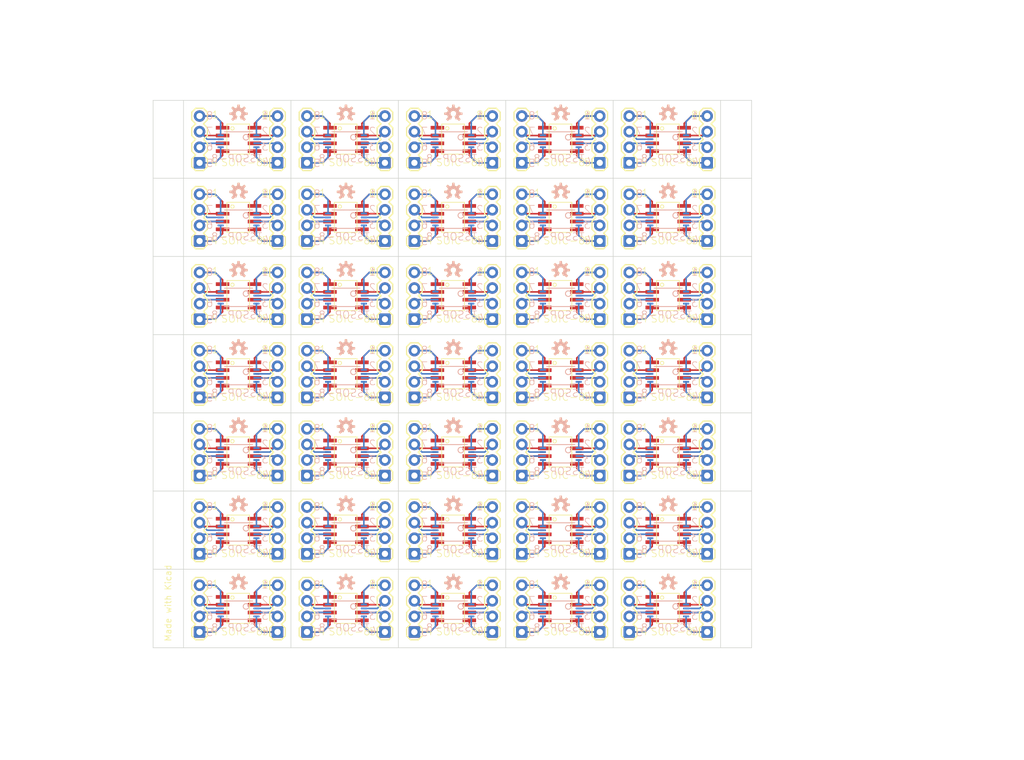
<source format=kicad_pcb>
(kicad_pcb (version 20171130) (host pcbnew 5.1.5-5.1.5)
  (layers (0 Top signal) (31 Bottom signal) (34 B.Paste user) (35 F.Paste user) (36 B.SilkS user) (37 F.SilkS user) (38 B.Mask user) (39 F.Mask user) (44 Edge.Cuts user))
  (net 0 "")
  (net 1 "Net-(JP2-Pad1)")
  (net 2 "Net-(JP2-Pad2)")
  (net 3 "Net-(JP2-Pad4)")
  (net 4 "Net-(JP1-Pad1)")
  (net 5 "Net-(JP1-Pad2)")
  (net 6 "Net-(JP1-Pad4)")
  (net 7 "Net-(JP2-Pad3)")
  (net 8 "Net-(JP1-Pad3)")
  (module SOIC8-TSSOP8:1X04 (layer Top) (at 225.016108 185.248612 90)
    (fp_text reference JP2 hide)
    (fp_text value M04PTH)
    (pad 1 thru_hole rect (at 0 0 180) (size 1.8796 1.8796) (drill 1.016) (layers *.Cu *.Mask) (net 1 "Net-(JP2-Pad1)"))
    (pad 2 thru_hole circle (at 2.54 0 180) (size 1.8796 1.8796) (drill 1.016) (layers *.Cu *.Mask) (net 2 "Net-(JP2-Pad2)"))
    (pad 3 thru_hole circle (at 5.08 0 180) (size 1.8796 1.8796) (drill 1.016) (layers *.Cu *.Mask) (net 7 "Net-(JP2-Pad3)"))
    (pad 4 thru_hole circle (at 7.62 0 180) (size 1.8796 1.8796) (drill 1.016) (layers *.Cu *.Mask) (net 3 "Net-(JP2-Pad4)"))
  )
  (module SOIC8-TSSOP8:1X04 (layer Top) (at 225.016108 172.50861 90)
    (fp_text reference JP2 hide)
    (fp_text value M04PTH)
    (pad 1 thru_hole rect (at 0 0 180) (size 1.8796 1.8796) (drill 1.016) (layers *.Cu *.Mask) (net 1 "Net-(JP2-Pad1)"))
    (pad 2 thru_hole circle (at 2.54 0 180) (size 1.8796 1.8796) (drill 1.016) (layers *.Cu *.Mask) (net 2 "Net-(JP2-Pad2)"))
    (pad 3 thru_hole circle (at 5.08 0 180) (size 1.8796 1.8796) (drill 1.016) (layers *.Cu *.Mask) (net 7 "Net-(JP2-Pad3)"))
    (pad 4 thru_hole circle (at 7.62 0 180) (size 1.8796 1.8796) (drill 1.016) (layers *.Cu *.Mask) (net 3 "Net-(JP2-Pad4)"))
  )
  (module SOIC8-TSSOP8:1X04 (layer Top) (at 225.016108 159.768608 90)
    (fp_text reference JP2 hide)
    (fp_text value M04PTH)
    (pad 1 thru_hole rect (at 0 0 180) (size 1.8796 1.8796) (drill 1.016) (layers *.Cu *.Mask) (net 1 "Net-(JP2-Pad1)"))
    (pad 2 thru_hole circle (at 2.54 0 180) (size 1.8796 1.8796) (drill 1.016) (layers *.Cu *.Mask) (net 2 "Net-(JP2-Pad2)"))
    (pad 3 thru_hole circle (at 5.08 0 180) (size 1.8796 1.8796) (drill 1.016) (layers *.Cu *.Mask) (net 7 "Net-(JP2-Pad3)"))
    (pad 4 thru_hole circle (at 7.62 0 180) (size 1.8796 1.8796) (drill 1.016) (layers *.Cu *.Mask) (net 3 "Net-(JP2-Pad4)"))
  )
  (module SOIC8-TSSOP8:1X04 (layer Top) (at 225.016108 147.028606 90)
    (fp_text reference JP2 hide)
    (fp_text value M04PTH)
    (pad 1 thru_hole rect (at 0 0 180) (size 1.8796 1.8796) (drill 1.016) (layers *.Cu *.Mask) (net 1 "Net-(JP2-Pad1)"))
    (pad 2 thru_hole circle (at 2.54 0 180) (size 1.8796 1.8796) (drill 1.016) (layers *.Cu *.Mask) (net 2 "Net-(JP2-Pad2)"))
    (pad 3 thru_hole circle (at 5.08 0 180) (size 1.8796 1.8796) (drill 1.016) (layers *.Cu *.Mask) (net 7 "Net-(JP2-Pad3)"))
    (pad 4 thru_hole circle (at 7.62 0 180) (size 1.8796 1.8796) (drill 1.016) (layers *.Cu *.Mask) (net 3 "Net-(JP2-Pad4)"))
  )
  (module SOIC8-TSSOP8:1X04 (layer Top) (at 225.016108 134.288604 90)
    (fp_text reference JP2 hide)
    (fp_text value M04PTH)
    (pad 1 thru_hole rect (at 0 0 180) (size 1.8796 1.8796) (drill 1.016) (layers *.Cu *.Mask) (net 1 "Net-(JP2-Pad1)"))
    (pad 2 thru_hole circle (at 2.54 0 180) (size 1.8796 1.8796) (drill 1.016) (layers *.Cu *.Mask) (net 2 "Net-(JP2-Pad2)"))
    (pad 3 thru_hole circle (at 5.08 0 180) (size 1.8796 1.8796) (drill 1.016) (layers *.Cu *.Mask) (net 7 "Net-(JP2-Pad3)"))
    (pad 4 thru_hole circle (at 7.62 0 180) (size 1.8796 1.8796) (drill 1.016) (layers *.Cu *.Mask) (net 3 "Net-(JP2-Pad4)"))
  )
  (module SOIC8-TSSOP8:1X04 (layer Top) (at 225.016108 121.548602 90)
    (fp_text reference JP2 hide)
    (fp_text value M04PTH)
    (pad 1 thru_hole rect (at 0 0 180) (size 1.8796 1.8796) (drill 1.016) (layers *.Cu *.Mask) (net 1 "Net-(JP2-Pad1)"))
    (pad 2 thru_hole circle (at 2.54 0 180) (size 1.8796 1.8796) (drill 1.016) (layers *.Cu *.Mask) (net 2 "Net-(JP2-Pad2)"))
    (pad 3 thru_hole circle (at 5.08 0 180) (size 1.8796 1.8796) (drill 1.016) (layers *.Cu *.Mask) (net 7 "Net-(JP2-Pad3)"))
    (pad 4 thru_hole circle (at 7.62 0 180) (size 1.8796 1.8796) (drill 1.016) (layers *.Cu *.Mask) (net 3 "Net-(JP2-Pad4)"))
  )
  (module SOIC8-TSSOP8:1X04 (layer Top) (at 225.016108 108.8086 90)
    (fp_text reference JP2 hide)
    (fp_text value M04PTH)
    (pad 1 thru_hole rect (at 0 0 180) (size 1.8796 1.8796) (drill 1.016) (layers *.Cu *.Mask) (net 1 "Net-(JP2-Pad1)"))
    (pad 2 thru_hole circle (at 2.54 0 180) (size 1.8796 1.8796) (drill 1.016) (layers *.Cu *.Mask) (net 2 "Net-(JP2-Pad2)"))
    (pad 3 thru_hole circle (at 5.08 0 180) (size 1.8796 1.8796) (drill 1.016) (layers *.Cu *.Mask) (net 7 "Net-(JP2-Pad3)"))
    (pad 4 thru_hole circle (at 7.62 0 180) (size 1.8796 1.8796) (drill 1.016) (layers *.Cu *.Mask) (net 3 "Net-(JP2-Pad4)"))
  )
  (module SOIC8-TSSOP8:1X04 (layer Top) (at 207.516106 185.248612 90)
    (fp_text reference JP2 hide)
    (fp_text value M04PTH)
    (pad 1 thru_hole rect (at 0 0 180) (size 1.8796 1.8796) (drill 1.016) (layers *.Cu *.Mask) (net 1 "Net-(JP2-Pad1)"))
    (pad 2 thru_hole circle (at 2.54 0 180) (size 1.8796 1.8796) (drill 1.016) (layers *.Cu *.Mask) (net 2 "Net-(JP2-Pad2)"))
    (pad 3 thru_hole circle (at 5.08 0 180) (size 1.8796 1.8796) (drill 1.016) (layers *.Cu *.Mask) (net 7 "Net-(JP2-Pad3)"))
    (pad 4 thru_hole circle (at 7.62 0 180) (size 1.8796 1.8796) (drill 1.016) (layers *.Cu *.Mask) (net 3 "Net-(JP2-Pad4)"))
  )
  (module SOIC8-TSSOP8:1X04 (layer Top) (at 207.516106 172.50861 90)
    (fp_text reference JP2 hide)
    (fp_text value M04PTH)
    (pad 1 thru_hole rect (at 0 0 180) (size 1.8796 1.8796) (drill 1.016) (layers *.Cu *.Mask) (net 1 "Net-(JP2-Pad1)"))
    (pad 2 thru_hole circle (at 2.54 0 180) (size 1.8796 1.8796) (drill 1.016) (layers *.Cu *.Mask) (net 2 "Net-(JP2-Pad2)"))
    (pad 3 thru_hole circle (at 5.08 0 180) (size 1.8796 1.8796) (drill 1.016) (layers *.Cu *.Mask) (net 7 "Net-(JP2-Pad3)"))
    (pad 4 thru_hole circle (at 7.62 0 180) (size 1.8796 1.8796) (drill 1.016) (layers *.Cu *.Mask) (net 3 "Net-(JP2-Pad4)"))
  )
  (module SOIC8-TSSOP8:1X04 (layer Top) (at 207.516106 159.768608 90)
    (fp_text reference JP2 hide)
    (fp_text value M04PTH)
    (pad 1 thru_hole rect (at 0 0 180) (size 1.8796 1.8796) (drill 1.016) (layers *.Cu *.Mask) (net 1 "Net-(JP2-Pad1)"))
    (pad 2 thru_hole circle (at 2.54 0 180) (size 1.8796 1.8796) (drill 1.016) (layers *.Cu *.Mask) (net 2 "Net-(JP2-Pad2)"))
    (pad 3 thru_hole circle (at 5.08 0 180) (size 1.8796 1.8796) (drill 1.016) (layers *.Cu *.Mask) (net 7 "Net-(JP2-Pad3)"))
    (pad 4 thru_hole circle (at 7.62 0 180) (size 1.8796 1.8796) (drill 1.016) (layers *.Cu *.Mask) (net 3 "Net-(JP2-Pad4)"))
  )
  (module SOIC8-TSSOP8:1X04 (layer Top) (at 207.516106 147.028606 90)
    (fp_text reference JP2 hide)
    (fp_text value M04PTH)
    (pad 1 thru_hole rect (at 0 0 180) (size 1.8796 1.8796) (drill 1.016) (layers *.Cu *.Mask) (net 1 "Net-(JP2-Pad1)"))
    (pad 2 thru_hole circle (at 2.54 0 180) (size 1.8796 1.8796) (drill 1.016) (layers *.Cu *.Mask) (net 2 "Net-(JP2-Pad2)"))
    (pad 3 thru_hole circle (at 5.08 0 180) (size 1.8796 1.8796) (drill 1.016) (layers *.Cu *.Mask) (net 7 "Net-(JP2-Pad3)"))
    (pad 4 thru_hole circle (at 7.62 0 180) (size 1.8796 1.8796) (drill 1.016) (layers *.Cu *.Mask) (net 3 "Net-(JP2-Pad4)"))
  )
  (module SOIC8-TSSOP8:1X04 (layer Top) (at 207.516106 134.288604 90)
    (fp_text reference JP2 hide)
    (fp_text value M04PTH)
    (pad 1 thru_hole rect (at 0 0 180) (size 1.8796 1.8796) (drill 1.016) (layers *.Cu *.Mask) (net 1 "Net-(JP2-Pad1)"))
    (pad 2 thru_hole circle (at 2.54 0 180) (size 1.8796 1.8796) (drill 1.016) (layers *.Cu *.Mask) (net 2 "Net-(JP2-Pad2)"))
    (pad 3 thru_hole circle (at 5.08 0 180) (size 1.8796 1.8796) (drill 1.016) (layers *.Cu *.Mask) (net 7 "Net-(JP2-Pad3)"))
    (pad 4 thru_hole circle (at 7.62 0 180) (size 1.8796 1.8796) (drill 1.016) (layers *.Cu *.Mask) (net 3 "Net-(JP2-Pad4)"))
  )
  (module SOIC8-TSSOP8:1X04 (layer Top) (at 207.516106 121.548602 90)
    (fp_text reference JP2 hide)
    (fp_text value M04PTH)
    (pad 1 thru_hole rect (at 0 0 180) (size 1.8796 1.8796) (drill 1.016) (layers *.Cu *.Mask) (net 1 "Net-(JP2-Pad1)"))
    (pad 2 thru_hole circle (at 2.54 0 180) (size 1.8796 1.8796) (drill 1.016) (layers *.Cu *.Mask) (net 2 "Net-(JP2-Pad2)"))
    (pad 3 thru_hole circle (at 5.08 0 180) (size 1.8796 1.8796) (drill 1.016) (layers *.Cu *.Mask) (net 7 "Net-(JP2-Pad3)"))
    (pad 4 thru_hole circle (at 7.62 0 180) (size 1.8796 1.8796) (drill 1.016) (layers *.Cu *.Mask) (net 3 "Net-(JP2-Pad4)"))
  )
  (module SOIC8-TSSOP8:1X04 (layer Top) (at 207.516106 108.8086 90)
    (fp_text reference JP2 hide)
    (fp_text value M04PTH)
    (pad 1 thru_hole rect (at 0 0 180) (size 1.8796 1.8796) (drill 1.016) (layers *.Cu *.Mask) (net 1 "Net-(JP2-Pad1)"))
    (pad 2 thru_hole circle (at 2.54 0 180) (size 1.8796 1.8796) (drill 1.016) (layers *.Cu *.Mask) (net 2 "Net-(JP2-Pad2)"))
    (pad 3 thru_hole circle (at 5.08 0 180) (size 1.8796 1.8796) (drill 1.016) (layers *.Cu *.Mask) (net 7 "Net-(JP2-Pad3)"))
    (pad 4 thru_hole circle (at 7.62 0 180) (size 1.8796 1.8796) (drill 1.016) (layers *.Cu *.Mask) (net 3 "Net-(JP2-Pad4)"))
  )
  (module SOIC8-TSSOP8:1X04 (layer Top) (at 190.016104 185.248612 90)
    (fp_text reference JP2 hide)
    (fp_text value M04PTH)
    (pad 1 thru_hole rect (at 0 0 180) (size 1.8796 1.8796) (drill 1.016) (layers *.Cu *.Mask) (net 1 "Net-(JP2-Pad1)"))
    (pad 2 thru_hole circle (at 2.54 0 180) (size 1.8796 1.8796) (drill 1.016) (layers *.Cu *.Mask) (net 2 "Net-(JP2-Pad2)"))
    (pad 3 thru_hole circle (at 5.08 0 180) (size 1.8796 1.8796) (drill 1.016) (layers *.Cu *.Mask) (net 7 "Net-(JP2-Pad3)"))
    (pad 4 thru_hole circle (at 7.62 0 180) (size 1.8796 1.8796) (drill 1.016) (layers *.Cu *.Mask) (net 3 "Net-(JP2-Pad4)"))
  )
  (module SOIC8-TSSOP8:1X04 (layer Top) (at 190.016104 172.50861 90)
    (fp_text reference JP2 hide)
    (fp_text value M04PTH)
    (pad 1 thru_hole rect (at 0 0 180) (size 1.8796 1.8796) (drill 1.016) (layers *.Cu *.Mask) (net 1 "Net-(JP2-Pad1)"))
    (pad 2 thru_hole circle (at 2.54 0 180) (size 1.8796 1.8796) (drill 1.016) (layers *.Cu *.Mask) (net 2 "Net-(JP2-Pad2)"))
    (pad 3 thru_hole circle (at 5.08 0 180) (size 1.8796 1.8796) (drill 1.016) (layers *.Cu *.Mask) (net 7 "Net-(JP2-Pad3)"))
    (pad 4 thru_hole circle (at 7.62 0 180) (size 1.8796 1.8796) (drill 1.016) (layers *.Cu *.Mask) (net 3 "Net-(JP2-Pad4)"))
  )
  (module SOIC8-TSSOP8:1X04 (layer Top) (at 190.016104 159.768608 90)
    (fp_text reference JP2 hide)
    (fp_text value M04PTH)
    (pad 1 thru_hole rect (at 0 0 180) (size 1.8796 1.8796) (drill 1.016) (layers *.Cu *.Mask) (net 1 "Net-(JP2-Pad1)"))
    (pad 2 thru_hole circle (at 2.54 0 180) (size 1.8796 1.8796) (drill 1.016) (layers *.Cu *.Mask) (net 2 "Net-(JP2-Pad2)"))
    (pad 3 thru_hole circle (at 5.08 0 180) (size 1.8796 1.8796) (drill 1.016) (layers *.Cu *.Mask) (net 7 "Net-(JP2-Pad3)"))
    (pad 4 thru_hole circle (at 7.62 0 180) (size 1.8796 1.8796) (drill 1.016) (layers *.Cu *.Mask) (net 3 "Net-(JP2-Pad4)"))
  )
  (module SOIC8-TSSOP8:1X04 (layer Top) (at 190.016104 147.028606 90)
    (fp_text reference JP2 hide)
    (fp_text value M04PTH)
    (pad 1 thru_hole rect (at 0 0 180) (size 1.8796 1.8796) (drill 1.016) (layers *.Cu *.Mask) (net 1 "Net-(JP2-Pad1)"))
    (pad 2 thru_hole circle (at 2.54 0 180) (size 1.8796 1.8796) (drill 1.016) (layers *.Cu *.Mask) (net 2 "Net-(JP2-Pad2)"))
    (pad 3 thru_hole circle (at 5.08 0 180) (size 1.8796 1.8796) (drill 1.016) (layers *.Cu *.Mask) (net 7 "Net-(JP2-Pad3)"))
    (pad 4 thru_hole circle (at 7.62 0 180) (size 1.8796 1.8796) (drill 1.016) (layers *.Cu *.Mask) (net 3 "Net-(JP2-Pad4)"))
  )
  (module SOIC8-TSSOP8:1X04 (layer Top) (at 190.016104 134.288604 90)
    (fp_text reference JP2 hide)
    (fp_text value M04PTH)
    (pad 1 thru_hole rect (at 0 0 180) (size 1.8796 1.8796) (drill 1.016) (layers *.Cu *.Mask) (net 1 "Net-(JP2-Pad1)"))
    (pad 2 thru_hole circle (at 2.54 0 180) (size 1.8796 1.8796) (drill 1.016) (layers *.Cu *.Mask) (net 2 "Net-(JP2-Pad2)"))
    (pad 3 thru_hole circle (at 5.08 0 180) (size 1.8796 1.8796) (drill 1.016) (layers *.Cu *.Mask) (net 7 "Net-(JP2-Pad3)"))
    (pad 4 thru_hole circle (at 7.62 0 180) (size 1.8796 1.8796) (drill 1.016) (layers *.Cu *.Mask) (net 3 "Net-(JP2-Pad4)"))
  )
  (module SOIC8-TSSOP8:1X04 (layer Top) (at 190.016104 121.548602 90)
    (fp_text reference JP2 hide)
    (fp_text value M04PTH)
    (pad 1 thru_hole rect (at 0 0 180) (size 1.8796 1.8796) (drill 1.016) (layers *.Cu *.Mask) (net 1 "Net-(JP2-Pad1)"))
    (pad 2 thru_hole circle (at 2.54 0 180) (size 1.8796 1.8796) (drill 1.016) (layers *.Cu *.Mask) (net 2 "Net-(JP2-Pad2)"))
    (pad 3 thru_hole circle (at 5.08 0 180) (size 1.8796 1.8796) (drill 1.016) (layers *.Cu *.Mask) (net 7 "Net-(JP2-Pad3)"))
    (pad 4 thru_hole circle (at 7.62 0 180) (size 1.8796 1.8796) (drill 1.016) (layers *.Cu *.Mask) (net 3 "Net-(JP2-Pad4)"))
  )
  (module SOIC8-TSSOP8:1X04 (layer Top) (at 190.016104 108.8086 90)
    (fp_text reference JP2 hide)
    (fp_text value M04PTH)
    (pad 1 thru_hole rect (at 0 0 180) (size 1.8796 1.8796) (drill 1.016) (layers *.Cu *.Mask) (net 1 "Net-(JP2-Pad1)"))
    (pad 2 thru_hole circle (at 2.54 0 180) (size 1.8796 1.8796) (drill 1.016) (layers *.Cu *.Mask) (net 2 "Net-(JP2-Pad2)"))
    (pad 3 thru_hole circle (at 5.08 0 180) (size 1.8796 1.8796) (drill 1.016) (layers *.Cu *.Mask) (net 7 "Net-(JP2-Pad3)"))
    (pad 4 thru_hole circle (at 7.62 0 180) (size 1.8796 1.8796) (drill 1.016) (layers *.Cu *.Mask) (net 3 "Net-(JP2-Pad4)"))
  )
  (module SOIC8-TSSOP8:1X04 (layer Top) (at 172.516102 185.248612 90)
    (fp_text reference JP2 hide)
    (fp_text value M04PTH)
    (pad 1 thru_hole rect (at 0 0 180) (size 1.8796 1.8796) (drill 1.016) (layers *.Cu *.Mask) (net 1 "Net-(JP2-Pad1)"))
    (pad 2 thru_hole circle (at 2.54 0 180) (size 1.8796 1.8796) (drill 1.016) (layers *.Cu *.Mask) (net 2 "Net-(JP2-Pad2)"))
    (pad 3 thru_hole circle (at 5.08 0 180) (size 1.8796 1.8796) (drill 1.016) (layers *.Cu *.Mask) (net 7 "Net-(JP2-Pad3)"))
    (pad 4 thru_hole circle (at 7.62 0 180) (size 1.8796 1.8796) (drill 1.016) (layers *.Cu *.Mask) (net 3 "Net-(JP2-Pad4)"))
  )
  (module SOIC8-TSSOP8:1X04 (layer Top) (at 172.516102 172.50861 90)
    (fp_text reference JP2 hide)
    (fp_text value M04PTH)
    (pad 1 thru_hole rect (at 0 0 180) (size 1.8796 1.8796) (drill 1.016) (layers *.Cu *.Mask) (net 1 "Net-(JP2-Pad1)"))
    (pad 2 thru_hole circle (at 2.54 0 180) (size 1.8796 1.8796) (drill 1.016) (layers *.Cu *.Mask) (net 2 "Net-(JP2-Pad2)"))
    (pad 3 thru_hole circle (at 5.08 0 180) (size 1.8796 1.8796) (drill 1.016) (layers *.Cu *.Mask) (net 7 "Net-(JP2-Pad3)"))
    (pad 4 thru_hole circle (at 7.62 0 180) (size 1.8796 1.8796) (drill 1.016) (layers *.Cu *.Mask) (net 3 "Net-(JP2-Pad4)"))
  )
  (module SOIC8-TSSOP8:1X04 (layer Top) (at 172.516102 159.768608 90)
    (fp_text reference JP2 hide)
    (fp_text value M04PTH)
    (pad 1 thru_hole rect (at 0 0 180) (size 1.8796 1.8796) (drill 1.016) (layers *.Cu *.Mask) (net 1 "Net-(JP2-Pad1)"))
    (pad 2 thru_hole circle (at 2.54 0 180) (size 1.8796 1.8796) (drill 1.016) (layers *.Cu *.Mask) (net 2 "Net-(JP2-Pad2)"))
    (pad 3 thru_hole circle (at 5.08 0 180) (size 1.8796 1.8796) (drill 1.016) (layers *.Cu *.Mask) (net 7 "Net-(JP2-Pad3)"))
    (pad 4 thru_hole circle (at 7.62 0 180) (size 1.8796 1.8796) (drill 1.016) (layers *.Cu *.Mask) (net 3 "Net-(JP2-Pad4)"))
  )
  (module SOIC8-TSSOP8:1X04 (layer Top) (at 172.516102 147.028606 90)
    (fp_text reference JP2 hide)
    (fp_text value M04PTH)
    (pad 1 thru_hole rect (at 0 0 180) (size 1.8796 1.8796) (drill 1.016) (layers *.Cu *.Mask) (net 1 "Net-(JP2-Pad1)"))
    (pad 2 thru_hole circle (at 2.54 0 180) (size 1.8796 1.8796) (drill 1.016) (layers *.Cu *.Mask) (net 2 "Net-(JP2-Pad2)"))
    (pad 3 thru_hole circle (at 5.08 0 180) (size 1.8796 1.8796) (drill 1.016) (layers *.Cu *.Mask) (net 7 "Net-(JP2-Pad3)"))
    (pad 4 thru_hole circle (at 7.62 0 180) (size 1.8796 1.8796) (drill 1.016) (layers *.Cu *.Mask) (net 3 "Net-(JP2-Pad4)"))
  )
  (module SOIC8-TSSOP8:1X04 (layer Top) (at 172.516102 134.288604 90)
    (fp_text reference JP2 hide)
    (fp_text value M04PTH)
    (pad 1 thru_hole rect (at 0 0 180) (size 1.8796 1.8796) (drill 1.016) (layers *.Cu *.Mask) (net 1 "Net-(JP2-Pad1)"))
    (pad 2 thru_hole circle (at 2.54 0 180) (size 1.8796 1.8796) (drill 1.016) (layers *.Cu *.Mask) (net 2 "Net-(JP2-Pad2)"))
    (pad 3 thru_hole circle (at 5.08 0 180) (size 1.8796 1.8796) (drill 1.016) (layers *.Cu *.Mask) (net 7 "Net-(JP2-Pad3)"))
    (pad 4 thru_hole circle (at 7.62 0 180) (size 1.8796 1.8796) (drill 1.016) (layers *.Cu *.Mask) (net 3 "Net-(JP2-Pad4)"))
  )
  (module SOIC8-TSSOP8:1X04 (layer Top) (at 172.516102 121.548602 90)
    (fp_text reference JP2 hide)
    (fp_text value M04PTH)
    (pad 1 thru_hole rect (at 0 0 180) (size 1.8796 1.8796) (drill 1.016) (layers *.Cu *.Mask) (net 1 "Net-(JP2-Pad1)"))
    (pad 2 thru_hole circle (at 2.54 0 180) (size 1.8796 1.8796) (drill 1.016) (layers *.Cu *.Mask) (net 2 "Net-(JP2-Pad2)"))
    (pad 3 thru_hole circle (at 5.08 0 180) (size 1.8796 1.8796) (drill 1.016) (layers *.Cu *.Mask) (net 7 "Net-(JP2-Pad3)"))
    (pad 4 thru_hole circle (at 7.62 0 180) (size 1.8796 1.8796) (drill 1.016) (layers *.Cu *.Mask) (net 3 "Net-(JP2-Pad4)"))
  )
  (module SOIC8-TSSOP8:1X04 (layer Top) (at 172.516102 108.8086 90)
    (fp_text reference JP2 hide)
    (fp_text value M04PTH)
    (pad 1 thru_hole rect (at 0 0 180) (size 1.8796 1.8796) (drill 1.016) (layers *.Cu *.Mask) (net 1 "Net-(JP2-Pad1)"))
    (pad 2 thru_hole circle (at 2.54 0 180) (size 1.8796 1.8796) (drill 1.016) (layers *.Cu *.Mask) (net 2 "Net-(JP2-Pad2)"))
    (pad 3 thru_hole circle (at 5.08 0 180) (size 1.8796 1.8796) (drill 1.016) (layers *.Cu *.Mask) (net 7 "Net-(JP2-Pad3)"))
    (pad 4 thru_hole circle (at 7.62 0 180) (size 1.8796 1.8796) (drill 1.016) (layers *.Cu *.Mask) (net 3 "Net-(JP2-Pad4)"))
  )
  (module SOIC8-TSSOP8:1X04 (layer Top) (at 155.0161 185.248612 90)
    (fp_text reference JP2 hide)
    (fp_text value M04PTH)
    (pad 1 thru_hole rect (at 0 0 180) (size 1.8796 1.8796) (drill 1.016) (layers *.Cu *.Mask) (net 1 "Net-(JP2-Pad1)"))
    (pad 2 thru_hole circle (at 2.54 0 180) (size 1.8796 1.8796) (drill 1.016) (layers *.Cu *.Mask) (net 2 "Net-(JP2-Pad2)"))
    (pad 3 thru_hole circle (at 5.08 0 180) (size 1.8796 1.8796) (drill 1.016) (layers *.Cu *.Mask) (net 7 "Net-(JP2-Pad3)"))
    (pad 4 thru_hole circle (at 7.62 0 180) (size 1.8796 1.8796) (drill 1.016) (layers *.Cu *.Mask) (net 3 "Net-(JP2-Pad4)"))
  )
  (module SOIC8-TSSOP8:1X04 (layer Top) (at 155.0161 172.50861 90)
    (fp_text reference JP2 hide)
    (fp_text value M04PTH)
    (pad 1 thru_hole rect (at 0 0 180) (size 1.8796 1.8796) (drill 1.016) (layers *.Cu *.Mask) (net 1 "Net-(JP2-Pad1)"))
    (pad 2 thru_hole circle (at 2.54 0 180) (size 1.8796 1.8796) (drill 1.016) (layers *.Cu *.Mask) (net 2 "Net-(JP2-Pad2)"))
    (pad 3 thru_hole circle (at 5.08 0 180) (size 1.8796 1.8796) (drill 1.016) (layers *.Cu *.Mask) (net 7 "Net-(JP2-Pad3)"))
    (pad 4 thru_hole circle (at 7.62 0 180) (size 1.8796 1.8796) (drill 1.016) (layers *.Cu *.Mask) (net 3 "Net-(JP2-Pad4)"))
  )
  (module SOIC8-TSSOP8:1X04 (layer Top) (at 155.0161 159.768608 90)
    (fp_text reference JP2 hide)
    (fp_text value M04PTH)
    (pad 1 thru_hole rect (at 0 0 180) (size 1.8796 1.8796) (drill 1.016) (layers *.Cu *.Mask) (net 1 "Net-(JP2-Pad1)"))
    (pad 2 thru_hole circle (at 2.54 0 180) (size 1.8796 1.8796) (drill 1.016) (layers *.Cu *.Mask) (net 2 "Net-(JP2-Pad2)"))
    (pad 3 thru_hole circle (at 5.08 0 180) (size 1.8796 1.8796) (drill 1.016) (layers *.Cu *.Mask) (net 7 "Net-(JP2-Pad3)"))
    (pad 4 thru_hole circle (at 7.62 0 180) (size 1.8796 1.8796) (drill 1.016) (layers *.Cu *.Mask) (net 3 "Net-(JP2-Pad4)"))
  )
  (module SOIC8-TSSOP8:1X04 (layer Top) (at 155.0161 147.028606 90)
    (fp_text reference JP2 hide)
    (fp_text value M04PTH)
    (pad 1 thru_hole rect (at 0 0 180) (size 1.8796 1.8796) (drill 1.016) (layers *.Cu *.Mask) (net 1 "Net-(JP2-Pad1)"))
    (pad 2 thru_hole circle (at 2.54 0 180) (size 1.8796 1.8796) (drill 1.016) (layers *.Cu *.Mask) (net 2 "Net-(JP2-Pad2)"))
    (pad 3 thru_hole circle (at 5.08 0 180) (size 1.8796 1.8796) (drill 1.016) (layers *.Cu *.Mask) (net 7 "Net-(JP2-Pad3)"))
    (pad 4 thru_hole circle (at 7.62 0 180) (size 1.8796 1.8796) (drill 1.016) (layers *.Cu *.Mask) (net 3 "Net-(JP2-Pad4)"))
  )
  (module SOIC8-TSSOP8:1X04 (layer Top) (at 155.0161 134.288604 90)
    (fp_text reference JP2 hide)
    (fp_text value M04PTH)
    (pad 1 thru_hole rect (at 0 0 180) (size 1.8796 1.8796) (drill 1.016) (layers *.Cu *.Mask) (net 1 "Net-(JP2-Pad1)"))
    (pad 2 thru_hole circle (at 2.54 0 180) (size 1.8796 1.8796) (drill 1.016) (layers *.Cu *.Mask) (net 2 "Net-(JP2-Pad2)"))
    (pad 3 thru_hole circle (at 5.08 0 180) (size 1.8796 1.8796) (drill 1.016) (layers *.Cu *.Mask) (net 7 "Net-(JP2-Pad3)"))
    (pad 4 thru_hole circle (at 7.62 0 180) (size 1.8796 1.8796) (drill 1.016) (layers *.Cu *.Mask) (net 3 "Net-(JP2-Pad4)"))
  )
  (module SOIC8-TSSOP8:1X04 (layer Top) (at 155.0161 121.548602 90)
    (fp_text reference JP2 hide)
    (fp_text value M04PTH)
    (pad 1 thru_hole rect (at 0 0 180) (size 1.8796 1.8796) (drill 1.016) (layers *.Cu *.Mask) (net 1 "Net-(JP2-Pad1)"))
    (pad 2 thru_hole circle (at 2.54 0 180) (size 1.8796 1.8796) (drill 1.016) (layers *.Cu *.Mask) (net 2 "Net-(JP2-Pad2)"))
    (pad 3 thru_hole circle (at 5.08 0 180) (size 1.8796 1.8796) (drill 1.016) (layers *.Cu *.Mask) (net 7 "Net-(JP2-Pad3)"))
    (pad 4 thru_hole circle (at 7.62 0 180) (size 1.8796 1.8796) (drill 1.016) (layers *.Cu *.Mask) (net 3 "Net-(JP2-Pad4)"))
  )
  (module SOIC8-TSSOP8:1X04 (layer Top) (at 212.316108 185.248612 90)
    (fp_text reference JP1 hide)
    (fp_text value M04PTH)
    (pad 1 thru_hole rect (at 0 0 180) (size 1.8796 1.8796) (drill 1.016) (layers *.Cu *.Mask) (net 4 "Net-(JP1-Pad1)"))
    (pad 2 thru_hole circle (at 2.54 0 180) (size 1.8796 1.8796) (drill 1.016) (layers *.Cu *.Mask) (net 5 "Net-(JP1-Pad2)"))
    (pad 3 thru_hole circle (at 5.08 0 180) (size 1.8796 1.8796) (drill 1.016) (layers *.Cu *.Mask) (net 8 "Net-(JP1-Pad3)"))
    (pad 4 thru_hole circle (at 7.62 0 180) (size 1.8796 1.8796) (drill 1.016) (layers *.Cu *.Mask) (net 6 "Net-(JP1-Pad4)"))
  )
  (module SOIC8-TSSOP8:1X04 (layer Top) (at 212.316108 172.50861 90)
    (fp_text reference JP1 hide)
    (fp_text value M04PTH)
    (pad 1 thru_hole rect (at 0 0 180) (size 1.8796 1.8796) (drill 1.016) (layers *.Cu *.Mask) (net 4 "Net-(JP1-Pad1)"))
    (pad 2 thru_hole circle (at 2.54 0 180) (size 1.8796 1.8796) (drill 1.016) (layers *.Cu *.Mask) (net 5 "Net-(JP1-Pad2)"))
    (pad 3 thru_hole circle (at 5.08 0 180) (size 1.8796 1.8796) (drill 1.016) (layers *.Cu *.Mask) (net 8 "Net-(JP1-Pad3)"))
    (pad 4 thru_hole circle (at 7.62 0 180) (size 1.8796 1.8796) (drill 1.016) (layers *.Cu *.Mask) (net 6 "Net-(JP1-Pad4)"))
  )
  (module SOIC8-TSSOP8:1X04 (layer Top) (at 212.316108 159.768608 90)
    (fp_text reference JP1 hide)
    (fp_text value M04PTH)
    (pad 1 thru_hole rect (at 0 0 180) (size 1.8796 1.8796) (drill 1.016) (layers *.Cu *.Mask) (net 4 "Net-(JP1-Pad1)"))
    (pad 2 thru_hole circle (at 2.54 0 180) (size 1.8796 1.8796) (drill 1.016) (layers *.Cu *.Mask) (net 5 "Net-(JP1-Pad2)"))
    (pad 3 thru_hole circle (at 5.08 0 180) (size 1.8796 1.8796) (drill 1.016) (layers *.Cu *.Mask) (net 8 "Net-(JP1-Pad3)"))
    (pad 4 thru_hole circle (at 7.62 0 180) (size 1.8796 1.8796) (drill 1.016) (layers *.Cu *.Mask) (net 6 "Net-(JP1-Pad4)"))
  )
  (module SOIC8-TSSOP8:1X04 (layer Top) (at 212.316108 147.028606 90)
    (fp_text reference JP1 hide)
    (fp_text value M04PTH)
    (pad 1 thru_hole rect (at 0 0 180) (size 1.8796 1.8796) (drill 1.016) (layers *.Cu *.Mask) (net 4 "Net-(JP1-Pad1)"))
    (pad 2 thru_hole circle (at 2.54 0 180) (size 1.8796 1.8796) (drill 1.016) (layers *.Cu *.Mask) (net 5 "Net-(JP1-Pad2)"))
    (pad 3 thru_hole circle (at 5.08 0 180) (size 1.8796 1.8796) (drill 1.016) (layers *.Cu *.Mask) (net 8 "Net-(JP1-Pad3)"))
    (pad 4 thru_hole circle (at 7.62 0 180) (size 1.8796 1.8796) (drill 1.016) (layers *.Cu *.Mask) (net 6 "Net-(JP1-Pad4)"))
  )
  (module SOIC8-TSSOP8:1X04 (layer Top) (at 212.316108 134.288604 90)
    (fp_text reference JP1 hide)
    (fp_text value M04PTH)
    (pad 1 thru_hole rect (at 0 0 180) (size 1.8796 1.8796) (drill 1.016) (layers *.Cu *.Mask) (net 4 "Net-(JP1-Pad1)"))
    (pad 2 thru_hole circle (at 2.54 0 180) (size 1.8796 1.8796) (drill 1.016) (layers *.Cu *.Mask) (net 5 "Net-(JP1-Pad2)"))
    (pad 3 thru_hole circle (at 5.08 0 180) (size 1.8796 1.8796) (drill 1.016) (layers *.Cu *.Mask) (net 8 "Net-(JP1-Pad3)"))
    (pad 4 thru_hole circle (at 7.62 0 180) (size 1.8796 1.8796) (drill 1.016) (layers *.Cu *.Mask) (net 6 "Net-(JP1-Pad4)"))
  )
  (module SOIC8-TSSOP8:1X04 (layer Top) (at 212.316108 121.548602 90)
    (fp_text reference JP1 hide)
    (fp_text value M04PTH)
    (pad 1 thru_hole rect (at 0 0 180) (size 1.8796 1.8796) (drill 1.016) (layers *.Cu *.Mask) (net 4 "Net-(JP1-Pad1)"))
    (pad 2 thru_hole circle (at 2.54 0 180) (size 1.8796 1.8796) (drill 1.016) (layers *.Cu *.Mask) (net 5 "Net-(JP1-Pad2)"))
    (pad 3 thru_hole circle (at 5.08 0 180) (size 1.8796 1.8796) (drill 1.016) (layers *.Cu *.Mask) (net 8 "Net-(JP1-Pad3)"))
    (pad 4 thru_hole circle (at 7.62 0 180) (size 1.8796 1.8796) (drill 1.016) (layers *.Cu *.Mask) (net 6 "Net-(JP1-Pad4)"))
  )
  (module SOIC8-TSSOP8:1X04 (layer Top) (at 212.316108 108.8086 90)
    (fp_text reference JP1 hide)
    (fp_text value M04PTH)
    (pad 1 thru_hole rect (at 0 0 180) (size 1.8796 1.8796) (drill 1.016) (layers *.Cu *.Mask) (net 4 "Net-(JP1-Pad1)"))
    (pad 2 thru_hole circle (at 2.54 0 180) (size 1.8796 1.8796) (drill 1.016) (layers *.Cu *.Mask) (net 5 "Net-(JP1-Pad2)"))
    (pad 3 thru_hole circle (at 5.08 0 180) (size 1.8796 1.8796) (drill 1.016) (layers *.Cu *.Mask) (net 8 "Net-(JP1-Pad3)"))
    (pad 4 thru_hole circle (at 7.62 0 180) (size 1.8796 1.8796) (drill 1.016) (layers *.Cu *.Mask) (net 6 "Net-(JP1-Pad4)"))
  )
  (module SOIC8-TSSOP8:1X04 (layer Top) (at 194.816106 185.248612 90)
    (fp_text reference JP1 hide)
    (fp_text value M04PTH)
    (pad 1 thru_hole rect (at 0 0 180) (size 1.8796 1.8796) (drill 1.016) (layers *.Cu *.Mask) (net 4 "Net-(JP1-Pad1)"))
    (pad 2 thru_hole circle (at 2.54 0 180) (size 1.8796 1.8796) (drill 1.016) (layers *.Cu *.Mask) (net 5 "Net-(JP1-Pad2)"))
    (pad 3 thru_hole circle (at 5.08 0 180) (size 1.8796 1.8796) (drill 1.016) (layers *.Cu *.Mask) (net 8 "Net-(JP1-Pad3)"))
    (pad 4 thru_hole circle (at 7.62 0 180) (size 1.8796 1.8796) (drill 1.016) (layers *.Cu *.Mask) (net 6 "Net-(JP1-Pad4)"))
  )
  (module SOIC8-TSSOP8:1X04 (layer Top) (at 194.816106 172.50861 90)
    (fp_text reference JP1 hide)
    (fp_text value M04PTH)
    (pad 1 thru_hole rect (at 0 0 180) (size 1.8796 1.8796) (drill 1.016) (layers *.Cu *.Mask) (net 4 "Net-(JP1-Pad1)"))
    (pad 2 thru_hole circle (at 2.54 0 180) (size 1.8796 1.8796) (drill 1.016) (layers *.Cu *.Mask) (net 5 "Net-(JP1-Pad2)"))
    (pad 3 thru_hole circle (at 5.08 0 180) (size 1.8796 1.8796) (drill 1.016) (layers *.Cu *.Mask) (net 8 "Net-(JP1-Pad3)"))
    (pad 4 thru_hole circle (at 7.62 0 180) (size 1.8796 1.8796) (drill 1.016) (layers *.Cu *.Mask) (net 6 "Net-(JP1-Pad4)"))
  )
  (module SOIC8-TSSOP8:1X04 (layer Top) (at 194.816106 159.768608 90)
    (fp_text reference JP1 hide)
    (fp_text value M04PTH)
    (pad 1 thru_hole rect (at 0 0 180) (size 1.8796 1.8796) (drill 1.016) (layers *.Cu *.Mask) (net 4 "Net-(JP1-Pad1)"))
    (pad 2 thru_hole circle (at 2.54 0 180) (size 1.8796 1.8796) (drill 1.016) (layers *.Cu *.Mask) (net 5 "Net-(JP1-Pad2)"))
    (pad 3 thru_hole circle (at 5.08 0 180) (size 1.8796 1.8796) (drill 1.016) (layers *.Cu *.Mask) (net 8 "Net-(JP1-Pad3)"))
    (pad 4 thru_hole circle (at 7.62 0 180) (size 1.8796 1.8796) (drill 1.016) (layers *.Cu *.Mask) (net 6 "Net-(JP1-Pad4)"))
  )
  (module SOIC8-TSSOP8:1X04 (layer Top) (at 194.816106 147.028606 90)
    (fp_text reference JP1 hide)
    (fp_text value M04PTH)
    (pad 1 thru_hole rect (at 0 0 180) (size 1.8796 1.8796) (drill 1.016) (layers *.Cu *.Mask) (net 4 "Net-(JP1-Pad1)"))
    (pad 2 thru_hole circle (at 2.54 0 180) (size 1.8796 1.8796) (drill 1.016) (layers *.Cu *.Mask) (net 5 "Net-(JP1-Pad2)"))
    (pad 3 thru_hole circle (at 5.08 0 180) (size 1.8796 1.8796) (drill 1.016) (layers *.Cu *.Mask) (net 8 "Net-(JP1-Pad3)"))
    (pad 4 thru_hole circle (at 7.62 0 180) (size 1.8796 1.8796) (drill 1.016) (layers *.Cu *.Mask) (net 6 "Net-(JP1-Pad4)"))
  )
  (module SOIC8-TSSOP8:1X04 (layer Top) (at 194.816106 134.288604 90)
    (fp_text reference JP1 hide)
    (fp_text value M04PTH)
    (pad 1 thru_hole rect (at 0 0 180) (size 1.8796 1.8796) (drill 1.016) (layers *.Cu *.Mask) (net 4 "Net-(JP1-Pad1)"))
    (pad 2 thru_hole circle (at 2.54 0 180) (size 1.8796 1.8796) (drill 1.016) (layers *.Cu *.Mask) (net 5 "Net-(JP1-Pad2)"))
    (pad 3 thru_hole circle (at 5.08 0 180) (size 1.8796 1.8796) (drill 1.016) (layers *.Cu *.Mask) (net 8 "Net-(JP1-Pad3)"))
    (pad 4 thru_hole circle (at 7.62 0 180) (size 1.8796 1.8796) (drill 1.016) (layers *.Cu *.Mask) (net 6 "Net-(JP1-Pad4)"))
  )
  (module SOIC8-TSSOP8:1X04 (layer Top) (at 194.816106 121.548602 90)
    (fp_text reference JP1 hide)
    (fp_text value M04PTH)
    (pad 1 thru_hole rect (at 0 0 180) (size 1.8796 1.8796) (drill 1.016) (layers *.Cu *.Mask) (net 4 "Net-(JP1-Pad1)"))
    (pad 2 thru_hole circle (at 2.54 0 180) (size 1.8796 1.8796) (drill 1.016) (layers *.Cu *.Mask) (net 5 "Net-(JP1-Pad2)"))
    (pad 3 thru_hole circle (at 5.08 0 180) (size 1.8796 1.8796) (drill 1.016) (layers *.Cu *.Mask) (net 8 "Net-(JP1-Pad3)"))
    (pad 4 thru_hole circle (at 7.62 0 180) (size 1.8796 1.8796) (drill 1.016) (layers *.Cu *.Mask) (net 6 "Net-(JP1-Pad4)"))
  )
  (module SOIC8-TSSOP8:1X04 (layer Top) (at 194.816106 108.8086 90)
    (fp_text reference JP1 hide)
    (fp_text value M04PTH)
    (pad 1 thru_hole rect (at 0 0 180) (size 1.8796 1.8796) (drill 1.016) (layers *.Cu *.Mask) (net 4 "Net-(JP1-Pad1)"))
    (pad 2 thru_hole circle (at 2.54 0 180) (size 1.8796 1.8796) (drill 1.016) (layers *.Cu *.Mask) (net 5 "Net-(JP1-Pad2)"))
    (pad 3 thru_hole circle (at 5.08 0 180) (size 1.8796 1.8796) (drill 1.016) (layers *.Cu *.Mask) (net 8 "Net-(JP1-Pad3)"))
    (pad 4 thru_hole circle (at 7.62 0 180) (size 1.8796 1.8796) (drill 1.016) (layers *.Cu *.Mask) (net 6 "Net-(JP1-Pad4)"))
  )
  (module SOIC8-TSSOP8:1X04 (layer Top) (at 177.316104 185.248612 90)
    (fp_text reference JP1 hide)
    (fp_text value M04PTH)
    (pad 1 thru_hole rect (at 0 0 180) (size 1.8796 1.8796) (drill 1.016) (layers *.Cu *.Mask) (net 4 "Net-(JP1-Pad1)"))
    (pad 2 thru_hole circle (at 2.54 0 180) (size 1.8796 1.8796) (drill 1.016) (layers *.Cu *.Mask) (net 5 "Net-(JP1-Pad2)"))
    (pad 3 thru_hole circle (at 5.08 0 180) (size 1.8796 1.8796) (drill 1.016) (layers *.Cu *.Mask) (net 8 "Net-(JP1-Pad3)"))
    (pad 4 thru_hole circle (at 7.62 0 180) (size 1.8796 1.8796) (drill 1.016) (layers *.Cu *.Mask) (net 6 "Net-(JP1-Pad4)"))
  )
  (module SOIC8-TSSOP8:1X04 (layer Top) (at 177.316104 172.50861 90)
    (fp_text reference JP1 hide)
    (fp_text value M04PTH)
    (pad 1 thru_hole rect (at 0 0 180) (size 1.8796 1.8796) (drill 1.016) (layers *.Cu *.Mask) (net 4 "Net-(JP1-Pad1)"))
    (pad 2 thru_hole circle (at 2.54 0 180) (size 1.8796 1.8796) (drill 1.016) (layers *.Cu *.Mask) (net 5 "Net-(JP1-Pad2)"))
    (pad 3 thru_hole circle (at 5.08 0 180) (size 1.8796 1.8796) (drill 1.016) (layers *.Cu *.Mask) (net 8 "Net-(JP1-Pad3)"))
    (pad 4 thru_hole circle (at 7.62 0 180) (size 1.8796 1.8796) (drill 1.016) (layers *.Cu *.Mask) (net 6 "Net-(JP1-Pad4)"))
  )
  (module SOIC8-TSSOP8:1X04 (layer Top) (at 177.316104 159.768608 90)
    (fp_text reference JP1 hide)
    (fp_text value M04PTH)
    (pad 1 thru_hole rect (at 0 0 180) (size 1.8796 1.8796) (drill 1.016) (layers *.Cu *.Mask) (net 4 "Net-(JP1-Pad1)"))
    (pad 2 thru_hole circle (at 2.54 0 180) (size 1.8796 1.8796) (drill 1.016) (layers *.Cu *.Mask) (net 5 "Net-(JP1-Pad2)"))
    (pad 3 thru_hole circle (at 5.08 0 180) (size 1.8796 1.8796) (drill 1.016) (layers *.Cu *.Mask) (net 8 "Net-(JP1-Pad3)"))
    (pad 4 thru_hole circle (at 7.62 0 180) (size 1.8796 1.8796) (drill 1.016) (layers *.Cu *.Mask) (net 6 "Net-(JP1-Pad4)"))
  )
  (module SOIC8-TSSOP8:1X04 (layer Top) (at 177.316104 147.028606 90)
    (fp_text reference JP1 hide)
    (fp_text value M04PTH)
    (pad 1 thru_hole rect (at 0 0 180) (size 1.8796 1.8796) (drill 1.016) (layers *.Cu *.Mask) (net 4 "Net-(JP1-Pad1)"))
    (pad 2 thru_hole circle (at 2.54 0 180) (size 1.8796 1.8796) (drill 1.016) (layers *.Cu *.Mask) (net 5 "Net-(JP1-Pad2)"))
    (pad 3 thru_hole circle (at 5.08 0 180) (size 1.8796 1.8796) (drill 1.016) (layers *.Cu *.Mask) (net 8 "Net-(JP1-Pad3)"))
    (pad 4 thru_hole circle (at 7.62 0 180) (size 1.8796 1.8796) (drill 1.016) (layers *.Cu *.Mask) (net 6 "Net-(JP1-Pad4)"))
  )
  (module SOIC8-TSSOP8:1X04 (layer Top) (at 177.316104 134.288604 90)
    (fp_text reference JP1 hide)
    (fp_text value M04PTH)
    (pad 1 thru_hole rect (at 0 0 180) (size 1.8796 1.8796) (drill 1.016) (layers *.Cu *.Mask) (net 4 "Net-(JP1-Pad1)"))
    (pad 2 thru_hole circle (at 2.54 0 180) (size 1.8796 1.8796) (drill 1.016) (layers *.Cu *.Mask) (net 5 "Net-(JP1-Pad2)"))
    (pad 3 thru_hole circle (at 5.08 0 180) (size 1.8796 1.8796) (drill 1.016) (layers *.Cu *.Mask) (net 8 "Net-(JP1-Pad3)"))
    (pad 4 thru_hole circle (at 7.62 0 180) (size 1.8796 1.8796) (drill 1.016) (layers *.Cu *.Mask) (net 6 "Net-(JP1-Pad4)"))
  )
  (module SOIC8-TSSOP8:1X04 (layer Top) (at 177.316104 121.548602 90)
    (fp_text reference JP1 hide)
    (fp_text value M04PTH)
    (pad 1 thru_hole rect (at 0 0 180) (size 1.8796 1.8796) (drill 1.016) (layers *.Cu *.Mask) (net 4 "Net-(JP1-Pad1)"))
    (pad 2 thru_hole circle (at 2.54 0 180) (size 1.8796 1.8796) (drill 1.016) (layers *.Cu *.Mask) (net 5 "Net-(JP1-Pad2)"))
    (pad 3 thru_hole circle (at 5.08 0 180) (size 1.8796 1.8796) (drill 1.016) (layers *.Cu *.Mask) (net 8 "Net-(JP1-Pad3)"))
    (pad 4 thru_hole circle (at 7.62 0 180) (size 1.8796 1.8796) (drill 1.016) (layers *.Cu *.Mask) (net 6 "Net-(JP1-Pad4)"))
  )
  (module SOIC8-TSSOP8:1X04 (layer Top) (at 177.316104 108.8086 90)
    (fp_text reference JP1 hide)
    (fp_text value M04PTH)
    (pad 1 thru_hole rect (at 0 0 180) (size 1.8796 1.8796) (drill 1.016) (layers *.Cu *.Mask) (net 4 "Net-(JP1-Pad1)"))
    (pad 2 thru_hole circle (at 2.54 0 180) (size 1.8796 1.8796) (drill 1.016) (layers *.Cu *.Mask) (net 5 "Net-(JP1-Pad2)"))
    (pad 3 thru_hole circle (at 5.08 0 180) (size 1.8796 1.8796) (drill 1.016) (layers *.Cu *.Mask) (net 8 "Net-(JP1-Pad3)"))
    (pad 4 thru_hole circle (at 7.62 0 180) (size 1.8796 1.8796) (drill 1.016) (layers *.Cu *.Mask) (net 6 "Net-(JP1-Pad4)"))
  )
  (module SOIC8-TSSOP8:1X04 (layer Top) (at 159.816102 185.248612 90)
    (fp_text reference JP1 hide)
    (fp_text value M04PTH)
    (pad 1 thru_hole rect (at 0 0 180) (size 1.8796 1.8796) (drill 1.016) (layers *.Cu *.Mask) (net 4 "Net-(JP1-Pad1)"))
    (pad 2 thru_hole circle (at 2.54 0 180) (size 1.8796 1.8796) (drill 1.016) (layers *.Cu *.Mask) (net 5 "Net-(JP1-Pad2)"))
    (pad 3 thru_hole circle (at 5.08 0 180) (size 1.8796 1.8796) (drill 1.016) (layers *.Cu *.Mask) (net 8 "Net-(JP1-Pad3)"))
    (pad 4 thru_hole circle (at 7.62 0 180) (size 1.8796 1.8796) (drill 1.016) (layers *.Cu *.Mask) (net 6 "Net-(JP1-Pad4)"))
  )
  (module SOIC8-TSSOP8:1X04 (layer Top) (at 159.816102 172.50861 90)
    (fp_text reference JP1 hide)
    (fp_text value M04PTH)
    (pad 1 thru_hole rect (at 0 0 180) (size 1.8796 1.8796) (drill 1.016) (layers *.Cu *.Mask) (net 4 "Net-(JP1-Pad1)"))
    (pad 2 thru_hole circle (at 2.54 0 180) (size 1.8796 1.8796) (drill 1.016) (layers *.Cu *.Mask) (net 5 "Net-(JP1-Pad2)"))
    (pad 3 thru_hole circle (at 5.08 0 180) (size 1.8796 1.8796) (drill 1.016) (layers *.Cu *.Mask) (net 8 "Net-(JP1-Pad3)"))
    (pad 4 thru_hole circle (at 7.62 0 180) (size 1.8796 1.8796) (drill 1.016) (layers *.Cu *.Mask) (net 6 "Net-(JP1-Pad4)"))
  )
  (module SOIC8-TSSOP8:1X04 (layer Top) (at 159.816102 159.768608 90)
    (fp_text reference JP1 hide)
    (fp_text value M04PTH)
    (pad 1 thru_hole rect (at 0 0 180) (size 1.8796 1.8796) (drill 1.016) (layers *.Cu *.Mask) (net 4 "Net-(JP1-Pad1)"))
    (pad 2 thru_hole circle (at 2.54 0 180) (size 1.8796 1.8796) (drill 1.016) (layers *.Cu *.Mask) (net 5 "Net-(JP1-Pad2)"))
    (pad 3 thru_hole circle (at 5.08 0 180) (size 1.8796 1.8796) (drill 1.016) (layers *.Cu *.Mask) (net 8 "Net-(JP1-Pad3)"))
    (pad 4 thru_hole circle (at 7.62 0 180) (size 1.8796 1.8796) (drill 1.016) (layers *.Cu *.Mask) (net 6 "Net-(JP1-Pad4)"))
  )
  (module SOIC8-TSSOP8:1X04 (layer Top) (at 159.816102 147.028606 90)
    (fp_text reference JP1 hide)
    (fp_text value M04PTH)
    (pad 1 thru_hole rect (at 0 0 180) (size 1.8796 1.8796) (drill 1.016) (layers *.Cu *.Mask) (net 4 "Net-(JP1-Pad1)"))
    (pad 2 thru_hole circle (at 2.54 0 180) (size 1.8796 1.8796) (drill 1.016) (layers *.Cu *.Mask) (net 5 "Net-(JP1-Pad2)"))
    (pad 3 thru_hole circle (at 5.08 0 180) (size 1.8796 1.8796) (drill 1.016) (layers *.Cu *.Mask) (net 8 "Net-(JP1-Pad3)"))
    (pad 4 thru_hole circle (at 7.62 0 180) (size 1.8796 1.8796) (drill 1.016) (layers *.Cu *.Mask) (net 6 "Net-(JP1-Pad4)"))
  )
  (module SOIC8-TSSOP8:1X04 (layer Top) (at 159.816102 134.288604 90)
    (fp_text reference JP1 hide)
    (fp_text value M04PTH)
    (pad 1 thru_hole rect (at 0 0 180) (size 1.8796 1.8796) (drill 1.016) (layers *.Cu *.Mask) (net 4 "Net-(JP1-Pad1)"))
    (pad 2 thru_hole circle (at 2.54 0 180) (size 1.8796 1.8796) (drill 1.016) (layers *.Cu *.Mask) (net 5 "Net-(JP1-Pad2)"))
    (pad 3 thru_hole circle (at 5.08 0 180) (size 1.8796 1.8796) (drill 1.016) (layers *.Cu *.Mask) (net 8 "Net-(JP1-Pad3)"))
    (pad 4 thru_hole circle (at 7.62 0 180) (size 1.8796 1.8796) (drill 1.016) (layers *.Cu *.Mask) (net 6 "Net-(JP1-Pad4)"))
  )
  (module SOIC8-TSSOP8:1X04 (layer Top) (at 159.816102 121.548602 90)
    (fp_text reference JP1 hide)
    (fp_text value M04PTH)
    (pad 1 thru_hole rect (at 0 0 180) (size 1.8796 1.8796) (drill 1.016) (layers *.Cu *.Mask) (net 4 "Net-(JP1-Pad1)"))
    (pad 2 thru_hole circle (at 2.54 0 180) (size 1.8796 1.8796) (drill 1.016) (layers *.Cu *.Mask) (net 5 "Net-(JP1-Pad2)"))
    (pad 3 thru_hole circle (at 5.08 0 180) (size 1.8796 1.8796) (drill 1.016) (layers *.Cu *.Mask) (net 8 "Net-(JP1-Pad3)"))
    (pad 4 thru_hole circle (at 7.62 0 180) (size 1.8796 1.8796) (drill 1.016) (layers *.Cu *.Mask) (net 6 "Net-(JP1-Pad4)"))
  )
  (module SOIC8-TSSOP8:1X04 (layer Top) (at 159.816102 108.8086 90)
    (fp_text reference JP1 hide)
    (fp_text value M04PTH)
    (pad 1 thru_hole rect (at 0 0 180) (size 1.8796 1.8796) (drill 1.016) (layers *.Cu *.Mask) (net 4 "Net-(JP1-Pad1)"))
    (pad 2 thru_hole circle (at 2.54 0 180) (size 1.8796 1.8796) (drill 1.016) (layers *.Cu *.Mask) (net 5 "Net-(JP1-Pad2)"))
    (pad 3 thru_hole circle (at 5.08 0 180) (size 1.8796 1.8796) (drill 1.016) (layers *.Cu *.Mask) (net 8 "Net-(JP1-Pad3)"))
    (pad 4 thru_hole circle (at 7.62 0 180) (size 1.8796 1.8796) (drill 1.016) (layers *.Cu *.Mask) (net 6 "Net-(JP1-Pad4)"))
  )
  (module SOIC8-TSSOP8:1X04 (layer Top) (at 142.3161 185.248612 90)
    (fp_text reference JP1 hide)
    (fp_text value M04PTH)
    (pad 1 thru_hole rect (at 0 0 180) (size 1.8796 1.8796) (drill 1.016) (layers *.Cu *.Mask) (net 4 "Net-(JP1-Pad1)"))
    (pad 2 thru_hole circle (at 2.54 0 180) (size 1.8796 1.8796) (drill 1.016) (layers *.Cu *.Mask) (net 5 "Net-(JP1-Pad2)"))
    (pad 3 thru_hole circle (at 5.08 0 180) (size 1.8796 1.8796) (drill 1.016) (layers *.Cu *.Mask) (net 8 "Net-(JP1-Pad3)"))
    (pad 4 thru_hole circle (at 7.62 0 180) (size 1.8796 1.8796) (drill 1.016) (layers *.Cu *.Mask) (net 6 "Net-(JP1-Pad4)"))
  )
  (module SOIC8-TSSOP8:1X04 (layer Top) (at 142.3161 172.50861 90)
    (fp_text reference JP1 hide)
    (fp_text value M04PTH)
    (pad 1 thru_hole rect (at 0 0 180) (size 1.8796 1.8796) (drill 1.016) (layers *.Cu *.Mask) (net 4 "Net-(JP1-Pad1)"))
    (pad 2 thru_hole circle (at 2.54 0 180) (size 1.8796 1.8796) (drill 1.016) (layers *.Cu *.Mask) (net 5 "Net-(JP1-Pad2)"))
    (pad 3 thru_hole circle (at 5.08 0 180) (size 1.8796 1.8796) (drill 1.016) (layers *.Cu *.Mask) (net 8 "Net-(JP1-Pad3)"))
    (pad 4 thru_hole circle (at 7.62 0 180) (size 1.8796 1.8796) (drill 1.016) (layers *.Cu *.Mask) (net 6 "Net-(JP1-Pad4)"))
  )
  (module SOIC8-TSSOP8:1X04 (layer Top) (at 142.3161 159.768608 90)
    (fp_text reference JP1 hide)
    (fp_text value M04PTH)
    (pad 1 thru_hole rect (at 0 0 180) (size 1.8796 1.8796) (drill 1.016) (layers *.Cu *.Mask) (net 4 "Net-(JP1-Pad1)"))
    (pad 2 thru_hole circle (at 2.54 0 180) (size 1.8796 1.8796) (drill 1.016) (layers *.Cu *.Mask) (net 5 "Net-(JP1-Pad2)"))
    (pad 3 thru_hole circle (at 5.08 0 180) (size 1.8796 1.8796) (drill 1.016) (layers *.Cu *.Mask) (net 8 "Net-(JP1-Pad3)"))
    (pad 4 thru_hole circle (at 7.62 0 180) (size 1.8796 1.8796) (drill 1.016) (layers *.Cu *.Mask) (net 6 "Net-(JP1-Pad4)"))
  )
  (module SOIC8-TSSOP8:1X04 (layer Top) (at 142.3161 147.028606 90)
    (fp_text reference JP1 hide)
    (fp_text value M04PTH)
    (pad 1 thru_hole rect (at 0 0 180) (size 1.8796 1.8796) (drill 1.016) (layers *.Cu *.Mask) (net 4 "Net-(JP1-Pad1)"))
    (pad 2 thru_hole circle (at 2.54 0 180) (size 1.8796 1.8796) (drill 1.016) (layers *.Cu *.Mask) (net 5 "Net-(JP1-Pad2)"))
    (pad 3 thru_hole circle (at 5.08 0 180) (size 1.8796 1.8796) (drill 1.016) (layers *.Cu *.Mask) (net 8 "Net-(JP1-Pad3)"))
    (pad 4 thru_hole circle (at 7.62 0 180) (size 1.8796 1.8796) (drill 1.016) (layers *.Cu *.Mask) (net 6 "Net-(JP1-Pad4)"))
  )
  (module SOIC8-TSSOP8:1X04 (layer Top) (at 142.3161 134.288604 90)
    (fp_text reference JP1 hide)
    (fp_text value M04PTH)
    (pad 1 thru_hole rect (at 0 0 180) (size 1.8796 1.8796) (drill 1.016) (layers *.Cu *.Mask) (net 4 "Net-(JP1-Pad1)"))
    (pad 2 thru_hole circle (at 2.54 0 180) (size 1.8796 1.8796) (drill 1.016) (layers *.Cu *.Mask) (net 5 "Net-(JP1-Pad2)"))
    (pad 3 thru_hole circle (at 5.08 0 180) (size 1.8796 1.8796) (drill 1.016) (layers *.Cu *.Mask) (net 8 "Net-(JP1-Pad3)"))
    (pad 4 thru_hole circle (at 7.62 0 180) (size 1.8796 1.8796) (drill 1.016) (layers *.Cu *.Mask) (net 6 "Net-(JP1-Pad4)"))
  )
  (module SOIC8-TSSOP8:1X04 (layer Top) (at 142.3161 121.548602 90)
    (fp_text reference JP1 hide)
    (fp_text value M04PTH)
    (pad 1 thru_hole rect (at 0 0 180) (size 1.8796 1.8796) (drill 1.016) (layers *.Cu *.Mask) (net 4 "Net-(JP1-Pad1)"))
    (pad 2 thru_hole circle (at 2.54 0 180) (size 1.8796 1.8796) (drill 1.016) (layers *.Cu *.Mask) (net 5 "Net-(JP1-Pad2)"))
    (pad 3 thru_hole circle (at 5.08 0 180) (size 1.8796 1.8796) (drill 1.016) (layers *.Cu *.Mask) (net 8 "Net-(JP1-Pad3)"))
    (pad 4 thru_hole circle (at 7.62 0 180) (size 1.8796 1.8796) (drill 1.016) (layers *.Cu *.Mask) (net 6 "Net-(JP1-Pad4)"))
  )
  (module SOIC8-TSSOP8:TSSOP8 (layer Bottom) (at 218.666108 181.438612 270)
    (fp_text reference U$2 hide)
    (fp_text value TSSOP-8 hide)
    (pad 1 smd rect (at -0.68 -2.9178 270) (size 0.3048 0.9906) (layers Bottom B.Paste B.Mask) (net 3 "Net-(JP2-Pad4)"))
    (pad 2 smd rect (at -0.03 -2.9178 270) (size 0.3048 0.9906) (layers Bottom B.Paste B.Mask) (net 7 "Net-(JP2-Pad3)"))
    (pad 3 smd rect (at 0.62 -2.9178 270) (size 0.3048 0.9906) (layers Bottom B.Paste B.Mask) (net 2 "Net-(JP2-Pad2)"))
    (pad 4 smd rect (at 1.27 -2.9178 270) (size 0.3048 0.9906) (layers Bottom B.Paste B.Mask) (net 1 "Net-(JP2-Pad1)"))
    (pad 5 smd rect (at 1.27 2.9178 270) (size 0.3048 0.9906) (layers Bottom B.Paste B.Mask) (net 4 "Net-(JP1-Pad1)"))
    (pad 6 smd rect (at 0.62 2.9178 270) (size 0.3048 0.9906) (layers Bottom B.Paste B.Mask) (net 5 "Net-(JP1-Pad2)"))
    (pad 7 smd rect (at -0.03 2.9178 270) (size 0.3048 0.9906) (layers Bottom B.Paste B.Mask) (net 8 "Net-(JP1-Pad3)"))
    (pad 8 smd rect (at -0.68 2.9178 270) (size 0.3048 0.9906) (layers Bottom B.Paste B.Mask) (net 6 "Net-(JP1-Pad4)"))
  )
  (module SOIC8-TSSOP8:TSSOP8 (layer Bottom) (at 218.666108 168.69861 270)
    (fp_text reference U$2 hide)
    (fp_text value TSSOP-8 hide)
    (pad 1 smd rect (at -0.68 -2.9178 270) (size 0.3048 0.9906) (layers Bottom B.Paste B.Mask) (net 3 "Net-(JP2-Pad4)"))
    (pad 2 smd rect (at -0.03 -2.9178 270) (size 0.3048 0.9906) (layers Bottom B.Paste B.Mask) (net 7 "Net-(JP2-Pad3)"))
    (pad 3 smd rect (at 0.62 -2.9178 270) (size 0.3048 0.9906) (layers Bottom B.Paste B.Mask) (net 2 "Net-(JP2-Pad2)"))
    (pad 4 smd rect (at 1.27 -2.9178 270) (size 0.3048 0.9906) (layers Bottom B.Paste B.Mask) (net 1 "Net-(JP2-Pad1)"))
    (pad 5 smd rect (at 1.27 2.9178 270) (size 0.3048 0.9906) (layers Bottom B.Paste B.Mask) (net 4 "Net-(JP1-Pad1)"))
    (pad 6 smd rect (at 0.62 2.9178 270) (size 0.3048 0.9906) (layers Bottom B.Paste B.Mask) (net 5 "Net-(JP1-Pad2)"))
    (pad 7 smd rect (at -0.03 2.9178 270) (size 0.3048 0.9906) (layers Bottom B.Paste B.Mask) (net 8 "Net-(JP1-Pad3)"))
    (pad 8 smd rect (at -0.68 2.9178 270) (size 0.3048 0.9906) (layers Bottom B.Paste B.Mask) (net 6 "Net-(JP1-Pad4)"))
  )
  (module SOIC8-TSSOP8:TSSOP8 (layer Bottom) (at 218.666108 155.958608 270)
    (fp_text reference U$2 hide)
    (fp_text value TSSOP-8 hide)
    (pad 1 smd rect (at -0.68 -2.9178 270) (size 0.3048 0.9906) (layers Bottom B.Paste B.Mask) (net 3 "Net-(JP2-Pad4)"))
    (pad 2 smd rect (at -0.03 -2.9178 270) (size 0.3048 0.9906) (layers Bottom B.Paste B.Mask) (net 7 "Net-(JP2-Pad3)"))
    (pad 3 smd rect (at 0.62 -2.9178 270) (size 0.3048 0.9906) (layers Bottom B.Paste B.Mask) (net 2 "Net-(JP2-Pad2)"))
    (pad 4 smd rect (at 1.27 -2.9178 270) (size 0.3048 0.9906) (layers Bottom B.Paste B.Mask) (net 1 "Net-(JP2-Pad1)"))
    (pad 5 smd rect (at 1.27 2.9178 270) (size 0.3048 0.9906) (layers Bottom B.Paste B.Mask) (net 4 "Net-(JP1-Pad1)"))
    (pad 6 smd rect (at 0.62 2.9178 270) (size 0.3048 0.9906) (layers Bottom B.Paste B.Mask) (net 5 "Net-(JP1-Pad2)"))
    (pad 7 smd rect (at -0.03 2.9178 270) (size 0.3048 0.9906) (layers Bottom B.Paste B.Mask) (net 8 "Net-(JP1-Pad3)"))
    (pad 8 smd rect (at -0.68 2.9178 270) (size 0.3048 0.9906) (layers Bottom B.Paste B.Mask) (net 6 "Net-(JP1-Pad4)"))
  )
  (module SOIC8-TSSOP8:TSSOP8 (layer Bottom) (at 218.666108 143.218606 270)
    (fp_text reference U$2 hide)
    (fp_text value TSSOP-8 hide)
    (pad 1 smd rect (at -0.68 -2.9178 270) (size 0.3048 0.9906) (layers Bottom B.Paste B.Mask) (net 3 "Net-(JP2-Pad4)"))
    (pad 2 smd rect (at -0.03 -2.9178 270) (size 0.3048 0.9906) (layers Bottom B.Paste B.Mask) (net 7 "Net-(JP2-Pad3)"))
    (pad 3 smd rect (at 0.62 -2.9178 270) (size 0.3048 0.9906) (layers Bottom B.Paste B.Mask) (net 2 "Net-(JP2-Pad2)"))
    (pad 4 smd rect (at 1.27 -2.9178 270) (size 0.3048 0.9906) (layers Bottom B.Paste B.Mask) (net 1 "Net-(JP2-Pad1)"))
    (pad 5 smd rect (at 1.27 2.9178 270) (size 0.3048 0.9906) (layers Bottom B.Paste B.Mask) (net 4 "Net-(JP1-Pad1)"))
    (pad 6 smd rect (at 0.62 2.9178 270) (size 0.3048 0.9906) (layers Bottom B.Paste B.Mask) (net 5 "Net-(JP1-Pad2)"))
    (pad 7 smd rect (at -0.03 2.9178 270) (size 0.3048 0.9906) (layers Bottom B.Paste B.Mask) (net 8 "Net-(JP1-Pad3)"))
    (pad 8 smd rect (at -0.68 2.9178 270) (size 0.3048 0.9906) (layers Bottom B.Paste B.Mask) (net 6 "Net-(JP1-Pad4)"))
  )
  (module SOIC8-TSSOP8:TSSOP8 (layer Bottom) (at 218.666108 130.478604 270)
    (fp_text reference U$2 hide)
    (fp_text value TSSOP-8 hide)
    (pad 1 smd rect (at -0.68 -2.9178 270) (size 0.3048 0.9906) (layers Bottom B.Paste B.Mask) (net 3 "Net-(JP2-Pad4)"))
    (pad 2 smd rect (at -0.03 -2.9178 270) (size 0.3048 0.9906) (layers Bottom B.Paste B.Mask) (net 7 "Net-(JP2-Pad3)"))
    (pad 3 smd rect (at 0.62 -2.9178 270) (size 0.3048 0.9906) (layers Bottom B.Paste B.Mask) (net 2 "Net-(JP2-Pad2)"))
    (pad 4 smd rect (at 1.27 -2.9178 270) (size 0.3048 0.9906) (layers Bottom B.Paste B.Mask) (net 1 "Net-(JP2-Pad1)"))
    (pad 5 smd rect (at 1.27 2.9178 270) (size 0.3048 0.9906) (layers Bottom B.Paste B.Mask) (net 4 "Net-(JP1-Pad1)"))
    (pad 6 smd rect (at 0.62 2.9178 270) (size 0.3048 0.9906) (layers Bottom B.Paste B.Mask) (net 5 "Net-(JP1-Pad2)"))
    (pad 7 smd rect (at -0.03 2.9178 270) (size 0.3048 0.9906) (layers Bottom B.Paste B.Mask) (net 8 "Net-(JP1-Pad3)"))
    (pad 8 smd rect (at -0.68 2.9178 270) (size 0.3048 0.9906) (layers Bottom B.Paste B.Mask) (net 6 "Net-(JP1-Pad4)"))
  )
  (module SOIC8-TSSOP8:TSSOP8 (layer Bottom) (at 218.666108 117.738602 270)
    (fp_text reference U$2 hide)
    (fp_text value TSSOP-8 hide)
    (pad 1 smd rect (at -0.68 -2.9178 270) (size 0.3048 0.9906) (layers Bottom B.Paste B.Mask) (net 3 "Net-(JP2-Pad4)"))
    (pad 2 smd rect (at -0.03 -2.9178 270) (size 0.3048 0.9906) (layers Bottom B.Paste B.Mask) (net 7 "Net-(JP2-Pad3)"))
    (pad 3 smd rect (at 0.62 -2.9178 270) (size 0.3048 0.9906) (layers Bottom B.Paste B.Mask) (net 2 "Net-(JP2-Pad2)"))
    (pad 4 smd rect (at 1.27 -2.9178 270) (size 0.3048 0.9906) (layers Bottom B.Paste B.Mask) (net 1 "Net-(JP2-Pad1)"))
    (pad 5 smd rect (at 1.27 2.9178 270) (size 0.3048 0.9906) (layers Bottom B.Paste B.Mask) (net 4 "Net-(JP1-Pad1)"))
    (pad 6 smd rect (at 0.62 2.9178 270) (size 0.3048 0.9906) (layers Bottom B.Paste B.Mask) (net 5 "Net-(JP1-Pad2)"))
    (pad 7 smd rect (at -0.03 2.9178 270) (size 0.3048 0.9906) (layers Bottom B.Paste B.Mask) (net 8 "Net-(JP1-Pad3)"))
    (pad 8 smd rect (at -0.68 2.9178 270) (size 0.3048 0.9906) (layers Bottom B.Paste B.Mask) (net 6 "Net-(JP1-Pad4)"))
  )
  (module SOIC8-TSSOP8:TSSOP8 (layer Bottom) (at 218.666108 104.9986 270)
    (fp_text reference U$2 hide)
    (fp_text value TSSOP-8 hide)
    (pad 1 smd rect (at -0.68 -2.9178 270) (size 0.3048 0.9906) (layers Bottom B.Paste B.Mask) (net 3 "Net-(JP2-Pad4)"))
    (pad 2 smd rect (at -0.03 -2.9178 270) (size 0.3048 0.9906) (layers Bottom B.Paste B.Mask) (net 7 "Net-(JP2-Pad3)"))
    (pad 3 smd rect (at 0.62 -2.9178 270) (size 0.3048 0.9906) (layers Bottom B.Paste B.Mask) (net 2 "Net-(JP2-Pad2)"))
    (pad 4 smd rect (at 1.27 -2.9178 270) (size 0.3048 0.9906) (layers Bottom B.Paste B.Mask) (net 1 "Net-(JP2-Pad1)"))
    (pad 5 smd rect (at 1.27 2.9178 270) (size 0.3048 0.9906) (layers Bottom B.Paste B.Mask) (net 4 "Net-(JP1-Pad1)"))
    (pad 6 smd rect (at 0.62 2.9178 270) (size 0.3048 0.9906) (layers Bottom B.Paste B.Mask) (net 5 "Net-(JP1-Pad2)"))
    (pad 7 smd rect (at -0.03 2.9178 270) (size 0.3048 0.9906) (layers Bottom B.Paste B.Mask) (net 8 "Net-(JP1-Pad3)"))
    (pad 8 smd rect (at -0.68 2.9178 270) (size 0.3048 0.9906) (layers Bottom B.Paste B.Mask) (net 6 "Net-(JP1-Pad4)"))
  )
  (module SOIC8-TSSOP8:TSSOP8 (layer Bottom) (at 201.166106 181.438612 270)
    (fp_text reference U$2 hide)
    (fp_text value TSSOP-8 hide)
    (pad 1 smd rect (at -0.68 -2.9178 270) (size 0.3048 0.9906) (layers Bottom B.Paste B.Mask) (net 3 "Net-(JP2-Pad4)"))
    (pad 2 smd rect (at -0.03 -2.9178 270) (size 0.3048 0.9906) (layers Bottom B.Paste B.Mask) (net 7 "Net-(JP2-Pad3)"))
    (pad 3 smd rect (at 0.62 -2.9178 270) (size 0.3048 0.9906) (layers Bottom B.Paste B.Mask) (net 2 "Net-(JP2-Pad2)"))
    (pad 4 smd rect (at 1.27 -2.9178 270) (size 0.3048 0.9906) (layers Bottom B.Paste B.Mask) (net 1 "Net-(JP2-Pad1)"))
    (pad 5 smd rect (at 1.27 2.9178 270) (size 0.3048 0.9906) (layers Bottom B.Paste B.Mask) (net 4 "Net-(JP1-Pad1)"))
    (pad 6 smd rect (at 0.62 2.9178 270) (size 0.3048 0.9906) (layers Bottom B.Paste B.Mask) (net 5 "Net-(JP1-Pad2)"))
    (pad 7 smd rect (at -0.03 2.9178 270) (size 0.3048 0.9906) (layers Bottom B.Paste B.Mask) (net 8 "Net-(JP1-Pad3)"))
    (pad 8 smd rect (at -0.68 2.9178 270) (size 0.3048 0.9906) (layers Bottom B.Paste B.Mask) (net 6 "Net-(JP1-Pad4)"))
  )
  (module SOIC8-TSSOP8:TSSOP8 (layer Bottom) (at 201.166106 168.69861 270)
    (fp_text reference U$2 hide)
    (fp_text value TSSOP-8 hide)
    (pad 1 smd rect (at -0.68 -2.9178 270) (size 0.3048 0.9906) (layers Bottom B.Paste B.Mask) (net 3 "Net-(JP2-Pad4)"))
    (pad 2 smd rect (at -0.03 -2.9178 270) (size 0.3048 0.9906) (layers Bottom B.Paste B.Mask) (net 7 "Net-(JP2-Pad3)"))
    (pad 3 smd rect (at 0.62 -2.9178 270) (size 0.3048 0.9906) (layers Bottom B.Paste B.Mask) (net 2 "Net-(JP2-Pad2)"))
    (pad 4 smd rect (at 1.27 -2.9178 270) (size 0.3048 0.9906) (layers Bottom B.Paste B.Mask) (net 1 "Net-(JP2-Pad1)"))
    (pad 5 smd rect (at 1.27 2.9178 270) (size 0.3048 0.9906) (layers Bottom B.Paste B.Mask) (net 4 "Net-(JP1-Pad1)"))
    (pad 6 smd rect (at 0.62 2.9178 270) (size 0.3048 0.9906) (layers Bottom B.Paste B.Mask) (net 5 "Net-(JP1-Pad2)"))
    (pad 7 smd rect (at -0.03 2.9178 270) (size 0.3048 0.9906) (layers Bottom B.Paste B.Mask) (net 8 "Net-(JP1-Pad3)"))
    (pad 8 smd rect (at -0.68 2.9178 270) (size 0.3048 0.9906) (layers Bottom B.Paste B.Mask) (net 6 "Net-(JP1-Pad4)"))
  )
  (module SOIC8-TSSOP8:TSSOP8 (layer Bottom) (at 201.166106 155.958608 270)
    (fp_text reference U$2 hide)
    (fp_text value TSSOP-8 hide)
    (pad 1 smd rect (at -0.68 -2.9178 270) (size 0.3048 0.9906) (layers Bottom B.Paste B.Mask) (net 3 "Net-(JP2-Pad4)"))
    (pad 2 smd rect (at -0.03 -2.9178 270) (size 0.3048 0.9906) (layers Bottom B.Paste B.Mask) (net 7 "Net-(JP2-Pad3)"))
    (pad 3 smd rect (at 0.62 -2.9178 270) (size 0.3048 0.9906) (layers Bottom B.Paste B.Mask) (net 2 "Net-(JP2-Pad2)"))
    (pad 4 smd rect (at 1.27 -2.9178 270) (size 0.3048 0.9906) (layers Bottom B.Paste B.Mask) (net 1 "Net-(JP2-Pad1)"))
    (pad 5 smd rect (at 1.27 2.9178 270) (size 0.3048 0.9906) (layers Bottom B.Paste B.Mask) (net 4 "Net-(JP1-Pad1)"))
    (pad 6 smd rect (at 0.62 2.9178 270) (size 0.3048 0.9906) (layers Bottom B.Paste B.Mask) (net 5 "Net-(JP1-Pad2)"))
    (pad 7 smd rect (at -0.03 2.9178 270) (size 0.3048 0.9906) (layers Bottom B.Paste B.Mask) (net 8 "Net-(JP1-Pad3)"))
    (pad 8 smd rect (at -0.68 2.9178 270) (size 0.3048 0.9906) (layers Bottom B.Paste B.Mask) (net 6 "Net-(JP1-Pad4)"))
  )
  (module SOIC8-TSSOP8:TSSOP8 (layer Bottom) (at 201.166106 143.218606 270)
    (fp_text reference U$2 hide)
    (fp_text value TSSOP-8 hide)
    (pad 1 smd rect (at -0.68 -2.9178 270) (size 0.3048 0.9906) (layers Bottom B.Paste B.Mask) (net 3 "Net-(JP2-Pad4)"))
    (pad 2 smd rect (at -0.03 -2.9178 270) (size 0.3048 0.9906) (layers Bottom B.Paste B.Mask) (net 7 "Net-(JP2-Pad3)"))
    (pad 3 smd rect (at 0.62 -2.9178 270) (size 0.3048 0.9906) (layers Bottom B.Paste B.Mask) (net 2 "Net-(JP2-Pad2)"))
    (pad 4 smd rect (at 1.27 -2.9178 270) (size 0.3048 0.9906) (layers Bottom B.Paste B.Mask) (net 1 "Net-(JP2-Pad1)"))
    (pad 5 smd rect (at 1.27 2.9178 270) (size 0.3048 0.9906) (layers Bottom B.Paste B.Mask) (net 4 "Net-(JP1-Pad1)"))
    (pad 6 smd rect (at 0.62 2.9178 270) (size 0.3048 0.9906) (layers Bottom B.Paste B.Mask) (net 5 "Net-(JP1-Pad2)"))
    (pad 7 smd rect (at -0.03 2.9178 270) (size 0.3048 0.9906) (layers Bottom B.Paste B.Mask) (net 8 "Net-(JP1-Pad3)"))
    (pad 8 smd rect (at -0.68 2.9178 270) (size 0.3048 0.9906) (layers Bottom B.Paste B.Mask) (net 6 "Net-(JP1-Pad4)"))
  )
  (module SOIC8-TSSOP8:TSSOP8 (layer Bottom) (at 201.166106 130.478604 270)
    (fp_text reference U$2 hide)
    (fp_text value TSSOP-8 hide)
    (pad 1 smd rect (at -0.68 -2.9178 270) (size 0.3048 0.9906) (layers Bottom B.Paste B.Mask) (net 3 "Net-(JP2-Pad4)"))
    (pad 2 smd rect (at -0.03 -2.9178 270) (size 0.3048 0.9906) (layers Bottom B.Paste B.Mask) (net 7 "Net-(JP2-Pad3)"))
    (pad 3 smd rect (at 0.62 -2.9178 270) (size 0.3048 0.9906) (layers Bottom B.Paste B.Mask) (net 2 "Net-(JP2-Pad2)"))
    (pad 4 smd rect (at 1.27 -2.9178 270) (size 0.3048 0.9906) (layers Bottom B.Paste B.Mask) (net 1 "Net-(JP2-Pad1)"))
    (pad 5 smd rect (at 1.27 2.9178 270) (size 0.3048 0.9906) (layers Bottom B.Paste B.Mask) (net 4 "Net-(JP1-Pad1)"))
    (pad 6 smd rect (at 0.62 2.9178 270) (size 0.3048 0.9906) (layers Bottom B.Paste B.Mask) (net 5 "Net-(JP1-Pad2)"))
    (pad 7 smd rect (at -0.03 2.9178 270) (size 0.3048 0.9906) (layers Bottom B.Paste B.Mask) (net 8 "Net-(JP1-Pad3)"))
    (pad 8 smd rect (at -0.68 2.9178 270) (size 0.3048 0.9906) (layers Bottom B.Paste B.Mask) (net 6 "Net-(JP1-Pad4)"))
  )
  (module SOIC8-TSSOP8:TSSOP8 (layer Bottom) (at 201.166106 117.738602 270)
    (fp_text reference U$2 hide)
    (fp_text value TSSOP-8 hide)
    (pad 1 smd rect (at -0.68 -2.9178 270) (size 0.3048 0.9906) (layers Bottom B.Paste B.Mask) (net 3 "Net-(JP2-Pad4)"))
    (pad 2 smd rect (at -0.03 -2.9178 270) (size 0.3048 0.9906) (layers Bottom B.Paste B.Mask) (net 7 "Net-(JP2-Pad3)"))
    (pad 3 smd rect (at 0.62 -2.9178 270) (size 0.3048 0.9906) (layers Bottom B.Paste B.Mask) (net 2 "Net-(JP2-Pad2)"))
    (pad 4 smd rect (at 1.27 -2.9178 270) (size 0.3048 0.9906) (layers Bottom B.Paste B.Mask) (net 1 "Net-(JP2-Pad1)"))
    (pad 5 smd rect (at 1.27 2.9178 270) (size 0.3048 0.9906) (layers Bottom B.Paste B.Mask) (net 4 "Net-(JP1-Pad1)"))
    (pad 6 smd rect (at 0.62 2.9178 270) (size 0.3048 0.9906) (layers Bottom B.Paste B.Mask) (net 5 "Net-(JP1-Pad2)"))
    (pad 7 smd rect (at -0.03 2.9178 270) (size 0.3048 0.9906) (layers Bottom B.Paste B.Mask) (net 8 "Net-(JP1-Pad3)"))
    (pad 8 smd rect (at -0.68 2.9178 270) (size 0.3048 0.9906) (layers Bottom B.Paste B.Mask) (net 6 "Net-(JP1-Pad4)"))
  )
  (module SOIC8-TSSOP8:TSSOP8 (layer Bottom) (at 201.166106 104.9986 270)
    (fp_text reference U$2 hide)
    (fp_text value TSSOP-8 hide)
    (pad 1 smd rect (at -0.68 -2.9178 270) (size 0.3048 0.9906) (layers Bottom B.Paste B.Mask) (net 3 "Net-(JP2-Pad4)"))
    (pad 2 smd rect (at -0.03 -2.9178 270) (size 0.3048 0.9906) (layers Bottom B.Paste B.Mask) (net 7 "Net-(JP2-Pad3)"))
    (pad 3 smd rect (at 0.62 -2.9178 270) (size 0.3048 0.9906) (layers Bottom B.Paste B.Mask) (net 2 "Net-(JP2-Pad2)"))
    (pad 4 smd rect (at 1.27 -2.9178 270) (size 0.3048 0.9906) (layers Bottom B.Paste B.Mask) (net 1 "Net-(JP2-Pad1)"))
    (pad 5 smd rect (at 1.27 2.9178 270) (size 0.3048 0.9906) (layers Bottom B.Paste B.Mask) (net 4 "Net-(JP1-Pad1)"))
    (pad 6 smd rect (at 0.62 2.9178 270) (size 0.3048 0.9906) (layers Bottom B.Paste B.Mask) (net 5 "Net-(JP1-Pad2)"))
    (pad 7 smd rect (at -0.03 2.9178 270) (size 0.3048 0.9906) (layers Bottom B.Paste B.Mask) (net 8 "Net-(JP1-Pad3)"))
    (pad 8 smd rect (at -0.68 2.9178 270) (size 0.3048 0.9906) (layers Bottom B.Paste B.Mask) (net 6 "Net-(JP1-Pad4)"))
  )
  (module SOIC8-TSSOP8:TSSOP8 (layer Bottom) (at 183.666104 181.438612 270)
    (fp_text reference U$2 hide)
    (fp_text value TSSOP-8 hide)
    (pad 1 smd rect (at -0.68 -2.9178 270) (size 0.3048 0.9906) (layers Bottom B.Paste B.Mask) (net 3 "Net-(JP2-Pad4)"))
    (pad 2 smd rect (at -0.03 -2.9178 270) (size 0.3048 0.9906) (layers Bottom B.Paste B.Mask) (net 7 "Net-(JP2-Pad3)"))
    (pad 3 smd rect (at 0.62 -2.9178 270) (size 0.3048 0.9906) (layers Bottom B.Paste B.Mask) (net 2 "Net-(JP2-Pad2)"))
    (pad 4 smd rect (at 1.27 -2.9178 270) (size 0.3048 0.9906) (layers Bottom B.Paste B.Mask) (net 1 "Net-(JP2-Pad1)"))
    (pad 5 smd rect (at 1.27 2.9178 270) (size 0.3048 0.9906) (layers Bottom B.Paste B.Mask) (net 4 "Net-(JP1-Pad1)"))
    (pad 6 smd rect (at 0.62 2.9178 270) (size 0.3048 0.9906) (layers Bottom B.Paste B.Mask) (net 5 "Net-(JP1-Pad2)"))
    (pad 7 smd rect (at -0.03 2.9178 270) (size 0.3048 0.9906) (layers Bottom B.Paste B.Mask) (net 8 "Net-(JP1-Pad3)"))
    (pad 8 smd rect (at -0.68 2.9178 270) (size 0.3048 0.9906) (layers Bottom B.Paste B.Mask) (net 6 "Net-(JP1-Pad4)"))
  )
  (module SOIC8-TSSOP8:TSSOP8 (layer Bottom) (at 183.666104 168.69861 270)
    (fp_text reference U$2 hide)
    (fp_text value TSSOP-8 hide)
    (pad 1 smd rect (at -0.68 -2.9178 270) (size 0.3048 0.9906) (layers Bottom B.Paste B.Mask) (net 3 "Net-(JP2-Pad4)"))
    (pad 2 smd rect (at -0.03 -2.9178 270) (size 0.3048 0.9906) (layers Bottom B.Paste B.Mask) (net 7 "Net-(JP2-Pad3)"))
    (pad 3 smd rect (at 0.62 -2.9178 270) (size 0.3048 0.9906) (layers Bottom B.Paste B.Mask) (net 2 "Net-(JP2-Pad2)"))
    (pad 4 smd rect (at 1.27 -2.9178 270) (size 0.3048 0.9906) (layers Bottom B.Paste B.Mask) (net 1 "Net-(JP2-Pad1)"))
    (pad 5 smd rect (at 1.27 2.9178 270) (size 0.3048 0.9906) (layers Bottom B.Paste B.Mask) (net 4 "Net-(JP1-Pad1)"))
    (pad 6 smd rect (at 0.62 2.9178 270) (size 0.3048 0.9906) (layers Bottom B.Paste B.Mask) (net 5 "Net-(JP1-Pad2)"))
    (pad 7 smd rect (at -0.03 2.9178 270) (size 0.3048 0.9906) (layers Bottom B.Paste B.Mask) (net 8 "Net-(JP1-Pad3)"))
    (pad 8 smd rect (at -0.68 2.9178 270) (size 0.3048 0.9906) (layers Bottom B.Paste B.Mask) (net 6 "Net-(JP1-Pad4)"))
  )
  (module SOIC8-TSSOP8:TSSOP8 (layer Bottom) (at 183.666104 155.958608 270)
    (fp_text reference U$2 hide)
    (fp_text value TSSOP-8 hide)
    (pad 1 smd rect (at -0.68 -2.9178 270) (size 0.3048 0.9906) (layers Bottom B.Paste B.Mask) (net 3 "Net-(JP2-Pad4)"))
    (pad 2 smd rect (at -0.03 -2.9178 270) (size 0.3048 0.9906) (layers Bottom B.Paste B.Mask) (net 7 "Net-(JP2-Pad3)"))
    (pad 3 smd rect (at 0.62 -2.9178 270) (size 0.3048 0.9906) (layers Bottom B.Paste B.Mask) (net 2 "Net-(JP2-Pad2)"))
    (pad 4 smd rect (at 1.27 -2.9178 270) (size 0.3048 0.9906) (layers Bottom B.Paste B.Mask) (net 1 "Net-(JP2-Pad1)"))
    (pad 5 smd rect (at 1.27 2.9178 270) (size 0.3048 0.9906) (layers Bottom B.Paste B.Mask) (net 4 "Net-(JP1-Pad1)"))
    (pad 6 smd rect (at 0.62 2.9178 270) (size 0.3048 0.9906) (layers Bottom B.Paste B.Mask) (net 5 "Net-(JP1-Pad2)"))
    (pad 7 smd rect (at -0.03 2.9178 270) (size 0.3048 0.9906) (layers Bottom B.Paste B.Mask) (net 8 "Net-(JP1-Pad3)"))
    (pad 8 smd rect (at -0.68 2.9178 270) (size 0.3048 0.9906) (layers Bottom B.Paste B.Mask) (net 6 "Net-(JP1-Pad4)"))
  )
  (module SOIC8-TSSOP8:TSSOP8 (layer Bottom) (at 183.666104 143.218606 270)
    (fp_text reference U$2 hide)
    (fp_text value TSSOP-8 hide)
    (pad 1 smd rect (at -0.68 -2.9178 270) (size 0.3048 0.9906) (layers Bottom B.Paste B.Mask) (net 3 "Net-(JP2-Pad4)"))
    (pad 2 smd rect (at -0.03 -2.9178 270) (size 0.3048 0.9906) (layers Bottom B.Paste B.Mask) (net 7 "Net-(JP2-Pad3)"))
    (pad 3 smd rect (at 0.62 -2.9178 270) (size 0.3048 0.9906) (layers Bottom B.Paste B.Mask) (net 2 "Net-(JP2-Pad2)"))
    (pad 4 smd rect (at 1.27 -2.9178 270) (size 0.3048 0.9906) (layers Bottom B.Paste B.Mask) (net 1 "Net-(JP2-Pad1)"))
    (pad 5 smd rect (at 1.27 2.9178 270) (size 0.3048 0.9906) (layers Bottom B.Paste B.Mask) (net 4 "Net-(JP1-Pad1)"))
    (pad 6 smd rect (at 0.62 2.9178 270) (size 0.3048 0.9906) (layers Bottom B.Paste B.Mask) (net 5 "Net-(JP1-Pad2)"))
    (pad 7 smd rect (at -0.03 2.9178 270) (size 0.3048 0.9906) (layers Bottom B.Paste B.Mask) (net 8 "Net-(JP1-Pad3)"))
    (pad 8 smd rect (at -0.68 2.9178 270) (size 0.3048 0.9906) (layers Bottom B.Paste B.Mask) (net 6 "Net-(JP1-Pad4)"))
  )
  (module SOIC8-TSSOP8:TSSOP8 (layer Bottom) (at 183.666104 130.478604 270)
    (fp_text reference U$2 hide)
    (fp_text value TSSOP-8 hide)
    (pad 1 smd rect (at -0.68 -2.9178 270) (size 0.3048 0.9906) (layers Bottom B.Paste B.Mask) (net 3 "Net-(JP2-Pad4)"))
    (pad 2 smd rect (at -0.03 -2.9178 270) (size 0.3048 0.9906) (layers Bottom B.Paste B.Mask) (net 7 "Net-(JP2-Pad3)"))
    (pad 3 smd rect (at 0.62 -2.9178 270) (size 0.3048 0.9906) (layers Bottom B.Paste B.Mask) (net 2 "Net-(JP2-Pad2)"))
    (pad 4 smd rect (at 1.27 -2.9178 270) (size 0.3048 0.9906) (layers Bottom B.Paste B.Mask) (net 1 "Net-(JP2-Pad1)"))
    (pad 5 smd rect (at 1.27 2.9178 270) (size 0.3048 0.9906) (layers Bottom B.Paste B.Mask) (net 4 "Net-(JP1-Pad1)"))
    (pad 6 smd rect (at 0.62 2.9178 270) (size 0.3048 0.9906) (layers Bottom B.Paste B.Mask) (net 5 "Net-(JP1-Pad2)"))
    (pad 7 smd rect (at -0.03 2.9178 270) (size 0.3048 0.9906) (layers Bottom B.Paste B.Mask) (net 8 "Net-(JP1-Pad3)"))
    (pad 8 smd rect (at -0.68 2.9178 270) (size 0.3048 0.9906) (layers Bottom B.Paste B.Mask) (net 6 "Net-(JP1-Pad4)"))
  )
  (module SOIC8-TSSOP8:TSSOP8 (layer Bottom) (at 183.666104 117.738602 270)
    (fp_text reference U$2 hide)
    (fp_text value TSSOP-8 hide)
    (pad 1 smd rect (at -0.68 -2.9178 270) (size 0.3048 0.9906) (layers Bottom B.Paste B.Mask) (net 3 "Net-(JP2-Pad4)"))
    (pad 2 smd rect (at -0.03 -2.9178 270) (size 0.3048 0.9906) (layers Bottom B.Paste B.Mask) (net 7 "Net-(JP2-Pad3)"))
    (pad 3 smd rect (at 0.62 -2.9178 270) (size 0.3048 0.9906) (layers Bottom B.Paste B.Mask) (net 2 "Net-(JP2-Pad2)"))
    (pad 4 smd rect (at 1.27 -2.9178 270) (size 0.3048 0.9906) (layers Bottom B.Paste B.Mask) (net 1 "Net-(JP2-Pad1)"))
    (pad 5 smd rect (at 1.27 2.9178 270) (size 0.3048 0.9906) (layers Bottom B.Paste B.Mask) (net 4 "Net-(JP1-Pad1)"))
    (pad 6 smd rect (at 0.62 2.9178 270) (size 0.3048 0.9906) (layers Bottom B.Paste B.Mask) (net 5 "Net-(JP1-Pad2)"))
    (pad 7 smd rect (at -0.03 2.9178 270) (size 0.3048 0.9906) (layers Bottom B.Paste B.Mask) (net 8 "Net-(JP1-Pad3)"))
    (pad 8 smd rect (at -0.68 2.9178 270) (size 0.3048 0.9906) (layers Bottom B.Paste B.Mask) (net 6 "Net-(JP1-Pad4)"))
  )
  (module SOIC8-TSSOP8:TSSOP8 (layer Bottom) (at 183.666104 104.9986 270)
    (fp_text reference U$2 hide)
    (fp_text value TSSOP-8 hide)
    (pad 1 smd rect (at -0.68 -2.9178 270) (size 0.3048 0.9906) (layers Bottom B.Paste B.Mask) (net 3 "Net-(JP2-Pad4)"))
    (pad 2 smd rect (at -0.03 -2.9178 270) (size 0.3048 0.9906) (layers Bottom B.Paste B.Mask) (net 7 "Net-(JP2-Pad3)"))
    (pad 3 smd rect (at 0.62 -2.9178 270) (size 0.3048 0.9906) (layers Bottom B.Paste B.Mask) (net 2 "Net-(JP2-Pad2)"))
    (pad 4 smd rect (at 1.27 -2.9178 270) (size 0.3048 0.9906) (layers Bottom B.Paste B.Mask) (net 1 "Net-(JP2-Pad1)"))
    (pad 5 smd rect (at 1.27 2.9178 270) (size 0.3048 0.9906) (layers Bottom B.Paste B.Mask) (net 4 "Net-(JP1-Pad1)"))
    (pad 6 smd rect (at 0.62 2.9178 270) (size 0.3048 0.9906) (layers Bottom B.Paste B.Mask) (net 5 "Net-(JP1-Pad2)"))
    (pad 7 smd rect (at -0.03 2.9178 270) (size 0.3048 0.9906) (layers Bottom B.Paste B.Mask) (net 8 "Net-(JP1-Pad3)"))
    (pad 8 smd rect (at -0.68 2.9178 270) (size 0.3048 0.9906) (layers Bottom B.Paste B.Mask) (net 6 "Net-(JP1-Pad4)"))
  )
  (module SOIC8-TSSOP8:TSSOP8 (layer Bottom) (at 166.166102 181.438612 270)
    (fp_text reference U$2 hide)
    (fp_text value TSSOP-8 hide)
    (pad 1 smd rect (at -0.68 -2.9178 270) (size 0.3048 0.9906) (layers Bottom B.Paste B.Mask) (net 3 "Net-(JP2-Pad4)"))
    (pad 2 smd rect (at -0.03 -2.9178 270) (size 0.3048 0.9906) (layers Bottom B.Paste B.Mask) (net 7 "Net-(JP2-Pad3)"))
    (pad 3 smd rect (at 0.62 -2.9178 270) (size 0.3048 0.9906) (layers Bottom B.Paste B.Mask) (net 2 "Net-(JP2-Pad2)"))
    (pad 4 smd rect (at 1.27 -2.9178 270) (size 0.3048 0.9906) (layers Bottom B.Paste B.Mask) (net 1 "Net-(JP2-Pad1)"))
    (pad 5 smd rect (at 1.27 2.9178 270) (size 0.3048 0.9906) (layers Bottom B.Paste B.Mask) (net 4 "Net-(JP1-Pad1)"))
    (pad 6 smd rect (at 0.62 2.9178 270) (size 0.3048 0.9906) (layers Bottom B.Paste B.Mask) (net 5 "Net-(JP1-Pad2)"))
    (pad 7 smd rect (at -0.03 2.9178 270) (size 0.3048 0.9906) (layers Bottom B.Paste B.Mask) (net 8 "Net-(JP1-Pad3)"))
    (pad 8 smd rect (at -0.68 2.9178 270) (size 0.3048 0.9906) (layers Bottom B.Paste B.Mask) (net 6 "Net-(JP1-Pad4)"))
  )
  (module SOIC8-TSSOP8:TSSOP8 (layer Bottom) (at 166.166102 168.69861 270)
    (fp_text reference U$2 hide)
    (fp_text value TSSOP-8 hide)
    (pad 1 smd rect (at -0.68 -2.9178 270) (size 0.3048 0.9906) (layers Bottom B.Paste B.Mask) (net 3 "Net-(JP2-Pad4)"))
    (pad 2 smd rect (at -0.03 -2.9178 270) (size 0.3048 0.9906) (layers Bottom B.Paste B.Mask) (net 7 "Net-(JP2-Pad3)"))
    (pad 3 smd rect (at 0.62 -2.9178 270) (size 0.3048 0.9906) (layers Bottom B.Paste B.Mask) (net 2 "Net-(JP2-Pad2)"))
    (pad 4 smd rect (at 1.27 -2.9178 270) (size 0.3048 0.9906) (layers Bottom B.Paste B.Mask) (net 1 "Net-(JP2-Pad1)"))
    (pad 5 smd rect (at 1.27 2.9178 270) (size 0.3048 0.9906) (layers Bottom B.Paste B.Mask) (net 4 "Net-(JP1-Pad1)"))
    (pad 6 smd rect (at 0.62 2.9178 270) (size 0.3048 0.9906) (layers Bottom B.Paste B.Mask) (net 5 "Net-(JP1-Pad2)"))
    (pad 7 smd rect (at -0.03 2.9178 270) (size 0.3048 0.9906) (layers Bottom B.Paste B.Mask) (net 8 "Net-(JP1-Pad3)"))
    (pad 8 smd rect (at -0.68 2.9178 270) (size 0.3048 0.9906) (layers Bottom B.Paste B.Mask) (net 6 "Net-(JP1-Pad4)"))
  )
  (module SOIC8-TSSOP8:TSSOP8 (layer Bottom) (at 166.166102 155.958608 270)
    (fp_text reference U$2 hide)
    (fp_text value TSSOP-8 hide)
    (pad 1 smd rect (at -0.68 -2.9178 270) (size 0.3048 0.9906) (layers Bottom B.Paste B.Mask) (net 3 "Net-(JP2-Pad4)"))
    (pad 2 smd rect (at -0.03 -2.9178 270) (size 0.3048 0.9906) (layers Bottom B.Paste B.Mask) (net 7 "Net-(JP2-Pad3)"))
    (pad 3 smd rect (at 0.62 -2.9178 270) (size 0.3048 0.9906) (layers Bottom B.Paste B.Mask) (net 2 "Net-(JP2-Pad2)"))
    (pad 4 smd rect (at 1.27 -2.9178 270) (size 0.3048 0.9906) (layers Bottom B.Paste B.Mask) (net 1 "Net-(JP2-Pad1)"))
    (pad 5 smd rect (at 1.27 2.9178 270) (size 0.3048 0.9906) (layers Bottom B.Paste B.Mask) (net 4 "Net-(JP1-Pad1)"))
    (pad 6 smd rect (at 0.62 2.9178 270) (size 0.3048 0.9906) (layers Bottom B.Paste B.Mask) (net 5 "Net-(JP1-Pad2)"))
    (pad 7 smd rect (at -0.03 2.9178 270) (size 0.3048 0.9906) (layers Bottom B.Paste B.Mask) (net 8 "Net-(JP1-Pad3)"))
    (pad 8 smd rect (at -0.68 2.9178 270) (size 0.3048 0.9906) (layers Bottom B.Paste B.Mask) (net 6 "Net-(JP1-Pad4)"))
  )
  (module SOIC8-TSSOP8:TSSOP8 (layer Bottom) (at 166.166102 143.218606 270)
    (fp_text reference U$2 hide)
    (fp_text value TSSOP-8 hide)
    (pad 1 smd rect (at -0.68 -2.9178 270) (size 0.3048 0.9906) (layers Bottom B.Paste B.Mask) (net 3 "Net-(JP2-Pad4)"))
    (pad 2 smd rect (at -0.03 -2.9178 270) (size 0.3048 0.9906) (layers Bottom B.Paste B.Mask) (net 7 "Net-(JP2-Pad3)"))
    (pad 3 smd rect (at 0.62 -2.9178 270) (size 0.3048 0.9906) (layers Bottom B.Paste B.Mask) (net 2 "Net-(JP2-Pad2)"))
    (pad 4 smd rect (at 1.27 -2.9178 270) (size 0.3048 0.9906) (layers Bottom B.Paste B.Mask) (net 1 "Net-(JP2-Pad1)"))
    (pad 5 smd rect (at 1.27 2.9178 270) (size 0.3048 0.9906) (layers Bottom B.Paste B.Mask) (net 4 "Net-(JP1-Pad1)"))
    (pad 6 smd rect (at 0.62 2.9178 270) (size 0.3048 0.9906) (layers Bottom B.Paste B.Mask) (net 5 "Net-(JP1-Pad2)"))
    (pad 7 smd rect (at -0.03 2.9178 270) (size 0.3048 0.9906) (layers Bottom B.Paste B.Mask) (net 8 "Net-(JP1-Pad3)"))
    (pad 8 smd rect (at -0.68 2.9178 270) (size 0.3048 0.9906) (layers Bottom B.Paste B.Mask) (net 6 "Net-(JP1-Pad4)"))
  )
  (module SOIC8-TSSOP8:TSSOP8 (layer Bottom) (at 166.166102 130.478604 270)
    (fp_text reference U$2 hide)
    (fp_text value TSSOP-8 hide)
    (pad 1 smd rect (at -0.68 -2.9178 270) (size 0.3048 0.9906) (layers Bottom B.Paste B.Mask) (net 3 "Net-(JP2-Pad4)"))
    (pad 2 smd rect (at -0.03 -2.9178 270) (size 0.3048 0.9906) (layers Bottom B.Paste B.Mask) (net 7 "Net-(JP2-Pad3)"))
    (pad 3 smd rect (at 0.62 -2.9178 270) (size 0.3048 0.9906) (layers Bottom B.Paste B.Mask) (net 2 "Net-(JP2-Pad2)"))
    (pad 4 smd rect (at 1.27 -2.9178 270) (size 0.3048 0.9906) (layers Bottom B.Paste B.Mask) (net 1 "Net-(JP2-Pad1)"))
    (pad 5 smd rect (at 1.27 2.9178 270) (size 0.3048 0.9906) (layers Bottom B.Paste B.Mask) (net 4 "Net-(JP1-Pad1)"))
    (pad 6 smd rect (at 0.62 2.9178 270) (size 0.3048 0.9906) (layers Bottom B.Paste B.Mask) (net 5 "Net-(JP1-Pad2)"))
    (pad 7 smd rect (at -0.03 2.9178 270) (size 0.3048 0.9906) (layers Bottom B.Paste B.Mask) (net 8 "Net-(JP1-Pad3)"))
    (pad 8 smd rect (at -0.68 2.9178 270) (size 0.3048 0.9906) (layers Bottom B.Paste B.Mask) (net 6 "Net-(JP1-Pad4)"))
  )
  (module SOIC8-TSSOP8:TSSOP8 (layer Bottom) (at 166.166102 117.738602 270)
    (fp_text reference U$2 hide)
    (fp_text value TSSOP-8 hide)
    (pad 1 smd rect (at -0.68 -2.9178 270) (size 0.3048 0.9906) (layers Bottom B.Paste B.Mask) (net 3 "Net-(JP2-Pad4)"))
    (pad 2 smd rect (at -0.03 -2.9178 270) (size 0.3048 0.9906) (layers Bottom B.Paste B.Mask) (net 7 "Net-(JP2-Pad3)"))
    (pad 3 smd rect (at 0.62 -2.9178 270) (size 0.3048 0.9906) (layers Bottom B.Paste B.Mask) (net 2 "Net-(JP2-Pad2)"))
    (pad 4 smd rect (at 1.27 -2.9178 270) (size 0.3048 0.9906) (layers Bottom B.Paste B.Mask) (net 1 "Net-(JP2-Pad1)"))
    (pad 5 smd rect (at 1.27 2.9178 270) (size 0.3048 0.9906) (layers Bottom B.Paste B.Mask) (net 4 "Net-(JP1-Pad1)"))
    (pad 6 smd rect (at 0.62 2.9178 270) (size 0.3048 0.9906) (layers Bottom B.Paste B.Mask) (net 5 "Net-(JP1-Pad2)"))
    (pad 7 smd rect (at -0.03 2.9178 270) (size 0.3048 0.9906) (layers Bottom B.Paste B.Mask) (net 8 "Net-(JP1-Pad3)"))
    (pad 8 smd rect (at -0.68 2.9178 270) (size 0.3048 0.9906) (layers Bottom B.Paste B.Mask) (net 6 "Net-(JP1-Pad4)"))
  )
  (module SOIC8-TSSOP8:TSSOP8 (layer Bottom) (at 166.166102 104.9986 270)
    (fp_text reference U$2 hide)
    (fp_text value TSSOP-8 hide)
    (pad 1 smd rect (at -0.68 -2.9178 270) (size 0.3048 0.9906) (layers Bottom B.Paste B.Mask) (net 3 "Net-(JP2-Pad4)"))
    (pad 2 smd rect (at -0.03 -2.9178 270) (size 0.3048 0.9906) (layers Bottom B.Paste B.Mask) (net 7 "Net-(JP2-Pad3)"))
    (pad 3 smd rect (at 0.62 -2.9178 270) (size 0.3048 0.9906) (layers Bottom B.Paste B.Mask) (net 2 "Net-(JP2-Pad2)"))
    (pad 4 smd rect (at 1.27 -2.9178 270) (size 0.3048 0.9906) (layers Bottom B.Paste B.Mask) (net 1 "Net-(JP2-Pad1)"))
    (pad 5 smd rect (at 1.27 2.9178 270) (size 0.3048 0.9906) (layers Bottom B.Paste B.Mask) (net 4 "Net-(JP1-Pad1)"))
    (pad 6 smd rect (at 0.62 2.9178 270) (size 0.3048 0.9906) (layers Bottom B.Paste B.Mask) (net 5 "Net-(JP1-Pad2)"))
    (pad 7 smd rect (at -0.03 2.9178 270) (size 0.3048 0.9906) (layers Bottom B.Paste B.Mask) (net 8 "Net-(JP1-Pad3)"))
    (pad 8 smd rect (at -0.68 2.9178 270) (size 0.3048 0.9906) (layers Bottom B.Paste B.Mask) (net 6 "Net-(JP1-Pad4)"))
  )
  (module SOIC8-TSSOP8:TSSOP8 (layer Bottom) (at 148.6661 181.438612 270)
    (fp_text reference U$2 hide)
    (fp_text value TSSOP-8 hide)
    (pad 1 smd rect (at -0.68 -2.9178 270) (size 0.3048 0.9906) (layers Bottom B.Paste B.Mask) (net 3 "Net-(JP2-Pad4)"))
    (pad 2 smd rect (at -0.03 -2.9178 270) (size 0.3048 0.9906) (layers Bottom B.Paste B.Mask) (net 7 "Net-(JP2-Pad3)"))
    (pad 3 smd rect (at 0.62 -2.9178 270) (size 0.3048 0.9906) (layers Bottom B.Paste B.Mask) (net 2 "Net-(JP2-Pad2)"))
    (pad 4 smd rect (at 1.27 -2.9178 270) (size 0.3048 0.9906) (layers Bottom B.Paste B.Mask) (net 1 "Net-(JP2-Pad1)"))
    (pad 5 smd rect (at 1.27 2.9178 270) (size 0.3048 0.9906) (layers Bottom B.Paste B.Mask) (net 4 "Net-(JP1-Pad1)"))
    (pad 6 smd rect (at 0.62 2.9178 270) (size 0.3048 0.9906) (layers Bottom B.Paste B.Mask) (net 5 "Net-(JP1-Pad2)"))
    (pad 7 smd rect (at -0.03 2.9178 270) (size 0.3048 0.9906) (layers Bottom B.Paste B.Mask) (net 8 "Net-(JP1-Pad3)"))
    (pad 8 smd rect (at -0.68 2.9178 270) (size 0.3048 0.9906) (layers Bottom B.Paste B.Mask) (net 6 "Net-(JP1-Pad4)"))
  )
  (module SOIC8-TSSOP8:TSSOP8 (layer Bottom) (at 148.6661 168.69861 270)
    (fp_text reference U$2 hide)
    (fp_text value TSSOP-8 hide)
    (pad 1 smd rect (at -0.68 -2.9178 270) (size 0.3048 0.9906) (layers Bottom B.Paste B.Mask) (net 3 "Net-(JP2-Pad4)"))
    (pad 2 smd rect (at -0.03 -2.9178 270) (size 0.3048 0.9906) (layers Bottom B.Paste B.Mask) (net 7 "Net-(JP2-Pad3)"))
    (pad 3 smd rect (at 0.62 -2.9178 270) (size 0.3048 0.9906) (layers Bottom B.Paste B.Mask) (net 2 "Net-(JP2-Pad2)"))
    (pad 4 smd rect (at 1.27 -2.9178 270) (size 0.3048 0.9906) (layers Bottom B.Paste B.Mask) (net 1 "Net-(JP2-Pad1)"))
    (pad 5 smd rect (at 1.27 2.9178 270) (size 0.3048 0.9906) (layers Bottom B.Paste B.Mask) (net 4 "Net-(JP1-Pad1)"))
    (pad 6 smd rect (at 0.62 2.9178 270) (size 0.3048 0.9906) (layers Bottom B.Paste B.Mask) (net 5 "Net-(JP1-Pad2)"))
    (pad 7 smd rect (at -0.03 2.9178 270) (size 0.3048 0.9906) (layers Bottom B.Paste B.Mask) (net 8 "Net-(JP1-Pad3)"))
    (pad 8 smd rect (at -0.68 2.9178 270) (size 0.3048 0.9906) (layers Bottom B.Paste B.Mask) (net 6 "Net-(JP1-Pad4)"))
  )
  (module SOIC8-TSSOP8:TSSOP8 (layer Bottom) (at 148.6661 155.958608 270)
    (fp_text reference U$2 hide)
    (fp_text value TSSOP-8 hide)
    (pad 1 smd rect (at -0.68 -2.9178 270) (size 0.3048 0.9906) (layers Bottom B.Paste B.Mask) (net 3 "Net-(JP2-Pad4)"))
    (pad 2 smd rect (at -0.03 -2.9178 270) (size 0.3048 0.9906) (layers Bottom B.Paste B.Mask) (net 7 "Net-(JP2-Pad3)"))
    (pad 3 smd rect (at 0.62 -2.9178 270) (size 0.3048 0.9906) (layers Bottom B.Paste B.Mask) (net 2 "Net-(JP2-Pad2)"))
    (pad 4 smd rect (at 1.27 -2.9178 270) (size 0.3048 0.9906) (layers Bottom B.Paste B.Mask) (net 1 "Net-(JP2-Pad1)"))
    (pad 5 smd rect (at 1.27 2.9178 270) (size 0.3048 0.9906) (layers Bottom B.Paste B.Mask) (net 4 "Net-(JP1-Pad1)"))
    (pad 6 smd rect (at 0.62 2.9178 270) (size 0.3048 0.9906) (layers Bottom B.Paste B.Mask) (net 5 "Net-(JP1-Pad2)"))
    (pad 7 smd rect (at -0.03 2.9178 270) (size 0.3048 0.9906) (layers Bottom B.Paste B.Mask) (net 8 "Net-(JP1-Pad3)"))
    (pad 8 smd rect (at -0.68 2.9178 270) (size 0.3048 0.9906) (layers Bottom B.Paste B.Mask) (net 6 "Net-(JP1-Pad4)"))
  )
  (module SOIC8-TSSOP8:TSSOP8 (layer Bottom) (at 148.6661 143.218606 270)
    (fp_text reference U$2 hide)
    (fp_text value TSSOP-8 hide)
    (pad 1 smd rect (at -0.68 -2.9178 270) (size 0.3048 0.9906) (layers Bottom B.Paste B.Mask) (net 3 "Net-(JP2-Pad4)"))
    (pad 2 smd rect (at -0.03 -2.9178 270) (size 0.3048 0.9906) (layers Bottom B.Paste B.Mask) (net 7 "Net-(JP2-Pad3)"))
    (pad 3 smd rect (at 0.62 -2.9178 270) (size 0.3048 0.9906) (layers Bottom B.Paste B.Mask) (net 2 "Net-(JP2-Pad2)"))
    (pad 4 smd rect (at 1.27 -2.9178 270) (size 0.3048 0.9906) (layers Bottom B.Paste B.Mask) (net 1 "Net-(JP2-Pad1)"))
    (pad 5 smd rect (at 1.27 2.9178 270) (size 0.3048 0.9906) (layers Bottom B.Paste B.Mask) (net 4 "Net-(JP1-Pad1)"))
    (pad 6 smd rect (at 0.62 2.9178 270) (size 0.3048 0.9906) (layers Bottom B.Paste B.Mask) (net 5 "Net-(JP1-Pad2)"))
    (pad 7 smd rect (at -0.03 2.9178 270) (size 0.3048 0.9906) (layers Bottom B.Paste B.Mask) (net 8 "Net-(JP1-Pad3)"))
    (pad 8 smd rect (at -0.68 2.9178 270) (size 0.3048 0.9906) (layers Bottom B.Paste B.Mask) (net 6 "Net-(JP1-Pad4)"))
  )
  (module SOIC8-TSSOP8:TSSOP8 (layer Bottom) (at 148.6661 130.478604 270)
    (fp_text reference U$2 hide)
    (fp_text value TSSOP-8 hide)
    (pad 1 smd rect (at -0.68 -2.9178 270) (size 0.3048 0.9906) (layers Bottom B.Paste B.Mask) (net 3 "Net-(JP2-Pad4)"))
    (pad 2 smd rect (at -0.03 -2.9178 270) (size 0.3048 0.9906) (layers Bottom B.Paste B.Mask) (net 7 "Net-(JP2-Pad3)"))
    (pad 3 smd rect (at 0.62 -2.9178 270) (size 0.3048 0.9906) (layers Bottom B.Paste B.Mask) (net 2 "Net-(JP2-Pad2)"))
    (pad 4 smd rect (at 1.27 -2.9178 270) (size 0.3048 0.9906) (layers Bottom B.Paste B.Mask) (net 1 "Net-(JP2-Pad1)"))
    (pad 5 smd rect (at 1.27 2.9178 270) (size 0.3048 0.9906) (layers Bottom B.Paste B.Mask) (net 4 "Net-(JP1-Pad1)"))
    (pad 6 smd rect (at 0.62 2.9178 270) (size 0.3048 0.9906) (layers Bottom B.Paste B.Mask) (net 5 "Net-(JP1-Pad2)"))
    (pad 7 smd rect (at -0.03 2.9178 270) (size 0.3048 0.9906) (layers Bottom B.Paste B.Mask) (net 8 "Net-(JP1-Pad3)"))
    (pad 8 smd rect (at -0.68 2.9178 270) (size 0.3048 0.9906) (layers Bottom B.Paste B.Mask) (net 6 "Net-(JP1-Pad4)"))
  )
  (module SOIC8-TSSOP8:TSSOP8 (layer Bottom) (at 148.6661 117.738602 270)
    (fp_text reference U$2 hide)
    (fp_text value TSSOP-8 hide)
    (pad 1 smd rect (at -0.68 -2.9178 270) (size 0.3048 0.9906) (layers Bottom B.Paste B.Mask) (net 3 "Net-(JP2-Pad4)"))
    (pad 2 smd rect (at -0.03 -2.9178 270) (size 0.3048 0.9906) (layers Bottom B.Paste B.Mask) (net 7 "Net-(JP2-Pad3)"))
    (pad 3 smd rect (at 0.62 -2.9178 270) (size 0.3048 0.9906) (layers Bottom B.Paste B.Mask) (net 2 "Net-(JP2-Pad2)"))
    (pad 4 smd rect (at 1.27 -2.9178 270) (size 0.3048 0.9906) (layers Bottom B.Paste B.Mask) (net 1 "Net-(JP2-Pad1)"))
    (pad 5 smd rect (at 1.27 2.9178 270) (size 0.3048 0.9906) (layers Bottom B.Paste B.Mask) (net 4 "Net-(JP1-Pad1)"))
    (pad 6 smd rect (at 0.62 2.9178 270) (size 0.3048 0.9906) (layers Bottom B.Paste B.Mask) (net 5 "Net-(JP1-Pad2)"))
    (pad 7 smd rect (at -0.03 2.9178 270) (size 0.3048 0.9906) (layers Bottom B.Paste B.Mask) (net 8 "Net-(JP1-Pad3)"))
    (pad 8 smd rect (at -0.68 2.9178 270) (size 0.3048 0.9906) (layers Bottom B.Paste B.Mask) (net 6 "Net-(JP1-Pad4)"))
  )
  (module SOIC8-TSSOP8:SOIC-8 (layer Top) (at 218.666108 181.438612 270)
    (fp_text reference U$1 hide)
    (fp_text value SOIC-8 hide)
    (pad 2 smd rect (at -0.635 2.6 270) (size 0.6 2.2) (layers Top F.Paste F.Mask) (net 8 "Net-(JP1-Pad3)"))
    (pad 7 smd rect (at -0.635 -2.6 270) (size 0.6 2.2) (layers Top F.Paste F.Mask) (net 7 "Net-(JP2-Pad3)"))
    (pad 1 smd rect (at -1.905 2.6 270) (size 0.6 2.2) (layers Top F.Paste F.Mask) (net 6 "Net-(JP1-Pad4)"))
    (pad 3 smd rect (at 0.635 2.6 270) (size 0.6 2.2) (layers Top F.Paste F.Mask) (net 5 "Net-(JP1-Pad2)"))
    (pad 4 smd rect (at 1.905 2.6 270) (size 0.6 2.2) (layers Top F.Paste F.Mask) (net 4 "Net-(JP1-Pad1)"))
    (pad 8 smd rect (at -1.905 -2.6 270) (size 0.6 2.2) (layers Top F.Paste F.Mask) (net 3 "Net-(JP2-Pad4)"))
    (pad 6 smd rect (at 0.635 -2.6 270) (size 0.6 2.2) (layers Top F.Paste F.Mask) (net 2 "Net-(JP2-Pad2)"))
    (pad 5 smd rect (at 1.905 -2.6 270) (size 0.6 2.2) (layers Top F.Paste F.Mask) (net 1 "Net-(JP2-Pad1)"))
  )
  (module SOIC8-TSSOP8:SOIC-8 (layer Top) (at 218.666108 168.69861 270)
    (fp_text reference U$1 hide)
    (fp_text value SOIC-8 hide)
    (pad 2 smd rect (at -0.635 2.6 270) (size 0.6 2.2) (layers Top F.Paste F.Mask) (net 8 "Net-(JP1-Pad3)"))
    (pad 7 smd rect (at -0.635 -2.6 270) (size 0.6 2.2) (layers Top F.Paste F.Mask) (net 7 "Net-(JP2-Pad3)"))
    (pad 1 smd rect (at -1.905 2.6 270) (size 0.6 2.2) (layers Top F.Paste F.Mask) (net 6 "Net-(JP1-Pad4)"))
    (pad 3 smd rect (at 0.635 2.6 270) (size 0.6 2.2) (layers Top F.Paste F.Mask) (net 5 "Net-(JP1-Pad2)"))
    (pad 4 smd rect (at 1.905 2.6 270) (size 0.6 2.2) (layers Top F.Paste F.Mask) (net 4 "Net-(JP1-Pad1)"))
    (pad 8 smd rect (at -1.905 -2.6 270) (size 0.6 2.2) (layers Top F.Paste F.Mask) (net 3 "Net-(JP2-Pad4)"))
    (pad 6 smd rect (at 0.635 -2.6 270) (size 0.6 2.2) (layers Top F.Paste F.Mask) (net 2 "Net-(JP2-Pad2)"))
    (pad 5 smd rect (at 1.905 -2.6 270) (size 0.6 2.2) (layers Top F.Paste F.Mask) (net 1 "Net-(JP2-Pad1)"))
  )
  (module SOIC8-TSSOP8:SOIC-8 (layer Top) (at 218.666108 155.958608 270)
    (fp_text reference U$1 hide)
    (fp_text value SOIC-8 hide)
    (pad 2 smd rect (at -0.635 2.6 270) (size 0.6 2.2) (layers Top F.Paste F.Mask) (net 8 "Net-(JP1-Pad3)"))
    (pad 7 smd rect (at -0.635 -2.6 270) (size 0.6 2.2) (layers Top F.Paste F.Mask) (net 7 "Net-(JP2-Pad3)"))
    (pad 1 smd rect (at -1.905 2.6 270) (size 0.6 2.2) (layers Top F.Paste F.Mask) (net 6 "Net-(JP1-Pad4)"))
    (pad 3 smd rect (at 0.635 2.6 270) (size 0.6 2.2) (layers Top F.Paste F.Mask) (net 5 "Net-(JP1-Pad2)"))
    (pad 4 smd rect (at 1.905 2.6 270) (size 0.6 2.2) (layers Top F.Paste F.Mask) (net 4 "Net-(JP1-Pad1)"))
    (pad 8 smd rect (at -1.905 -2.6 270) (size 0.6 2.2) (layers Top F.Paste F.Mask) (net 3 "Net-(JP2-Pad4)"))
    (pad 6 smd rect (at 0.635 -2.6 270) (size 0.6 2.2) (layers Top F.Paste F.Mask) (net 2 "Net-(JP2-Pad2)"))
    (pad 5 smd rect (at 1.905 -2.6 270) (size 0.6 2.2) (layers Top F.Paste F.Mask) (net 1 "Net-(JP2-Pad1)"))
  )
  (module SOIC8-TSSOP8:SOIC-8 (layer Top) (at 218.666108 143.218606 270)
    (fp_text reference U$1 hide)
    (fp_text value SOIC-8 hide)
    (pad 2 smd rect (at -0.635 2.6 270) (size 0.6 2.2) (layers Top F.Paste F.Mask) (net 8 "Net-(JP1-Pad3)"))
    (pad 7 smd rect (at -0.635 -2.6 270) (size 0.6 2.2) (layers Top F.Paste F.Mask) (net 7 "Net-(JP2-Pad3)"))
    (pad 1 smd rect (at -1.905 2.6 270) (size 0.6 2.2) (layers Top F.Paste F.Mask) (net 6 "Net-(JP1-Pad4)"))
    (pad 3 smd rect (at 0.635 2.6 270) (size 0.6 2.2) (layers Top F.Paste F.Mask) (net 5 "Net-(JP1-Pad2)"))
    (pad 4 smd rect (at 1.905 2.6 270) (size 0.6 2.2) (layers Top F.Paste F.Mask) (net 4 "Net-(JP1-Pad1)"))
    (pad 8 smd rect (at -1.905 -2.6 270) (size 0.6 2.2) (layers Top F.Paste F.Mask) (net 3 "Net-(JP2-Pad4)"))
    (pad 6 smd rect (at 0.635 -2.6 270) (size 0.6 2.2) (layers Top F.Paste F.Mask) (net 2 "Net-(JP2-Pad2)"))
    (pad 5 smd rect (at 1.905 -2.6 270) (size 0.6 2.2) (layers Top F.Paste F.Mask) (net 1 "Net-(JP2-Pad1)"))
  )
  (module SOIC8-TSSOP8:SOIC-8 (layer Top) (at 218.666108 130.478604 270)
    (fp_text reference U$1 hide)
    (fp_text value SOIC-8 hide)
    (pad 2 smd rect (at -0.635 2.6 270) (size 0.6 2.2) (layers Top F.Paste F.Mask) (net 8 "Net-(JP1-Pad3)"))
    (pad 7 smd rect (at -0.635 -2.6 270) (size 0.6 2.2) (layers Top F.Paste F.Mask) (net 7 "Net-(JP2-Pad3)"))
    (pad 1 smd rect (at -1.905 2.6 270) (size 0.6 2.2) (layers Top F.Paste F.Mask) (net 6 "Net-(JP1-Pad4)"))
    (pad 3 smd rect (at 0.635 2.6 270) (size 0.6 2.2) (layers Top F.Paste F.Mask) (net 5 "Net-(JP1-Pad2)"))
    (pad 4 smd rect (at 1.905 2.6 270) (size 0.6 2.2) (layers Top F.Paste F.Mask) (net 4 "Net-(JP1-Pad1)"))
    (pad 8 smd rect (at -1.905 -2.6 270) (size 0.6 2.2) (layers Top F.Paste F.Mask) (net 3 "Net-(JP2-Pad4)"))
    (pad 6 smd rect (at 0.635 -2.6 270) (size 0.6 2.2) (layers Top F.Paste F.Mask) (net 2 "Net-(JP2-Pad2)"))
    (pad 5 smd rect (at 1.905 -2.6 270) (size 0.6 2.2) (layers Top F.Paste F.Mask) (net 1 "Net-(JP2-Pad1)"))
  )
  (module SOIC8-TSSOP8:SOIC-8 (layer Top) (at 218.666108 117.738602 270)
    (fp_text reference U$1 hide)
    (fp_text value SOIC-8 hide)
    (pad 2 smd rect (at -0.635 2.6 270) (size 0.6 2.2) (layers Top F.Paste F.Mask) (net 8 "Net-(JP1-Pad3)"))
    (pad 7 smd rect (at -0.635 -2.6 270) (size 0.6 2.2) (layers Top F.Paste F.Mask) (net 7 "Net-(JP2-Pad3)"))
    (pad 1 smd rect (at -1.905 2.6 270) (size 0.6 2.2) (layers Top F.Paste F.Mask) (net 6 "Net-(JP1-Pad4)"))
    (pad 3 smd rect (at 0.635 2.6 270) (size 0.6 2.2) (layers Top F.Paste F.Mask) (net 5 "Net-(JP1-Pad2)"))
    (pad 4 smd rect (at 1.905 2.6 270) (size 0.6 2.2) (layers Top F.Paste F.Mask) (net 4 "Net-(JP1-Pad1)"))
    (pad 8 smd rect (at -1.905 -2.6 270) (size 0.6 2.2) (layers Top F.Paste F.Mask) (net 3 "Net-(JP2-Pad4)"))
    (pad 6 smd rect (at 0.635 -2.6 270) (size 0.6 2.2) (layers Top F.Paste F.Mask) (net 2 "Net-(JP2-Pad2)"))
    (pad 5 smd rect (at 1.905 -2.6 270) (size 0.6 2.2) (layers Top F.Paste F.Mask) (net 1 "Net-(JP2-Pad1)"))
  )
  (module SOIC8-TSSOP8:SOIC-8 (layer Top) (at 218.666108 104.9986 270)
    (fp_text reference U$1 hide)
    (fp_text value SOIC-8 hide)
    (pad 2 smd rect (at -0.635 2.6 270) (size 0.6 2.2) (layers Top F.Paste F.Mask) (net 8 "Net-(JP1-Pad3)"))
    (pad 7 smd rect (at -0.635 -2.6 270) (size 0.6 2.2) (layers Top F.Paste F.Mask) (net 7 "Net-(JP2-Pad3)"))
    (pad 1 smd rect (at -1.905 2.6 270) (size 0.6 2.2) (layers Top F.Paste F.Mask) (net 6 "Net-(JP1-Pad4)"))
    (pad 3 smd rect (at 0.635 2.6 270) (size 0.6 2.2) (layers Top F.Paste F.Mask) (net 5 "Net-(JP1-Pad2)"))
    (pad 4 smd rect (at 1.905 2.6 270) (size 0.6 2.2) (layers Top F.Paste F.Mask) (net 4 "Net-(JP1-Pad1)"))
    (pad 8 smd rect (at -1.905 -2.6 270) (size 0.6 2.2) (layers Top F.Paste F.Mask) (net 3 "Net-(JP2-Pad4)"))
    (pad 6 smd rect (at 0.635 -2.6 270) (size 0.6 2.2) (layers Top F.Paste F.Mask) (net 2 "Net-(JP2-Pad2)"))
    (pad 5 smd rect (at 1.905 -2.6 270) (size 0.6 2.2) (layers Top F.Paste F.Mask) (net 1 "Net-(JP2-Pad1)"))
  )
  (module SOIC8-TSSOP8:SOIC-8 (layer Top) (at 201.166106 181.438612 270)
    (fp_text reference U$1 hide)
    (fp_text value SOIC-8 hide)
    (pad 2 smd rect (at -0.635 2.6 270) (size 0.6 2.2) (layers Top F.Paste F.Mask) (net 8 "Net-(JP1-Pad3)"))
    (pad 7 smd rect (at -0.635 -2.6 270) (size 0.6 2.2) (layers Top F.Paste F.Mask) (net 7 "Net-(JP2-Pad3)"))
    (pad 1 smd rect (at -1.905 2.6 270) (size 0.6 2.2) (layers Top F.Paste F.Mask) (net 6 "Net-(JP1-Pad4)"))
    (pad 3 smd rect (at 0.635 2.6 270) (size 0.6 2.2) (layers Top F.Paste F.Mask) (net 5 "Net-(JP1-Pad2)"))
    (pad 4 smd rect (at 1.905 2.6 270) (size 0.6 2.2) (layers Top F.Paste F.Mask) (net 4 "Net-(JP1-Pad1)"))
    (pad 8 smd rect (at -1.905 -2.6 270) (size 0.6 2.2) (layers Top F.Paste F.Mask) (net 3 "Net-(JP2-Pad4)"))
    (pad 6 smd rect (at 0.635 -2.6 270) (size 0.6 2.2) (layers Top F.Paste F.Mask) (net 2 "Net-(JP2-Pad2)"))
    (pad 5 smd rect (at 1.905 -2.6 270) (size 0.6 2.2) (layers Top F.Paste F.Mask) (net 1 "Net-(JP2-Pad1)"))
  )
  (module SOIC8-TSSOP8:SOIC-8 (layer Top) (at 201.166106 168.69861 270)
    (fp_text reference U$1 hide)
    (fp_text value SOIC-8 hide)
    (pad 2 smd rect (at -0.635 2.6 270) (size 0.6 2.2) (layers Top F.Paste F.Mask) (net 8 "Net-(JP1-Pad3)"))
    (pad 7 smd rect (at -0.635 -2.6 270) (size 0.6 2.2) (layers Top F.Paste F.Mask) (net 7 "Net-(JP2-Pad3)"))
    (pad 1 smd rect (at -1.905 2.6 270) (size 0.6 2.2) (layers Top F.Paste F.Mask) (net 6 "Net-(JP1-Pad4)"))
    (pad 3 smd rect (at 0.635 2.6 270) (size 0.6 2.2) (layers Top F.Paste F.Mask) (net 5 "Net-(JP1-Pad2)"))
    (pad 4 smd rect (at 1.905 2.6 270) (size 0.6 2.2) (layers Top F.Paste F.Mask) (net 4 "Net-(JP1-Pad1)"))
    (pad 8 smd rect (at -1.905 -2.6 270) (size 0.6 2.2) (layers Top F.Paste F.Mask) (net 3 "Net-(JP2-Pad4)"))
    (pad 6 smd rect (at 0.635 -2.6 270) (size 0.6 2.2) (layers Top F.Paste F.Mask) (net 2 "Net-(JP2-Pad2)"))
    (pad 5 smd rect (at 1.905 -2.6 270) (size 0.6 2.2) (layers Top F.Paste F.Mask) (net 1 "Net-(JP2-Pad1)"))
  )
  (module SOIC8-TSSOP8:SOIC-8 (layer Top) (at 201.166106 155.958608 270)
    (fp_text reference U$1 hide)
    (fp_text value SOIC-8 hide)
    (pad 2 smd rect (at -0.635 2.6 270) (size 0.6 2.2) (layers Top F.Paste F.Mask) (net 8 "Net-(JP1-Pad3)"))
    (pad 7 smd rect (at -0.635 -2.6 270) (size 0.6 2.2) (layers Top F.Paste F.Mask) (net 7 "Net-(JP2-Pad3)"))
    (pad 1 smd rect (at -1.905 2.6 270) (size 0.6 2.2) (layers Top F.Paste F.Mask) (net 6 "Net-(JP1-Pad4)"))
    (pad 3 smd rect (at 0.635 2.6 270) (size 0.6 2.2) (layers Top F.Paste F.Mask) (net 5 "Net-(JP1-Pad2)"))
    (pad 4 smd rect (at 1.905 2.6 270) (size 0.6 2.2) (layers Top F.Paste F.Mask) (net 4 "Net-(JP1-Pad1)"))
    (pad 8 smd rect (at -1.905 -2.6 270) (size 0.6 2.2) (layers Top F.Paste F.Mask) (net 3 "Net-(JP2-Pad4)"))
    (pad 6 smd rect (at 0.635 -2.6 270) (size 0.6 2.2) (layers Top F.Paste F.Mask) (net 2 "Net-(JP2-Pad2)"))
    (pad 5 smd rect (at 1.905 -2.6 270) (size 0.6 2.2) (layers Top F.Paste F.Mask) (net 1 "Net-(JP2-Pad1)"))
  )
  (module SOIC8-TSSOP8:SOIC-8 (layer Top) (at 201.166106 143.218606 270)
    (fp_text reference U$1 hide)
    (fp_text value SOIC-8 hide)
    (pad 2 smd rect (at -0.635 2.6 270) (size 0.6 2.2) (layers Top F.Paste F.Mask) (net 8 "Net-(JP1-Pad3)"))
    (pad 7 smd rect (at -0.635 -2.6 270) (size 0.6 2.2) (layers Top F.Paste F.Mask) (net 7 "Net-(JP2-Pad3)"))
    (pad 1 smd rect (at -1.905 2.6 270) (size 0.6 2.2) (layers Top F.Paste F.Mask) (net 6 "Net-(JP1-Pad4)"))
    (pad 3 smd rect (at 0.635 2.6 270) (size 0.6 2.2) (layers Top F.Paste F.Mask) (net 5 "Net-(JP1-Pad2)"))
    (pad 4 smd rect (at 1.905 2.6 270) (size 0.6 2.2) (layers Top F.Paste F.Mask) (net 4 "Net-(JP1-Pad1)"))
    (pad 8 smd rect (at -1.905 -2.6 270) (size 0.6 2.2) (layers Top F.Paste F.Mask) (net 3 "Net-(JP2-Pad4)"))
    (pad 6 smd rect (at 0.635 -2.6 270) (size 0.6 2.2) (layers Top F.Paste F.Mask) (net 2 "Net-(JP2-Pad2)"))
    (pad 5 smd rect (at 1.905 -2.6 270) (size 0.6 2.2) (layers Top F.Paste F.Mask) (net 1 "Net-(JP2-Pad1)"))
  )
  (module SOIC8-TSSOP8:SOIC-8 (layer Top) (at 201.166106 130.478604 270)
    (fp_text reference U$1 hide)
    (fp_text value SOIC-8 hide)
    (pad 2 smd rect (at -0.635 2.6 270) (size 0.6 2.2) (layers Top F.Paste F.Mask) (net 8 "Net-(JP1-Pad3)"))
    (pad 7 smd rect (at -0.635 -2.6 270) (size 0.6 2.2) (layers Top F.Paste F.Mask) (net 7 "Net-(JP2-Pad3)"))
    (pad 1 smd rect (at -1.905 2.6 270) (size 0.6 2.2) (layers Top F.Paste F.Mask) (net 6 "Net-(JP1-Pad4)"))
    (pad 3 smd rect (at 0.635 2.6 270) (size 0.6 2.2) (layers Top F.Paste F.Mask) (net 5 "Net-(JP1-Pad2)"))
    (pad 4 smd rect (at 1.905 2.6 270) (size 0.6 2.2) (layers Top F.Paste F.Mask) (net 4 "Net-(JP1-Pad1)"))
    (pad 8 smd rect (at -1.905 -2.6 270) (size 0.6 2.2) (layers Top F.Paste F.Mask) (net 3 "Net-(JP2-Pad4)"))
    (pad 6 smd rect (at 0.635 -2.6 270) (size 0.6 2.2) (layers Top F.Paste F.Mask) (net 2 "Net-(JP2-Pad2)"))
    (pad 5 smd rect (at 1.905 -2.6 270) (size 0.6 2.2) (layers Top F.Paste F.Mask) (net 1 "Net-(JP2-Pad1)"))
  )
  (module SOIC8-TSSOP8:SOIC-8 (layer Top) (at 201.166106 117.738602 270)
    (fp_text reference U$1 hide)
    (fp_text value SOIC-8 hide)
    (pad 2 smd rect (at -0.635 2.6 270) (size 0.6 2.2) (layers Top F.Paste F.Mask) (net 8 "Net-(JP1-Pad3)"))
    (pad 7 smd rect (at -0.635 -2.6 270) (size 0.6 2.2) (layers Top F.Paste F.Mask) (net 7 "Net-(JP2-Pad3)"))
    (pad 1 smd rect (at -1.905 2.6 270) (size 0.6 2.2) (layers Top F.Paste F.Mask) (net 6 "Net-(JP1-Pad4)"))
    (pad 3 smd rect (at 0.635 2.6 270) (size 0.6 2.2) (layers Top F.Paste F.Mask) (net 5 "Net-(JP1-Pad2)"))
    (pad 4 smd rect (at 1.905 2.6 270) (size 0.6 2.2) (layers Top F.Paste F.Mask) (net 4 "Net-(JP1-Pad1)"))
    (pad 8 smd rect (at -1.905 -2.6 270) (size 0.6 2.2) (layers Top F.Paste F.Mask) (net 3 "Net-(JP2-Pad4)"))
    (pad 6 smd rect (at 0.635 -2.6 270) (size 0.6 2.2) (layers Top F.Paste F.Mask) (net 2 "Net-(JP2-Pad2)"))
    (pad 5 smd rect (at 1.905 -2.6 270) (size 0.6 2.2) (layers Top F.Paste F.Mask) (net 1 "Net-(JP2-Pad1)"))
  )
  (module SOIC8-TSSOP8:SOIC-8 (layer Top) (at 201.166106 104.9986 270)
    (fp_text reference U$1 hide)
    (fp_text value SOIC-8 hide)
    (pad 2 smd rect (at -0.635 2.6 270) (size 0.6 2.2) (layers Top F.Paste F.Mask) (net 8 "Net-(JP1-Pad3)"))
    (pad 7 smd rect (at -0.635 -2.6 270) (size 0.6 2.2) (layers Top F.Paste F.Mask) (net 7 "Net-(JP2-Pad3)"))
    (pad 1 smd rect (at -1.905 2.6 270) (size 0.6 2.2) (layers Top F.Paste F.Mask) (net 6 "Net-(JP1-Pad4)"))
    (pad 3 smd rect (at 0.635 2.6 270) (size 0.6 2.2) (layers Top F.Paste F.Mask) (net 5 "Net-(JP1-Pad2)"))
    (pad 4 smd rect (at 1.905 2.6 270) (size 0.6 2.2) (layers Top F.Paste F.Mask) (net 4 "Net-(JP1-Pad1)"))
    (pad 8 smd rect (at -1.905 -2.6 270) (size 0.6 2.2) (layers Top F.Paste F.Mask) (net 3 "Net-(JP2-Pad4)"))
    (pad 6 smd rect (at 0.635 -2.6 270) (size 0.6 2.2) (layers Top F.Paste F.Mask) (net 2 "Net-(JP2-Pad2)"))
    (pad 5 smd rect (at 1.905 -2.6 270) (size 0.6 2.2) (layers Top F.Paste F.Mask) (net 1 "Net-(JP2-Pad1)"))
  )
  (module SOIC8-TSSOP8:SOIC-8 (layer Top) (at 183.666104 181.438612 270)
    (fp_text reference U$1 hide)
    (fp_text value SOIC-8 hide)
    (pad 2 smd rect (at -0.635 2.6 270) (size 0.6 2.2) (layers Top F.Paste F.Mask) (net 8 "Net-(JP1-Pad3)"))
    (pad 7 smd rect (at -0.635 -2.6 270) (size 0.6 2.2) (layers Top F.Paste F.Mask) (net 7 "Net-(JP2-Pad3)"))
    (pad 1 smd rect (at -1.905 2.6 270) (size 0.6 2.2) (layers Top F.Paste F.Mask) (net 6 "Net-(JP1-Pad4)"))
    (pad 3 smd rect (at 0.635 2.6 270) (size 0.6 2.2) (layers Top F.Paste F.Mask) (net 5 "Net-(JP1-Pad2)"))
    (pad 4 smd rect (at 1.905 2.6 270) (size 0.6 2.2) (layers Top F.Paste F.Mask) (net 4 "Net-(JP1-Pad1)"))
    (pad 8 smd rect (at -1.905 -2.6 270) (size 0.6 2.2) (layers Top F.Paste F.Mask) (net 3 "Net-(JP2-Pad4)"))
    (pad 6 smd rect (at 0.635 -2.6 270) (size 0.6 2.2) (layers Top F.Paste F.Mask) (net 2 "Net-(JP2-Pad2)"))
    (pad 5 smd rect (at 1.905 -2.6 270) (size 0.6 2.2) (layers Top F.Paste F.Mask) (net 1 "Net-(JP2-Pad1)"))
  )
  (module SOIC8-TSSOP8:SOIC-8 (layer Top) (at 183.666104 168.69861 270)
    (fp_text reference U$1 hide)
    (fp_text value SOIC-8 hide)
    (pad 2 smd rect (at -0.635 2.6 270) (size 0.6 2.2) (layers Top F.Paste F.Mask) (net 8 "Net-(JP1-Pad3)"))
    (pad 7 smd rect (at -0.635 -2.6 270) (size 0.6 2.2) (layers Top F.Paste F.Mask) (net 7 "Net-(JP2-Pad3)"))
    (pad 1 smd rect (at -1.905 2.6 270) (size 0.6 2.2) (layers Top F.Paste F.Mask) (net 6 "Net-(JP1-Pad4)"))
    (pad 3 smd rect (at 0.635 2.6 270) (size 0.6 2.2) (layers Top F.Paste F.Mask) (net 5 "Net-(JP1-Pad2)"))
    (pad 4 smd rect (at 1.905 2.6 270) (size 0.6 2.2) (layers Top F.Paste F.Mask) (net 4 "Net-(JP1-Pad1)"))
    (pad 8 smd rect (at -1.905 -2.6 270) (size 0.6 2.2) (layers Top F.Paste F.Mask) (net 3 "Net-(JP2-Pad4)"))
    (pad 6 smd rect (at 0.635 -2.6 270) (size 0.6 2.2) (layers Top F.Paste F.Mask) (net 2 "Net-(JP2-Pad2)"))
    (pad 5 smd rect (at 1.905 -2.6 270) (size 0.6 2.2) (layers Top F.Paste F.Mask) (net 1 "Net-(JP2-Pad1)"))
  )
  (module SOIC8-TSSOP8:SOIC-8 (layer Top) (at 183.666104 155.958608 270)
    (fp_text reference U$1 hide)
    (fp_text value SOIC-8 hide)
    (pad 2 smd rect (at -0.635 2.6 270) (size 0.6 2.2) (layers Top F.Paste F.Mask) (net 8 "Net-(JP1-Pad3)"))
    (pad 7 smd rect (at -0.635 -2.6 270) (size 0.6 2.2) (layers Top F.Paste F.Mask) (net 7 "Net-(JP2-Pad3)"))
    (pad 1 smd rect (at -1.905 2.6 270) (size 0.6 2.2) (layers Top F.Paste F.Mask) (net 6 "Net-(JP1-Pad4)"))
    (pad 3 smd rect (at 0.635 2.6 270) (size 0.6 2.2) (layers Top F.Paste F.Mask) (net 5 "Net-(JP1-Pad2)"))
    (pad 4 smd rect (at 1.905 2.6 270) (size 0.6 2.2) (layers Top F.Paste F.Mask) (net 4 "Net-(JP1-Pad1)"))
    (pad 8 smd rect (at -1.905 -2.6 270) (size 0.6 2.2) (layers Top F.Paste F.Mask) (net 3 "Net-(JP2-Pad4)"))
    (pad 6 smd rect (at 0.635 -2.6 270) (size 0.6 2.2) (layers Top F.Paste F.Mask) (net 2 "Net-(JP2-Pad2)"))
    (pad 5 smd rect (at 1.905 -2.6 270) (size 0.6 2.2) (layers Top F.Paste F.Mask) (net 1 "Net-(JP2-Pad1)"))
  )
  (module SOIC8-TSSOP8:SOIC-8 (layer Top) (at 183.666104 143.218606 270)
    (fp_text reference U$1 hide)
    (fp_text value SOIC-8 hide)
    (pad 2 smd rect (at -0.635 2.6 270) (size 0.6 2.2) (layers Top F.Paste F.Mask) (net 8 "Net-(JP1-Pad3)"))
    (pad 7 smd rect (at -0.635 -2.6 270) (size 0.6 2.2) (layers Top F.Paste F.Mask) (net 7 "Net-(JP2-Pad3)"))
    (pad 1 smd rect (at -1.905 2.6 270) (size 0.6 2.2) (layers Top F.Paste F.Mask) (net 6 "Net-(JP1-Pad4)"))
    (pad 3 smd rect (at 0.635 2.6 270) (size 0.6 2.2) (layers Top F.Paste F.Mask) (net 5 "Net-(JP1-Pad2)"))
    (pad 4 smd rect (at 1.905 2.6 270) (size 0.6 2.2) (layers Top F.Paste F.Mask) (net 4 "Net-(JP1-Pad1)"))
    (pad 8 smd rect (at -1.905 -2.6 270) (size 0.6 2.2) (layers Top F.Paste F.Mask) (net 3 "Net-(JP2-Pad4)"))
    (pad 6 smd rect (at 0.635 -2.6 270) (size 0.6 2.2) (layers Top F.Paste F.Mask) (net 2 "Net-(JP2-Pad2)"))
    (pad 5 smd rect (at 1.905 -2.6 270) (size 0.6 2.2) (layers Top F.Paste F.Mask) (net 1 "Net-(JP2-Pad1)"))
  )
  (module SOIC8-TSSOP8:SOIC-8 (layer Top) (at 183.666104 130.478604 270)
    (fp_text reference U$1 hide)
    (fp_text value SOIC-8 hide)
    (pad 2 smd rect (at -0.635 2.6 270) (size 0.6 2.2) (layers Top F.Paste F.Mask) (net 8 "Net-(JP1-Pad3)"))
    (pad 7 smd rect (at -0.635 -2.6 270) (size 0.6 2.2) (layers Top F.Paste F.Mask) (net 7 "Net-(JP2-Pad3)"))
    (pad 1 smd rect (at -1.905 2.6 270) (size 0.6 2.2) (layers Top F.Paste F.Mask) (net 6 "Net-(JP1-Pad4)"))
    (pad 3 smd rect (at 0.635 2.6 270) (size 0.6 2.2) (layers Top F.Paste F.Mask) (net 5 "Net-(JP1-Pad2)"))
    (pad 4 smd rect (at 1.905 2.6 270) (size 0.6 2.2) (layers Top F.Paste F.Mask) (net 4 "Net-(JP1-Pad1)"))
    (pad 8 smd rect (at -1.905 -2.6 270) (size 0.6 2.2) (layers Top F.Paste F.Mask) (net 3 "Net-(JP2-Pad4)"))
    (pad 6 smd rect (at 0.635 -2.6 270) (size 0.6 2.2) (layers Top F.Paste F.Mask) (net 2 "Net-(JP2-Pad2)"))
    (pad 5 smd rect (at 1.905 -2.6 270) (size 0.6 2.2) (layers Top F.Paste F.Mask) (net 1 "Net-(JP2-Pad1)"))
  )
  (module SOIC8-TSSOP8:SOIC-8 (layer Top) (at 183.666104 117.738602 270)
    (fp_text reference U$1 hide)
    (fp_text value SOIC-8 hide)
    (pad 2 smd rect (at -0.635 2.6 270) (size 0.6 2.2) (layers Top F.Paste F.Mask) (net 8 "Net-(JP1-Pad3)"))
    (pad 7 smd rect (at -0.635 -2.6 270) (size 0.6 2.2) (layers Top F.Paste F.Mask) (net 7 "Net-(JP2-Pad3)"))
    (pad 1 smd rect (at -1.905 2.6 270) (size 0.6 2.2) (layers Top F.Paste F.Mask) (net 6 "Net-(JP1-Pad4)"))
    (pad 3 smd rect (at 0.635 2.6 270) (size 0.6 2.2) (layers Top F.Paste F.Mask) (net 5 "Net-(JP1-Pad2)"))
    (pad 4 smd rect (at 1.905 2.6 270) (size 0.6 2.2) (layers Top F.Paste F.Mask) (net 4 "Net-(JP1-Pad1)"))
    (pad 8 smd rect (at -1.905 -2.6 270) (size 0.6 2.2) (layers Top F.Paste F.Mask) (net 3 "Net-(JP2-Pad4)"))
    (pad 6 smd rect (at 0.635 -2.6 270) (size 0.6 2.2) (layers Top F.Paste F.Mask) (net 2 "Net-(JP2-Pad2)"))
    (pad 5 smd rect (at 1.905 -2.6 270) (size 0.6 2.2) (layers Top F.Paste F.Mask) (net 1 "Net-(JP2-Pad1)"))
  )
  (module SOIC8-TSSOP8:SOIC-8 (layer Top) (at 183.666104 104.9986 270)
    (fp_text reference U$1 hide)
    (fp_text value SOIC-8 hide)
    (pad 2 smd rect (at -0.635 2.6 270) (size 0.6 2.2) (layers Top F.Paste F.Mask) (net 8 "Net-(JP1-Pad3)"))
    (pad 7 smd rect (at -0.635 -2.6 270) (size 0.6 2.2) (layers Top F.Paste F.Mask) (net 7 "Net-(JP2-Pad3)"))
    (pad 1 smd rect (at -1.905 2.6 270) (size 0.6 2.2) (layers Top F.Paste F.Mask) (net 6 "Net-(JP1-Pad4)"))
    (pad 3 smd rect (at 0.635 2.6 270) (size 0.6 2.2) (layers Top F.Paste F.Mask) (net 5 "Net-(JP1-Pad2)"))
    (pad 4 smd rect (at 1.905 2.6 270) (size 0.6 2.2) (layers Top F.Paste F.Mask) (net 4 "Net-(JP1-Pad1)"))
    (pad 8 smd rect (at -1.905 -2.6 270) (size 0.6 2.2) (layers Top F.Paste F.Mask) (net 3 "Net-(JP2-Pad4)"))
    (pad 6 smd rect (at 0.635 -2.6 270) (size 0.6 2.2) (layers Top F.Paste F.Mask) (net 2 "Net-(JP2-Pad2)"))
    (pad 5 smd rect (at 1.905 -2.6 270) (size 0.6 2.2) (layers Top F.Paste F.Mask) (net 1 "Net-(JP2-Pad1)"))
  )
  (module SOIC8-TSSOP8:SOIC-8 (layer Top) (at 166.166102 181.438612 270)
    (fp_text reference U$1 hide)
    (fp_text value SOIC-8 hide)
    (pad 2 smd rect (at -0.635 2.6 270) (size 0.6 2.2) (layers Top F.Paste F.Mask) (net 8 "Net-(JP1-Pad3)"))
    (pad 7 smd rect (at -0.635 -2.6 270) (size 0.6 2.2) (layers Top F.Paste F.Mask) (net 7 "Net-(JP2-Pad3)"))
    (pad 1 smd rect (at -1.905 2.6 270) (size 0.6 2.2) (layers Top F.Paste F.Mask) (net 6 "Net-(JP1-Pad4)"))
    (pad 3 smd rect (at 0.635 2.6 270) (size 0.6 2.2) (layers Top F.Paste F.Mask) (net 5 "Net-(JP1-Pad2)"))
    (pad 4 smd rect (at 1.905 2.6 270) (size 0.6 2.2) (layers Top F.Paste F.Mask) (net 4 "Net-(JP1-Pad1)"))
    (pad 8 smd rect (at -1.905 -2.6 270) (size 0.6 2.2) (layers Top F.Paste F.Mask) (net 3 "Net-(JP2-Pad4)"))
    (pad 6 smd rect (at 0.635 -2.6 270) (size 0.6 2.2) (layers Top F.Paste F.Mask) (net 2 "Net-(JP2-Pad2)"))
    (pad 5 smd rect (at 1.905 -2.6 270) (size 0.6 2.2) (layers Top F.Paste F.Mask) (net 1 "Net-(JP2-Pad1)"))
  )
  (module SOIC8-TSSOP8:SOIC-8 (layer Top) (at 166.166102 168.69861 270)
    (fp_text reference U$1 hide)
    (fp_text value SOIC-8 hide)
    (pad 2 smd rect (at -0.635 2.6 270) (size 0.6 2.2) (layers Top F.Paste F.Mask) (net 8 "Net-(JP1-Pad3)"))
    (pad 7 smd rect (at -0.635 -2.6 270) (size 0.6 2.2) (layers Top F.Paste F.Mask) (net 7 "Net-(JP2-Pad3)"))
    (pad 1 smd rect (at -1.905 2.6 270) (size 0.6 2.2) (layers Top F.Paste F.Mask) (net 6 "Net-(JP1-Pad4)"))
    (pad 3 smd rect (at 0.635 2.6 270) (size 0.6 2.2) (layers Top F.Paste F.Mask) (net 5 "Net-(JP1-Pad2)"))
    (pad 4 smd rect (at 1.905 2.6 270) (size 0.6 2.2) (layers Top F.Paste F.Mask) (net 4 "Net-(JP1-Pad1)"))
    (pad 8 smd rect (at -1.905 -2.6 270) (size 0.6 2.2) (layers Top F.Paste F.Mask) (net 3 "Net-(JP2-Pad4)"))
    (pad 6 smd rect (at 0.635 -2.6 270) (size 0.6 2.2) (layers Top F.Paste F.Mask) (net 2 "Net-(JP2-Pad2)"))
    (pad 5 smd rect (at 1.905 -2.6 270) (size 0.6 2.2) (layers Top F.Paste F.Mask) (net 1 "Net-(JP2-Pad1)"))
  )
  (module SOIC8-TSSOP8:SOIC-8 (layer Top) (at 166.166102 155.958608 270)
    (fp_text reference U$1 hide)
    (fp_text value SOIC-8 hide)
    (pad 2 smd rect (at -0.635 2.6 270) (size 0.6 2.2) (layers Top F.Paste F.Mask) (net 8 "Net-(JP1-Pad3)"))
    (pad 7 smd rect (at -0.635 -2.6 270) (size 0.6 2.2) (layers Top F.Paste F.Mask) (net 7 "Net-(JP2-Pad3)"))
    (pad 1 smd rect (at -1.905 2.6 270) (size 0.6 2.2) (layers Top F.Paste F.Mask) (net 6 "Net-(JP1-Pad4)"))
    (pad 3 smd rect (at 0.635 2.6 270) (size 0.6 2.2) (layers Top F.Paste F.Mask) (net 5 "Net-(JP1-Pad2)"))
    (pad 4 smd rect (at 1.905 2.6 270) (size 0.6 2.2) (layers Top F.Paste F.Mask) (net 4 "Net-(JP1-Pad1)"))
    (pad 8 smd rect (at -1.905 -2.6 270) (size 0.6 2.2) (layers Top F.Paste F.Mask) (net 3 "Net-(JP2-Pad4)"))
    (pad 6 smd rect (at 0.635 -2.6 270) (size 0.6 2.2) (layers Top F.Paste F.Mask) (net 2 "Net-(JP2-Pad2)"))
    (pad 5 smd rect (at 1.905 -2.6 270) (size 0.6 2.2) (layers Top F.Paste F.Mask) (net 1 "Net-(JP2-Pad1)"))
  )
  (module SOIC8-TSSOP8:SOIC-8 (layer Top) (at 166.166102 143.218606 270)
    (fp_text reference U$1 hide)
    (fp_text value SOIC-8 hide)
    (pad 2 smd rect (at -0.635 2.6 270) (size 0.6 2.2) (layers Top F.Paste F.Mask) (net 8 "Net-(JP1-Pad3)"))
    (pad 7 smd rect (at -0.635 -2.6 270) (size 0.6 2.2) (layers Top F.Paste F.Mask) (net 7 "Net-(JP2-Pad3)"))
    (pad 1 smd rect (at -1.905 2.6 270) (size 0.6 2.2) (layers Top F.Paste F.Mask) (net 6 "Net-(JP1-Pad4)"))
    (pad 3 smd rect (at 0.635 2.6 270) (size 0.6 2.2) (layers Top F.Paste F.Mask) (net 5 "Net-(JP1-Pad2)"))
    (pad 4 smd rect (at 1.905 2.6 270) (size 0.6 2.2) (layers Top F.Paste F.Mask) (net 4 "Net-(JP1-Pad1)"))
    (pad 8 smd rect (at -1.905 -2.6 270) (size 0.6 2.2) (layers Top F.Paste F.Mask) (net 3 "Net-(JP2-Pad4)"))
    (pad 6 smd rect (at 0.635 -2.6 270) (size 0.6 2.2) (layers Top F.Paste F.Mask) (net 2 "Net-(JP2-Pad2)"))
    (pad 5 smd rect (at 1.905 -2.6 270) (size 0.6 2.2) (layers Top F.Paste F.Mask) (net 1 "Net-(JP2-Pad1)"))
  )
  (module SOIC8-TSSOP8:SOIC-8 (layer Top) (at 166.166102 130.478604 270)
    (fp_text reference U$1 hide)
    (fp_text value SOIC-8 hide)
    (pad 2 smd rect (at -0.635 2.6 270) (size 0.6 2.2) (layers Top F.Paste F.Mask) (net 8 "Net-(JP1-Pad3)"))
    (pad 7 smd rect (at -0.635 -2.6 270) (size 0.6 2.2) (layers Top F.Paste F.Mask) (net 7 "Net-(JP2-Pad3)"))
    (pad 1 smd rect (at -1.905 2.6 270) (size 0.6 2.2) (layers Top F.Paste F.Mask) (net 6 "Net-(JP1-Pad4)"))
    (pad 3 smd rect (at 0.635 2.6 270) (size 0.6 2.2) (layers Top F.Paste F.Mask) (net 5 "Net-(JP1-Pad2)"))
    (pad 4 smd rect (at 1.905 2.6 270) (size 0.6 2.2) (layers Top F.Paste F.Mask) (net 4 "Net-(JP1-Pad1)"))
    (pad 8 smd rect (at -1.905 -2.6 270) (size 0.6 2.2) (layers Top F.Paste F.Mask) (net 3 "Net-(JP2-Pad4)"))
    (pad 6 smd rect (at 0.635 -2.6 270) (size 0.6 2.2) (layers Top F.Paste F.Mask) (net 2 "Net-(JP2-Pad2)"))
    (pad 5 smd rect (at 1.905 -2.6 270) (size 0.6 2.2) (layers Top F.Paste F.Mask) (net 1 "Net-(JP2-Pad1)"))
  )
  (module SOIC8-TSSOP8:SOIC-8 (layer Top) (at 166.166102 117.738602 270)
    (fp_text reference U$1 hide)
    (fp_text value SOIC-8 hide)
    (pad 2 smd rect (at -0.635 2.6 270) (size 0.6 2.2) (layers Top F.Paste F.Mask) (net 8 "Net-(JP1-Pad3)"))
    (pad 7 smd rect (at -0.635 -2.6 270) (size 0.6 2.2) (layers Top F.Paste F.Mask) (net 7 "Net-(JP2-Pad3)"))
    (pad 1 smd rect (at -1.905 2.6 270) (size 0.6 2.2) (layers Top F.Paste F.Mask) (net 6 "Net-(JP1-Pad4)"))
    (pad 3 smd rect (at 0.635 2.6 270) (size 0.6 2.2) (layers Top F.Paste F.Mask) (net 5 "Net-(JP1-Pad2)"))
    (pad 4 smd rect (at 1.905 2.6 270) (size 0.6 2.2) (layers Top F.Paste F.Mask) (net 4 "Net-(JP1-Pad1)"))
    (pad 8 smd rect (at -1.905 -2.6 270) (size 0.6 2.2) (layers Top F.Paste F.Mask) (net 3 "Net-(JP2-Pad4)"))
    (pad 6 smd rect (at 0.635 -2.6 270) (size 0.6 2.2) (layers Top F.Paste F.Mask) (net 2 "Net-(JP2-Pad2)"))
    (pad 5 smd rect (at 1.905 -2.6 270) (size 0.6 2.2) (layers Top F.Paste F.Mask) (net 1 "Net-(JP2-Pad1)"))
  )
  (module SOIC8-TSSOP8:SOIC-8 (layer Top) (at 166.166102 104.9986 270)
    (fp_text reference U$1 hide)
    (fp_text value SOIC-8 hide)
    (pad 2 smd rect (at -0.635 2.6 270) (size 0.6 2.2) (layers Top F.Paste F.Mask) (net 8 "Net-(JP1-Pad3)"))
    (pad 7 smd rect (at -0.635 -2.6 270) (size 0.6 2.2) (layers Top F.Paste F.Mask) (net 7 "Net-(JP2-Pad3)"))
    (pad 1 smd rect (at -1.905 2.6 270) (size 0.6 2.2) (layers Top F.Paste F.Mask) (net 6 "Net-(JP1-Pad4)"))
    (pad 3 smd rect (at 0.635 2.6 270) (size 0.6 2.2) (layers Top F.Paste F.Mask) (net 5 "Net-(JP1-Pad2)"))
    (pad 4 smd rect (at 1.905 2.6 270) (size 0.6 2.2) (layers Top F.Paste F.Mask) (net 4 "Net-(JP1-Pad1)"))
    (pad 8 smd rect (at -1.905 -2.6 270) (size 0.6 2.2) (layers Top F.Paste F.Mask) (net 3 "Net-(JP2-Pad4)"))
    (pad 6 smd rect (at 0.635 -2.6 270) (size 0.6 2.2) (layers Top F.Paste F.Mask) (net 2 "Net-(JP2-Pad2)"))
    (pad 5 smd rect (at 1.905 -2.6 270) (size 0.6 2.2) (layers Top F.Paste F.Mask) (net 1 "Net-(JP2-Pad1)"))
  )
  (module SOIC8-TSSOP8:SOIC-8 (layer Top) (at 148.6661 181.438612 270)
    (fp_text reference U$1 hide)
    (fp_text value SOIC-8 hide)
    (pad 2 smd rect (at -0.635 2.6 270) (size 0.6 2.2) (layers Top F.Paste F.Mask) (net 8 "Net-(JP1-Pad3)"))
    (pad 7 smd rect (at -0.635 -2.6 270) (size 0.6 2.2) (layers Top F.Paste F.Mask) (net 7 "Net-(JP2-Pad3)"))
    (pad 1 smd rect (at -1.905 2.6 270) (size 0.6 2.2) (layers Top F.Paste F.Mask) (net 6 "Net-(JP1-Pad4)"))
    (pad 3 smd rect (at 0.635 2.6 270) (size 0.6 2.2) (layers Top F.Paste F.Mask) (net 5 "Net-(JP1-Pad2)"))
    (pad 4 smd rect (at 1.905 2.6 270) (size 0.6 2.2) (layers Top F.Paste F.Mask) (net 4 "Net-(JP1-Pad1)"))
    (pad 8 smd rect (at -1.905 -2.6 270) (size 0.6 2.2) (layers Top F.Paste F.Mask) (net 3 "Net-(JP2-Pad4)"))
    (pad 6 smd rect (at 0.635 -2.6 270) (size 0.6 2.2) (layers Top F.Paste F.Mask) (net 2 "Net-(JP2-Pad2)"))
    (pad 5 smd rect (at 1.905 -2.6 270) (size 0.6 2.2) (layers Top F.Paste F.Mask) (net 1 "Net-(JP2-Pad1)"))
  )
  (module SOIC8-TSSOP8:SOIC-8 (layer Top) (at 148.6661 168.69861 270)
    (fp_text reference U$1 hide)
    (fp_text value SOIC-8 hide)
    (pad 2 smd rect (at -0.635 2.6 270) (size 0.6 2.2) (layers Top F.Paste F.Mask) (net 8 "Net-(JP1-Pad3)"))
    (pad 7 smd rect (at -0.635 -2.6 270) (size 0.6 2.2) (layers Top F.Paste F.Mask) (net 7 "Net-(JP2-Pad3)"))
    (pad 1 smd rect (at -1.905 2.6 270) (size 0.6 2.2) (layers Top F.Paste F.Mask) (net 6 "Net-(JP1-Pad4)"))
    (pad 3 smd rect (at 0.635 2.6 270) (size 0.6 2.2) (layers Top F.Paste F.Mask) (net 5 "Net-(JP1-Pad2)"))
    (pad 4 smd rect (at 1.905 2.6 270) (size 0.6 2.2) (layers Top F.Paste F.Mask) (net 4 "Net-(JP1-Pad1)"))
    (pad 8 smd rect (at -1.905 -2.6 270) (size 0.6 2.2) (layers Top F.Paste F.Mask) (net 3 "Net-(JP2-Pad4)"))
    (pad 6 smd rect (at 0.635 -2.6 270) (size 0.6 2.2) (layers Top F.Paste F.Mask) (net 2 "Net-(JP2-Pad2)"))
    (pad 5 smd rect (at 1.905 -2.6 270) (size 0.6 2.2) (layers Top F.Paste F.Mask) (net 1 "Net-(JP2-Pad1)"))
  )
  (module SOIC8-TSSOP8:SOIC-8 (layer Top) (at 148.6661 155.958608 270)
    (fp_text reference U$1 hide)
    (fp_text value SOIC-8 hide)
    (pad 2 smd rect (at -0.635 2.6 270) (size 0.6 2.2) (layers Top F.Paste F.Mask) (net 8 "Net-(JP1-Pad3)"))
    (pad 7 smd rect (at -0.635 -2.6 270) (size 0.6 2.2) (layers Top F.Paste F.Mask) (net 7 "Net-(JP2-Pad3)"))
    (pad 1 smd rect (at -1.905 2.6 270) (size 0.6 2.2) (layers Top F.Paste F.Mask) (net 6 "Net-(JP1-Pad4)"))
    (pad 3 smd rect (at 0.635 2.6 270) (size 0.6 2.2) (layers Top F.Paste F.Mask) (net 5 "Net-(JP1-Pad2)"))
    (pad 4 smd rect (at 1.905 2.6 270) (size 0.6 2.2) (layers Top F.Paste F.Mask) (net 4 "Net-(JP1-Pad1)"))
    (pad 8 smd rect (at -1.905 -2.6 270) (size 0.6 2.2) (layers Top F.Paste F.Mask) (net 3 "Net-(JP2-Pad4)"))
    (pad 6 smd rect (at 0.635 -2.6 270) (size 0.6 2.2) (layers Top F.Paste F.Mask) (net 2 "Net-(JP2-Pad2)"))
    (pad 5 smd rect (at 1.905 -2.6 270) (size 0.6 2.2) (layers Top F.Paste F.Mask) (net 1 "Net-(JP2-Pad1)"))
  )
  (module SOIC8-TSSOP8:SOIC-8 (layer Top) (at 148.6661 143.218606 270)
    (fp_text reference U$1 hide)
    (fp_text value SOIC-8 hide)
    (pad 2 smd rect (at -0.635 2.6 270) (size 0.6 2.2) (layers Top F.Paste F.Mask) (net 8 "Net-(JP1-Pad3)"))
    (pad 7 smd rect (at -0.635 -2.6 270) (size 0.6 2.2) (layers Top F.Paste F.Mask) (net 7 "Net-(JP2-Pad3)"))
    (pad 1 smd rect (at -1.905 2.6 270) (size 0.6 2.2) (layers Top F.Paste F.Mask) (net 6 "Net-(JP1-Pad4)"))
    (pad 3 smd rect (at 0.635 2.6 270) (size 0.6 2.2) (layers Top F.Paste F.Mask) (net 5 "Net-(JP1-Pad2)"))
    (pad 4 smd rect (at 1.905 2.6 270) (size 0.6 2.2) (layers Top F.Paste F.Mask) (net 4 "Net-(JP1-Pad1)"))
    (pad 8 smd rect (at -1.905 -2.6 270) (size 0.6 2.2) (layers Top F.Paste F.Mask) (net 3 "Net-(JP2-Pad4)"))
    (pad 6 smd rect (at 0.635 -2.6 270) (size 0.6 2.2) (layers Top F.Paste F.Mask) (net 2 "Net-(JP2-Pad2)"))
    (pad 5 smd rect (at 1.905 -2.6 270) (size 0.6 2.2) (layers Top F.Paste F.Mask) (net 1 "Net-(JP2-Pad1)"))
  )
  (module SOIC8-TSSOP8:SOIC-8 (layer Top) (at 148.6661 130.478604 270)
    (fp_text reference U$1 hide)
    (fp_text value SOIC-8 hide)
    (pad 2 smd rect (at -0.635 2.6 270) (size 0.6 2.2) (layers Top F.Paste F.Mask) (net 8 "Net-(JP1-Pad3)"))
    (pad 7 smd rect (at -0.635 -2.6 270) (size 0.6 2.2) (layers Top F.Paste F.Mask) (net 7 "Net-(JP2-Pad3)"))
    (pad 1 smd rect (at -1.905 2.6 270) (size 0.6 2.2) (layers Top F.Paste F.Mask) (net 6 "Net-(JP1-Pad4)"))
    (pad 3 smd rect (at 0.635 2.6 270) (size 0.6 2.2) (layers Top F.Paste F.Mask) (net 5 "Net-(JP1-Pad2)"))
    (pad 4 smd rect (at 1.905 2.6 270) (size 0.6 2.2) (layers Top F.Paste F.Mask) (net 4 "Net-(JP1-Pad1)"))
    (pad 8 smd rect (at -1.905 -2.6 270) (size 0.6 2.2) (layers Top F.Paste F.Mask) (net 3 "Net-(JP2-Pad4)"))
    (pad 6 smd rect (at 0.635 -2.6 270) (size 0.6 2.2) (layers Top F.Paste F.Mask) (net 2 "Net-(JP2-Pad2)"))
    (pad 5 smd rect (at 1.905 -2.6 270) (size 0.6 2.2) (layers Top F.Paste F.Mask) (net 1 "Net-(JP2-Pad1)"))
  )
  (module SOIC8-TSSOP8:SOIC-8 (layer Top) (at 148.6661 117.738602 270)
    (fp_text reference U$1 hide)
    (fp_text value SOIC-8 hide)
    (pad 2 smd rect (at -0.635 2.6 270) (size 0.6 2.2) (layers Top F.Paste F.Mask) (net 8 "Net-(JP1-Pad3)"))
    (pad 7 smd rect (at -0.635 -2.6 270) (size 0.6 2.2) (layers Top F.Paste F.Mask) (net 7 "Net-(JP2-Pad3)"))
    (pad 1 smd rect (at -1.905 2.6 270) (size 0.6 2.2) (layers Top F.Paste F.Mask) (net 6 "Net-(JP1-Pad4)"))
    (pad 3 smd rect (at 0.635 2.6 270) (size 0.6 2.2) (layers Top F.Paste F.Mask) (net 5 "Net-(JP1-Pad2)"))
    (pad 4 smd rect (at 1.905 2.6 270) (size 0.6 2.2) (layers Top F.Paste F.Mask) (net 4 "Net-(JP1-Pad1)"))
    (pad 8 smd rect (at -1.905 -2.6 270) (size 0.6 2.2) (layers Top F.Paste F.Mask) (net 3 "Net-(JP2-Pad4)"))
    (pad 6 smd rect (at 0.635 -2.6 270) (size 0.6 2.2) (layers Top F.Paste F.Mask) (net 2 "Net-(JP2-Pad2)"))
    (pad 5 smd rect (at 1.905 -2.6 270) (size 0.6 2.2) (layers Top F.Paste F.Mask) (net 1 "Net-(JP2-Pad1)"))
  )
  (module SOIC8-TSSOP8:OSHW-LOGO-S (layer Bottom) (at 218.666108 177.247612 180)
    (fp_text reference U$4 hide)
    (fp_text value "" hide)
  )
  (module SOIC8-TSSOP8:OSHW-LOGO-S (layer Bottom) (at 218.666108 164.50761 180)
    (fp_text reference U$4 hide)
    (fp_text value "" hide)
  )
  (module SOIC8-TSSOP8:OSHW-LOGO-S (layer Bottom) (at 218.666108 151.767608 180)
    (fp_text reference U$4 hide)
    (fp_text value "" hide)
  )
  (module SOIC8-TSSOP8:OSHW-LOGO-S (layer Bottom) (at 218.666108 139.027606 180)
    (fp_text reference U$4 hide)
    (fp_text value "" hide)
  )
  (module SOIC8-TSSOP8:OSHW-LOGO-S (layer Bottom) (at 218.666108 126.287604 180)
    (fp_text reference U$4 hide)
    (fp_text value "" hide)
  )
  (module SOIC8-TSSOP8:OSHW-LOGO-S (layer Bottom) (at 218.666108 113.547602 180)
    (fp_text reference U$4 hide)
    (fp_text value "" hide)
  )
  (module SOIC8-TSSOP8:OSHW-LOGO-S (layer Bottom) (at 218.666108 100.8076 180)
    (fp_text reference U$4 hide)
    (fp_text value "" hide)
  )
  (module SOIC8-TSSOP8:OSHW-LOGO-S (layer Bottom) (at 201.166106 177.247612 180)
    (fp_text reference U$4 hide)
    (fp_text value "" hide)
  )
  (module SOIC8-TSSOP8:OSHW-LOGO-S (layer Bottom) (at 201.166106 164.50761 180)
    (fp_text reference U$4 hide)
    (fp_text value "" hide)
  )
  (module SOIC8-TSSOP8:OSHW-LOGO-S (layer Bottom) (at 201.166106 151.767608 180)
    (fp_text reference U$4 hide)
    (fp_text value "" hide)
  )
  (module SOIC8-TSSOP8:OSHW-LOGO-S (layer Bottom) (at 201.166106 139.027606 180)
    (fp_text reference U$4 hide)
    (fp_text value "" hide)
  )
  (module SOIC8-TSSOP8:OSHW-LOGO-S (layer Bottom) (at 201.166106 126.287604 180)
    (fp_text reference U$4 hide)
    (fp_text value "" hide)
  )
  (module SOIC8-TSSOP8:OSHW-LOGO-S (layer Bottom) (at 201.166106 113.547602 180)
    (fp_text reference U$4 hide)
    (fp_text value "" hide)
  )
  (module SOIC8-TSSOP8:OSHW-LOGO-S (layer Bottom) (at 201.166106 100.8076 180)
    (fp_text reference U$4 hide)
    (fp_text value "" hide)
  )
  (module SOIC8-TSSOP8:OSHW-LOGO-S (layer Bottom) (at 183.666104 177.247612 180)
    (fp_text reference U$4 hide)
    (fp_text value "" hide)
  )
  (module SOIC8-TSSOP8:OSHW-LOGO-S (layer Bottom) (at 183.666104 164.50761 180)
    (fp_text reference U$4 hide)
    (fp_text value "" hide)
  )
  (module SOIC8-TSSOP8:OSHW-LOGO-S (layer Bottom) (at 183.666104 151.767608 180)
    (fp_text reference U$4 hide)
    (fp_text value "" hide)
  )
  (module SOIC8-TSSOP8:OSHW-LOGO-S (layer Bottom) (at 183.666104 139.027606 180)
    (fp_text reference U$4 hide)
    (fp_text value "" hide)
  )
  (module SOIC8-TSSOP8:OSHW-LOGO-S (layer Bottom) (at 183.666104 126.287604 180)
    (fp_text reference U$4 hide)
    (fp_text value "" hide)
  )
  (module SOIC8-TSSOP8:OSHW-LOGO-S (layer Bottom) (at 183.666104 113.547602 180)
    (fp_text reference U$4 hide)
    (fp_text value "" hide)
  )
  (module SOIC8-TSSOP8:OSHW-LOGO-S (layer Bottom) (at 183.666104 100.8076 180)
    (fp_text reference U$4 hide)
    (fp_text value "" hide)
  )
  (module SOIC8-TSSOP8:OSHW-LOGO-S (layer Bottom) (at 166.166102 177.247612 180)
    (fp_text reference U$4 hide)
    (fp_text value "" hide)
  )
  (module SOIC8-TSSOP8:OSHW-LOGO-S (layer Bottom) (at 166.166102 164.50761 180)
    (fp_text reference U$4 hide)
    (fp_text value "" hide)
  )
  (module SOIC8-TSSOP8:OSHW-LOGO-S (layer Bottom) (at 166.166102 151.767608 180)
    (fp_text reference U$4 hide)
    (fp_text value "" hide)
  )
  (module SOIC8-TSSOP8:OSHW-LOGO-S (layer Bottom) (at 166.166102 139.027606 180)
    (fp_text reference U$4 hide)
    (fp_text value "" hide)
  )
  (module SOIC8-TSSOP8:OSHW-LOGO-S (layer Bottom) (at 166.166102 126.287604 180)
    (fp_text reference U$4 hide)
    (fp_text value "" hide)
  )
  (module SOIC8-TSSOP8:OSHW-LOGO-S (layer Bottom) (at 166.166102 113.547602 180)
    (fp_text reference U$4 hide)
    (fp_text value "" hide)
  )
  (module SOIC8-TSSOP8:OSHW-LOGO-S (layer Bottom) (at 166.166102 100.8076 180)
    (fp_text reference U$4 hide)
    (fp_text value "" hide)
  )
  (module SOIC8-TSSOP8:OSHW-LOGO-S (layer Bottom) (at 148.6661 177.247612 180)
    (fp_text reference U$4 hide)
    (fp_text value "" hide)
  )
  (module SOIC8-TSSOP8:OSHW-LOGO-S (layer Bottom) (at 148.6661 164.50761 180)
    (fp_text reference U$4 hide)
    (fp_text value "" hide)
  )
  (module SOIC8-TSSOP8:OSHW-LOGO-S (layer Bottom) (at 148.6661 151.767608 180)
    (fp_text reference U$4 hide)
    (fp_text value "" hide)
  )
  (module SOIC8-TSSOP8:OSHW-LOGO-S (layer Bottom) (at 148.6661 139.027606 180)
    (fp_text reference U$4 hide)
    (fp_text value "" hide)
  )
  (module SOIC8-TSSOP8:OSHW-LOGO-S (layer Bottom) (at 148.6661 126.287604 180)
    (fp_text reference U$4 hide)
    (fp_text value "" hide)
  )
  (module SOIC8-TSSOP8:OSHW-LOGO-S (layer Bottom) (at 148.6661 113.547602 180)
    (fp_text reference U$4 hide)
    (fp_text value "" hide)
  )
  (module SOIC8-TSSOP8:OSHW-LOGO-S (layer Top) (at 218.666108 177.247612)
    (fp_text reference U$3 hide)
    (fp_text value "" hide)
  )
  (module SOIC8-TSSOP8:OSHW-LOGO-S (layer Top) (at 218.666108 164.50761)
    (fp_text reference U$3 hide)
    (fp_text value "" hide)
  )
  (module SOIC8-TSSOP8:OSHW-LOGO-S (layer Top) (at 218.666108 151.767608)
    (fp_text reference U$3 hide)
    (fp_text value "" hide)
  )
  (module SOIC8-TSSOP8:OSHW-LOGO-S (layer Top) (at 218.666108 139.027606)
    (fp_text reference U$3 hide)
    (fp_text value "" hide)
  )
  (module SOIC8-TSSOP8:OSHW-LOGO-S (layer Top) (at 218.666108 126.287604)
    (fp_text reference U$3 hide)
    (fp_text value "" hide)
  )
  (module SOIC8-TSSOP8:OSHW-LOGO-S (layer Top) (at 218.666108 113.547602)
    (fp_text reference U$3 hide)
    (fp_text value "" hide)
  )
  (module SOIC8-TSSOP8:OSHW-LOGO-S (layer Top) (at 218.666108 100.8076)
    (fp_text reference U$3 hide)
    (fp_text value "" hide)
  )
  (module SOIC8-TSSOP8:OSHW-LOGO-S (layer Top) (at 201.166106 177.247612)
    (fp_text reference U$3 hide)
    (fp_text value "" hide)
  )
  (module SOIC8-TSSOP8:OSHW-LOGO-S (layer Top) (at 201.166106 164.50761)
    (fp_text reference U$3 hide)
    (fp_text value "" hide)
  )
  (module SOIC8-TSSOP8:OSHW-LOGO-S (layer Top) (at 201.166106 151.767608)
    (fp_text reference U$3 hide)
    (fp_text value "" hide)
  )
  (module SOIC8-TSSOP8:OSHW-LOGO-S (layer Top) (at 201.166106 139.027606)
    (fp_text reference U$3 hide)
    (fp_text value "" hide)
  )
  (module SOIC8-TSSOP8:OSHW-LOGO-S (layer Top) (at 201.166106 126.287604)
    (fp_text reference U$3 hide)
    (fp_text value "" hide)
  )
  (module SOIC8-TSSOP8:OSHW-LOGO-S (layer Top) (at 201.166106 113.547602)
    (fp_text reference U$3 hide)
    (fp_text value "" hide)
  )
  (module SOIC8-TSSOP8:OSHW-LOGO-S (layer Top) (at 201.166106 100.8076)
    (fp_text reference U$3 hide)
    (fp_text value "" hide)
  )
  (module SOIC8-TSSOP8:OSHW-LOGO-S (layer Top) (at 183.666104 177.247612)
    (fp_text reference U$3 hide)
    (fp_text value "" hide)
  )
  (module SOIC8-TSSOP8:OSHW-LOGO-S (layer Top) (at 183.666104 164.50761)
    (fp_text reference U$3 hide)
    (fp_text value "" hide)
  )
  (module SOIC8-TSSOP8:OSHW-LOGO-S (layer Top) (at 183.666104 151.767608)
    (fp_text reference U$3 hide)
    (fp_text value "" hide)
  )
  (module SOIC8-TSSOP8:OSHW-LOGO-S (layer Top) (at 183.666104 139.027606)
    (fp_text reference U$3 hide)
    (fp_text value "" hide)
  )
  (module SOIC8-TSSOP8:OSHW-LOGO-S (layer Top) (at 183.666104 126.287604)
    (fp_text reference U$3 hide)
    (fp_text value "" hide)
  )
  (module SOIC8-TSSOP8:OSHW-LOGO-S (layer Top) (at 183.666104 113.547602)
    (fp_text reference U$3 hide)
    (fp_text value "" hide)
  )
  (module SOIC8-TSSOP8:OSHW-LOGO-S (layer Top) (at 183.666104 100.8076)
    (fp_text reference U$3 hide)
    (fp_text value "" hide)
  )
  (module SOIC8-TSSOP8:OSHW-LOGO-S (layer Top) (at 166.166102 177.247612)
    (fp_text reference U$3 hide)
    (fp_text value "" hide)
  )
  (module SOIC8-TSSOP8:OSHW-LOGO-S (layer Top) (at 166.166102 164.50761)
    (fp_text reference U$3 hide)
    (fp_text value "" hide)
  )
  (module SOIC8-TSSOP8:OSHW-LOGO-S (layer Top) (at 166.166102 151.767608)
    (fp_text reference U$3 hide)
    (fp_text value "" hide)
  )
  (module SOIC8-TSSOP8:OSHW-LOGO-S (layer Top) (at 166.166102 139.027606)
    (fp_text reference U$3 hide)
    (fp_text value "" hide)
  )
  (module SOIC8-TSSOP8:OSHW-LOGO-S (layer Top) (at 166.166102 126.287604)
    (fp_text reference U$3 hide)
    (fp_text value "" hide)
  )
  (module SOIC8-TSSOP8:OSHW-LOGO-S (layer Top) (at 166.166102 113.547602)
    (fp_text reference U$3 hide)
    (fp_text value "" hide)
  )
  (module SOIC8-TSSOP8:OSHW-LOGO-S (layer Top) (at 166.166102 100.8076)
    (fp_text reference U$3 hide)
    (fp_text value "" hide)
  )
  (module SOIC8-TSSOP8:OSHW-LOGO-S (layer Top) (at 148.6661 177.247612)
    (fp_text reference U$3 hide)
    (fp_text value "" hide)
  )
  (module SOIC8-TSSOP8:OSHW-LOGO-S (layer Top) (at 148.6661 164.50761)
    (fp_text reference U$3 hide)
    (fp_text value "" hide)
  )
  (module SOIC8-TSSOP8:OSHW-LOGO-S (layer Top) (at 148.6661 151.767608)
    (fp_text reference U$3 hide)
    (fp_text value "" hide)
  )
  (module SOIC8-TSSOP8:OSHW-LOGO-S (layer Top) (at 148.6661 139.027606)
    (fp_text reference U$3 hide)
    (fp_text value "" hide)
  )
  (module SOIC8-TSSOP8:OSHW-LOGO-S (layer Top) (at 148.6661 126.287604)
    (fp_text reference U$3 hide)
    (fp_text value "" hide)
  )
  (module SOIC8-TSSOP8:OSHW-LOGO-S (layer Top) (at 148.6661 113.547602)
    (fp_text reference U$3 hide)
    (fp_text value "" hide)
  )
  (module SOIC8-TSSOP8:CREATIVE_COMMONS (layer Top) (at 200.124108 205.771812)
    (fp_text reference FRAME1 hide)
    (fp_text value FRAME-LETTER hide)
  )
  (module SOIC8-TSSOP8:CREATIVE_COMMONS (layer Top) (at 200.124108 193.03181)
    (fp_text reference FRAME1 hide)
    (fp_text value FRAME-LETTER hide)
  )
  (module SOIC8-TSSOP8:CREATIVE_COMMONS (layer Top) (at 200.124108 180.291808)
    (fp_text reference FRAME1 hide)
    (fp_text value FRAME-LETTER hide)
  )
  (module SOIC8-TSSOP8:CREATIVE_COMMONS (layer Top) (at 200.124108 167.551806)
    (fp_text reference FRAME1 hide)
    (fp_text value FRAME-LETTER hide)
  )
  (module SOIC8-TSSOP8:CREATIVE_COMMONS (layer Top) (at 200.124108 154.811804)
    (fp_text reference FRAME1 hide)
    (fp_text value FRAME-LETTER hide)
  )
  (module SOIC8-TSSOP8:CREATIVE_COMMONS (layer Top) (at 200.124108 142.071802)
    (fp_text reference FRAME1 hide)
    (fp_text value FRAME-LETTER hide)
  )
  (module SOIC8-TSSOP8:CREATIVE_COMMONS (layer Top) (at 200.124108 129.3318)
    (fp_text reference FRAME1 hide)
    (fp_text value FRAME-LETTER hide)
  )
  (module SOIC8-TSSOP8:CREATIVE_COMMONS (layer Top) (at 182.624106 205.771812)
    (fp_text reference FRAME1 hide)
    (fp_text value FRAME-LETTER hide)
  )
  (module SOIC8-TSSOP8:CREATIVE_COMMONS (layer Top) (at 182.624106 193.03181)
    (fp_text reference FRAME1 hide)
    (fp_text value FRAME-LETTER hide)
  )
  (module SOIC8-TSSOP8:CREATIVE_COMMONS (layer Top) (at 182.624106 180.291808)
    (fp_text reference FRAME1 hide)
    (fp_text value FRAME-LETTER hide)
  )
  (module SOIC8-TSSOP8:CREATIVE_COMMONS (layer Top) (at 182.624106 167.551806)
    (fp_text reference FRAME1 hide)
    (fp_text value FRAME-LETTER hide)
  )
  (module SOIC8-TSSOP8:CREATIVE_COMMONS (layer Top) (at 182.624106 154.811804)
    (fp_text reference FRAME1 hide)
    (fp_text value FRAME-LETTER hide)
  )
  (module SOIC8-TSSOP8:CREATIVE_COMMONS (layer Top) (at 182.624106 142.071802)
    (fp_text reference FRAME1 hide)
    (fp_text value FRAME-LETTER hide)
  )
  (module SOIC8-TSSOP8:CREATIVE_COMMONS (layer Top) (at 182.624106 129.3318)
    (fp_text reference FRAME1 hide)
    (fp_text value FRAME-LETTER hide)
  )
  (module SOIC8-TSSOP8:CREATIVE_COMMONS (layer Top) (at 165.124104 205.771812)
    (fp_text reference FRAME1 hide)
    (fp_text value FRAME-LETTER hide)
  )
  (module SOIC8-TSSOP8:CREATIVE_COMMONS (layer Top) (at 165.124104 193.03181)
    (fp_text reference FRAME1 hide)
    (fp_text value FRAME-LETTER hide)
  )
  (module SOIC8-TSSOP8:CREATIVE_COMMONS (layer Top) (at 165.124104 180.291808)
    (fp_text reference FRAME1 hide)
    (fp_text value FRAME-LETTER hide)
  )
  (module SOIC8-TSSOP8:CREATIVE_COMMONS (layer Top) (at 165.124104 167.551806)
    (fp_text reference FRAME1 hide)
    (fp_text value FRAME-LETTER hide)
  )
  (module SOIC8-TSSOP8:CREATIVE_COMMONS (layer Top) (at 165.124104 154.811804)
    (fp_text reference FRAME1 hide)
    (fp_text value FRAME-LETTER hide)
  )
  (module SOIC8-TSSOP8:CREATIVE_COMMONS (layer Top) (at 165.124104 142.071802)
    (fp_text reference FRAME1 hide)
    (fp_text value FRAME-LETTER hide)
  )
  (module SOIC8-TSSOP8:CREATIVE_COMMONS (layer Top) (at 165.124104 129.3318)
    (fp_text reference FRAME1 hide)
    (fp_text value FRAME-LETTER hide)
  )
  (module SOIC8-TSSOP8:CREATIVE_COMMONS (layer Top) (at 147.624102 205.771812)
    (fp_text reference FRAME1 hide)
    (fp_text value FRAME-LETTER hide)
  )
  (module SOIC8-TSSOP8:CREATIVE_COMMONS (layer Top) (at 147.624102 193.03181)
    (fp_text reference FRAME1 hide)
    (fp_text value FRAME-LETTER hide)
  )
  (module SOIC8-TSSOP8:CREATIVE_COMMONS (layer Top) (at 147.624102 180.291808)
    (fp_text reference FRAME1 hide)
    (fp_text value FRAME-LETTER hide)
  )
  (module SOIC8-TSSOP8:CREATIVE_COMMONS (layer Top) (at 147.624102 167.551806)
    (fp_text reference FRAME1 hide)
    (fp_text value FRAME-LETTER hide)
  )
  (module SOIC8-TSSOP8:CREATIVE_COMMONS (layer Top) (at 147.624102 154.811804)
    (fp_text reference FRAME1 hide)
    (fp_text value FRAME-LETTER hide)
  )
  (module SOIC8-TSSOP8:CREATIVE_COMMONS (layer Top) (at 147.624102 142.071802)
    (fp_text reference FRAME1 hide)
    (fp_text value FRAME-LETTER hide)
  )
  (module SOIC8-TSSOP8:CREATIVE_COMMONS (layer Top) (at 147.624102 129.3318)
    (fp_text reference FRAME1 hide)
    (fp_text value FRAME-LETTER hide)
  )
  (module SOIC8-TSSOP8:CREATIVE_COMMONS (layer Top) (at 130.1241 205.771812)
    (fp_text reference FRAME1 hide)
    (fp_text value FRAME-LETTER hide)
  )
  (module SOIC8-TSSOP8:CREATIVE_COMMONS (layer Top) (at 130.1241 193.03181)
    (fp_text reference FRAME1 hide)
    (fp_text value FRAME-LETTER hide)
  )
  (module SOIC8-TSSOP8:CREATIVE_COMMONS (layer Top) (at 130.1241 180.291808)
    (fp_text reference FRAME1 hide)
    (fp_text value FRAME-LETTER hide)
  )
  (module SOIC8-TSSOP8:CREATIVE_COMMONS (layer Top) (at 130.1241 167.551806)
    (fp_text reference FRAME1 hide)
    (fp_text value FRAME-LETTER hide)
  )
  (module SOIC8-TSSOP8:CREATIVE_COMMONS (layer Top) (at 130.1241 154.811804)
    (fp_text reference FRAME1 hide)
    (fp_text value FRAME-LETTER hide)
  )
  (module SOIC8-TSSOP8:CREATIVE_COMMONS (layer Top) (at 130.1241 142.071802)
    (fp_text reference FRAME1 hide)
    (fp_text value FRAME-LETTER hide)
  )
  (module SOIC8-TSSOP8:CREATIVE_COMMONS (layer Top) (at 130.1241 129.3318)
    (fp_text reference FRAME1 hide)
    (fp_text value FRAME-LETTER hide)
  )
  (module SOIC8-TSSOP8:OSHW-LOGO-S (layer Top) (at 148.6661 100.8076)
    (fp_text reference U$3 hide)
    (fp_text value "" hide)
  )
  (module SOIC8-TSSOP8:OSHW-LOGO-S (layer Bottom) (at 148.6661 100.8076 180)
    (fp_text reference U$4 hide)
    (fp_text value "" hide)
  )
  (module SOIC8-TSSOP8:SOIC-8 (layer Top) (at 148.6661 104.9986 270)
    (fp_text reference U$1 hide)
    (fp_text value SOIC-8 hide)
    (pad 5 smd rect (at 1.905 -2.6 270) (size 0.6 2.2) (layers Top F.Paste F.Mask) (net 1 "Net-(JP2-Pad1)"))
    (pad 6 smd rect (at 0.635 -2.6 270) (size 0.6 2.2) (layers Top F.Paste F.Mask) (net 2 "Net-(JP2-Pad2)"))
    (pad 8 smd rect (at -1.905 -2.6 270) (size 0.6 2.2) (layers Top F.Paste F.Mask) (net 3 "Net-(JP2-Pad4)"))
    (pad 4 smd rect (at 1.905 2.6 270) (size 0.6 2.2) (layers Top F.Paste F.Mask) (net 4 "Net-(JP1-Pad1)"))
    (pad 3 smd rect (at 0.635 2.6 270) (size 0.6 2.2) (layers Top F.Paste F.Mask) (net 5 "Net-(JP1-Pad2)"))
    (pad 1 smd rect (at -1.905 2.6 270) (size 0.6 2.2) (layers Top F.Paste F.Mask) (net 6 "Net-(JP1-Pad4)"))
    (pad 7 smd rect (at -0.635 -2.6 270) (size 0.6 2.2) (layers Top F.Paste F.Mask) (net 7 "Net-(JP2-Pad3)"))
    (pad 2 smd rect (at -0.635 2.6 270) (size 0.6 2.2) (layers Top F.Paste F.Mask) (net 8 "Net-(JP1-Pad3)"))
  )
  (module SOIC8-TSSOP8:TSSOP8 (layer Bottom) (at 148.6661 104.9986 270)
    (fp_text reference U$2 hide)
    (fp_text value TSSOP-8 hide)
    (pad 8 smd rect (at -0.68 2.9178 270) (size 0.3048 0.9906) (layers Bottom B.Paste B.Mask) (net 6 "Net-(JP1-Pad4)"))
    (pad 7 smd rect (at -0.03 2.9178 270) (size 0.3048 0.9906) (layers Bottom B.Paste B.Mask) (net 8 "Net-(JP1-Pad3)"))
    (pad 6 smd rect (at 0.62 2.9178 270) (size 0.3048 0.9906) (layers Bottom B.Paste B.Mask) (net 5 "Net-(JP1-Pad2)"))
    (pad 5 smd rect (at 1.27 2.9178 270) (size 0.3048 0.9906) (layers Bottom B.Paste B.Mask) (net 4 "Net-(JP1-Pad1)"))
    (pad 4 smd rect (at 1.27 -2.9178 270) (size 0.3048 0.9906) (layers Bottom B.Paste B.Mask) (net 1 "Net-(JP2-Pad1)"))
    (pad 3 smd rect (at 0.62 -2.9178 270) (size 0.3048 0.9906) (layers Bottom B.Paste B.Mask) (net 2 "Net-(JP2-Pad2)"))
    (pad 2 smd rect (at -0.03 -2.9178 270) (size 0.3048 0.9906) (layers Bottom B.Paste B.Mask) (net 7 "Net-(JP2-Pad3)"))
    (pad 1 smd rect (at -0.68 -2.9178 270) (size 0.3048 0.9906) (layers Bottom B.Paste B.Mask) (net 3 "Net-(JP2-Pad4)"))
  )
  (module SOIC8-TSSOP8:1X04 (layer Top) (at 142.3161 108.8086 90)
    (fp_text reference JP1 hide)
    (fp_text value M04PTH)
    (pad 4 thru_hole circle (at 7.62 0 180) (size 1.8796 1.8796) (drill 1.016) (layers *.Cu *.Mask) (net 6 "Net-(JP1-Pad4)"))
    (pad 3 thru_hole circle (at 5.08 0 180) (size 1.8796 1.8796) (drill 1.016) (layers *.Cu *.Mask) (net 8 "Net-(JP1-Pad3)"))
    (pad 2 thru_hole circle (at 2.54 0 180) (size 1.8796 1.8796) (drill 1.016) (layers *.Cu *.Mask) (net 5 "Net-(JP1-Pad2)"))
    (pad 1 thru_hole rect (at 0 0 180) (size 1.8796 1.8796) (drill 1.016) (layers *.Cu *.Mask) (net 4 "Net-(JP1-Pad1)"))
  )
  (module SOIC8-TSSOP8:1X04 (layer Top) (at 155.0161 108.8086 90)
    (fp_text reference JP2 hide)
    (fp_text value M04PTH)
    (pad 4 thru_hole circle (at 7.62 0 180) (size 1.8796 1.8796) (drill 1.016) (layers *.Cu *.Mask) (net 3 "Net-(JP2-Pad4)"))
    (pad 3 thru_hole circle (at 5.08 0 180) (size 1.8796 1.8796) (drill 1.016) (layers *.Cu *.Mask) (net 7 "Net-(JP2-Pad3)"))
    (pad 2 thru_hole circle (at 2.54 0 180) (size 1.8796 1.8796) (drill 1.016) (layers *.Cu *.Mask) (net 2 "Net-(JP2-Pad2)"))
    (pad 1 thru_hole rect (at 0 0 180) (size 1.8796 1.8796) (drill 1.016) (layers *.Cu *.Mask) (net 1 "Net-(JP2-Pad1)"))
  )
  (gr_text "Made with Kicad" (at 137.201098 186.863614 90) (layer F.SilkS) (effects (font (size 1 1)) (justify left)))
  (gr_line (start 134.751098 175.02361) (end 232.25111 175.02361) (layer Edge.Cuts) (width 0.1))
  (gr_line (start 134.751098 162.283608) (end 232.25111 162.283608) (layer Edge.Cuts) (width 0.1))
  (gr_line (start 134.751098 149.543606) (end 232.25111 149.543606) (layer Edge.Cuts) (width 0.1))
  (gr_line (start 134.751098 136.803604) (end 232.25111 136.803604) (layer Edge.Cuts) (width 0.1))
  (gr_line (start 134.751098 124.063602) (end 232.25111 124.063602) (layer Edge.Cuts) (width 0.1))
  (gr_line (start 134.751098 111.3236) (end 232.25111 111.3236) (layer Edge.Cuts) (width 0.1))
  (gr_line (start 227.201108 98.633598) (end 227.201108 187.813614) (layer Edge.Cuts) (width 0.1))
  (gr_line (start 209.701106 98.633598) (end 209.701106 187.813614) (layer Edge.Cuts) (width 0.1))
  (gr_line (start 192.201104 98.633598) (end 192.201104 187.813614) (layer Edge.Cuts) (width 0.1))
  (gr_line (start 174.701102 98.633598) (end 174.701102 187.813614) (layer Edge.Cuts) (width 0.1))
  (gr_line (start 157.2011 98.633598) (end 157.2011 187.813614) (layer Edge.Cuts) (width 0.1))
  (gr_line (start 139.701098 98.633598) (end 139.701098 187.813614) (layer Edge.Cuts) (width 0.1))
  (gr_line (start 134.751099 187.813613) (end 134.751099 98.633599) (layer Edge.Cuts) (width 0.1))
  (gr_line (start 232.251109 187.813613) (end 134.751099 187.813613) (layer Edge.Cuts) (width 0.1))
  (gr_line (start 232.251109 98.633599) (end 232.251109 187.813613) (layer Edge.Cuts) (width 0.1))
  (gr_line (start 134.751099 98.633599) (end 232.251109 98.633599) (layer Edge.Cuts) (width 0.1))
  (gr_text 6 (at 214.602108 183.343612) (layer B.SilkS) (effects (font (size 1.2065 1.2065) (thickness 0.1016)) (justify left bottom mirror)))
  (gr_text 6 (at 214.602108 170.60361) (layer B.SilkS) (effects (font (size 1.2065 1.2065) (thickness 0.1016)) (justify left bottom mirror)))
  (gr_text 6 (at 214.602108 157.863608) (layer B.SilkS) (effects (font (size 1.2065 1.2065) (thickness 0.1016)) (justify left bottom mirror)))
  (gr_text 6 (at 214.602108 145.123606) (layer B.SilkS) (effects (font (size 1.2065 1.2065) (thickness 0.1016)) (justify left bottom mirror)))
  (gr_text 6 (at 214.602108 132.383604) (layer B.SilkS) (effects (font (size 1.2065 1.2065) (thickness 0.1016)) (justify left bottom mirror)))
  (gr_text 6 (at 214.602108 119.643602) (layer B.SilkS) (effects (font (size 1.2065 1.2065) (thickness 0.1016)) (justify left bottom mirror)))
  (gr_text 6 (at 214.602108 106.9036) (layer B.SilkS) (effects (font (size 1.2065 1.2065) (thickness 0.1016)) (justify left bottom mirror)))
  (gr_text 6 (at 197.102106 183.343612) (layer B.SilkS) (effects (font (size 1.2065 1.2065) (thickness 0.1016)) (justify left bottom mirror)))
  (gr_text 6 (at 197.102106 170.60361) (layer B.SilkS) (effects (font (size 1.2065 1.2065) (thickness 0.1016)) (justify left bottom mirror)))
  (gr_text 6 (at 197.102106 157.863608) (layer B.SilkS) (effects (font (size 1.2065 1.2065) (thickness 0.1016)) (justify left bottom mirror)))
  (gr_text 6 (at 197.102106 145.123606) (layer B.SilkS) (effects (font (size 1.2065 1.2065) (thickness 0.1016)) (justify left bottom mirror)))
  (gr_text 6 (at 197.102106 132.383604) (layer B.SilkS) (effects (font (size 1.2065 1.2065) (thickness 0.1016)) (justify left bottom mirror)))
  (gr_text 6 (at 197.102106 119.643602) (layer B.SilkS) (effects (font (size 1.2065 1.2065) (thickness 0.1016)) (justify left bottom mirror)))
  (gr_text 6 (at 197.102106 106.9036) (layer B.SilkS) (effects (font (size 1.2065 1.2065) (thickness 0.1016)) (justify left bottom mirror)))
  (gr_text 6 (at 179.602104 183.343612) (layer B.SilkS) (effects (font (size 1.2065 1.2065) (thickness 0.1016)) (justify left bottom mirror)))
  (gr_text 6 (at 179.602104 170.60361) (layer B.SilkS) (effects (font (size 1.2065 1.2065) (thickness 0.1016)) (justify left bottom mirror)))
  (gr_text 6 (at 179.602104 157.863608) (layer B.SilkS) (effects (font (size 1.2065 1.2065) (thickness 0.1016)) (justify left bottom mirror)))
  (gr_text 6 (at 179.602104 145.123606) (layer B.SilkS) (effects (font (size 1.2065 1.2065) (thickness 0.1016)) (justify left bottom mirror)))
  (gr_text 6 (at 179.602104 132.383604) (layer B.SilkS) (effects (font (size 1.2065 1.2065) (thickness 0.1016)) (justify left bottom mirror)))
  (gr_text 6 (at 179.602104 119.643602) (layer B.SilkS) (effects (font (size 1.2065 1.2065) (thickness 0.1016)) (justify left bottom mirror)))
  (gr_text 6 (at 179.602104 106.9036) (layer B.SilkS) (effects (font (size 1.2065 1.2065) (thickness 0.1016)) (justify left bottom mirror)))
  (gr_text 6 (at 162.102102 183.343612) (layer B.SilkS) (effects (font (size 1.2065 1.2065) (thickness 0.1016)) (justify left bottom mirror)))
  (gr_text 6 (at 162.102102 170.60361) (layer B.SilkS) (effects (font (size 1.2065 1.2065) (thickness 0.1016)) (justify left bottom mirror)))
  (gr_text 6 (at 162.102102 157.863608) (layer B.SilkS) (effects (font (size 1.2065 1.2065) (thickness 0.1016)) (justify left bottom mirror)))
  (gr_text 6 (at 162.102102 145.123606) (layer B.SilkS) (effects (font (size 1.2065 1.2065) (thickness 0.1016)) (justify left bottom mirror)))
  (gr_text 6 (at 162.102102 132.383604) (layer B.SilkS) (effects (font (size 1.2065 1.2065) (thickness 0.1016)) (justify left bottom mirror)))
  (gr_text 6 (at 162.102102 119.643602) (layer B.SilkS) (effects (font (size 1.2065 1.2065) (thickness 0.1016)) (justify left bottom mirror)))
  (gr_text 6 (at 162.102102 106.9036) (layer B.SilkS) (effects (font (size 1.2065 1.2065) (thickness 0.1016)) (justify left bottom mirror)))
  (gr_text 6 (at 144.6021 183.343612) (layer B.SilkS) (effects (font (size 1.2065 1.2065) (thickness 0.1016)) (justify left bottom mirror)))
  (gr_text 6 (at 144.6021 170.60361) (layer B.SilkS) (effects (font (size 1.2065 1.2065) (thickness 0.1016)) (justify left bottom mirror)))
  (gr_text 6 (at 144.6021 157.863608) (layer B.SilkS) (effects (font (size 1.2065 1.2065) (thickness 0.1016)) (justify left bottom mirror)))
  (gr_text 6 (at 144.6021 145.123606) (layer B.SilkS) (effects (font (size 1.2065 1.2065) (thickness 0.1016)) (justify left bottom mirror)))
  (gr_text 6 (at 144.6021 132.383604) (layer B.SilkS) (effects (font (size 1.2065 1.2065) (thickness 0.1016)) (justify left bottom mirror)))
  (gr_text 6 (at 144.6021 119.643602) (layer B.SilkS) (effects (font (size 1.2065 1.2065) (thickness 0.1016)) (justify left bottom mirror)))
  (gr_text 7 (at 214.602108 180.803612) (layer B.SilkS) (effects (font (size 1.2065 1.2065) (thickness 0.1016)) (justify left bottom mirror)))
  (gr_text 7 (at 214.602108 168.06361) (layer B.SilkS) (effects (font (size 1.2065 1.2065) (thickness 0.1016)) (justify left bottom mirror)))
  (gr_text 7 (at 214.602108 155.323608) (layer B.SilkS) (effects (font (size 1.2065 1.2065) (thickness 0.1016)) (justify left bottom mirror)))
  (gr_text 7 (at 214.602108 142.583606) (layer B.SilkS) (effects (font (size 1.2065 1.2065) (thickness 0.1016)) (justify left bottom mirror)))
  (gr_text 7 (at 214.602108 129.843604) (layer B.SilkS) (effects (font (size 1.2065 1.2065) (thickness 0.1016)) (justify left bottom mirror)))
  (gr_text 7 (at 214.602108 117.103602) (layer B.SilkS) (effects (font (size 1.2065 1.2065) (thickness 0.1016)) (justify left bottom mirror)))
  (gr_text 7 (at 214.602108 104.3636) (layer B.SilkS) (effects (font (size 1.2065 1.2065) (thickness 0.1016)) (justify left bottom mirror)))
  (gr_text 7 (at 197.102106 180.803612) (layer B.SilkS) (effects (font (size 1.2065 1.2065) (thickness 0.1016)) (justify left bottom mirror)))
  (gr_text 7 (at 197.102106 168.06361) (layer B.SilkS) (effects (font (size 1.2065 1.2065) (thickness 0.1016)) (justify left bottom mirror)))
  (gr_text 7 (at 197.102106 155.323608) (layer B.SilkS) (effects (font (size 1.2065 1.2065) (thickness 0.1016)) (justify left bottom mirror)))
  (gr_text 7 (at 197.102106 142.583606) (layer B.SilkS) (effects (font (size 1.2065 1.2065) (thickness 0.1016)) (justify left bottom mirror)))
  (gr_text 7 (at 197.102106 129.843604) (layer B.SilkS) (effects (font (size 1.2065 1.2065) (thickness 0.1016)) (justify left bottom mirror)))
  (gr_text 7 (at 197.102106 117.103602) (layer B.SilkS) (effects (font (size 1.2065 1.2065) (thickness 0.1016)) (justify left bottom mirror)))
  (gr_text 7 (at 197.102106 104.3636) (layer B.SilkS) (effects (font (size 1.2065 1.2065) (thickness 0.1016)) (justify left bottom mirror)))
  (gr_text 7 (at 179.602104 180.803612) (layer B.SilkS) (effects (font (size 1.2065 1.2065) (thickness 0.1016)) (justify left bottom mirror)))
  (gr_text 7 (at 179.602104 168.06361) (layer B.SilkS) (effects (font (size 1.2065 1.2065) (thickness 0.1016)) (justify left bottom mirror)))
  (gr_text 7 (at 179.602104 155.323608) (layer B.SilkS) (effects (font (size 1.2065 1.2065) (thickness 0.1016)) (justify left bottom mirror)))
  (gr_text 7 (at 179.602104 142.583606) (layer B.SilkS) (effects (font (size 1.2065 1.2065) (thickness 0.1016)) (justify left bottom mirror)))
  (gr_text 7 (at 179.602104 129.843604) (layer B.SilkS) (effects (font (size 1.2065 1.2065) (thickness 0.1016)) (justify left bottom mirror)))
  (gr_text 7 (at 179.602104 117.103602) (layer B.SilkS) (effects (font (size 1.2065 1.2065) (thickness 0.1016)) (justify left bottom mirror)))
  (gr_text 7 (at 179.602104 104.3636) (layer B.SilkS) (effects (font (size 1.2065 1.2065) (thickness 0.1016)) (justify left bottom mirror)))
  (gr_text 7 (at 162.102102 180.803612) (layer B.SilkS) (effects (font (size 1.2065 1.2065) (thickness 0.1016)) (justify left bottom mirror)))
  (gr_text 7 (at 162.102102 168.06361) (layer B.SilkS) (effects (font (size 1.2065 1.2065) (thickness 0.1016)) (justify left bottom mirror)))
  (gr_text 7 (at 162.102102 155.323608) (layer B.SilkS) (effects (font (size 1.2065 1.2065) (thickness 0.1016)) (justify left bottom mirror)))
  (gr_text 7 (at 162.102102 142.583606) (layer B.SilkS) (effects (font (size 1.2065 1.2065) (thickness 0.1016)) (justify left bottom mirror)))
  (gr_text 7 (at 162.102102 129.843604) (layer B.SilkS) (effects (font (size 1.2065 1.2065) (thickness 0.1016)) (justify left bottom mirror)))
  (gr_text 7 (at 162.102102 117.103602) (layer B.SilkS) (effects (font (size 1.2065 1.2065) (thickness 0.1016)) (justify left bottom mirror)))
  (gr_text 7 (at 162.102102 104.3636) (layer B.SilkS) (effects (font (size 1.2065 1.2065) (thickness 0.1016)) (justify left bottom mirror)))
  (gr_text 7 (at 144.6021 180.803612) (layer B.SilkS) (effects (font (size 1.2065 1.2065) (thickness 0.1016)) (justify left bottom mirror)))
  (gr_text 7 (at 144.6021 168.06361) (layer B.SilkS) (effects (font (size 1.2065 1.2065) (thickness 0.1016)) (justify left bottom mirror)))
  (gr_text 7 (at 144.6021 155.323608) (layer B.SilkS) (effects (font (size 1.2065 1.2065) (thickness 0.1016)) (justify left bottom mirror)))
  (gr_text 7 (at 144.6021 142.583606) (layer B.SilkS) (effects (font (size 1.2065 1.2065) (thickness 0.1016)) (justify left bottom mirror)))
  (gr_text 7 (at 144.6021 129.843604) (layer B.SilkS) (effects (font (size 1.2065 1.2065) (thickness 0.1016)) (justify left bottom mirror)))
  (gr_text 7 (at 144.6021 117.103602) (layer B.SilkS) (effects (font (size 1.2065 1.2065) (thickness 0.1016)) (justify left bottom mirror)))
  (gr_text 3 (at 223.619108 183.343612) (layer B.SilkS) (effects (font (size 1.2065 1.2065) (thickness 0.1016)) (justify left bottom mirror)))
  (gr_text 3 (at 223.619108 170.60361) (layer B.SilkS) (effects (font (size 1.2065 1.2065) (thickness 0.1016)) (justify left bottom mirror)))
  (gr_text 3 (at 223.619108 157.863608) (layer B.SilkS) (effects (font (size 1.2065 1.2065) (thickness 0.1016)) (justify left bottom mirror)))
  (gr_text 3 (at 223.619108 145.123606) (layer B.SilkS) (effects (font (size 1.2065 1.2065) (thickness 0.1016)) (justify left bottom mirror)))
  (gr_text 3 (at 223.619108 132.383604) (layer B.SilkS) (effects (font (size 1.2065 1.2065) (thickness 0.1016)) (justify left bottom mirror)))
  (gr_text 3 (at 223.619108 119.643602) (layer B.SilkS) (effects (font (size 1.2065 1.2065) (thickness 0.1016)) (justify left bottom mirror)))
  (gr_text 3 (at 223.619108 106.9036) (layer B.SilkS) (effects (font (size 1.2065 1.2065) (thickness 0.1016)) (justify left bottom mirror)))
  (gr_text 3 (at 206.119106 183.343612) (layer B.SilkS) (effects (font (size 1.2065 1.2065) (thickness 0.1016)) (justify left bottom mirror)))
  (gr_text 3 (at 206.119106 170.60361) (layer B.SilkS) (effects (font (size 1.2065 1.2065) (thickness 0.1016)) (justify left bottom mirror)))
  (gr_text 3 (at 206.119106 157.863608) (layer B.SilkS) (effects (font (size 1.2065 1.2065) (thickness 0.1016)) (justify left bottom mirror)))
  (gr_text 3 (at 206.119106 145.123606) (layer B.SilkS) (effects (font (size 1.2065 1.2065) (thickness 0.1016)) (justify left bottom mirror)))
  (gr_text 3 (at 206.119106 132.383604) (layer B.SilkS) (effects (font (size 1.2065 1.2065) (thickness 0.1016)) (justify left bottom mirror)))
  (gr_text 3 (at 206.119106 119.643602) (layer B.SilkS) (effects (font (size 1.2065 1.2065) (thickness 0.1016)) (justify left bottom mirror)))
  (gr_text 3 (at 206.119106 106.9036) (layer B.SilkS) (effects (font (size 1.2065 1.2065) (thickness 0.1016)) (justify left bottom mirror)))
  (gr_text 3 (at 188.619104 183.343612) (layer B.SilkS) (effects (font (size 1.2065 1.2065) (thickness 0.1016)) (justify left bottom mirror)))
  (gr_text 3 (at 188.619104 170.60361) (layer B.SilkS) (effects (font (size 1.2065 1.2065) (thickness 0.1016)) (justify left bottom mirror)))
  (gr_text 3 (at 188.619104 157.863608) (layer B.SilkS) (effects (font (size 1.2065 1.2065) (thickness 0.1016)) (justify left bottom mirror)))
  (gr_text 3 (at 188.619104 145.123606) (layer B.SilkS) (effects (font (size 1.2065 1.2065) (thickness 0.1016)) (justify left bottom mirror)))
  (gr_text 3 (at 188.619104 132.383604) (layer B.SilkS) (effects (font (size 1.2065 1.2065) (thickness 0.1016)) (justify left bottom mirror)))
  (gr_text 3 (at 188.619104 119.643602) (layer B.SilkS) (effects (font (size 1.2065 1.2065) (thickness 0.1016)) (justify left bottom mirror)))
  (gr_text 3 (at 188.619104 106.9036) (layer B.SilkS) (effects (font (size 1.2065 1.2065) (thickness 0.1016)) (justify left bottom mirror)))
  (gr_text 3 (at 171.119102 183.343612) (layer B.SilkS) (effects (font (size 1.2065 1.2065) (thickness 0.1016)) (justify left bottom mirror)))
  (gr_text 3 (at 171.119102 170.60361) (layer B.SilkS) (effects (font (size 1.2065 1.2065) (thickness 0.1016)) (justify left bottom mirror)))
  (gr_text 3 (at 171.119102 157.863608) (layer B.SilkS) (effects (font (size 1.2065 1.2065) (thickness 0.1016)) (justify left bottom mirror)))
  (gr_text 3 (at 171.119102 145.123606) (layer B.SilkS) (effects (font (size 1.2065 1.2065) (thickness 0.1016)) (justify left bottom mirror)))
  (gr_text 3 (at 171.119102 132.383604) (layer B.SilkS) (effects (font (size 1.2065 1.2065) (thickness 0.1016)) (justify left bottom mirror)))
  (gr_text 3 (at 171.119102 119.643602) (layer B.SilkS) (effects (font (size 1.2065 1.2065) (thickness 0.1016)) (justify left bottom mirror)))
  (gr_text 3 (at 171.119102 106.9036) (layer B.SilkS) (effects (font (size 1.2065 1.2065) (thickness 0.1016)) (justify left bottom mirror)))
  (gr_text 3 (at 153.6191 183.343612) (layer B.SilkS) (effects (font (size 1.2065 1.2065) (thickness 0.1016)) (justify left bottom mirror)))
  (gr_text 3 (at 153.6191 170.60361) (layer B.SilkS) (effects (font (size 1.2065 1.2065) (thickness 0.1016)) (justify left bottom mirror)))
  (gr_text 3 (at 153.6191 157.863608) (layer B.SilkS) (effects (font (size 1.2065 1.2065) (thickness 0.1016)) (justify left bottom mirror)))
  (gr_text 3 (at 153.6191 145.123606) (layer B.SilkS) (effects (font (size 1.2065 1.2065) (thickness 0.1016)) (justify left bottom mirror)))
  (gr_text 3 (at 153.6191 132.383604) (layer B.SilkS) (effects (font (size 1.2065 1.2065) (thickness 0.1016)) (justify left bottom mirror)))
  (gr_text 3 (at 153.6191 119.643602) (layer B.SilkS) (effects (font (size 1.2065 1.2065) (thickness 0.1016)) (justify left bottom mirror)))
  (gr_text 2 (at 223.619108 180.803612) (layer B.SilkS) (effects (font (size 1.2065 1.2065) (thickness 0.1016)) (justify left bottom mirror)))
  (gr_text 2 (at 223.619108 168.06361) (layer B.SilkS) (effects (font (size 1.2065 1.2065) (thickness 0.1016)) (justify left bottom mirror)))
  (gr_text 2 (at 223.619108 155.323608) (layer B.SilkS) (effects (font (size 1.2065 1.2065) (thickness 0.1016)) (justify left bottom mirror)))
  (gr_text 2 (at 223.619108 142.583606) (layer B.SilkS) (effects (font (size 1.2065 1.2065) (thickness 0.1016)) (justify left bottom mirror)))
  (gr_text 2 (at 223.619108 129.843604) (layer B.SilkS) (effects (font (size 1.2065 1.2065) (thickness 0.1016)) (justify left bottom mirror)))
  (gr_text 2 (at 223.619108 117.103602) (layer B.SilkS) (effects (font (size 1.2065 1.2065) (thickness 0.1016)) (justify left bottom mirror)))
  (gr_text 2 (at 223.619108 104.3636) (layer B.SilkS) (effects (font (size 1.2065 1.2065) (thickness 0.1016)) (justify left bottom mirror)))
  (gr_text 2 (at 206.119106 180.803612) (layer B.SilkS) (effects (font (size 1.2065 1.2065) (thickness 0.1016)) (justify left bottom mirror)))
  (gr_text 2 (at 206.119106 168.06361) (layer B.SilkS) (effects (font (size 1.2065 1.2065) (thickness 0.1016)) (justify left bottom mirror)))
  (gr_text 2 (at 206.119106 155.323608) (layer B.SilkS) (effects (font (size 1.2065 1.2065) (thickness 0.1016)) (justify left bottom mirror)))
  (gr_text 2 (at 206.119106 142.583606) (layer B.SilkS) (effects (font (size 1.2065 1.2065) (thickness 0.1016)) (justify left bottom mirror)))
  (gr_text 2 (at 206.119106 129.843604) (layer B.SilkS) (effects (font (size 1.2065 1.2065) (thickness 0.1016)) (justify left bottom mirror)))
  (gr_text 2 (at 206.119106 117.103602) (layer B.SilkS) (effects (font (size 1.2065 1.2065) (thickness 0.1016)) (justify left bottom mirror)))
  (gr_text 2 (at 206.119106 104.3636) (layer B.SilkS) (effects (font (size 1.2065 1.2065) (thickness 0.1016)) (justify left bottom mirror)))
  (gr_text 2 (at 188.619104 180.803612) (layer B.SilkS) (effects (font (size 1.2065 1.2065) (thickness 0.1016)) (justify left bottom mirror)))
  (gr_text 2 (at 188.619104 168.06361) (layer B.SilkS) (effects (font (size 1.2065 1.2065) (thickness 0.1016)) (justify left bottom mirror)))
  (gr_text 2 (at 188.619104 155.323608) (layer B.SilkS) (effects (font (size 1.2065 1.2065) (thickness 0.1016)) (justify left bottom mirror)))
  (gr_text 2 (at 188.619104 142.583606) (layer B.SilkS) (effects (font (size 1.2065 1.2065) (thickness 0.1016)) (justify left bottom mirror)))
  (gr_text 2 (at 188.619104 129.843604) (layer B.SilkS) (effects (font (size 1.2065 1.2065) (thickness 0.1016)) (justify left bottom mirror)))
  (gr_text 2 (at 188.619104 117.103602) (layer B.SilkS) (effects (font (size 1.2065 1.2065) (thickness 0.1016)) (justify left bottom mirror)))
  (gr_text 2 (at 188.619104 104.3636) (layer B.SilkS) (effects (font (size 1.2065 1.2065) (thickness 0.1016)) (justify left bottom mirror)))
  (gr_text 2 (at 171.119102 180.803612) (layer B.SilkS) (effects (font (size 1.2065 1.2065) (thickness 0.1016)) (justify left bottom mirror)))
  (gr_text 2 (at 171.119102 168.06361) (layer B.SilkS) (effects (font (size 1.2065 1.2065) (thickness 0.1016)) (justify left bottom mirror)))
  (gr_text 2 (at 171.119102 155.323608) (layer B.SilkS) (effects (font (size 1.2065 1.2065) (thickness 0.1016)) (justify left bottom mirror)))
  (gr_text 2 (at 171.119102 142.583606) (layer B.SilkS) (effects (font (size 1.2065 1.2065) (thickness 0.1016)) (justify left bottom mirror)))
  (gr_text 2 (at 171.119102 129.843604) (layer B.SilkS) (effects (font (size 1.2065 1.2065) (thickness 0.1016)) (justify left bottom mirror)))
  (gr_text 2 (at 171.119102 117.103602) (layer B.SilkS) (effects (font (size 1.2065 1.2065) (thickness 0.1016)) (justify left bottom mirror)))
  (gr_text 2 (at 171.119102 104.3636) (layer B.SilkS) (effects (font (size 1.2065 1.2065) (thickness 0.1016)) (justify left bottom mirror)))
  (gr_text 2 (at 153.6191 180.803612) (layer B.SilkS) (effects (font (size 1.2065 1.2065) (thickness 0.1016)) (justify left bottom mirror)))
  (gr_text 2 (at 153.6191 168.06361) (layer B.SilkS) (effects (font (size 1.2065 1.2065) (thickness 0.1016)) (justify left bottom mirror)))
  (gr_text 2 (at 153.6191 155.323608) (layer B.SilkS) (effects (font (size 1.2065 1.2065) (thickness 0.1016)) (justify left bottom mirror)))
  (gr_text 2 (at 153.6191 142.583606) (layer B.SilkS) (effects (font (size 1.2065 1.2065) (thickness 0.1016)) (justify left bottom mirror)))
  (gr_text 2 (at 153.6191 129.843604) (layer B.SilkS) (effects (font (size 1.2065 1.2065) (thickness 0.1016)) (justify left bottom mirror)))
  (gr_text 2 (at 153.6191 117.103602) (layer B.SilkS) (effects (font (size 1.2065 1.2065) (thickness 0.1016)) (justify left bottom mirror)))
  (gr_text 8 (at 214.602108 178.263612) (layer B.SilkS) (effects (font (size 1.2065 1.2065) (thickness 0.1016)) (justify left bottom mirror)))
  (gr_text 8 (at 214.602108 165.52361) (layer B.SilkS) (effects (font (size 1.2065 1.2065) (thickness 0.1016)) (justify left bottom mirror)))
  (gr_text 8 (at 214.602108 152.783608) (layer B.SilkS) (effects (font (size 1.2065 1.2065) (thickness 0.1016)) (justify left bottom mirror)))
  (gr_text 8 (at 214.602108 140.043606) (layer B.SilkS) (effects (font (size 1.2065 1.2065) (thickness 0.1016)) (justify left bottom mirror)))
  (gr_text 8 (at 214.602108 127.303604) (layer B.SilkS) (effects (font (size 1.2065 1.2065) (thickness 0.1016)) (justify left bottom mirror)))
  (gr_text 8 (at 214.602108 114.563602) (layer B.SilkS) (effects (font (size 1.2065 1.2065) (thickness 0.1016)) (justify left bottom mirror)))
  (gr_text 8 (at 214.602108 101.8236) (layer B.SilkS) (effects (font (size 1.2065 1.2065) (thickness 0.1016)) (justify left bottom mirror)))
  (gr_text 8 (at 197.102106 178.263612) (layer B.SilkS) (effects (font (size 1.2065 1.2065) (thickness 0.1016)) (justify left bottom mirror)))
  (gr_text 8 (at 197.102106 165.52361) (layer B.SilkS) (effects (font (size 1.2065 1.2065) (thickness 0.1016)) (justify left bottom mirror)))
  (gr_text 8 (at 197.102106 152.783608) (layer B.SilkS) (effects (font (size 1.2065 1.2065) (thickness 0.1016)) (justify left bottom mirror)))
  (gr_text 8 (at 197.102106 140.043606) (layer B.SilkS) (effects (font (size 1.2065 1.2065) (thickness 0.1016)) (justify left bottom mirror)))
  (gr_text 8 (at 197.102106 127.303604) (layer B.SilkS) (effects (font (size 1.2065 1.2065) (thickness 0.1016)) (justify left bottom mirror)))
  (gr_text 8 (at 197.102106 114.563602) (layer B.SilkS) (effects (font (size 1.2065 1.2065) (thickness 0.1016)) (justify left bottom mirror)))
  (gr_text 8 (at 197.102106 101.8236) (layer B.SilkS) (effects (font (size 1.2065 1.2065) (thickness 0.1016)) (justify left bottom mirror)))
  (gr_text 8 (at 179.602104 178.263612) (layer B.SilkS) (effects (font (size 1.2065 1.2065) (thickness 0.1016)) (justify left bottom mirror)))
  (gr_text 8 (at 179.602104 165.52361) (layer B.SilkS) (effects (font (size 1.2065 1.2065) (thickness 0.1016)) (justify left bottom mirror)))
  (gr_text 8 (at 179.602104 152.783608) (layer B.SilkS) (effects (font (size 1.2065 1.2065) (thickness 0.1016)) (justify left bottom mirror)))
  (gr_text 8 (at 179.602104 140.043606) (layer B.SilkS) (effects (font (size 1.2065 1.2065) (thickness 0.1016)) (justify left bottom mirror)))
  (gr_text 8 (at 179.602104 127.303604) (layer B.SilkS) (effects (font (size 1.2065 1.2065) (thickness 0.1016)) (justify left bottom mirror)))
  (gr_text 8 (at 179.602104 114.563602) (layer B.SilkS) (effects (font (size 1.2065 1.2065) (thickness 0.1016)) (justify left bottom mirror)))
  (gr_text 8 (at 179.602104 101.8236) (layer B.SilkS) (effects (font (size 1.2065 1.2065) (thickness 0.1016)) (justify left bottom mirror)))
  (gr_text 8 (at 162.102102 178.263612) (layer B.SilkS) (effects (font (size 1.2065 1.2065) (thickness 0.1016)) (justify left bottom mirror)))
  (gr_text 8 (at 162.102102 165.52361) (layer B.SilkS) (effects (font (size 1.2065 1.2065) (thickness 0.1016)) (justify left bottom mirror)))
  (gr_text 8 (at 162.102102 152.783608) (layer B.SilkS) (effects (font (size 1.2065 1.2065) (thickness 0.1016)) (justify left bottom mirror)))
  (gr_text 8 (at 162.102102 140.043606) (layer B.SilkS) (effects (font (size 1.2065 1.2065) (thickness 0.1016)) (justify left bottom mirror)))
  (gr_text 8 (at 162.102102 127.303604) (layer B.SilkS) (effects (font (size 1.2065 1.2065) (thickness 0.1016)) (justify left bottom mirror)))
  (gr_text 8 (at 162.102102 114.563602) (layer B.SilkS) (effects (font (size 1.2065 1.2065) (thickness 0.1016)) (justify left bottom mirror)))
  (gr_text 8 (at 162.102102 101.8236) (layer B.SilkS) (effects (font (size 1.2065 1.2065) (thickness 0.1016)) (justify left bottom mirror)))
  (gr_text 8 (at 144.6021 178.263612) (layer B.SilkS) (effects (font (size 1.2065 1.2065) (thickness 0.1016)) (justify left bottom mirror)))
  (gr_text 8 (at 144.6021 165.52361) (layer B.SilkS) (effects (font (size 1.2065 1.2065) (thickness 0.1016)) (justify left bottom mirror)))
  (gr_text 8 (at 144.6021 152.783608) (layer B.SilkS) (effects (font (size 1.2065 1.2065) (thickness 0.1016)) (justify left bottom mirror)))
  (gr_text 8 (at 144.6021 140.043606) (layer B.SilkS) (effects (font (size 1.2065 1.2065) (thickness 0.1016)) (justify left bottom mirror)))
  (gr_text 8 (at 144.6021 127.303604) (layer B.SilkS) (effects (font (size 1.2065 1.2065) (thickness 0.1016)) (justify left bottom mirror)))
  (gr_text 8 (at 144.6021 114.563602) (layer B.SilkS) (effects (font (size 1.2065 1.2065) (thickness 0.1016)) (justify left bottom mirror)))
  (gr_text 5 (at 214.602108 186.010612) (layer B.SilkS) (effects (font (size 1.2065 1.2065) (thickness 0.1016)) (justify left bottom mirror)))
  (gr_text 5 (at 214.602108 173.27061) (layer B.SilkS) (effects (font (size 1.2065 1.2065) (thickness 0.1016)) (justify left bottom mirror)))
  (gr_text 5 (at 214.602108 160.530608) (layer B.SilkS) (effects (font (size 1.2065 1.2065) (thickness 0.1016)) (justify left bottom mirror)))
  (gr_text 5 (at 214.602108 147.790606) (layer B.SilkS) (effects (font (size 1.2065 1.2065) (thickness 0.1016)) (justify left bottom mirror)))
  (gr_text 5 (at 214.602108 135.050604) (layer B.SilkS) (effects (font (size 1.2065 1.2065) (thickness 0.1016)) (justify left bottom mirror)))
  (gr_text 5 (at 214.602108 122.310602) (layer B.SilkS) (effects (font (size 1.2065 1.2065) (thickness 0.1016)) (justify left bottom mirror)))
  (gr_text 5 (at 214.602108 109.5706) (layer B.SilkS) (effects (font (size 1.2065 1.2065) (thickness 0.1016)) (justify left bottom mirror)))
  (gr_text 5 (at 197.102106 186.010612) (layer B.SilkS) (effects (font (size 1.2065 1.2065) (thickness 0.1016)) (justify left bottom mirror)))
  (gr_text 5 (at 197.102106 173.27061) (layer B.SilkS) (effects (font (size 1.2065 1.2065) (thickness 0.1016)) (justify left bottom mirror)))
  (gr_text 5 (at 197.102106 160.530608) (layer B.SilkS) (effects (font (size 1.2065 1.2065) (thickness 0.1016)) (justify left bottom mirror)))
  (gr_text 5 (at 197.102106 147.790606) (layer B.SilkS) (effects (font (size 1.2065 1.2065) (thickness 0.1016)) (justify left bottom mirror)))
  (gr_text 5 (at 197.102106 135.050604) (layer B.SilkS) (effects (font (size 1.2065 1.2065) (thickness 0.1016)) (justify left bottom mirror)))
  (gr_text 5 (at 197.102106 122.310602) (layer B.SilkS) (effects (font (size 1.2065 1.2065) (thickness 0.1016)) (justify left bottom mirror)))
  (gr_text 5 (at 197.102106 109.5706) (layer B.SilkS) (effects (font (size 1.2065 1.2065) (thickness 0.1016)) (justify left bottom mirror)))
  (gr_text 5 (at 179.602104 186.010612) (layer B.SilkS) (effects (font (size 1.2065 1.2065) (thickness 0.1016)) (justify left bottom mirror)))
  (gr_text 5 (at 179.602104 173.27061) (layer B.SilkS) (effects (font (size 1.2065 1.2065) (thickness 0.1016)) (justify left bottom mirror)))
  (gr_text 5 (at 179.602104 160.530608) (layer B.SilkS) (effects (font (size 1.2065 1.2065) (thickness 0.1016)) (justify left bottom mirror)))
  (gr_text 5 (at 179.602104 147.790606) (layer B.SilkS) (effects (font (size 1.2065 1.2065) (thickness 0.1016)) (justify left bottom mirror)))
  (gr_text 5 (at 179.602104 135.050604) (layer B.SilkS) (effects (font (size 1.2065 1.2065) (thickness 0.1016)) (justify left bottom mirror)))
  (gr_text 5 (at 179.602104 122.310602) (layer B.SilkS) (effects (font (size 1.2065 1.2065) (thickness 0.1016)) (justify left bottom mirror)))
  (gr_text 5 (at 179.602104 109.5706) (layer B.SilkS) (effects (font (size 1.2065 1.2065) (thickness 0.1016)) (justify left bottom mirror)))
  (gr_text 5 (at 162.102102 186.010612) (layer B.SilkS) (effects (font (size 1.2065 1.2065) (thickness 0.1016)) (justify left bottom mirror)))
  (gr_text 5 (at 162.102102 173.27061) (layer B.SilkS) (effects (font (size 1.2065 1.2065) (thickness 0.1016)) (justify left bottom mirror)))
  (gr_text 5 (at 162.102102 160.530608) (layer B.SilkS) (effects (font (size 1.2065 1.2065) (thickness 0.1016)) (justify left bottom mirror)))
  (gr_text 5 (at 162.102102 147.790606) (layer B.SilkS) (effects (font (size 1.2065 1.2065) (thickness 0.1016)) (justify left bottom mirror)))
  (gr_text 5 (at 162.102102 135.050604) (layer B.SilkS) (effects (font (size 1.2065 1.2065) (thickness 0.1016)) (justify left bottom mirror)))
  (gr_text 5 (at 162.102102 122.310602) (layer B.SilkS) (effects (font (size 1.2065 1.2065) (thickness 0.1016)) (justify left bottom mirror)))
  (gr_text 5 (at 162.102102 109.5706) (layer B.SilkS) (effects (font (size 1.2065 1.2065) (thickness 0.1016)) (justify left bottom mirror)))
  (gr_text 5 (at 144.6021 186.010612) (layer B.SilkS) (effects (font (size 1.2065 1.2065) (thickness 0.1016)) (justify left bottom mirror)))
  (gr_text 5 (at 144.6021 173.27061) (layer B.SilkS) (effects (font (size 1.2065 1.2065) (thickness 0.1016)) (justify left bottom mirror)))
  (gr_text 5 (at 144.6021 160.530608) (layer B.SilkS) (effects (font (size 1.2065 1.2065) (thickness 0.1016)) (justify left bottom mirror)))
  (gr_text 5 (at 144.6021 147.790606) (layer B.SilkS) (effects (font (size 1.2065 1.2065) (thickness 0.1016)) (justify left bottom mirror)))
  (gr_text 5 (at 144.6021 135.050604) (layer B.SilkS) (effects (font (size 1.2065 1.2065) (thickness 0.1016)) (justify left bottom mirror)))
  (gr_text 5 (at 144.6021 122.310602) (layer B.SilkS) (effects (font (size 1.2065 1.2065) (thickness 0.1016)) (justify left bottom mirror)))
  (gr_text 4 (at 223.746108 185.756612) (layer B.SilkS) (effects (font (size 1.2065 1.2065) (thickness 0.1016)) (justify left bottom mirror)))
  (gr_text 4 (at 223.746108 173.01661) (layer B.SilkS) (effects (font (size 1.2065 1.2065) (thickness 0.1016)) (justify left bottom mirror)))
  (gr_text 4 (at 223.746108 160.276608) (layer B.SilkS) (effects (font (size 1.2065 1.2065) (thickness 0.1016)) (justify left bottom mirror)))
  (gr_text 4 (at 223.746108 147.536606) (layer B.SilkS) (effects (font (size 1.2065 1.2065) (thickness 0.1016)) (justify left bottom mirror)))
  (gr_text 4 (at 223.746108 134.796604) (layer B.SilkS) (effects (font (size 1.2065 1.2065) (thickness 0.1016)) (justify left bottom mirror)))
  (gr_text 4 (at 223.746108 122.056602) (layer B.SilkS) (effects (font (size 1.2065 1.2065) (thickness 0.1016)) (justify left bottom mirror)))
  (gr_text 4 (at 223.746108 109.3166) (layer B.SilkS) (effects (font (size 1.2065 1.2065) (thickness 0.1016)) (justify left bottom mirror)))
  (gr_text 4 (at 206.246106 185.756612) (layer B.SilkS) (effects (font (size 1.2065 1.2065) (thickness 0.1016)) (justify left bottom mirror)))
  (gr_text 4 (at 206.246106 173.01661) (layer B.SilkS) (effects (font (size 1.2065 1.2065) (thickness 0.1016)) (justify left bottom mirror)))
  (gr_text 4 (at 206.246106 160.276608) (layer B.SilkS) (effects (font (size 1.2065 1.2065) (thickness 0.1016)) (justify left bottom mirror)))
  (gr_text 4 (at 206.246106 147.536606) (layer B.SilkS) (effects (font (size 1.2065 1.2065) (thickness 0.1016)) (justify left bottom mirror)))
  (gr_text 4 (at 206.246106 134.796604) (layer B.SilkS) (effects (font (size 1.2065 1.2065) (thickness 0.1016)) (justify left bottom mirror)))
  (gr_text 4 (at 206.246106 122.056602) (layer B.SilkS) (effects (font (size 1.2065 1.2065) (thickness 0.1016)) (justify left bottom mirror)))
  (gr_text 4 (at 206.246106 109.3166) (layer B.SilkS) (effects (font (size 1.2065 1.2065) (thickness 0.1016)) (justify left bottom mirror)))
  (gr_text 4 (at 188.746104 185.756612) (layer B.SilkS) (effects (font (size 1.2065 1.2065) (thickness 0.1016)) (justify left bottom mirror)))
  (gr_text 4 (at 188.746104 173.01661) (layer B.SilkS) (effects (font (size 1.2065 1.2065) (thickness 0.1016)) (justify left bottom mirror)))
  (gr_text 4 (at 188.746104 160.276608) (layer B.SilkS) (effects (font (size 1.2065 1.2065) (thickness 0.1016)) (justify left bottom mirror)))
  (gr_text 4 (at 188.746104 147.536606) (layer B.SilkS) (effects (font (size 1.2065 1.2065) (thickness 0.1016)) (justify left bottom mirror)))
  (gr_text 4 (at 188.746104 134.796604) (layer B.SilkS) (effects (font (size 1.2065 1.2065) (thickness 0.1016)) (justify left bottom mirror)))
  (gr_text 4 (at 188.746104 122.056602) (layer B.SilkS) (effects (font (size 1.2065 1.2065) (thickness 0.1016)) (justify left bottom mirror)))
  (gr_text 4 (at 188.746104 109.3166) (layer B.SilkS) (effects (font (size 1.2065 1.2065) (thickness 0.1016)) (justify left bottom mirror)))
  (gr_text 4 (at 171.246102 185.756612) (layer B.SilkS) (effects (font (size 1.2065 1.2065) (thickness 0.1016)) (justify left bottom mirror)))
  (gr_text 4 (at 171.246102 173.01661) (layer B.SilkS) (effects (font (size 1.2065 1.2065) (thickness 0.1016)) (justify left bottom mirror)))
  (gr_text 4 (at 171.246102 160.276608) (layer B.SilkS) (effects (font (size 1.2065 1.2065) (thickness 0.1016)) (justify left bottom mirror)))
  (gr_text 4 (at 171.246102 147.536606) (layer B.SilkS) (effects (font (size 1.2065 1.2065) (thickness 0.1016)) (justify left bottom mirror)))
  (gr_text 4 (at 171.246102 134.796604) (layer B.SilkS) (effects (font (size 1.2065 1.2065) (thickness 0.1016)) (justify left bottom mirror)))
  (gr_text 4 (at 171.246102 122.056602) (layer B.SilkS) (effects (font (size 1.2065 1.2065) (thickness 0.1016)) (justify left bottom mirror)))
  (gr_text 4 (at 171.246102 109.3166) (layer B.SilkS) (effects (font (size 1.2065 1.2065) (thickness 0.1016)) (justify left bottom mirror)))
  (gr_text 4 (at 153.7461 185.756612) (layer B.SilkS) (effects (font (size 1.2065 1.2065) (thickness 0.1016)) (justify left bottom mirror)))
  (gr_text 4 (at 153.7461 173.01661) (layer B.SilkS) (effects (font (size 1.2065 1.2065) (thickness 0.1016)) (justify left bottom mirror)))
  (gr_text 4 (at 153.7461 160.276608) (layer B.SilkS) (effects (font (size 1.2065 1.2065) (thickness 0.1016)) (justify left bottom mirror)))
  (gr_text 4 (at 153.7461 147.536606) (layer B.SilkS) (effects (font (size 1.2065 1.2065) (thickness 0.1016)) (justify left bottom mirror)))
  (gr_text 4 (at 153.7461 134.796604) (layer B.SilkS) (effects (font (size 1.2065 1.2065) (thickness 0.1016)) (justify left bottom mirror)))
  (gr_text 4 (at 153.7461 122.056602) (layer B.SilkS) (effects (font (size 1.2065 1.2065) (thickness 0.1016)) (justify left bottom mirror)))
  (gr_text 1 (at 223.619108 178.263612) (layer B.SilkS) (effects (font (size 1.2065 1.2065) (thickness 0.1016)) (justify left bottom mirror)))
  (gr_text 1 (at 223.619108 165.52361) (layer B.SilkS) (effects (font (size 1.2065 1.2065) (thickness 0.1016)) (justify left bottom mirror)))
  (gr_text 1 (at 223.619108 152.783608) (layer B.SilkS) (effects (font (size 1.2065 1.2065) (thickness 0.1016)) (justify left bottom mirror)))
  (gr_text 1 (at 223.619108 140.043606) (layer B.SilkS) (effects (font (size 1.2065 1.2065) (thickness 0.1016)) (justify left bottom mirror)))
  (gr_text 1 (at 223.619108 127.303604) (layer B.SilkS) (effects (font (size 1.2065 1.2065) (thickness 0.1016)) (justify left bottom mirror)))
  (gr_text 1 (at 223.619108 114.563602) (layer B.SilkS) (effects (font (size 1.2065 1.2065) (thickness 0.1016)) (justify left bottom mirror)))
  (gr_text 1 (at 223.619108 101.8236) (layer B.SilkS) (effects (font (size 1.2065 1.2065) (thickness 0.1016)) (justify left bottom mirror)))
  (gr_text 1 (at 206.119106 178.263612) (layer B.SilkS) (effects (font (size 1.2065 1.2065) (thickness 0.1016)) (justify left bottom mirror)))
  (gr_text 1 (at 206.119106 165.52361) (layer B.SilkS) (effects (font (size 1.2065 1.2065) (thickness 0.1016)) (justify left bottom mirror)))
  (gr_text 1 (at 206.119106 152.783608) (layer B.SilkS) (effects (font (size 1.2065 1.2065) (thickness 0.1016)) (justify left bottom mirror)))
  (gr_text 1 (at 206.119106 140.043606) (layer B.SilkS) (effects (font (size 1.2065 1.2065) (thickness 0.1016)) (justify left bottom mirror)))
  (gr_text 1 (at 206.119106 127.303604) (layer B.SilkS) (effects (font (size 1.2065 1.2065) (thickness 0.1016)) (justify left bottom mirror)))
  (gr_text 1 (at 206.119106 114.563602) (layer B.SilkS) (effects (font (size 1.2065 1.2065) (thickness 0.1016)) (justify left bottom mirror)))
  (gr_text 1 (at 206.119106 101.8236) (layer B.SilkS) (effects (font (size 1.2065 1.2065) (thickness 0.1016)) (justify left bottom mirror)))
  (gr_text 1 (at 188.619104 178.263612) (layer B.SilkS) (effects (font (size 1.2065 1.2065) (thickness 0.1016)) (justify left bottom mirror)))
  (gr_text 1 (at 188.619104 165.52361) (layer B.SilkS) (effects (font (size 1.2065 1.2065) (thickness 0.1016)) (justify left bottom mirror)))
  (gr_text 1 (at 188.619104 152.783608) (layer B.SilkS) (effects (font (size 1.2065 1.2065) (thickness 0.1016)) (justify left bottom mirror)))
  (gr_text 1 (at 188.619104 140.043606) (layer B.SilkS) (effects (font (size 1.2065 1.2065) (thickness 0.1016)) (justify left bottom mirror)))
  (gr_text 1 (at 188.619104 127.303604) (layer B.SilkS) (effects (font (size 1.2065 1.2065) (thickness 0.1016)) (justify left bottom mirror)))
  (gr_text 1 (at 188.619104 114.563602) (layer B.SilkS) (effects (font (size 1.2065 1.2065) (thickness 0.1016)) (justify left bottom mirror)))
  (gr_text 1 (at 188.619104 101.8236) (layer B.SilkS) (effects (font (size 1.2065 1.2065) (thickness 0.1016)) (justify left bottom mirror)))
  (gr_text 1 (at 171.119102 178.263612) (layer B.SilkS) (effects (font (size 1.2065 1.2065) (thickness 0.1016)) (justify left bottom mirror)))
  (gr_text 1 (at 171.119102 165.52361) (layer B.SilkS) (effects (font (size 1.2065 1.2065) (thickness 0.1016)) (justify left bottom mirror)))
  (gr_text 1 (at 171.119102 152.783608) (layer B.SilkS) (effects (font (size 1.2065 1.2065) (thickness 0.1016)) (justify left bottom mirror)))
  (gr_text 1 (at 171.119102 140.043606) (layer B.SilkS) (effects (font (size 1.2065 1.2065) (thickness 0.1016)) (justify left bottom mirror)))
  (gr_text 1 (at 171.119102 127.303604) (layer B.SilkS) (effects (font (size 1.2065 1.2065) (thickness 0.1016)) (justify left bottom mirror)))
  (gr_text 1 (at 171.119102 114.563602) (layer B.SilkS) (effects (font (size 1.2065 1.2065) (thickness 0.1016)) (justify left bottom mirror)))
  (gr_text 1 (at 171.119102 101.8236) (layer B.SilkS) (effects (font (size 1.2065 1.2065) (thickness 0.1016)) (justify left bottom mirror)))
  (gr_text 1 (at 153.6191 178.263612) (layer B.SilkS) (effects (font (size 1.2065 1.2065) (thickness 0.1016)) (justify left bottom mirror)))
  (gr_text 1 (at 153.6191 165.52361) (layer B.SilkS) (effects (font (size 1.2065 1.2065) (thickness 0.1016)) (justify left bottom mirror)))
  (gr_text 1 (at 153.6191 152.783608) (layer B.SilkS) (effects (font (size 1.2065 1.2065) (thickness 0.1016)) (justify left bottom mirror)))
  (gr_text 1 (at 153.6191 140.043606) (layer B.SilkS) (effects (font (size 1.2065 1.2065) (thickness 0.1016)) (justify left bottom mirror)))
  (gr_text 1 (at 153.6191 127.303604) (layer B.SilkS) (effects (font (size 1.2065 1.2065) (thickness 0.1016)) (justify left bottom mirror)))
  (gr_text 1 (at 153.6191 114.563602) (layer B.SilkS) (effects (font (size 1.2065 1.2065) (thickness 0.1016)) (justify left bottom mirror)))
  (gr_text 8 (at 222.349108 178.136612) (layer F.SilkS) (effects (font (size 1.2065 1.2065) (thickness 0.1016)) (justify left bottom)))
  (gr_text 8 (at 222.349108 165.39661) (layer F.SilkS) (effects (font (size 1.2065 1.2065) (thickness 0.1016)) (justify left bottom)))
  (gr_text 8 (at 222.349108 152.656608) (layer F.SilkS) (effects (font (size 1.2065 1.2065) (thickness 0.1016)) (justify left bottom)))
  (gr_text 8 (at 222.349108 139.916606) (layer F.SilkS) (effects (font (size 1.2065 1.2065) (thickness 0.1016)) (justify left bottom)))
  (gr_text 8 (at 222.349108 127.176604) (layer F.SilkS) (effects (font (size 1.2065 1.2065) (thickness 0.1016)) (justify left bottom)))
  (gr_text 8 (at 222.349108 114.436602) (layer F.SilkS) (effects (font (size 1.2065 1.2065) (thickness 0.1016)) (justify left bottom)))
  (gr_text 8 (at 222.349108 101.6966) (layer F.SilkS) (effects (font (size 1.2065 1.2065) (thickness 0.1016)) (justify left bottom)))
  (gr_text 8 (at 204.849106 178.136612) (layer F.SilkS) (effects (font (size 1.2065 1.2065) (thickness 0.1016)) (justify left bottom)))
  (gr_text 8 (at 204.849106 165.39661) (layer F.SilkS) (effects (font (size 1.2065 1.2065) (thickness 0.1016)) (justify left bottom)))
  (gr_text 8 (at 204.849106 152.656608) (layer F.SilkS) (effects (font (size 1.2065 1.2065) (thickness 0.1016)) (justify left bottom)))
  (gr_text 8 (at 204.849106 139.916606) (layer F.SilkS) (effects (font (size 1.2065 1.2065) (thickness 0.1016)) (justify left bottom)))
  (gr_text 8 (at 204.849106 127.176604) (layer F.SilkS) (effects (font (size 1.2065 1.2065) (thickness 0.1016)) (justify left bottom)))
  (gr_text 8 (at 204.849106 114.436602) (layer F.SilkS) (effects (font (size 1.2065 1.2065) (thickness 0.1016)) (justify left bottom)))
  (gr_text 8 (at 204.849106 101.6966) (layer F.SilkS) (effects (font (size 1.2065 1.2065) (thickness 0.1016)) (justify left bottom)))
  (gr_text 8 (at 187.349104 178.136612) (layer F.SilkS) (effects (font (size 1.2065 1.2065) (thickness 0.1016)) (justify left bottom)))
  (gr_text 8 (at 187.349104 165.39661) (layer F.SilkS) (effects (font (size 1.2065 1.2065) (thickness 0.1016)) (justify left bottom)))
  (gr_text 8 (at 187.349104 152.656608) (layer F.SilkS) (effects (font (size 1.2065 1.2065) (thickness 0.1016)) (justify left bottom)))
  (gr_text 8 (at 187.349104 139.916606) (layer F.SilkS) (effects (font (size 1.2065 1.2065) (thickness 0.1016)) (justify left bottom)))
  (gr_text 8 (at 187.349104 127.176604) (layer F.SilkS) (effects (font (size 1.2065 1.2065) (thickness 0.1016)) (justify left bottom)))
  (gr_text 8 (at 187.349104 114.436602) (layer F.SilkS) (effects (font (size 1.2065 1.2065) (thickness 0.1016)) (justify left bottom)))
  (gr_text 8 (at 187.349104 101.6966) (layer F.SilkS) (effects (font (size 1.2065 1.2065) (thickness 0.1016)) (justify left bottom)))
  (gr_text 8 (at 169.849102 178.136612) (layer F.SilkS) (effects (font (size 1.2065 1.2065) (thickness 0.1016)) (justify left bottom)))
  (gr_text 8 (at 169.849102 165.39661) (layer F.SilkS) (effects (font (size 1.2065 1.2065) (thickness 0.1016)) (justify left bottom)))
  (gr_text 8 (at 169.849102 152.656608) (layer F.SilkS) (effects (font (size 1.2065 1.2065) (thickness 0.1016)) (justify left bottom)))
  (gr_text 8 (at 169.849102 139.916606) (layer F.SilkS) (effects (font (size 1.2065 1.2065) (thickness 0.1016)) (justify left bottom)))
  (gr_text 8 (at 169.849102 127.176604) (layer F.SilkS) (effects (font (size 1.2065 1.2065) (thickness 0.1016)) (justify left bottom)))
  (gr_text 8 (at 169.849102 114.436602) (layer F.SilkS) (effects (font (size 1.2065 1.2065) (thickness 0.1016)) (justify left bottom)))
  (gr_text 8 (at 169.849102 101.6966) (layer F.SilkS) (effects (font (size 1.2065 1.2065) (thickness 0.1016)) (justify left bottom)))
  (gr_text 8 (at 152.3491 178.136612) (layer F.SilkS) (effects (font (size 1.2065 1.2065) (thickness 0.1016)) (justify left bottom)))
  (gr_text 8 (at 152.3491 165.39661) (layer F.SilkS) (effects (font (size 1.2065 1.2065) (thickness 0.1016)) (justify left bottom)))
  (gr_text 8 (at 152.3491 152.656608) (layer F.SilkS) (effects (font (size 1.2065 1.2065) (thickness 0.1016)) (justify left bottom)))
  (gr_text 8 (at 152.3491 139.916606) (layer F.SilkS) (effects (font (size 1.2065 1.2065) (thickness 0.1016)) (justify left bottom)))
  (gr_text 8 (at 152.3491 127.176604) (layer F.SilkS) (effects (font (size 1.2065 1.2065) (thickness 0.1016)) (justify left bottom)))
  (gr_text 8 (at 152.3491 114.436602) (layer F.SilkS) (effects (font (size 1.2065 1.2065) (thickness 0.1016)) (justify left bottom)))
  (gr_text 5 (at 222.349108 185.883612) (layer F.SilkS) (effects (font (size 1.2065 1.2065) (thickness 0.1016)) (justify left bottom)))
  (gr_text 5 (at 222.349108 173.14361) (layer F.SilkS) (effects (font (size 1.2065 1.2065) (thickness 0.1016)) (justify left bottom)))
  (gr_text 5 (at 222.349108 160.403608) (layer F.SilkS) (effects (font (size 1.2065 1.2065) (thickness 0.1016)) (justify left bottom)))
  (gr_text 5 (at 222.349108 147.663606) (layer F.SilkS) (effects (font (size 1.2065 1.2065) (thickness 0.1016)) (justify left bottom)))
  (gr_text 5 (at 222.349108 134.923604) (layer F.SilkS) (effects (font (size 1.2065 1.2065) (thickness 0.1016)) (justify left bottom)))
  (gr_text 5 (at 222.349108 122.183602) (layer F.SilkS) (effects (font (size 1.2065 1.2065) (thickness 0.1016)) (justify left bottom)))
  (gr_text 5 (at 222.349108 109.4436) (layer F.SilkS) (effects (font (size 1.2065 1.2065) (thickness 0.1016)) (justify left bottom)))
  (gr_text 5 (at 204.849106 185.883612) (layer F.SilkS) (effects (font (size 1.2065 1.2065) (thickness 0.1016)) (justify left bottom)))
  (gr_text 5 (at 204.849106 173.14361) (layer F.SilkS) (effects (font (size 1.2065 1.2065) (thickness 0.1016)) (justify left bottom)))
  (gr_text 5 (at 204.849106 160.403608) (layer F.SilkS) (effects (font (size 1.2065 1.2065) (thickness 0.1016)) (justify left bottom)))
  (gr_text 5 (at 204.849106 147.663606) (layer F.SilkS) (effects (font (size 1.2065 1.2065) (thickness 0.1016)) (justify left bottom)))
  (gr_text 5 (at 204.849106 134.923604) (layer F.SilkS) (effects (font (size 1.2065 1.2065) (thickness 0.1016)) (justify left bottom)))
  (gr_text 5 (at 204.849106 122.183602) (layer F.SilkS) (effects (font (size 1.2065 1.2065) (thickness 0.1016)) (justify left bottom)))
  (gr_text 5 (at 204.849106 109.4436) (layer F.SilkS) (effects (font (size 1.2065 1.2065) (thickness 0.1016)) (justify left bottom)))
  (gr_text 5 (at 187.349104 185.883612) (layer F.SilkS) (effects (font (size 1.2065 1.2065) (thickness 0.1016)) (justify left bottom)))
  (gr_text 5 (at 187.349104 173.14361) (layer F.SilkS) (effects (font (size 1.2065 1.2065) (thickness 0.1016)) (justify left bottom)))
  (gr_text 5 (at 187.349104 160.403608) (layer F.SilkS) (effects (font (size 1.2065 1.2065) (thickness 0.1016)) (justify left bottom)))
  (gr_text 5 (at 187.349104 147.663606) (layer F.SilkS) (effects (font (size 1.2065 1.2065) (thickness 0.1016)) (justify left bottom)))
  (gr_text 5 (at 187.349104 134.923604) (layer F.SilkS) (effects (font (size 1.2065 1.2065) (thickness 0.1016)) (justify left bottom)))
  (gr_text 5 (at 187.349104 122.183602) (layer F.SilkS) (effects (font (size 1.2065 1.2065) (thickness 0.1016)) (justify left bottom)))
  (gr_text 5 (at 187.349104 109.4436) (layer F.SilkS) (effects (font (size 1.2065 1.2065) (thickness 0.1016)) (justify left bottom)))
  (gr_text 5 (at 169.849102 185.883612) (layer F.SilkS) (effects (font (size 1.2065 1.2065) (thickness 0.1016)) (justify left bottom)))
  (gr_text 5 (at 169.849102 173.14361) (layer F.SilkS) (effects (font (size 1.2065 1.2065) (thickness 0.1016)) (justify left bottom)))
  (gr_text 5 (at 169.849102 160.403608) (layer F.SilkS) (effects (font (size 1.2065 1.2065) (thickness 0.1016)) (justify left bottom)))
  (gr_text 5 (at 169.849102 147.663606) (layer F.SilkS) (effects (font (size 1.2065 1.2065) (thickness 0.1016)) (justify left bottom)))
  (gr_text 5 (at 169.849102 134.923604) (layer F.SilkS) (effects (font (size 1.2065 1.2065) (thickness 0.1016)) (justify left bottom)))
  (gr_text 5 (at 169.849102 122.183602) (layer F.SilkS) (effects (font (size 1.2065 1.2065) (thickness 0.1016)) (justify left bottom)))
  (gr_text 5 (at 169.849102 109.4436) (layer F.SilkS) (effects (font (size 1.2065 1.2065) (thickness 0.1016)) (justify left bottom)))
  (gr_text 5 (at 152.3491 185.883612) (layer F.SilkS) (effects (font (size 1.2065 1.2065) (thickness 0.1016)) (justify left bottom)))
  (gr_text 5 (at 152.3491 173.14361) (layer F.SilkS) (effects (font (size 1.2065 1.2065) (thickness 0.1016)) (justify left bottom)))
  (gr_text 5 (at 152.3491 160.403608) (layer F.SilkS) (effects (font (size 1.2065 1.2065) (thickness 0.1016)) (justify left bottom)))
  (gr_text 5 (at 152.3491 147.663606) (layer F.SilkS) (effects (font (size 1.2065 1.2065) (thickness 0.1016)) (justify left bottom)))
  (gr_text 5 (at 152.3491 134.923604) (layer F.SilkS) (effects (font (size 1.2065 1.2065) (thickness 0.1016)) (justify left bottom)))
  (gr_text 5 (at 152.3491 122.183602) (layer F.SilkS) (effects (font (size 1.2065 1.2065) (thickness 0.1016)) (justify left bottom)))
  (gr_text 4 (at 214.094108 185.883612) (layer F.SilkS) (effects (font (size 1.2065 1.2065) (thickness 0.1016)) (justify left bottom)))
  (gr_text 4 (at 214.094108 173.14361) (layer F.SilkS) (effects (font (size 1.2065 1.2065) (thickness 0.1016)) (justify left bottom)))
  (gr_text 4 (at 214.094108 160.403608) (layer F.SilkS) (effects (font (size 1.2065 1.2065) (thickness 0.1016)) (justify left bottom)))
  (gr_text 4 (at 214.094108 147.663606) (layer F.SilkS) (effects (font (size 1.2065 1.2065) (thickness 0.1016)) (justify left bottom)))
  (gr_text 4 (at 214.094108 134.923604) (layer F.SilkS) (effects (font (size 1.2065 1.2065) (thickness 0.1016)) (justify left bottom)))
  (gr_text 4 (at 214.094108 122.183602) (layer F.SilkS) (effects (font (size 1.2065 1.2065) (thickness 0.1016)) (justify left bottom)))
  (gr_text 4 (at 214.094108 109.4436) (layer F.SilkS) (effects (font (size 1.2065 1.2065) (thickness 0.1016)) (justify left bottom)))
  (gr_text 4 (at 196.594106 185.883612) (layer F.SilkS) (effects (font (size 1.2065 1.2065) (thickness 0.1016)) (justify left bottom)))
  (gr_text 4 (at 196.594106 173.14361) (layer F.SilkS) (effects (font (size 1.2065 1.2065) (thickness 0.1016)) (justify left bottom)))
  (gr_text 4 (at 196.594106 160.403608) (layer F.SilkS) (effects (font (size 1.2065 1.2065) (thickness 0.1016)) (justify left bottom)))
  (gr_text 4 (at 196.594106 147.663606) (layer F.SilkS) (effects (font (size 1.2065 1.2065) (thickness 0.1016)) (justify left bottom)))
  (gr_text 4 (at 196.594106 134.923604) (layer F.SilkS) (effects (font (size 1.2065 1.2065) (thickness 0.1016)) (justify left bottom)))
  (gr_text 4 (at 196.594106 122.183602) (layer F.SilkS) (effects (font (size 1.2065 1.2065) (thickness 0.1016)) (justify left bottom)))
  (gr_text 4 (at 196.594106 109.4436) (layer F.SilkS) (effects (font (size 1.2065 1.2065) (thickness 0.1016)) (justify left bottom)))
  (gr_text 4 (at 179.094104 185.883612) (layer F.SilkS) (effects (font (size 1.2065 1.2065) (thickness 0.1016)) (justify left bottom)))
  (gr_text 4 (at 179.094104 173.14361) (layer F.SilkS) (effects (font (size 1.2065 1.2065) (thickness 0.1016)) (justify left bottom)))
  (gr_text 4 (at 179.094104 160.403608) (layer F.SilkS) (effects (font (size 1.2065 1.2065) (thickness 0.1016)) (justify left bottom)))
  (gr_text 4 (at 179.094104 147.663606) (layer F.SilkS) (effects (font (size 1.2065 1.2065) (thickness 0.1016)) (justify left bottom)))
  (gr_text 4 (at 179.094104 134.923604) (layer F.SilkS) (effects (font (size 1.2065 1.2065) (thickness 0.1016)) (justify left bottom)))
  (gr_text 4 (at 179.094104 122.183602) (layer F.SilkS) (effects (font (size 1.2065 1.2065) (thickness 0.1016)) (justify left bottom)))
  (gr_text 4 (at 179.094104 109.4436) (layer F.SilkS) (effects (font (size 1.2065 1.2065) (thickness 0.1016)) (justify left bottom)))
  (gr_text 4 (at 161.594102 185.883612) (layer F.SilkS) (effects (font (size 1.2065 1.2065) (thickness 0.1016)) (justify left bottom)))
  (gr_text 4 (at 161.594102 173.14361) (layer F.SilkS) (effects (font (size 1.2065 1.2065) (thickness 0.1016)) (justify left bottom)))
  (gr_text 4 (at 161.594102 160.403608) (layer F.SilkS) (effects (font (size 1.2065 1.2065) (thickness 0.1016)) (justify left bottom)))
  (gr_text 4 (at 161.594102 147.663606) (layer F.SilkS) (effects (font (size 1.2065 1.2065) (thickness 0.1016)) (justify left bottom)))
  (gr_text 4 (at 161.594102 134.923604) (layer F.SilkS) (effects (font (size 1.2065 1.2065) (thickness 0.1016)) (justify left bottom)))
  (gr_text 4 (at 161.594102 122.183602) (layer F.SilkS) (effects (font (size 1.2065 1.2065) (thickness 0.1016)) (justify left bottom)))
  (gr_text 4 (at 161.594102 109.4436) (layer F.SilkS) (effects (font (size 1.2065 1.2065) (thickness 0.1016)) (justify left bottom)))
  (gr_text 4 (at 144.0941 185.883612) (layer F.SilkS) (effects (font (size 1.2065 1.2065) (thickness 0.1016)) (justify left bottom)))
  (gr_text 4 (at 144.0941 173.14361) (layer F.SilkS) (effects (font (size 1.2065 1.2065) (thickness 0.1016)) (justify left bottom)))
  (gr_text 4 (at 144.0941 160.403608) (layer F.SilkS) (effects (font (size 1.2065 1.2065) (thickness 0.1016)) (justify left bottom)))
  (gr_text 4 (at 144.0941 147.663606) (layer F.SilkS) (effects (font (size 1.2065 1.2065) (thickness 0.1016)) (justify left bottom)))
  (gr_text 4 (at 144.0941 134.923604) (layer F.SilkS) (effects (font (size 1.2065 1.2065) (thickness 0.1016)) (justify left bottom)))
  (gr_text 4 (at 144.0941 122.183602) (layer F.SilkS) (effects (font (size 1.2065 1.2065) (thickness 0.1016)) (justify left bottom)))
  (gr_text 1 (at 214.221108 178.136612) (layer F.SilkS) (effects (font (size 1.2065 1.2065) (thickness 0.1016)) (justify left bottom)))
  (gr_text 1 (at 214.221108 165.39661) (layer F.SilkS) (effects (font (size 1.2065 1.2065) (thickness 0.1016)) (justify left bottom)))
  (gr_text 1 (at 214.221108 152.656608) (layer F.SilkS) (effects (font (size 1.2065 1.2065) (thickness 0.1016)) (justify left bottom)))
  (gr_text 1 (at 214.221108 139.916606) (layer F.SilkS) (effects (font (size 1.2065 1.2065) (thickness 0.1016)) (justify left bottom)))
  (gr_text 1 (at 214.221108 127.176604) (layer F.SilkS) (effects (font (size 1.2065 1.2065) (thickness 0.1016)) (justify left bottom)))
  (gr_text 1 (at 214.221108 114.436602) (layer F.SilkS) (effects (font (size 1.2065 1.2065) (thickness 0.1016)) (justify left bottom)))
  (gr_text 1 (at 214.221108 101.6966) (layer F.SilkS) (effects (font (size 1.2065 1.2065) (thickness 0.1016)) (justify left bottom)))
  (gr_text 1 (at 196.721106 178.136612) (layer F.SilkS) (effects (font (size 1.2065 1.2065) (thickness 0.1016)) (justify left bottom)))
  (gr_text 1 (at 196.721106 165.39661) (layer F.SilkS) (effects (font (size 1.2065 1.2065) (thickness 0.1016)) (justify left bottom)))
  (gr_text 1 (at 196.721106 152.656608) (layer F.SilkS) (effects (font (size 1.2065 1.2065) (thickness 0.1016)) (justify left bottom)))
  (gr_text 1 (at 196.721106 139.916606) (layer F.SilkS) (effects (font (size 1.2065 1.2065) (thickness 0.1016)) (justify left bottom)))
  (gr_text 1 (at 196.721106 127.176604) (layer F.SilkS) (effects (font (size 1.2065 1.2065) (thickness 0.1016)) (justify left bottom)))
  (gr_text 1 (at 196.721106 114.436602) (layer F.SilkS) (effects (font (size 1.2065 1.2065) (thickness 0.1016)) (justify left bottom)))
  (gr_text 1 (at 196.721106 101.6966) (layer F.SilkS) (effects (font (size 1.2065 1.2065) (thickness 0.1016)) (justify left bottom)))
  (gr_text 1 (at 179.221104 178.136612) (layer F.SilkS) (effects (font (size 1.2065 1.2065) (thickness 0.1016)) (justify left bottom)))
  (gr_text 1 (at 179.221104 165.39661) (layer F.SilkS) (effects (font (size 1.2065 1.2065) (thickness 0.1016)) (justify left bottom)))
  (gr_text 1 (at 179.221104 152.656608) (layer F.SilkS) (effects (font (size 1.2065 1.2065) (thickness 0.1016)) (justify left bottom)))
  (gr_text 1 (at 179.221104 139.916606) (layer F.SilkS) (effects (font (size 1.2065 1.2065) (thickness 0.1016)) (justify left bottom)))
  (gr_text 1 (at 179.221104 127.176604) (layer F.SilkS) (effects (font (size 1.2065 1.2065) (thickness 0.1016)) (justify left bottom)))
  (gr_text 1 (at 179.221104 114.436602) (layer F.SilkS) (effects (font (size 1.2065 1.2065) (thickness 0.1016)) (justify left bottom)))
  (gr_text 1 (at 179.221104 101.6966) (layer F.SilkS) (effects (font (size 1.2065 1.2065) (thickness 0.1016)) (justify left bottom)))
  (gr_text 1 (at 161.721102 178.136612) (layer F.SilkS) (effects (font (size 1.2065 1.2065) (thickness 0.1016)) (justify left bottom)))
  (gr_text 1 (at 161.721102 165.39661) (layer F.SilkS) (effects (font (size 1.2065 1.2065) (thickness 0.1016)) (justify left bottom)))
  (gr_text 1 (at 161.721102 152.656608) (layer F.SilkS) (effects (font (size 1.2065 1.2065) (thickness 0.1016)) (justify left bottom)))
  (gr_text 1 (at 161.721102 139.916606) (layer F.SilkS) (effects (font (size 1.2065 1.2065) (thickness 0.1016)) (justify left bottom)))
  (gr_text 1 (at 161.721102 127.176604) (layer F.SilkS) (effects (font (size 1.2065 1.2065) (thickness 0.1016)) (justify left bottom)))
  (gr_text 1 (at 161.721102 114.436602) (layer F.SilkS) (effects (font (size 1.2065 1.2065) (thickness 0.1016)) (justify left bottom)))
  (gr_text 1 (at 161.721102 101.6966) (layer F.SilkS) (effects (font (size 1.2065 1.2065) (thickness 0.1016)) (justify left bottom)))
  (gr_text 1 (at 144.2211 178.136612) (layer F.SilkS) (effects (font (size 1.2065 1.2065) (thickness 0.1016)) (justify left bottom)))
  (gr_text 1 (at 144.2211 165.39661) (layer F.SilkS) (effects (font (size 1.2065 1.2065) (thickness 0.1016)) (justify left bottom)))
  (gr_text 1 (at 144.2211 152.656608) (layer F.SilkS) (effects (font (size 1.2065 1.2065) (thickness 0.1016)) (justify left bottom)))
  (gr_text 1 (at 144.2211 139.916606) (layer F.SilkS) (effects (font (size 1.2065 1.2065) (thickness 0.1016)) (justify left bottom)))
  (gr_text 1 (at 144.2211 127.176604) (layer F.SilkS) (effects (font (size 1.2065 1.2065) (thickness 0.1016)) (justify left bottom)))
  (gr_text 1 (at 144.2211 114.436602) (layer F.SilkS) (effects (font (size 1.2065 1.2065) (thickness 0.1016)) (justify left bottom)))
  (gr_text SOIC-8 (at 215.745108 185.883612) (layer F.SilkS) (effects (font (size 1.2065 1.2065) (thickness 0.1016)) (justify left bottom)))
  (gr_text SOIC-8 (at 215.745108 173.14361) (layer F.SilkS) (effects (font (size 1.2065 1.2065) (thickness 0.1016)) (justify left bottom)))
  (gr_text SOIC-8 (at 215.745108 160.403608) (layer F.SilkS) (effects (font (size 1.2065 1.2065) (thickness 0.1016)) (justify left bottom)))
  (gr_text SOIC-8 (at 215.745108 147.663606) (layer F.SilkS) (effects (font (size 1.2065 1.2065) (thickness 0.1016)) (justify left bottom)))
  (gr_text SOIC-8 (at 215.745108 134.923604) (layer F.SilkS) (effects (font (size 1.2065 1.2065) (thickness 0.1016)) (justify left bottom)))
  (gr_text SOIC-8 (at 215.745108 122.183602) (layer F.SilkS) (effects (font (size 1.2065 1.2065) (thickness 0.1016)) (justify left bottom)))
  (gr_text SOIC-8 (at 215.745108 109.4436) (layer F.SilkS) (effects (font (size 1.2065 1.2065) (thickness 0.1016)) (justify left bottom)))
  (gr_text SOIC-8 (at 198.245106 185.883612) (layer F.SilkS) (effects (font (size 1.2065 1.2065) (thickness 0.1016)) (justify left bottom)))
  (gr_text SOIC-8 (at 198.245106 173.14361) (layer F.SilkS) (effects (font (size 1.2065 1.2065) (thickness 0.1016)) (justify left bottom)))
  (gr_text SOIC-8 (at 198.245106 160.403608) (layer F.SilkS) (effects (font (size 1.2065 1.2065) (thickness 0.1016)) (justify left bottom)))
  (gr_text SOIC-8 (at 198.245106 147.663606) (layer F.SilkS) (effects (font (size 1.2065 1.2065) (thickness 0.1016)) (justify left bottom)))
  (gr_text SOIC-8 (at 198.245106 134.923604) (layer F.SilkS) (effects (font (size 1.2065 1.2065) (thickness 0.1016)) (justify left bottom)))
  (gr_text SOIC-8 (at 198.245106 122.183602) (layer F.SilkS) (effects (font (size 1.2065 1.2065) (thickness 0.1016)) (justify left bottom)))
  (gr_text SOIC-8 (at 198.245106 109.4436) (layer F.SilkS) (effects (font (size 1.2065 1.2065) (thickness 0.1016)) (justify left bottom)))
  (gr_text SOIC-8 (at 180.745104 185.883612) (layer F.SilkS) (effects (font (size 1.2065 1.2065) (thickness 0.1016)) (justify left bottom)))
  (gr_text SOIC-8 (at 180.745104 173.14361) (layer F.SilkS) (effects (font (size 1.2065 1.2065) (thickness 0.1016)) (justify left bottom)))
  (gr_text SOIC-8 (at 180.745104 160.403608) (layer F.SilkS) (effects (font (size 1.2065 1.2065) (thickness 0.1016)) (justify left bottom)))
  (gr_text SOIC-8 (at 180.745104 147.663606) (layer F.SilkS) (effects (font (size 1.2065 1.2065) (thickness 0.1016)) (justify left bottom)))
  (gr_text SOIC-8 (at 180.745104 134.923604) (layer F.SilkS) (effects (font (size 1.2065 1.2065) (thickness 0.1016)) (justify left bottom)))
  (gr_text SOIC-8 (at 180.745104 122.183602) (layer F.SilkS) (effects (font (size 1.2065 1.2065) (thickness 0.1016)) (justify left bottom)))
  (gr_text SOIC-8 (at 180.745104 109.4436) (layer F.SilkS) (effects (font (size 1.2065 1.2065) (thickness 0.1016)) (justify left bottom)))
  (gr_text SOIC-8 (at 163.245102 185.883612) (layer F.SilkS) (effects (font (size 1.2065 1.2065) (thickness 0.1016)) (justify left bottom)))
  (gr_text SOIC-8 (at 163.245102 173.14361) (layer F.SilkS) (effects (font (size 1.2065 1.2065) (thickness 0.1016)) (justify left bottom)))
  (gr_text SOIC-8 (at 163.245102 160.403608) (layer F.SilkS) (effects (font (size 1.2065 1.2065) (thickness 0.1016)) (justify left bottom)))
  (gr_text SOIC-8 (at 163.245102 147.663606) (layer F.SilkS) (effects (font (size 1.2065 1.2065) (thickness 0.1016)) (justify left bottom)))
  (gr_text SOIC-8 (at 163.245102 134.923604) (layer F.SilkS) (effects (font (size 1.2065 1.2065) (thickness 0.1016)) (justify left bottom)))
  (gr_text SOIC-8 (at 163.245102 122.183602) (layer F.SilkS) (effects (font (size 1.2065 1.2065) (thickness 0.1016)) (justify left bottom)))
  (gr_text SOIC-8 (at 163.245102 109.4436) (layer F.SilkS) (effects (font (size 1.2065 1.2065) (thickness 0.1016)) (justify left bottom)))
  (gr_text SOIC-8 (at 145.7451 185.883612) (layer F.SilkS) (effects (font (size 1.2065 1.2065) (thickness 0.1016)) (justify left bottom)))
  (gr_text SOIC-8 (at 145.7451 173.14361) (layer F.SilkS) (effects (font (size 1.2065 1.2065) (thickness 0.1016)) (justify left bottom)))
  (gr_text SOIC-8 (at 145.7451 160.403608) (layer F.SilkS) (effects (font (size 1.2065 1.2065) (thickness 0.1016)) (justify left bottom)))
  (gr_text SOIC-8 (at 145.7451 147.663606) (layer F.SilkS) (effects (font (size 1.2065 1.2065) (thickness 0.1016)) (justify left bottom)))
  (gr_text SOIC-8 (at 145.7451 134.923604) (layer F.SilkS) (effects (font (size 1.2065 1.2065) (thickness 0.1016)) (justify left bottom)))
  (gr_text SOIC-8 (at 145.7451 122.183602) (layer F.SilkS) (effects (font (size 1.2065 1.2065) (thickness 0.1016)) (justify left bottom)))
  (gr_text TSSOP-8 (at 222.603108 185.248612) (layer B.SilkS) (effects (font (size 1.2065 1.2065) (thickness 0.1016)) (justify left bottom mirror)))
  (gr_text TSSOP-8 (at 222.603108 172.50861) (layer B.SilkS) (effects (font (size 1.2065 1.2065) (thickness 0.1016)) (justify left bottom mirror)))
  (gr_text TSSOP-8 (at 222.603108 159.768608) (layer B.SilkS) (effects (font (size 1.2065 1.2065) (thickness 0.1016)) (justify left bottom mirror)))
  (gr_text TSSOP-8 (at 222.603108 147.028606) (layer B.SilkS) (effects (font (size 1.2065 1.2065) (thickness 0.1016)) (justify left bottom mirror)))
  (gr_text TSSOP-8 (at 222.603108 134.288604) (layer B.SilkS) (effects (font (size 1.2065 1.2065) (thickness 0.1016)) (justify left bottom mirror)))
  (gr_text TSSOP-8 (at 222.603108 121.548602) (layer B.SilkS) (effects (font (size 1.2065 1.2065) (thickness 0.1016)) (justify left bottom mirror)))
  (gr_text TSSOP-8 (at 222.603108 108.8086) (layer B.SilkS) (effects (font (size 1.2065 1.2065) (thickness 0.1016)) (justify left bottom mirror)))
  (gr_text TSSOP-8 (at 205.103106 185.248612) (layer B.SilkS) (effects (font (size 1.2065 1.2065) (thickness 0.1016)) (justify left bottom mirror)))
  (gr_text TSSOP-8 (at 205.103106 172.50861) (layer B.SilkS) (effects (font (size 1.2065 1.2065) (thickness 0.1016)) (justify left bottom mirror)))
  (gr_text TSSOP-8 (at 205.103106 159.768608) (layer B.SilkS) (effects (font (size 1.2065 1.2065) (thickness 0.1016)) (justify left bottom mirror)))
  (gr_text TSSOP-8 (at 205.103106 147.028606) (layer B.SilkS) (effects (font (size 1.2065 1.2065) (thickness 0.1016)) (justify left bottom mirror)))
  (gr_text TSSOP-8 (at 205.103106 134.288604) (layer B.SilkS) (effects (font (size 1.2065 1.2065) (thickness 0.1016)) (justify left bottom mirror)))
  (gr_text TSSOP-8 (at 205.103106 121.548602) (layer B.SilkS) (effects (font (size 1.2065 1.2065) (thickness 0.1016)) (justify left bottom mirror)))
  (gr_text TSSOP-8 (at 205.103106 108.8086) (layer B.SilkS) (effects (font (size 1.2065 1.2065) (thickness 0.1016)) (justify left bottom mirror)))
  (gr_text TSSOP-8 (at 187.603104 185.248612) (layer B.SilkS) (effects (font (size 1.2065 1.2065) (thickness 0.1016)) (justify left bottom mirror)))
  (gr_text TSSOP-8 (at 187.603104 172.50861) (layer B.SilkS) (effects (font (size 1.2065 1.2065) (thickness 0.1016)) (justify left bottom mirror)))
  (gr_text TSSOP-8 (at 187.603104 159.768608) (layer B.SilkS) (effects (font (size 1.2065 1.2065) (thickness 0.1016)) (justify left bottom mirror)))
  (gr_text TSSOP-8 (at 187.603104 147.028606) (layer B.SilkS) (effects (font (size 1.2065 1.2065) (thickness 0.1016)) (justify left bottom mirror)))
  (gr_text TSSOP-8 (at 187.603104 134.288604) (layer B.SilkS) (effects (font (size 1.2065 1.2065) (thickness 0.1016)) (justify left bottom mirror)))
  (gr_text TSSOP-8 (at 187.603104 121.548602) (layer B.SilkS) (effects (font (size 1.2065 1.2065) (thickness 0.1016)) (justify left bottom mirror)))
  (gr_text TSSOP-8 (at 187.603104 108.8086) (layer B.SilkS) (effects (font (size 1.2065 1.2065) (thickness 0.1016)) (justify left bottom mirror)))
  (gr_text TSSOP-8 (at 170.103102 185.248612) (layer B.SilkS) (effects (font (size 1.2065 1.2065) (thickness 0.1016)) (justify left bottom mirror)))
  (gr_text TSSOP-8 (at 170.103102 172.50861) (layer B.SilkS) (effects (font (size 1.2065 1.2065) (thickness 0.1016)) (justify left bottom mirror)))
  (gr_text TSSOP-8 (at 170.103102 159.768608) (layer B.SilkS) (effects (font (size 1.2065 1.2065) (thickness 0.1016)) (justify left bottom mirror)))
  (gr_text TSSOP-8 (at 170.103102 147.028606) (layer B.SilkS) (effects (font (size 1.2065 1.2065) (thickness 0.1016)) (justify left bottom mirror)))
  (gr_text TSSOP-8 (at 170.103102 134.288604) (layer B.SilkS) (effects (font (size 1.2065 1.2065) (thickness 0.1016)) (justify left bottom mirror)))
  (gr_text TSSOP-8 (at 170.103102 121.548602) (layer B.SilkS) (effects (font (size 1.2065 1.2065) (thickness 0.1016)) (justify left bottom mirror)))
  (gr_text TSSOP-8 (at 170.103102 108.8086) (layer B.SilkS) (effects (font (size 1.2065 1.2065) (thickness 0.1016)) (justify left bottom mirror)))
  (gr_text TSSOP-8 (at 152.6031 185.248612) (layer B.SilkS) (effects (font (size 1.2065 1.2065) (thickness 0.1016)) (justify left bottom mirror)))
  (gr_text TSSOP-8 (at 152.6031 172.50861) (layer B.SilkS) (effects (font (size 1.2065 1.2065) (thickness 0.1016)) (justify left bottom mirror)))
  (gr_text TSSOP-8 (at 152.6031 159.768608) (layer B.SilkS) (effects (font (size 1.2065 1.2065) (thickness 0.1016)) (justify left bottom mirror)))
  (gr_text TSSOP-8 (at 152.6031 147.028606) (layer B.SilkS) (effects (font (size 1.2065 1.2065) (thickness 0.1016)) (justify left bottom mirror)))
  (gr_text TSSOP-8 (at 152.6031 134.288604) (layer B.SilkS) (effects (font (size 1.2065 1.2065) (thickness 0.1016)) (justify left bottom mirror)))
  (gr_text TSSOP-8 (at 152.6031 121.548602) (layer B.SilkS) (effects (font (size 1.2065 1.2065) (thickness 0.1016)) (justify left bottom mirror)))
  (gr_text TSSOP-8 (at 152.6031 108.8086) (layer B.SilkS) (effects (font (size 1.2065 1.2065) (thickness 0.1016)) (justify left bottom mirror)))
  (gr_text SOIC-8 (at 145.7451 109.4436) (layer F.SilkS) (effects (font (size 1.2065 1.2065) (thickness 0.1016)) (justify left bottom)))
  (gr_text 1 (at 144.2211 101.6966) (layer F.SilkS) (effects (font (size 1.2065 1.2065) (thickness 0.1016)) (justify left bottom)))
  (gr_text 4 (at 144.0941 109.4436) (layer F.SilkS) (effects (font (size 1.2065 1.2065) (thickness 0.1016)) (justify left bottom)))
  (gr_text 5 (at 152.3491 109.4436) (layer F.SilkS) (effects (font (size 1.2065 1.2065) (thickness 0.1016)) (justify left bottom)))
  (gr_text 8 (at 152.3491 101.6966) (layer F.SilkS) (effects (font (size 1.2065 1.2065) (thickness 0.1016)) (justify left bottom)))
  (gr_text 1 (at 153.6191 101.8236) (layer B.SilkS) (effects (font (size 1.2065 1.2065) (thickness 0.1016)) (justify left bottom mirror)))
  (gr_text 4 (at 153.7461 109.3166) (layer B.SilkS) (effects (font (size 1.2065 1.2065) (thickness 0.1016)) (justify left bottom mirror)))
  (gr_text 5 (at 144.6021 109.5706) (layer B.SilkS) (effects (font (size 1.2065 1.2065) (thickness 0.1016)) (justify left bottom mirror)))
  (gr_text 8 (at 144.6021 101.8236) (layer B.SilkS) (effects (font (size 1.2065 1.2065) (thickness 0.1016)) (justify left bottom mirror)))
  (gr_text 2 (at 153.6191 104.3636) (layer B.SilkS) (effects (font (size 1.2065 1.2065) (thickness 0.1016)) (justify left bottom mirror)))
  (gr_text 3 (at 153.6191 106.9036) (layer B.SilkS) (effects (font (size 1.2065 1.2065) (thickness 0.1016)) (justify left bottom mirror)))
  (gr_text 7 (at 144.6021 104.3636) (layer B.SilkS) (effects (font (size 1.2065 1.2065) (thickness 0.1016)) (justify left bottom mirror)))
  (gr_text 6 (at 144.6021 106.9036) (layer B.SilkS) (effects (font (size 1.2065 1.2065) (thickness 0.1016)) (justify left bottom mirror)))
  (segment (start 151.2661 106.9036) (end 151.2661 107.5986) (width 0.254) (layer Top) (net 1))
  (segment (start 151.2661 107.5986) (end 152.4761 108.8086) (width 0.254) (layer Top) (net 1))
  (segment (start 152.4761 108.8086) (end 155.0161 108.8086) (width 0.254) (layer Top) (net 1))
  (segment (start 151.5839 106.2686) (end 151.5839 107.9164) (width 0.254) (layer Bottom) (net 1))
  (segment (start 151.5839 107.9164) (end 152.4761 108.8086) (width 0.254) (layer Bottom) (net 1))
  (segment (start 152.4761 108.8086) (end 155.0161 108.8086) (width 0.254) (layer Bottom) (net 1))
  (segment (start 151.2661 119.643602) (end 151.2661 120.338602) (width 0.254) (layer Top) (net 1))
  (segment (start 151.2661 132.383604) (end 151.2661 133.078604) (width 0.254) (layer Top) (net 1))
  (segment (start 151.2661 145.123606) (end 151.2661 145.818606) (width 0.254) (layer Top) (net 1))
  (segment (start 151.2661 157.863608) (end 151.2661 158.558608) (width 0.254) (layer Top) (net 1))
  (segment (start 151.2661 170.60361) (end 151.2661 171.29861) (width 0.254) (layer Top) (net 1))
  (segment (start 151.2661 183.343612) (end 151.2661 184.038612) (width 0.254) (layer Top) (net 1))
  (segment (start 168.766102 106.9036) (end 168.766102 107.5986) (width 0.254) (layer Top) (net 1))
  (segment (start 168.766102 119.643602) (end 168.766102 120.338602) (width 0.254) (layer Top) (net 1))
  (segment (start 168.766102 132.383604) (end 168.766102 133.078604) (width 0.254) (layer Top) (net 1))
  (segment (start 168.766102 145.123606) (end 168.766102 145.818606) (width 0.254) (layer Top) (net 1))
  (segment (start 168.766102 157.863608) (end 168.766102 158.558608) (width 0.254) (layer Top) (net 1))
  (segment (start 168.766102 170.60361) (end 168.766102 171.29861) (width 0.254) (layer Top) (net 1))
  (segment (start 168.766102 183.343612) (end 168.766102 184.038612) (width 0.254) (layer Top) (net 1))
  (segment (start 186.266104 106.9036) (end 186.266104 107.5986) (width 0.254) (layer Top) (net 1))
  (segment (start 186.266104 119.643602) (end 186.266104 120.338602) (width 0.254) (layer Top) (net 1))
  (segment (start 186.266104 132.383604) (end 186.266104 133.078604) (width 0.254) (layer Top) (net 1))
  (segment (start 186.266104 145.123606) (end 186.266104 145.818606) (width 0.254) (layer Top) (net 1))
  (segment (start 186.266104 157.863608) (end 186.266104 158.558608) (width 0.254) (layer Top) (net 1))
  (segment (start 186.266104 170.60361) (end 186.266104 171.29861) (width 0.254) (layer Top) (net 1))
  (segment (start 186.266104 183.343612) (end 186.266104 184.038612) (width 0.254) (layer Top) (net 1))
  (segment (start 203.766106 106.9036) (end 203.766106 107.5986) (width 0.254) (layer Top) (net 1))
  (segment (start 203.766106 119.643602) (end 203.766106 120.338602) (width 0.254) (layer Top) (net 1))
  (segment (start 203.766106 132.383604) (end 203.766106 133.078604) (width 0.254) (layer Top) (net 1))
  (segment (start 203.766106 145.123606) (end 203.766106 145.818606) (width 0.254) (layer Top) (net 1))
  (segment (start 203.766106 157.863608) (end 203.766106 158.558608) (width 0.254) (layer Top) (net 1))
  (segment (start 203.766106 170.60361) (end 203.766106 171.29861) (width 0.254) (layer Top) (net 1))
  (segment (start 203.766106 183.343612) (end 203.766106 184.038612) (width 0.254) (layer Top) (net 1))
  (segment (start 221.266108 106.9036) (end 221.266108 107.5986) (width 0.254) (layer Top) (net 1))
  (segment (start 221.266108 119.643602) (end 221.266108 120.338602) (width 0.254) (layer Top) (net 1))
  (segment (start 221.266108 132.383604) (end 221.266108 133.078604) (width 0.254) (layer Top) (net 1))
  (segment (start 221.266108 145.123606) (end 221.266108 145.818606) (width 0.254) (layer Top) (net 1))
  (segment (start 221.266108 157.863608) (end 221.266108 158.558608) (width 0.254) (layer Top) (net 1))
  (segment (start 221.266108 170.60361) (end 221.266108 171.29861) (width 0.254) (layer Top) (net 1))
  (segment (start 221.266108 183.343612) (end 221.266108 184.038612) (width 0.254) (layer Top) (net 1))
  (segment (start 151.2661 120.338602) (end 152.4761 121.548602) (width 0.254) (layer Top) (net 1))
  (segment (start 151.2661 133.078604) (end 152.4761 134.288604) (width 0.254) (layer Top) (net 1))
  (segment (start 151.2661 145.818606) (end 152.4761 147.028606) (width 0.254) (layer Top) (net 1))
  (segment (start 151.2661 158.558608) (end 152.4761 159.768608) (width 0.254) (layer Top) (net 1))
  (segment (start 151.2661 171.29861) (end 152.4761 172.50861) (width 0.254) (layer Top) (net 1))
  (segment (start 151.2661 184.038612) (end 152.4761 185.248612) (width 0.254) (layer Top) (net 1))
  (segment (start 168.766102 107.5986) (end 169.976102 108.8086) (width 0.254) (layer Top) (net 1))
  (segment (start 168.766102 120.338602) (end 169.976102 121.548602) (width 0.254) (layer Top) (net 1))
  (segment (start 168.766102 133.078604) (end 169.976102 134.288604) (width 0.254) (layer Top) (net 1))
  (segment (start 168.766102 145.818606) (end 169.976102 147.028606) (width 0.254) (layer Top) (net 1))
  (segment (start 168.766102 158.558608) (end 169.976102 159.768608) (width 0.254) (layer Top) (net 1))
  (segment (start 168.766102 171.29861) (end 169.976102 172.50861) (width 0.254) (layer Top) (net 1))
  (segment (start 168.766102 184.038612) (end 169.976102 185.248612) (width 0.254) (layer Top) (net 1))
  (segment (start 186.266104 107.5986) (end 187.476104 108.8086) (width 0.254) (layer Top) (net 1))
  (segment (start 186.266104 120.338602) (end 187.476104 121.548602) (width 0.254) (layer Top) (net 1))
  (segment (start 186.266104 133.078604) (end 187.476104 134.288604) (width 0.254) (layer Top) (net 1))
  (segment (start 186.266104 145.818606) (end 187.476104 147.028606) (width 0.254) (layer Top) (net 1))
  (segment (start 186.266104 158.558608) (end 187.476104 159.768608) (width 0.254) (layer Top) (net 1))
  (segment (start 186.266104 171.29861) (end 187.476104 172.50861) (width 0.254) (layer Top) (net 1))
  (segment (start 186.266104 184.038612) (end 187.476104 185.248612) (width 0.254) (layer Top) (net 1))
  (segment (start 203.766106 107.5986) (end 204.976106 108.8086) (width 0.254) (layer Top) (net 1))
  (segment (start 203.766106 120.338602) (end 204.976106 121.548602) (width 0.254) (layer Top) (net 1))
  (segment (start 203.766106 133.078604) (end 204.976106 134.288604) (width 0.254) (layer Top) (net 1))
  (segment (start 203.766106 145.818606) (end 204.976106 147.028606) (width 0.254) (layer Top) (net 1))
  (segment (start 203.766106 158.558608) (end 204.976106 159.768608) (width 0.254) (layer Top) (net 1))
  (segment (start 203.766106 171.29861) (end 204.976106 172.50861) (width 0.254) (layer Top) (net 1))
  (segment (start 203.766106 184.038612) (end 204.976106 185.248612) (width 0.254) (layer Top) (net 1))
  (segment (start 221.266108 107.5986) (end 222.476108 108.8086) (width 0.254) (layer Top) (net 1))
  (segment (start 221.266108 120.338602) (end 222.476108 121.548602) (width 0.254) (layer Top) (net 1))
  (segment (start 221.266108 133.078604) (end 222.476108 134.288604) (width 0.254) (layer Top) (net 1))
  (segment (start 221.266108 145.818606) (end 222.476108 147.028606) (width 0.254) (layer Top) (net 1))
  (segment (start 221.266108 158.558608) (end 222.476108 159.768608) (width 0.254) (layer Top) (net 1))
  (segment (start 221.266108 171.29861) (end 222.476108 172.50861) (width 0.254) (layer Top) (net 1))
  (segment (start 221.266108 184.038612) (end 222.476108 185.248612) (width 0.254) (layer Top) (net 1))
  (segment (start 152.4761 121.548602) (end 155.0161 121.548602) (width 0.254) (layer Top) (net 1))
  (segment (start 152.4761 134.288604) (end 155.0161 134.288604) (width 0.254) (layer Top) (net 1))
  (segment (start 152.4761 147.028606) (end 155.0161 147.028606) (width 0.254) (layer Top) (net 1))
  (segment (start 152.4761 159.768608) (end 155.0161 159.768608) (width 0.254) (layer Top) (net 1))
  (segment (start 152.4761 172.50861) (end 155.0161 172.50861) (width 0.254) (layer Top) (net 1))
  (segment (start 152.4761 185.248612) (end 155.0161 185.248612) (width 0.254) (layer Top) (net 1))
  (segment (start 169.976102 108.8086) (end 172.516102 108.8086) (width 0.254) (layer Top) (net 1))
  (segment (start 169.976102 121.548602) (end 172.516102 121.548602) (width 0.254) (layer Top) (net 1))
  (segment (start 169.976102 134.288604) (end 172.516102 134.288604) (width 0.254) (layer Top) (net 1))
  (segment (start 169.976102 147.028606) (end 172.516102 147.028606) (width 0.254) (layer Top) (net 1))
  (segment (start 169.976102 159.768608) (end 172.516102 159.768608) (width 0.254) (layer Top) (net 1))
  (segment (start 169.976102 172.50861) (end 172.516102 172.50861) (width 0.254) (layer Top) (net 1))
  (segment (start 169.976102 185.248612) (end 172.516102 185.248612) (width 0.254) (layer Top) (net 1))
  (segment (start 187.476104 108.8086) (end 190.016104 108.8086) (width 0.254) (layer Top) (net 1))
  (segment (start 187.476104 121.548602) (end 190.016104 121.548602) (width 0.254) (layer Top) (net 1))
  (segment (start 187.476104 134.288604) (end 190.016104 134.288604) (width 0.254) (layer Top) (net 1))
  (segment (start 187.476104 147.028606) (end 190.016104 147.028606) (width 0.254) (layer Top) (net 1))
  (segment (start 187.476104 159.768608) (end 190.016104 159.768608) (width 0.254) (layer Top) (net 1))
  (segment (start 187.476104 172.50861) (end 190.016104 172.50861) (width 0.254) (layer Top) (net 1))
  (segment (start 187.476104 185.248612) (end 190.016104 185.248612) (width 0.254) (layer Top) (net 1))
  (segment (start 204.976106 108.8086) (end 207.516106 108.8086) (width 0.254) (layer Top) (net 1))
  (segment (start 204.976106 121.548602) (end 207.516106 121.548602) (width 0.254) (layer Top) (net 1))
  (segment (start 204.976106 134.288604) (end 207.516106 134.288604) (width 0.254) (layer Top) (net 1))
  (segment (start 204.976106 147.028606) (end 207.516106 147.028606) (width 0.254) (layer Top) (net 1))
  (segment (start 204.976106 159.768608) (end 207.516106 159.768608) (width 0.254) (layer Top) (net 1))
  (segment (start 204.976106 172.50861) (end 207.516106 172.50861) (width 0.254) (layer Top) (net 1))
  (segment (start 204.976106 185.248612) (end 207.516106 185.248612) (width 0.254) (layer Top) (net 1))
  (segment (start 222.476108 108.8086) (end 225.016108 108.8086) (width 0.254) (layer Top) (net 1))
  (segment (start 222.476108 121.548602) (end 225.016108 121.548602) (width 0.254) (layer Top) (net 1))
  (segment (start 222.476108 134.288604) (end 225.016108 134.288604) (width 0.254) (layer Top) (net 1))
  (segment (start 222.476108 147.028606) (end 225.016108 147.028606) (width 0.254) (layer Top) (net 1))
  (segment (start 222.476108 159.768608) (end 225.016108 159.768608) (width 0.254) (layer Top) (net 1))
  (segment (start 222.476108 172.50861) (end 225.016108 172.50861) (width 0.254) (layer Top) (net 1))
  (segment (start 222.476108 185.248612) (end 225.016108 185.248612) (width 0.254) (layer Top) (net 1))
  (segment (start 151.5839 119.008602) (end 151.5839 120.656402) (width 0.254) (layer Bottom) (net 1))
  (segment (start 151.5839 131.748604) (end 151.5839 133.396404) (width 0.254) (layer Bottom) (net 1))
  (segment (start 151.5839 144.488606) (end 151.5839 146.136406) (width 0.254) (layer Bottom) (net 1))
  (segment (start 151.5839 157.228608) (end 151.5839 158.876408) (width 0.254) (layer Bottom) (net 1))
  (segment (start 151.5839 169.96861) (end 151.5839 171.61641) (width 0.254) (layer Bottom) (net 1))
  (segment (start 151.5839 182.708612) (end 151.5839 184.356412) (width 0.254) (layer Bottom) (net 1))
  (segment (start 169.083902 106.2686) (end 169.083902 107.9164) (width 0.254) (layer Bottom) (net 1))
  (segment (start 169.083902 119.008602) (end 169.083902 120.656402) (width 0.254) (layer Bottom) (net 1))
  (segment (start 169.083902 131.748604) (end 169.083902 133.396404) (width 0.254) (layer Bottom) (net 1))
  (segment (start 169.083902 144.488606) (end 169.083902 146.136406) (width 0.254) (layer Bottom) (net 1))
  (segment (start 169.083902 157.228608) (end 169.083902 158.876408) (width 0.254) (layer Bottom) (net 1))
  (segment (start 169.083902 169.96861) (end 169.083902 171.61641) (width 0.254) (layer Bottom) (net 1))
  (segment (start 169.083902 182.708612) (end 169.083902 184.356412) (width 0.254) (layer Bottom) (net 1))
  (segment (start 186.583904 106.2686) (end 186.583904 107.9164) (width 0.254) (layer Bottom) (net 1))
  (segment (start 186.583904 119.008602) (end 186.583904 120.656402) (width 0.254) (layer Bottom) (net 1))
  (segment (start 186.583904 131.748604) (end 186.583904 133.396404) (width 0.254) (layer Bottom) (net 1))
  (segment (start 186.583904 144.488606) (end 186.583904 146.136406) (width 0.254) (layer Bottom) (net 1))
  (segment (start 186.583904 157.228608) (end 186.583904 158.876408) (width 0.254) (layer Bottom) (net 1))
  (segment (start 186.583904 169.96861) (end 186.583904 171.61641) (width 0.254) (layer Bottom) (net 1))
  (segment (start 186.583904 182.708612) (end 186.583904 184.356412) (width 0.254) (layer Bottom) (net 1))
  (segment (start 204.083906 106.2686) (end 204.083906 107.9164) (width 0.254) (layer Bottom) (net 1))
  (segment (start 204.083906 119.008602) (end 204.083906 120.656402) (width 0.254) (layer Bottom) (net 1))
  (segment (start 204.083906 131.748604) (end 204.083906 133.396404) (width 0.254) (layer Bottom) (net 1))
  (segment (start 204.083906 144.488606) (end 204.083906 146.136406) (width 0.254) (layer Bottom) (net 1))
  (segment (start 204.083906 157.228608) (end 204.083906 158.876408) (width 0.254) (layer Bottom) (net 1))
  (segment (start 204.083906 169.96861) (end 204.083906 171.61641) (width 0.254) (layer Bottom) (net 1))
  (segment (start 204.083906 182.708612) (end 204.083906 184.356412) (width 0.254) (layer Bottom) (net 1))
  (segment (start 221.583908 106.2686) (end 221.583908 107.9164) (width 0.254) (layer Bottom) (net 1))
  (segment (start 221.583908 119.008602) (end 221.583908 120.656402) (width 0.254) (layer Bottom) (net 1))
  (segment (start 221.583908 131.748604) (end 221.583908 133.396404) (width 0.254) (layer Bottom) (net 1))
  (segment (start 221.583908 144.488606) (end 221.583908 146.136406) (width 0.254) (layer Bottom) (net 1))
  (segment (start 221.583908 157.228608) (end 221.583908 158.876408) (width 0.254) (layer Bottom) (net 1))
  (segment (start 221.583908 169.96861) (end 221.583908 171.61641) (width 0.254) (layer Bottom) (net 1))
  (segment (start 221.583908 182.708612) (end 221.583908 184.356412) (width 0.254) (layer Bottom) (net 1))
  (segment (start 151.5839 120.656402) (end 152.4761 121.548602) (width 0.254) (layer Bottom) (net 1))
  (segment (start 151.5839 133.396404) (end 152.4761 134.288604) (width 0.254) (layer Bottom) (net 1))
  (segment (start 151.5839 146.136406) (end 152.4761 147.028606) (width 0.254) (layer Bottom) (net 1))
  (segment (start 151.5839 158.876408) (end 152.4761 159.768608) (width 0.254) (layer Bottom) (net 1))
  (segment (start 151.5839 171.61641) (end 152.4761 172.50861) (width 0.254) (layer Bottom) (net 1))
  (segment (start 151.5839 184.356412) (end 152.4761 185.248612) (width 0.254) (layer Bottom) (net 1))
  (segment (start 169.083902 107.9164) (end 169.976102 108.8086) (width 0.254) (layer Bottom) (net 1))
  (segment (start 169.083902 120.656402) (end 169.976102 121.548602) (width 0.254) (layer Bottom) (net 1))
  (segment (start 169.083902 133.396404) (end 169.976102 134.288604) (width 0.254) (layer Bottom) (net 1))
  (segment (start 169.083902 146.136406) (end 169.976102 147.028606) (width 0.254) (layer Bottom) (net 1))
  (segment (start 169.083902 158.876408) (end 169.976102 159.768608) (width 0.254) (layer Bottom) (net 1))
  (segment (start 169.083902 171.61641) (end 169.976102 172.50861) (width 0.254) (layer Bottom) (net 1))
  (segment (start 169.083902 184.356412) (end 169.976102 185.248612) (width 0.254) (layer Bottom) (net 1))
  (segment (start 186.583904 107.9164) (end 187.476104 108.8086) (width 0.254) (layer Bottom) (net 1))
  (segment (start 186.583904 120.656402) (end 187.476104 121.548602) (width 0.254) (layer Bottom) (net 1))
  (segment (start 186.583904 133.396404) (end 187.476104 134.288604) (width 0.254) (layer Bottom) (net 1))
  (segment (start 186.583904 146.136406) (end 187.476104 147.028606) (width 0.254) (layer Bottom) (net 1))
  (segment (start 186.583904 158.876408) (end 187.476104 159.768608) (width 0.254) (layer Bottom) (net 1))
  (segment (start 186.583904 171.61641) (end 187.476104 172.50861) (width 0.254) (layer Bottom) (net 1))
  (segment (start 186.583904 184.356412) (end 187.476104 185.248612) (width 0.254) (layer Bottom) (net 1))
  (segment (start 204.083906 107.9164) (end 204.976106 108.8086) (width 0.254) (layer Bottom) (net 1))
  (segment (start 204.083906 120.656402) (end 204.976106 121.548602) (width 0.254) (layer Bottom) (net 1))
  (segment (start 204.083906 133.396404) (end 204.976106 134.288604) (width 0.254) (layer Bottom) (net 1))
  (segment (start 204.083906 146.136406) (end 204.976106 147.028606) (width 0.254) (layer Bottom) (net 1))
  (segment (start 204.083906 158.876408) (end 204.976106 159.768608) (width 0.254) (layer Bottom) (net 1))
  (segment (start 204.083906 171.61641) (end 204.976106 172.50861) (width 0.254) (layer Bottom) (net 1))
  (segment (start 204.083906 184.356412) (end 204.976106 185.248612) (width 0.254) (layer Bottom) (net 1))
  (segment (start 221.583908 107.9164) (end 222.476108 108.8086) (width 0.254) (layer Bottom) (net 1))
  (segment (start 221.583908 120.656402) (end 222.476108 121.548602) (width 0.254) (layer Bottom) (net 1))
  (segment (start 221.583908 133.396404) (end 222.476108 134.288604) (width 0.254) (layer Bottom) (net 1))
  (segment (start 221.583908 146.136406) (end 222.476108 147.028606) (width 0.254) (layer Bottom) (net 1))
  (segment (start 221.583908 158.876408) (end 222.476108 159.768608) (width 0.254) (layer Bottom) (net 1))
  (segment (start 221.583908 171.61641) (end 222.476108 172.50861) (width 0.254) (layer Bottom) (net 1))
  (segment (start 221.583908 184.356412) (end 222.476108 185.248612) (width 0.254) (layer Bottom) (net 1))
  (segment (start 152.4761 121.548602) (end 155.0161 121.548602) (width 0.254) (layer Bottom) (net 1))
  (segment (start 152.4761 134.288604) (end 155.0161 134.288604) (width 0.254) (layer Bottom) (net 1))
  (segment (start 152.4761 147.028606) (end 155.0161 147.028606) (width 0.254) (layer Bottom) (net 1))
  (segment (start 152.4761 159.768608) (end 155.0161 159.768608) (width 0.254) (layer Bottom) (net 1))
  (segment (start 152.4761 172.50861) (end 155.0161 172.50861) (width 0.254) (layer Bottom) (net 1))
  (segment (start 152.4761 185.248612) (end 155.0161 185.248612) (width 0.254) (layer Bottom) (net 1))
  (segment (start 169.976102 108.8086) (end 172.516102 108.8086) (width 0.254) (layer Bottom) (net 1))
  (segment (start 169.976102 121.548602) (end 172.516102 121.548602) (width 0.254) (layer Bottom) (net 1))
  (segment (start 169.976102 134.288604) (end 172.516102 134.288604) (width 0.254) (layer Bottom) (net 1))
  (segment (start 169.976102 147.028606) (end 172.516102 147.028606) (width 0.254) (layer Bottom) (net 1))
  (segment (start 169.976102 159.768608) (end 172.516102 159.768608) (width 0.254) (layer Bottom) (net 1))
  (segment (start 169.976102 172.50861) (end 172.516102 172.50861) (width 0.254) (layer Bottom) (net 1))
  (segment (start 169.976102 185.248612) (end 172.516102 185.248612) (width 0.254) (layer Bottom) (net 1))
  (segment (start 187.476104 108.8086) (end 190.016104 108.8086) (width 0.254) (layer Bottom) (net 1))
  (segment (start 187.476104 121.548602) (end 190.016104 121.548602) (width 0.254) (layer Bottom) (net 1))
  (segment (start 187.476104 134.288604) (end 190.016104 134.288604) (width 0.254) (layer Bottom) (net 1))
  (segment (start 187.476104 147.028606) (end 190.016104 147.028606) (width 0.254) (layer Bottom) (net 1))
  (segment (start 187.476104 159.768608) (end 190.016104 159.768608) (width 0.254) (layer Bottom) (net 1))
  (segment (start 187.476104 172.50861) (end 190.016104 172.50861) (width 0.254) (layer Bottom) (net 1))
  (segment (start 187.476104 185.248612) (end 190.016104 185.248612) (width 0.254) (layer Bottom) (net 1))
  (segment (start 204.976106 108.8086) (end 207.516106 108.8086) (width 0.254) (layer Bottom) (net 1))
  (segment (start 204.976106 121.548602) (end 207.516106 121.548602) (width 0.254) (layer Bottom) (net 1))
  (segment (start 204.976106 134.288604) (end 207.516106 134.288604) (width 0.254) (layer Bottom) (net 1))
  (segment (start 204.976106 147.028606) (end 207.516106 147.028606) (width 0.254) (layer Bottom) (net 1))
  (segment (start 204.976106 159.768608) (end 207.516106 159.768608) (width 0.254) (layer Bottom) (net 1))
  (segment (start 204.976106 172.50861) (end 207.516106 172.50861) (width 0.254) (layer Bottom) (net 1))
  (segment (start 204.976106 185.248612) (end 207.516106 185.248612) (width 0.254) (layer Bottom) (net 1))
  (segment (start 222.476108 108.8086) (end 225.016108 108.8086) (width 0.254) (layer Bottom) (net 1))
  (segment (start 222.476108 121.548602) (end 225.016108 121.548602) (width 0.254) (layer Bottom) (net 1))
  (segment (start 222.476108 134.288604) (end 225.016108 134.288604) (width 0.254) (layer Bottom) (net 1))
  (segment (start 222.476108 147.028606) (end 225.016108 147.028606) (width 0.254) (layer Bottom) (net 1))
  (segment (start 222.476108 159.768608) (end 225.016108 159.768608) (width 0.254) (layer Bottom) (net 1))
  (segment (start 222.476108 172.50861) (end 225.016108 172.50861) (width 0.254) (layer Bottom) (net 1))
  (segment (start 222.476108 185.248612) (end 225.016108 185.248612) (width 0.254) (layer Bottom) (net 1))
  (segment (start 151.2661 105.6336) (end 154.3811 105.6336) (width 0.254) (layer Top) (net 2))
  (segment (start 154.3811 105.6336) (end 155.0161 106.2686) (width 0.254) (layer Top) (net 2))
  (segment (start 151.5839 105.6186) (end 154.3661 105.6186) (width 0.254) (layer Bottom) (net 2))
  (segment (start 154.3661 105.6186) (end 155.0161 106.2686) (width 0.254) (layer Bottom) (net 2))
  (segment (start 151.2661 118.373602) (end 154.3811 118.373602) (width 0.254) (layer Top) (net 2))
  (segment (start 151.2661 131.113604) (end 154.3811 131.113604) (width 0.254) (layer Top) (net 2))
  (segment (start 151.2661 143.853606) (end 154.3811 143.853606) (width 0.254) (layer Top) (net 2))
  (segment (start 151.2661 156.593608) (end 154.3811 156.593608) (width 0.254) (layer Top) (net 2))
  (segment (start 151.2661 169.33361) (end 154.3811 169.33361) (width 0.254) (layer Top) (net 2))
  (segment (start 151.2661 182.073612) (end 154.3811 182.073612) (width 0.254) (layer Top) (net 2))
  (segment (start 168.766102 105.6336) (end 171.881102 105.6336) (width 0.254) (layer Top) (net 2))
  (segment (start 168.766102 118.373602) (end 171.881102 118.373602) (width 0.254) (layer Top) (net 2))
  (segment (start 168.766102 131.113604) (end 171.881102 131.113604) (width 0.254) (layer Top) (net 2))
  (segment (start 168.766102 143.853606) (end 171.881102 143.853606) (width 0.254) (layer Top) (net 2))
  (segment (start 168.766102 156.593608) (end 171.881102 156.593608) (width 0.254) (layer Top) (net 2))
  (segment (start 168.766102 169.33361) (end 171.881102 169.33361) (width 0.254) (layer Top) (net 2))
  (segment (start 168.766102 182.073612) (end 171.881102 182.073612) (width 0.254) (layer Top) (net 2))
  (segment (start 186.266104 105.6336) (end 189.381104 105.6336) (width 0.254) (layer Top) (net 2))
  (segment (start 186.266104 118.373602) (end 189.381104 118.373602) (width 0.254) (layer Top) (net 2))
  (segment (start 186.266104 131.113604) (end 189.381104 131.113604) (width 0.254) (layer Top) (net 2))
  (segment (start 186.266104 143.853606) (end 189.381104 143.853606) (width 0.254) (layer Top) (net 2))
  (segment (start 186.266104 156.593608) (end 189.381104 156.593608) (width 0.254) (layer Top) (net 2))
  (segment (start 186.266104 169.33361) (end 189.381104 169.33361) (width 0.254) (layer Top) (net 2))
  (segment (start 186.266104 182.073612) (end 189.381104 182.073612) (width 0.254) (layer Top) (net 2))
  (segment (start 203.766106 105.6336) (end 206.881106 105.6336) (width 0.254) (layer Top) (net 2))
  (segment (start 203.766106 118.373602) (end 206.881106 118.373602) (width 0.254) (layer Top) (net 2))
  (segment (start 203.766106 131.113604) (end 206.881106 131.113604) (width 0.254) (layer Top) (net 2))
  (segment (start 203.766106 143.853606) (end 206.881106 143.853606) (width 0.254) (layer Top) (net 2))
  (segment (start 203.766106 156.593608) (end 206.881106 156.593608) (width 0.254) (layer Top) (net 2))
  (segment (start 203.766106 169.33361) (end 206.881106 169.33361) (width 0.254) (layer Top) (net 2))
  (segment (start 203.766106 182.073612) (end 206.881106 182.073612) (width 0.254) (layer Top) (net 2))
  (segment (start 221.266108 105.6336) (end 224.381108 105.6336) (width 0.254) (layer Top) (net 2))
  (segment (start 221.266108 118.373602) (end 224.381108 118.373602) (width 0.254) (layer Top) (net 2))
  (segment (start 221.266108 131.113604) (end 224.381108 131.113604) (width 0.254) (layer Top) (net 2))
  (segment (start 221.266108 143.853606) (end 224.381108 143.853606) (width 0.254) (layer Top) (net 2))
  (segment (start 221.266108 156.593608) (end 224.381108 156.593608) (width 0.254) (layer Top) (net 2))
  (segment (start 221.266108 169.33361) (end 224.381108 169.33361) (width 0.254) (layer Top) (net 2))
  (segment (start 221.266108 182.073612) (end 224.381108 182.073612) (width 0.254) (layer Top) (net 2))
  (segment (start 154.3811 118.373602) (end 155.0161 119.008602) (width 0.254) (layer Top) (net 2))
  (segment (start 154.3811 131.113604) (end 155.0161 131.748604) (width 0.254) (layer Top) (net 2))
  (segment (start 154.3811 143.853606) (end 155.0161 144.488606) (width 0.254) (layer Top) (net 2))
  (segment (start 154.3811 156.593608) (end 155.0161 157.228608) (width 0.254) (layer Top) (net 2))
  (segment (start 154.3811 169.33361) (end 155.0161 169.96861) (width 0.254) (layer Top) (net 2))
  (segment (start 154.3811 182.073612) (end 155.0161 182.708612) (width 0.254) (layer Top) (net 2))
  (segment (start 171.881102 105.6336) (end 172.516102 106.2686) (width 0.254) (layer Top) (net 2))
  (segment (start 171.881102 118.373602) (end 172.516102 119.008602) (width 0.254) (layer Top) (net 2))
  (segment (start 171.881102 131.113604) (end 172.516102 131.748604) (width 0.254) (layer Top) (net 2))
  (segment (start 171.881102 143.853606) (end 172.516102 144.488606) (width 0.254) (layer Top) (net 2))
  (segment (start 171.881102 156.593608) (end 172.516102 157.228608) (width 0.254) (layer Top) (net 2))
  (segment (start 171.881102 169.33361) (end 172.516102 169.96861) (width 0.254) (layer Top) (net 2))
  (segment (start 171.881102 182.073612) (end 172.516102 182.708612) (width 0.254) (layer Top) (net 2))
  (segment (start 189.381104 105.6336) (end 190.016104 106.2686) (width 0.254) (layer Top) (net 2))
  (segment (start 189.381104 118.373602) (end 190.016104 119.008602) (width 0.254) (layer Top) (net 2))
  (segment (start 189.381104 131.113604) (end 190.016104 131.748604) (width 0.254) (layer Top) (net 2))
  (segment (start 189.381104 143.853606) (end 190.016104 144.488606) (width 0.254) (layer Top) (net 2))
  (segment (start 189.381104 156.593608) (end 190.016104 157.228608) (width 0.254) (layer Top) (net 2))
  (segment (start 189.381104 169.33361) (end 190.016104 169.96861) (width 0.254) (layer Top) (net 2))
  (segment (start 189.381104 182.073612) (end 190.016104 182.708612) (width 0.254) (layer Top) (net 2))
  (segment (start 206.881106 105.6336) (end 207.516106 106.2686) (width 0.254) (layer Top) (net 2))
  (segment (start 206.881106 118.373602) (end 207.516106 119.008602) (width 0.254) (layer Top) (net 2))
  (segment (start 206.881106 131.113604) (end 207.516106 131.748604) (width 0.254) (layer Top) (net 2))
  (segment (start 206.881106 143.853606) (end 207.516106 144.488606) (width 0.254) (layer Top) (net 2))
  (segment (start 206.881106 156.593608) (end 207.516106 157.228608) (width 0.254) (layer Top) (net 2))
  (segment (start 206.881106 169.33361) (end 207.516106 169.96861) (width 0.254) (layer Top) (net 2))
  (segment (start 206.881106 182.073612) (end 207.516106 182.708612) (width 0.254) (layer Top) (net 2))
  (segment (start 224.381108 105.6336) (end 225.016108 106.2686) (width 0.254) (layer Top) (net 2))
  (segment (start 224.381108 118.373602) (end 225.016108 119.008602) (width 0.254) (layer Top) (net 2))
  (segment (start 224.381108 131.113604) (end 225.016108 131.748604) (width 0.254) (layer Top) (net 2))
  (segment (start 224.381108 143.853606) (end 225.016108 144.488606) (width 0.254) (layer Top) (net 2))
  (segment (start 224.381108 156.593608) (end 225.016108 157.228608) (width 0.254) (layer Top) (net 2))
  (segment (start 224.381108 169.33361) (end 225.016108 169.96861) (width 0.254) (layer Top) (net 2))
  (segment (start 224.381108 182.073612) (end 225.016108 182.708612) (width 0.254) (layer Top) (net 2))
  (segment (start 151.5839 118.358602) (end 154.3661 118.358602) (width 0.254) (layer Bottom) (net 2))
  (segment (start 151.5839 131.098604) (end 154.3661 131.098604) (width 0.254) (layer Bottom) (net 2))
  (segment (start 151.5839 143.838606) (end 154.3661 143.838606) (width 0.254) (layer Bottom) (net 2))
  (segment (start 151.5839 156.578608) (end 154.3661 156.578608) (width 0.254) (layer Bottom) (net 2))
  (segment (start 151.5839 169.31861) (end 154.3661 169.31861) (width 0.254) (layer Bottom) (net 2))
  (segment (start 151.5839 182.058612) (end 154.3661 182.058612) (width 0.254) (layer Bottom) (net 2))
  (segment (start 169.083902 105.6186) (end 171.866102 105.6186) (width 0.254) (layer Bottom) (net 2))
  (segment (start 169.083902 118.358602) (end 171.866102 118.358602) (width 0.254) (layer Bottom) (net 2))
  (segment (start 169.083902 131.098604) (end 171.866102 131.098604) (width 0.254) (layer Bottom) (net 2))
  (segment (start 169.083902 143.838606) (end 171.866102 143.838606) (width 0.254) (layer Bottom) (net 2))
  (segment (start 169.083902 156.578608) (end 171.866102 156.578608) (width 0.254) (layer Bottom) (net 2))
  (segment (start 169.083902 169.31861) (end 171.866102 169.31861) (width 0.254) (layer Bottom) (net 2))
  (segment (start 169.083902 182.058612) (end 171.866102 182.058612) (width 0.254) (layer Bottom) (net 2))
  (segment (start 186.583904 105.6186) (end 189.366104 105.6186) (width 0.254) (layer Bottom) (net 2))
  (segment (start 186.583904 118.358602) (end 189.366104 118.358602) (width 0.254) (layer Bottom) (net 2))
  (segment (start 186.583904 131.098604) (end 189.366104 131.098604) (width 0.254) (layer Bottom) (net 2))
  (segment (start 186.583904 143.838606) (end 189.366104 143.838606) (width 0.254) (layer Bottom) (net 2))
  (segment (start 186.583904 156.578608) (end 189.366104 156.578608) (width 0.254) (layer Bottom) (net 2))
  (segment (start 186.583904 169.31861) (end 189.366104 169.31861) (width 0.254) (layer Bottom) (net 2))
  (segment (start 186.583904 182.058612) (end 189.366104 182.058612) (width 0.254) (layer Bottom) (net 2))
  (segment (start 204.083906 105.6186) (end 206.866106 105.6186) (width 0.254) (layer Bottom) (net 2))
  (segment (start 204.083906 118.358602) (end 206.866106 118.358602) (width 0.254) (layer Bottom) (net 2))
  (segment (start 204.083906 131.098604) (end 206.866106 131.098604) (width 0.254) (layer Bottom) (net 2))
  (segment (start 204.083906 143.838606) (end 206.866106 143.838606) (width 0.254) (layer Bottom) (net 2))
  (segment (start 204.083906 156.578608) (end 206.866106 156.578608) (width 0.254) (layer Bottom) (net 2))
  (segment (start 204.083906 169.31861) (end 206.866106 169.31861) (width 0.254) (layer Bottom) (net 2))
  (segment (start 204.083906 182.058612) (end 206.866106 182.058612) (width 0.254) (layer Bottom) (net 2))
  (segment (start 221.583908 105.6186) (end 224.366108 105.6186) (width 0.254) (layer Bottom) (net 2))
  (segment (start 221.583908 118.358602) (end 224.366108 118.358602) (width 0.254) (layer Bottom) (net 2))
  (segment (start 221.583908 131.098604) (end 224.366108 131.098604) (width 0.254) (layer Bottom) (net 2))
  (segment (start 221.583908 143.838606) (end 224.366108 143.838606) (width 0.254) (layer Bottom) (net 2))
  (segment (start 221.583908 156.578608) (end 224.366108 156.578608) (width 0.254) (layer Bottom) (net 2))
  (segment (start 221.583908 169.31861) (end 224.366108 169.31861) (width 0.254) (layer Bottom) (net 2))
  (segment (start 221.583908 182.058612) (end 224.366108 182.058612) (width 0.254) (layer Bottom) (net 2))
  (segment (start 154.3661 118.358602) (end 155.0161 119.008602) (width 0.254) (layer Bottom) (net 2))
  (segment (start 154.3661 131.098604) (end 155.0161 131.748604) (width 0.254) (layer Bottom) (net 2))
  (segment (start 154.3661 143.838606) (end 155.0161 144.488606) (width 0.254) (layer Bottom) (net 2))
  (segment (start 154.3661 156.578608) (end 155.0161 157.228608) (width 0.254) (layer Bottom) (net 2))
  (segment (start 154.3661 169.31861) (end 155.0161 169.96861) (width 0.254) (layer Bottom) (net 2))
  (segment (start 154.3661 182.058612) (end 155.0161 182.708612) (width 0.254) (layer Bottom) (net 2))
  (segment (start 171.866102 105.6186) (end 172.516102 106.2686) (width 0.254) (layer Bottom) (net 2))
  (segment (start 171.866102 118.358602) (end 172.516102 119.008602) (width 0.254) (layer Bottom) (net 2))
  (segment (start 171.866102 131.098604) (end 172.516102 131.748604) (width 0.254) (layer Bottom) (net 2))
  (segment (start 171.866102 143.838606) (end 172.516102 144.488606) (width 0.254) (layer Bottom) (net 2))
  (segment (start 171.866102 156.578608) (end 172.516102 157.228608) (width 0.254) (layer Bottom) (net 2))
  (segment (start 171.866102 169.31861) (end 172.516102 169.96861) (width 0.254) (layer Bottom) (net 2))
  (segment (start 171.866102 182.058612) (end 172.516102 182.708612) (width 0.254) (layer Bottom) (net 2))
  (segment (start 189.366104 105.6186) (end 190.016104 106.2686) (width 0.254) (layer Bottom) (net 2))
  (segment (start 189.366104 118.358602) (end 190.016104 119.008602) (width 0.254) (layer Bottom) (net 2))
  (segment (start 189.366104 131.098604) (end 190.016104 131.748604) (width 0.254) (layer Bottom) (net 2))
  (segment (start 189.366104 143.838606) (end 190.016104 144.488606) (width 0.254) (layer Bottom) (net 2))
  (segment (start 189.366104 156.578608) (end 190.016104 157.228608) (width 0.254) (layer Bottom) (net 2))
  (segment (start 189.366104 169.31861) (end 190.016104 169.96861) (width 0.254) (layer Bottom) (net 2))
  (segment (start 189.366104 182.058612) (end 190.016104 182.708612) (width 0.254) (layer Bottom) (net 2))
  (segment (start 206.866106 105.6186) (end 207.516106 106.2686) (width 0.254) (layer Bottom) (net 2))
  (segment (start 206.866106 118.358602) (end 207.516106 119.008602) (width 0.254) (layer Bottom) (net 2))
  (segment (start 206.866106 131.098604) (end 207.516106 131.748604) (width 0.254) (layer Bottom) (net 2))
  (segment (start 206.866106 143.838606) (end 207.516106 144.488606) (width 0.254) (layer Bottom) (net 2))
  (segment (start 206.866106 156.578608) (end 207.516106 157.228608) (width 0.254) (layer Bottom) (net 2))
  (segment (start 206.866106 169.31861) (end 207.516106 169.96861) (width 0.254) (layer Bottom) (net 2))
  (segment (start 206.866106 182.058612) (end 207.516106 182.708612) (width 0.254) (layer Bottom) (net 2))
  (segment (start 224.366108 105.6186) (end 225.016108 106.2686) (width 0.254) (layer Bottom) (net 2))
  (segment (start 224.366108 118.358602) (end 225.016108 119.008602) (width 0.254) (layer Bottom) (net 2))
  (segment (start 224.366108 131.098604) (end 225.016108 131.748604) (width 0.254) (layer Bottom) (net 2))
  (segment (start 224.366108 143.838606) (end 225.016108 144.488606) (width 0.254) (layer Bottom) (net 2))
  (segment (start 224.366108 156.578608) (end 225.016108 157.228608) (width 0.254) (layer Bottom) (net 2))
  (segment (start 224.366108 169.31861) (end 225.016108 169.96861) (width 0.254) (layer Bottom) (net 2))
  (segment (start 224.366108 182.058612) (end 225.016108 182.708612) (width 0.254) (layer Bottom) (net 2))
  (segment (start 151.2661 103.0936) (end 151.2661 102.3986) (width 0.254) (layer Top) (net 3))
  (segment (start 151.2661 102.3986) (end 152.4761 101.1886) (width 0.254) (layer Top) (net 3))
  (segment (start 152.4761 101.1886) (end 155.0161 101.1886) (width 0.254) (layer Top) (net 3))
  (segment (start 151.5839 104.3186) (end 151.5839 102.0808) (width 0.254) (layer Bottom) (net 3))
  (segment (start 151.5839 102.0808) (end 152.4761 101.1886) (width 0.254) (layer Bottom) (net 3))
  (segment (start 152.4761 101.1886) (end 155.0161 101.1886) (width 0.254) (layer Bottom) (net 3))
  (segment (start 151.2661 115.833602) (end 151.2661 115.138602) (width 0.254) (layer Top) (net 3))
  (segment (start 151.2661 128.573604) (end 151.2661 127.878604) (width 0.254) (layer Top) (net 3))
  (segment (start 151.2661 141.313606) (end 151.2661 140.618606) (width 0.254) (layer Top) (net 3))
  (segment (start 151.2661 154.053608) (end 151.2661 153.358608) (width 0.254) (layer Top) (net 3))
  (segment (start 151.2661 166.79361) (end 151.2661 166.09861) (width 0.254) (layer Top) (net 3))
  (segment (start 151.2661 179.533612) (end 151.2661 178.838612) (width 0.254) (layer Top) (net 3))
  (segment (start 168.766102 103.0936) (end 168.766102 102.3986) (width 0.254) (layer Top) (net 3))
  (segment (start 168.766102 115.833602) (end 168.766102 115.138602) (width 0.254) (layer Top) (net 3))
  (segment (start 168.766102 128.573604) (end 168.766102 127.878604) (width 0.254) (layer Top) (net 3))
  (segment (start 168.766102 141.313606) (end 168.766102 140.618606) (width 0.254) (layer Top) (net 3))
  (segment (start 168.766102 154.053608) (end 168.766102 153.358608) (width 0.254) (layer Top) (net 3))
  (segment (start 168.766102 166.79361) (end 168.766102 166.09861) (width 0.254) (layer Top) (net 3))
  (segment (start 168.766102 179.533612) (end 168.766102 178.838612) (width 0.254) (layer Top) (net 3))
  (segment (start 186.266104 103.0936) (end 186.266104 102.3986) (width 0.254) (layer Top) (net 3))
  (segment (start 186.266104 115.833602) (end 186.266104 115.138602) (width 0.254) (layer Top) (net 3))
  (segment (start 186.266104 128.573604) (end 186.266104 127.878604) (width 0.254) (layer Top) (net 3))
  (segment (start 186.266104 141.313606) (end 186.266104 140.618606) (width 0.254) (layer Top) (net 3))
  (segment (start 186.266104 154.053608) (end 186.266104 153.358608) (width 0.254) (layer Top) (net 3))
  (segment (start 186.266104 166.79361) (end 186.266104 166.09861) (width 0.254) (layer Top) (net 3))
  (segment (start 186.266104 179.533612) (end 186.266104 178.838612) (width 0.254) (layer Top) (net 3))
  (segment (start 203.766106 103.0936) (end 203.766106 102.3986) (width 0.254) (layer Top) (net 3))
  (segment (start 203.766106 115.833602) (end 203.766106 115.138602) (width 0.254) (layer Top) (net 3))
  (segment (start 203.766106 128.573604) (end 203.766106 127.878604) (width 0.254) (layer Top) (net 3))
  (segment (start 203.766106 141.313606) (end 203.766106 140.618606) (width 0.254) (layer Top) (net 3))
  (segment (start 203.766106 154.053608) (end 203.766106 153.358608) (width 0.254) (layer Top) (net 3))
  (segment (start 203.766106 166.79361) (end 203.766106 166.09861) (width 0.254) (layer Top) (net 3))
  (segment (start 203.766106 179.533612) (end 203.766106 178.838612) (width 0.254) (layer Top) (net 3))
  (segment (start 221.266108 103.0936) (end 221.266108 102.3986) (width 0.254) (layer Top) (net 3))
  (segment (start 221.266108 115.833602) (end 221.266108 115.138602) (width 0.254) (layer Top) (net 3))
  (segment (start 221.266108 128.573604) (end 221.266108 127.878604) (width 0.254) (layer Top) (net 3))
  (segment (start 221.266108 141.313606) (end 221.266108 140.618606) (width 0.254) (layer Top) (net 3))
  (segment (start 221.266108 154.053608) (end 221.266108 153.358608) (width 0.254) (layer Top) (net 3))
  (segment (start 221.266108 166.79361) (end 221.266108 166.09861) (width 0.254) (layer Top) (net 3))
  (segment (start 221.266108 179.533612) (end 221.266108 178.838612) (width 0.254) (layer Top) (net 3))
  (segment (start 151.2661 115.138602) (end 152.4761 113.928602) (width 0.254) (layer Top) (net 3))
  (segment (start 151.2661 127.878604) (end 152.4761 126.668604) (width 0.254) (layer Top) (net 3))
  (segment (start 151.2661 140.618606) (end 152.4761 139.408606) (width 0.254) (layer Top) (net 3))
  (segment (start 151.2661 153.358608) (end 152.4761 152.148608) (width 0.254) (layer Top) (net 3))
  (segment (start 151.2661 166.09861) (end 152.4761 164.88861) (width 0.254) (layer Top) (net 3))
  (segment (start 151.2661 178.838612) (end 152.4761 177.628612) (width 0.254) (layer Top) (net 3))
  (segment (start 168.766102 102.3986) (end 169.976102 101.1886) (width 0.254) (layer Top) (net 3))
  (segment (start 168.766102 115.138602) (end 169.976102 113.928602) (width 0.254) (layer Top) (net 3))
  (segment (start 168.766102 127.878604) (end 169.976102 126.668604) (width 0.254) (layer Top) (net 3))
  (segment (start 168.766102 140.618606) (end 169.976102 139.408606) (width 0.254) (layer Top) (net 3))
  (segment (start 168.766102 153.358608) (end 169.976102 152.148608) (width 0.254) (layer Top) (net 3))
  (segment (start 168.766102 166.09861) (end 169.976102 164.88861) (width 0.254) (layer Top) (net 3))
  (segment (start 168.766102 178.838612) (end 169.976102 177.628612) (width 0.254) (layer Top) (net 3))
  (segment (start 186.266104 102.3986) (end 187.476104 101.1886) (width 0.254) (layer Top) (net 3))
  (segment (start 186.266104 115.138602) (end 187.476104 113.928602) (width 0.254) (layer Top) (net 3))
  (segment (start 186.266104 127.878604) (end 187.476104 126.668604) (width 0.254) (layer Top) (net 3))
  (segment (start 186.266104 140.618606) (end 187.476104 139.408606) (width 0.254) (layer Top) (net 3))
  (segment (start 186.266104 153.358608) (end 187.476104 152.148608) (width 0.254) (layer Top) (net 3))
  (segment (start 186.266104 166.09861) (end 187.476104 164.88861) (width 0.254) (layer Top) (net 3))
  (segment (start 186.266104 178.838612) (end 187.476104 177.628612) (width 0.254) (layer Top) (net 3))
  (segment (start 203.766106 102.3986) (end 204.976106 101.1886) (width 0.254) (layer Top) (net 3))
  (segment (start 203.766106 115.138602) (end 204.976106 113.928602) (width 0.254) (layer Top) (net 3))
  (segment (start 203.766106 127.878604) (end 204.976106 126.668604) (width 0.254) (layer Top) (net 3))
  (segment (start 203.766106 140.618606) (end 204.976106 139.408606) (width 0.254) (layer Top) (net 3))
  (segment (start 203.766106 153.358608) (end 204.976106 152.148608) (width 0.254) (layer Top) (net 3))
  (segment (start 203.766106 166.09861) (end 204.976106 164.88861) (width 0.254) (layer Top) (net 3))
  (segment (start 203.766106 178.838612) (end 204.976106 177.628612) (width 0.254) (layer Top) (net 3))
  (segment (start 221.266108 102.3986) (end 222.476108 101.1886) (width 0.254) (layer Top) (net 3))
  (segment (start 221.266108 115.138602) (end 222.476108 113.928602) (width 0.254) (layer Top) (net 3))
  (segment (start 221.266108 127.878604) (end 222.476108 126.668604) (width 0.254) (layer Top) (net 3))
  (segment (start 221.266108 140.618606) (end 222.476108 139.408606) (width 0.254) (layer Top) (net 3))
  (segment (start 221.266108 153.358608) (end 222.476108 152.148608) (width 0.254) (layer Top) (net 3))
  (segment (start 221.266108 166.09861) (end 222.476108 164.88861) (width 0.254) (layer Top) (net 3))
  (segment (start 221.266108 178.838612) (end 222.476108 177.628612) (width 0.254) (layer Top) (net 3))
  (segment (start 152.4761 113.928602) (end 155.0161 113.928602) (width 0.254) (layer Top) (net 3))
  (segment (start 152.4761 126.668604) (end 155.0161 126.668604) (width 0.254) (layer Top) (net 3))
  (segment (start 152.4761 139.408606) (end 155.0161 139.408606) (width 0.254) (layer Top) (net 3))
  (segment (start 152.4761 152.148608) (end 155.0161 152.148608) (width 0.254) (layer Top) (net 3))
  (segment (start 152.4761 164.88861) (end 155.0161 164.88861) (width 0.254) (layer Top) (net 3))
  (segment (start 152.4761 177.628612) (end 155.0161 177.628612) (width 0.254) (layer Top) (net 3))
  (segment (start 169.976102 101.1886) (end 172.516102 101.1886) (width 0.254) (layer Top) (net 3))
  (segment (start 169.976102 113.928602) (end 172.516102 113.928602) (width 0.254) (layer Top) (net 3))
  (segment (start 169.976102 126.668604) (end 172.516102 126.668604) (width 0.254) (layer Top) (net 3))
  (segment (start 169.976102 139.408606) (end 172.516102 139.408606) (width 0.254) (layer Top) (net 3))
  (segment (start 169.976102 152.148608) (end 172.516102 152.148608) (width 0.254) (layer Top) (net 3))
  (segment (start 169.976102 164.88861) (end 172.516102 164.88861) (width 0.254) (layer Top) (net 3))
  (segment (start 169.976102 177.628612) (end 172.516102 177.628612) (width 0.254) (layer Top) (net 3))
  (segment (start 187.476104 101.1886) (end 190.016104 101.1886) (width 0.254) (layer Top) (net 3))
  (segment (start 187.476104 113.928602) (end 190.016104 113.928602) (width 0.254) (layer Top) (net 3))
  (segment (start 187.476104 126.668604) (end 190.016104 126.668604) (width 0.254) (layer Top) (net 3))
  (segment (start 187.476104 139.408606) (end 190.016104 139.408606) (width 0.254) (layer Top) (net 3))
  (segment (start 187.476104 152.148608) (end 190.016104 152.148608) (width 0.254) (layer Top) (net 3))
  (segment (start 187.476104 164.88861) (end 190.016104 164.88861) (width 0.254) (layer Top) (net 3))
  (segment (start 187.476104 177.628612) (end 190.016104 177.628612) (width 0.254) (layer Top) (net 3))
  (segment (start 204.976106 101.1886) (end 207.516106 101.1886) (width 0.254) (layer Top) (net 3))
  (segment (start 204.976106 113.928602) (end 207.516106 113.928602) (width 0.254) (layer Top) (net 3))
  (segment (start 204.976106 126.668604) (end 207.516106 126.668604) (width 0.254) (layer Top) (net 3))
  (segment (start 204.976106 139.408606) (end 207.516106 139.408606) (width 0.254) (layer Top) (net 3))
  (segment (start 204.976106 152.148608) (end 207.516106 152.148608) (width 0.254) (layer Top) (net 3))
  (segment (start 204.976106 164.88861) (end 207.516106 164.88861) (width 0.254) (layer Top) (net 3))
  (segment (start 204.976106 177.628612) (end 207.516106 177.628612) (width 0.254) (layer Top) (net 3))
  (segment (start 222.476108 101.1886) (end 225.016108 101.1886) (width 0.254) (layer Top) (net 3))
  (segment (start 222.476108 113.928602) (end 225.016108 113.928602) (width 0.254) (layer Top) (net 3))
  (segment (start 222.476108 126.668604) (end 225.016108 126.668604) (width 0.254) (layer Top) (net 3))
  (segment (start 222.476108 139.408606) (end 225.016108 139.408606) (width 0.254) (layer Top) (net 3))
  (segment (start 222.476108 152.148608) (end 225.016108 152.148608) (width 0.254) (layer Top) (net 3))
  (segment (start 222.476108 164.88861) (end 225.016108 164.88861) (width 0.254) (layer Top) (net 3))
  (segment (start 222.476108 177.628612) (end 225.016108 177.628612) (width 0.254) (layer Top) (net 3))
  (segment (start 151.5839 117.058602) (end 151.5839 114.820802) (width 0.254) (layer Bottom) (net 3))
  (segment (start 151.5839 129.798604) (end 151.5839 127.560804) (width 0.254) (layer Bottom) (net 3))
  (segment (start 151.5839 142.538606) (end 151.5839 140.300806) (width 0.254) (layer Bottom) (net 3))
  (segment (start 151.5839 155.278608) (end 151.5839 153.040808) (width 0.254) (layer Bottom) (net 3))
  (segment (start 151.5839 168.01861) (end 151.5839 165.78081) (width 0.254) (layer Bottom) (net 3))
  (segment (start 151.5839 180.758612) (end 151.5839 178.520812) (width 0.254) (layer Bottom) (net 3))
  (segment (start 169.083902 104.3186) (end 169.083902 102.0808) (width 0.254) (layer Bottom) (net 3))
  (segment (start 169.083902 117.058602) (end 169.083902 114.820802) (width 0.254) (layer Bottom) (net 3))
  (segment (start 169.083902 129.798604) (end 169.083902 127.560804) (width 0.254) (layer Bottom) (net 3))
  (segment (start 169.083902 142.538606) (end 169.083902 140.300806) (width 0.254) (layer Bottom) (net 3))
  (segment (start 169.083902 155.278608) (end 169.083902 153.040808) (width 0.254) (layer Bottom) (net 3))
  (segment (start 169.083902 168.01861) (end 169.083902 165.78081) (width 0.254) (layer Bottom) (net 3))
  (segment (start 169.083902 180.758612) (end 169.083902 178.520812) (width 0.254) (layer Bottom) (net 3))
  (segment (start 186.583904 104.3186) (end 186.583904 102.0808) (width 0.254) (layer Bottom) (net 3))
  (segment (start 186.583904 117.058602) (end 186.583904 114.820802) (width 0.254) (layer Bottom) (net 3))
  (segment (start 186.583904 129.798604) (end 186.583904 127.560804) (width 0.254) (layer Bottom) (net 3))
  (segment (start 186.583904 142.538606) (end 186.583904 140.300806) (width 0.254) (layer Bottom) (net 3))
  (segment (start 186.583904 155.278608) (end 186.583904 153.040808) (width 0.254) (layer Bottom) (net 3))
  (segment (start 186.583904 168.01861) (end 186.583904 165.78081) (width 0.254) (layer Bottom) (net 3))
  (segment (start 186.583904 180.758612) (end 186.583904 178.520812) (width 0.254) (layer Bottom) (net 3))
  (segment (start 204.083906 104.3186) (end 204.083906 102.0808) (width 0.254) (layer Bottom) (net 3))
  (segment (start 204.083906 117.058602) (end 204.083906 114.820802) (width 0.254) (layer Bottom) (net 3))
  (segment (start 204.083906 129.798604) (end 204.083906 127.560804) (width 0.254) (layer Bottom) (net 3))
  (segment (start 204.083906 142.538606) (end 204.083906 140.300806) (width 0.254) (layer Bottom) (net 3))
  (segment (start 204.083906 155.278608) (end 204.083906 153.040808) (width 0.254) (layer Bottom) (net 3))
  (segment (start 204.083906 168.01861) (end 204.083906 165.78081) (width 0.254) (layer Bottom) (net 3))
  (segment (start 204.083906 180.758612) (end 204.083906 178.520812) (width 0.254) (layer Bottom) (net 3))
  (segment (start 221.583908 104.3186) (end 221.583908 102.0808) (width 0.254) (layer Bottom) (net 3))
  (segment (start 221.583908 117.058602) (end 221.583908 114.820802) (width 0.254) (layer Bottom) (net 3))
  (segment (start 221.583908 129.798604) (end 221.583908 127.560804) (width 0.254) (layer Bottom) (net 3))
  (segment (start 221.583908 142.538606) (end 221.583908 140.300806) (width 0.254) (layer Bottom) (net 3))
  (segment (start 221.583908 155.278608) (end 221.583908 153.040808) (width 0.254) (layer Bottom) (net 3))
  (segment (start 221.583908 168.01861) (end 221.583908 165.78081) (width 0.254) (layer Bottom) (net 3))
  (segment (start 221.583908 180.758612) (end 221.583908 178.520812) (width 0.254) (layer Bottom) (net 3))
  (segment (start 151.5839 114.820802) (end 152.4761 113.928602) (width 0.254) (layer Bottom) (net 3))
  (segment (start 151.5839 127.560804) (end 152.4761 126.668604) (width 0.254) (layer Bottom) (net 3))
  (segment (start 151.5839 140.300806) (end 152.4761 139.408606) (width 0.254) (layer Bottom) (net 3))
  (segment (start 151.5839 153.040808) (end 152.4761 152.148608) (width 0.254) (layer Bottom) (net 3))
  (segment (start 151.5839 165.78081) (end 152.4761 164.88861) (width 0.254) (layer Bottom) (net 3))
  (segment (start 151.5839 178.520812) (end 152.4761 177.628612) (width 0.254) (layer Bottom) (net 3))
  (segment (start 169.083902 102.0808) (end 169.976102 101.1886) (width 0.254) (layer Bottom) (net 3))
  (segment (start 169.083902 114.820802) (end 169.976102 113.928602) (width 0.254) (layer Bottom) (net 3))
  (segment (start 169.083902 127.560804) (end 169.976102 126.668604) (width 0.254) (layer Bottom) (net 3))
  (segment (start 169.083902 140.300806) (end 169.976102 139.408606) (width 0.254) (layer Bottom) (net 3))
  (segment (start 169.083902 153.040808) (end 169.976102 152.148608) (width 0.254) (layer Bottom) (net 3))
  (segment (start 169.083902 165.78081) (end 169.976102 164.88861) (width 0.254) (layer Bottom) (net 3))
  (segment (start 169.083902 178.520812) (end 169.976102 177.628612) (width 0.254) (layer Bottom) (net 3))
  (segment (start 186.583904 102.0808) (end 187.476104 101.1886) (width 0.254) (layer Bottom) (net 3))
  (segment (start 186.583904 114.820802) (end 187.476104 113.928602) (width 0.254) (layer Bottom) (net 3))
  (segment (start 186.583904 127.560804) (end 187.476104 126.668604) (width 0.254) (layer Bottom) (net 3))
  (segment (start 186.583904 140.300806) (end 187.476104 139.408606) (width 0.254) (layer Bottom) (net 3))
  (segment (start 186.583904 153.040808) (end 187.476104 152.148608) (width 0.254) (layer Bottom) (net 3))
  (segment (start 186.583904 165.78081) (end 187.476104 164.88861) (width 0.254) (layer Bottom) (net 3))
  (segment (start 186.583904 178.520812) (end 187.476104 177.628612) (width 0.254) (layer Bottom) (net 3))
  (segment (start 204.083906 102.0808) (end 204.976106 101.1886) (width 0.254) (layer Bottom) (net 3))
  (segment (start 204.083906 114.820802) (end 204.976106 113.928602) (width 0.254) (layer Bottom) (net 3))
  (segment (start 204.083906 127.560804) (end 204.976106 126.668604) (width 0.254) (layer Bottom) (net 3))
  (segment (start 204.083906 140.300806) (end 204.976106 139.408606) (width 0.254) (layer Bottom) (net 3))
  (segment (start 204.083906 153.040808) (end 204.976106 152.148608) (width 0.254) (layer Bottom) (net 3))
  (segment (start 204.083906 165.78081) (end 204.976106 164.88861) (width 0.254) (layer Bottom) (net 3))
  (segment (start 204.083906 178.520812) (end 204.976106 177.628612) (width 0.254) (layer Bottom) (net 3))
  (segment (start 221.583908 102.0808) (end 222.476108 101.1886) (width 0.254) (layer Bottom) (net 3))
  (segment (start 221.583908 114.820802) (end 222.476108 113.928602) (width 0.254) (layer Bottom) (net 3))
  (segment (start 221.583908 127.560804) (end 222.476108 126.668604) (width 0.254) (layer Bottom) (net 3))
  (segment (start 221.583908 140.300806) (end 222.476108 139.408606) (width 0.254) (layer Bottom) (net 3))
  (segment (start 221.583908 153.040808) (end 222.476108 152.148608) (width 0.254) (layer Bottom) (net 3))
  (segment (start 221.583908 165.78081) (end 222.476108 164.88861) (width 0.254) (layer Bottom) (net 3))
  (segment (start 221.583908 178.520812) (end 222.476108 177.628612) (width 0.254) (layer Bottom) (net 3))
  (segment (start 152.4761 113.928602) (end 155.0161 113.928602) (width 0.254) (layer Bottom) (net 3))
  (segment (start 152.4761 126.668604) (end 155.0161 126.668604) (width 0.254) (layer Bottom) (net 3))
  (segment (start 152.4761 139.408606) (end 155.0161 139.408606) (width 0.254) (layer Bottom) (net 3))
  (segment (start 152.4761 152.148608) (end 155.0161 152.148608) (width 0.254) (layer Bottom) (net 3))
  (segment (start 152.4761 164.88861) (end 155.0161 164.88861) (width 0.254) (layer Bottom) (net 3))
  (segment (start 152.4761 177.628612) (end 155.0161 177.628612) (width 0.254) (layer Bottom) (net 3))
  (segment (start 169.976102 101.1886) (end 172.516102 101.1886) (width 0.254) (layer Bottom) (net 3))
  (segment (start 169.976102 113.928602) (end 172.516102 113.928602) (width 0.254) (layer Bottom) (net 3))
  (segment (start 169.976102 126.668604) (end 172.516102 126.668604) (width 0.254) (layer Bottom) (net 3))
  (segment (start 169.976102 139.408606) (end 172.516102 139.408606) (width 0.254) (layer Bottom) (net 3))
  (segment (start 169.976102 152.148608) (end 172.516102 152.148608) (width 0.254) (layer Bottom) (net 3))
  (segment (start 169.976102 164.88861) (end 172.516102 164.88861) (width 0.254) (layer Bottom) (net 3))
  (segment (start 169.976102 177.628612) (end 172.516102 177.628612) (width 0.254) (layer Bottom) (net 3))
  (segment (start 187.476104 101.1886) (end 190.016104 101.1886) (width 0.254) (layer Bottom) (net 3))
  (segment (start 187.476104 113.928602) (end 190.016104 113.928602) (width 0.254) (layer Bottom) (net 3))
  (segment (start 187.476104 126.668604) (end 190.016104 126.668604) (width 0.254) (layer Bottom) (net 3))
  (segment (start 187.476104 139.408606) (end 190.016104 139.408606) (width 0.254) (layer Bottom) (net 3))
  (segment (start 187.476104 152.148608) (end 190.016104 152.148608) (width 0.254) (layer Bottom) (net 3))
  (segment (start 187.476104 164.88861) (end 190.016104 164.88861) (width 0.254) (layer Bottom) (net 3))
  (segment (start 187.476104 177.628612) (end 190.016104 177.628612) (width 0.254) (layer Bottom) (net 3))
  (segment (start 204.976106 101.1886) (end 207.516106 101.1886) (width 0.254) (layer Bottom) (net 3))
  (segment (start 204.976106 113.928602) (end 207.516106 113.928602) (width 0.254) (layer Bottom) (net 3))
  (segment (start 204.976106 126.668604) (end 207.516106 126.668604) (width 0.254) (layer Bottom) (net 3))
  (segment (start 204.976106 139.408606) (end 207.516106 139.408606) (width 0.254) (layer Bottom) (net 3))
  (segment (start 204.976106 152.148608) (end 207.516106 152.148608) (width 0.254) (layer Bottom) (net 3))
  (segment (start 204.976106 164.88861) (end 207.516106 164.88861) (width 0.254) (layer Bottom) (net 3))
  (segment (start 204.976106 177.628612) (end 207.516106 177.628612) (width 0.254) (layer Bottom) (net 3))
  (segment (start 222.476108 101.1886) (end 225.016108 101.1886) (width 0.254) (layer Bottom) (net 3))
  (segment (start 222.476108 113.928602) (end 225.016108 113.928602) (width 0.254) (layer Bottom) (net 3))
  (segment (start 222.476108 126.668604) (end 225.016108 126.668604) (width 0.254) (layer Bottom) (net 3))
  (segment (start 222.476108 139.408606) (end 225.016108 139.408606) (width 0.254) (layer Bottom) (net 3))
  (segment (start 222.476108 152.148608) (end 225.016108 152.148608) (width 0.254) (layer Bottom) (net 3))
  (segment (start 222.476108 164.88861) (end 225.016108 164.88861) (width 0.254) (layer Bottom) (net 3))
  (segment (start 222.476108 177.628612) (end 225.016108 177.628612) (width 0.254) (layer Bottom) (net 3))
  (segment (start 146.0661 106.9036) (end 146.0661 107.5986) (width 0.254) (layer Top) (net 4))
  (segment (start 146.0661 107.5986) (end 144.8561 108.8086) (width 0.254) (layer Top) (net 4))
  (segment (start 144.8561 108.8086) (end 142.3161 108.8086) (width 0.254) (layer Top) (net 4))
  (segment (start 145.7483 106.2686) (end 145.7483 107.9164) (width 0.254) (layer Bottom) (net 4))
  (segment (start 145.7483 107.9164) (end 144.8561 108.8086) (width 0.254) (layer Bottom) (net 4))
  (segment (start 144.8561 108.8086) (end 142.3161 108.8086) (width 0.254) (layer Bottom) (net 4))
  (segment (start 146.0661 119.643602) (end 146.0661 120.338602) (width 0.254) (layer Top) (net 4))
  (segment (start 146.0661 132.383604) (end 146.0661 133.078604) (width 0.254) (layer Top) (net 4))
  (segment (start 146.0661 145.123606) (end 146.0661 145.818606) (width 0.254) (layer Top) (net 4))
  (segment (start 146.0661 157.863608) (end 146.0661 158.558608) (width 0.254) (layer Top) (net 4))
  (segment (start 146.0661 170.60361) (end 146.0661 171.29861) (width 0.254) (layer Top) (net 4))
  (segment (start 146.0661 183.343612) (end 146.0661 184.038612) (width 0.254) (layer Top) (net 4))
  (segment (start 163.566102 106.9036) (end 163.566102 107.5986) (width 0.254) (layer Top) (net 4))
  (segment (start 163.566102 119.643602) (end 163.566102 120.338602) (width 0.254) (layer Top) (net 4))
  (segment (start 163.566102 132.383604) (end 163.566102 133.078604) (width 0.254) (layer Top) (net 4))
  (segment (start 163.566102 145.123606) (end 163.566102 145.818606) (width 0.254) (layer Top) (net 4))
  (segment (start 163.566102 157.863608) (end 163.566102 158.558608) (width 0.254) (layer Top) (net 4))
  (segment (start 163.566102 170.60361) (end 163.566102 171.29861) (width 0.254) (layer Top) (net 4))
  (segment (start 163.566102 183.343612) (end 163.566102 184.038612) (width 0.254) (layer Top) (net 4))
  (segment (start 181.066104 106.9036) (end 181.066104 107.5986) (width 0.254) (layer Top) (net 4))
  (segment (start 181.066104 119.643602) (end 181.066104 120.338602) (width 0.254) (layer Top) (net 4))
  (segment (start 181.066104 132.383604) (end 181.066104 133.078604) (width 0.254) (layer Top) (net 4))
  (segment (start 181.066104 145.123606) (end 181.066104 145.818606) (width 0.254) (layer Top) (net 4))
  (segment (start 181.066104 157.863608) (end 181.066104 158.558608) (width 0.254) (layer Top) (net 4))
  (segment (start 181.066104 170.60361) (end 181.066104 171.29861) (width 0.254) (layer Top) (net 4))
  (segment (start 181.066104 183.343612) (end 181.066104 184.038612) (width 0.254) (layer Top) (net 4))
  (segment (start 198.566106 106.9036) (end 198.566106 107.5986) (width 0.254) (layer Top) (net 4))
  (segment (start 198.566106 119.643602) (end 198.566106 120.338602) (width 0.254) (layer Top) (net 4))
  (segment (start 198.566106 132.383604) (end 198.566106 133.078604) (width 0.254) (layer Top) (net 4))
  (segment (start 198.566106 145.123606) (end 198.566106 145.818606) (width 0.254) (layer Top) (net 4))
  (segment (start 198.566106 157.863608) (end 198.566106 158.558608) (width 0.254) (layer Top) (net 4))
  (segment (start 198.566106 170.60361) (end 198.566106 171.29861) (width 0.254) (layer Top) (net 4))
  (segment (start 198.566106 183.343612) (end 198.566106 184.038612) (width 0.254) (layer Top) (net 4))
  (segment (start 216.066108 106.9036) (end 216.066108 107.5986) (width 0.254) (layer Top) (net 4))
  (segment (start 216.066108 119.643602) (end 216.066108 120.338602) (width 0.254) (layer Top) (net 4))
  (segment (start 216.066108 132.383604) (end 216.066108 133.078604) (width 0.254) (layer Top) (net 4))
  (segment (start 216.066108 145.123606) (end 216.066108 145.818606) (width 0.254) (layer Top) (net 4))
  (segment (start 216.066108 157.863608) (end 216.066108 158.558608) (width 0.254) (layer Top) (net 4))
  (segment (start 216.066108 170.60361) (end 216.066108 171.29861) (width 0.254) (layer Top) (net 4))
  (segment (start 216.066108 183.343612) (end 216.066108 184.038612) (width 0.254) (layer Top) (net 4))
  (segment (start 146.0661 120.338602) (end 144.8561 121.548602) (width 0.254) (layer Top) (net 4))
  (segment (start 146.0661 133.078604) (end 144.8561 134.288604) (width 0.254) (layer Top) (net 4))
  (segment (start 146.0661 145.818606) (end 144.8561 147.028606) (width 0.254) (layer Top) (net 4))
  (segment (start 146.0661 158.558608) (end 144.8561 159.768608) (width 0.254) (layer Top) (net 4))
  (segment (start 146.0661 171.29861) (end 144.8561 172.50861) (width 0.254) (layer Top) (net 4))
  (segment (start 146.0661 184.038612) (end 144.8561 185.248612) (width 0.254) (layer Top) (net 4))
  (segment (start 163.566102 107.5986) (end 162.356102 108.8086) (width 0.254) (layer Top) (net 4))
  (segment (start 163.566102 120.338602) (end 162.356102 121.548602) (width 0.254) (layer Top) (net 4))
  (segment (start 163.566102 133.078604) (end 162.356102 134.288604) (width 0.254) (layer Top) (net 4))
  (segment (start 163.566102 145.818606) (end 162.356102 147.028606) (width 0.254) (layer Top) (net 4))
  (segment (start 163.566102 158.558608) (end 162.356102 159.768608) (width 0.254) (layer Top) (net 4))
  (segment (start 163.566102 171.29861) (end 162.356102 172.50861) (width 0.254) (layer Top) (net 4))
  (segment (start 163.566102 184.038612) (end 162.356102 185.248612) (width 0.254) (layer Top) (net 4))
  (segment (start 181.066104 107.5986) (end 179.856104 108.8086) (width 0.254) (layer Top) (net 4))
  (segment (start 181.066104 120.338602) (end 179.856104 121.548602) (width 0.254) (layer Top) (net 4))
  (segment (start 181.066104 133.078604) (end 179.856104 134.288604) (width 0.254) (layer Top) (net 4))
  (segment (start 181.066104 145.818606) (end 179.856104 147.028606) (width 0.254) (layer Top) (net 4))
  (segment (start 181.066104 158.558608) (end 179.856104 159.768608) (width 0.254) (layer Top) (net 4))
  (segment (start 181.066104 171.29861) (end 179.856104 172.50861) (width 0.254) (layer Top) (net 4))
  (segment (start 181.066104 184.038612) (end 179.856104 185.248612) (width 0.254) (layer Top) (net 4))
  (segment (start 198.566106 107.5986) (end 197.356106 108.8086) (width 0.254) (layer Top) (net 4))
  (segment (start 198.566106 120.338602) (end 197.356106 121.548602) (width 0.254) (layer Top) (net 4))
  (segment (start 198.566106 133.078604) (end 197.356106 134.288604) (width 0.254) (layer Top) (net 4))
  (segment (start 198.566106 145.818606) (end 197.356106 147.028606) (width 0.254) (layer Top) (net 4))
  (segment (start 198.566106 158.558608) (end 197.356106 159.768608) (width 0.254) (layer Top) (net 4))
  (segment (start 198.566106 171.29861) (end 197.356106 172.50861) (width 0.254) (layer Top) (net 4))
  (segment (start 198.566106 184.038612) (end 197.356106 185.248612) (width 0.254) (layer Top) (net 4))
  (segment (start 216.066108 107.5986) (end 214.856108 108.8086) (width 0.254) (layer Top) (net 4))
  (segment (start 216.066108 120.338602) (end 214.856108 121.548602) (width 0.254) (layer Top) (net 4))
  (segment (start 216.066108 133.078604) (end 214.856108 134.288604) (width 0.254) (layer Top) (net 4))
  (segment (start 216.066108 145.818606) (end 214.856108 147.028606) (width 0.254) (layer Top) (net 4))
  (segment (start 216.066108 158.558608) (end 214.856108 159.768608) (width 0.254) (layer Top) (net 4))
  (segment (start 216.066108 171.29861) (end 214.856108 172.50861) (width 0.254) (layer Top) (net 4))
  (segment (start 216.066108 184.038612) (end 214.856108 185.248612) (width 0.254) (layer Top) (net 4))
  (segment (start 144.8561 121.548602) (end 142.3161 121.548602) (width 0.254) (layer Top) (net 4))
  (segment (start 144.8561 134.288604) (end 142.3161 134.288604) (width 0.254) (layer Top) (net 4))
  (segment (start 144.8561 147.028606) (end 142.3161 147.028606) (width 0.254) (layer Top) (net 4))
  (segment (start 144.8561 159.768608) (end 142.3161 159.768608) (width 0.254) (layer Top) (net 4))
  (segment (start 144.8561 172.50861) (end 142.3161 172.50861) (width 0.254) (layer Top) (net 4))
  (segment (start 144.8561 185.248612) (end 142.3161 185.248612) (width 0.254) (layer Top) (net 4))
  (segment (start 162.356102 108.8086) (end 159.816102 108.8086) (width 0.254) (layer Top) (net 4))
  (segment (start 162.356102 121.548602) (end 159.816102 121.548602) (width 0.254) (layer Top) (net 4))
  (segment (start 162.356102 134.288604) (end 159.816102 134.288604) (width 0.254) (layer Top) (net 4))
  (segment (start 162.356102 147.028606) (end 159.816102 147.028606) (width 0.254) (layer Top) (net 4))
  (segment (start 162.356102 159.768608) (end 159.816102 159.768608) (width 0.254) (layer Top) (net 4))
  (segment (start 162.356102 172.50861) (end 159.816102 172.50861) (width 0.254) (layer Top) (net 4))
  (segment (start 162.356102 185.248612) (end 159.816102 185.248612) (width 0.254) (layer Top) (net 4))
  (segment (start 179.856104 108.8086) (end 177.316104 108.8086) (width 0.254) (layer Top) (net 4))
  (segment (start 179.856104 121.548602) (end 177.316104 121.548602) (width 0.254) (layer Top) (net 4))
  (segment (start 179.856104 134.288604) (end 177.316104 134.288604) (width 0.254) (layer Top) (net 4))
  (segment (start 179.856104 147.028606) (end 177.316104 147.028606) (width 0.254) (layer Top) (net 4))
  (segment (start 179.856104 159.768608) (end 177.316104 159.768608) (width 0.254) (layer Top) (net 4))
  (segment (start 179.856104 172.50861) (end 177.316104 172.50861) (width 0.254) (layer Top) (net 4))
  (segment (start 179.856104 185.248612) (end 177.316104 185.248612) (width 0.254) (layer Top) (net 4))
  (segment (start 197.356106 108.8086) (end 194.816106 108.8086) (width 0.254) (layer Top) (net 4))
  (segment (start 197.356106 121.548602) (end 194.816106 121.548602) (width 0.254) (layer Top) (net 4))
  (segment (start 197.356106 134.288604) (end 194.816106 134.288604) (width 0.254) (layer Top) (net 4))
  (segment (start 197.356106 147.028606) (end 194.816106 147.028606) (width 0.254) (layer Top) (net 4))
  (segment (start 197.356106 159.768608) (end 194.816106 159.768608) (width 0.254) (layer Top) (net 4))
  (segment (start 197.356106 172.50861) (end 194.816106 172.50861) (width 0.254) (layer Top) (net 4))
  (segment (start 197.356106 185.248612) (end 194.816106 185.248612) (width 0.254) (layer Top) (net 4))
  (segment (start 214.856108 108.8086) (end 212.316108 108.8086) (width 0.254) (layer Top) (net 4))
  (segment (start 214.856108 121.548602) (end 212.316108 121.548602) (width 0.254) (layer Top) (net 4))
  (segment (start 214.856108 134.288604) (end 212.316108 134.288604) (width 0.254) (layer Top) (net 4))
  (segment (start 214.856108 147.028606) (end 212.316108 147.028606) (width 0.254) (layer Top) (net 4))
  (segment (start 214.856108 159.768608) (end 212.316108 159.768608) (width 0.254) (layer Top) (net 4))
  (segment (start 214.856108 172.50861) (end 212.316108 172.50861) (width 0.254) (layer Top) (net 4))
  (segment (start 214.856108 185.248612) (end 212.316108 185.248612) (width 0.254) (layer Top) (net 4))
  (segment (start 145.7483 119.008602) (end 145.7483 120.656402) (width 0.254) (layer Bottom) (net 4))
  (segment (start 145.7483 131.748604) (end 145.7483 133.396404) (width 0.254) (layer Bottom) (net 4))
  (segment (start 145.7483 144.488606) (end 145.7483 146.136406) (width 0.254) (layer Bottom) (net 4))
  (segment (start 145.7483 157.228608) (end 145.7483 158.876408) (width 0.254) (layer Bottom) (net 4))
  (segment (start 145.7483 169.96861) (end 145.7483 171.61641) (width 0.254) (layer Bottom) (net 4))
  (segment (start 145.7483 182.708612) (end 145.7483 184.356412) (width 0.254) (layer Bottom) (net 4))
  (segment (start 163.248302 106.2686) (end 163.248302 107.9164) (width 0.254) (layer Bottom) (net 4))
  (segment (start 163.248302 119.008602) (end 163.248302 120.656402) (width 0.254) (layer Bottom) (net 4))
  (segment (start 163.248302 131.748604) (end 163.248302 133.396404) (width 0.254) (layer Bottom) (net 4))
  (segment (start 163.248302 144.488606) (end 163.248302 146.136406) (width 0.254) (layer Bottom) (net 4))
  (segment (start 163.248302 157.228608) (end 163.248302 158.876408) (width 0.254) (layer Bottom) (net 4))
  (segment (start 163.248302 169.96861) (end 163.248302 171.61641) (width 0.254) (layer Bottom) (net 4))
  (segment (start 163.248302 182.708612) (end 163.248302 184.356412) (width 0.254) (layer Bottom) (net 4))
  (segment (start 180.748304 106.2686) (end 180.748304 107.9164) (width 0.254) (layer Bottom) (net 4))
  (segment (start 180.748304 119.008602) (end 180.748304 120.656402) (width 0.254) (layer Bottom) (net 4))
  (segment (start 180.748304 131.748604) (end 180.748304 133.396404) (width 0.254) (layer Bottom) (net 4))
  (segment (start 180.748304 144.488606) (end 180.748304 146.136406) (width 0.254) (layer Bottom) (net 4))
  (segment (start 180.748304 157.228608) (end 180.748304 158.876408) (width 0.254) (layer Bottom) (net 4))
  (segment (start 180.748304 169.96861) (end 180.748304 171.61641) (width 0.254) (layer Bottom) (net 4))
  (segment (start 180.748304 182.708612) (end 180.748304 184.356412) (width 0.254) (layer Bottom) (net 4))
  (segment (start 198.248306 106.2686) (end 198.248306 107.9164) (width 0.254) (layer Bottom) (net 4))
  (segment (start 198.248306 119.008602) (end 198.248306 120.656402) (width 0.254) (layer Bottom) (net 4))
  (segment (start 198.248306 131.748604) (end 198.248306 133.396404) (width 0.254) (layer Bottom) (net 4))
  (segment (start 198.248306 144.488606) (end 198.248306 146.136406) (width 0.254) (layer Bottom) (net 4))
  (segment (start 198.248306 157.228608) (end 198.248306 158.876408) (width 0.254) (layer Bottom) (net 4))
  (segment (start 198.248306 169.96861) (end 198.248306 171.61641) (width 0.254) (layer Bottom) (net 4))
  (segment (start 198.248306 182.708612) (end 198.248306 184.356412) (width 0.254) (layer Bottom) (net 4))
  (segment (start 215.748308 106.2686) (end 215.748308 107.9164) (width 0.254) (layer Bottom) (net 4))
  (segment (start 215.748308 119.008602) (end 215.748308 120.656402) (width 0.254) (layer Bottom) (net 4))
  (segment (start 215.748308 131.748604) (end 215.748308 133.396404) (width 0.254) (layer Bottom) (net 4))
  (segment (start 215.748308 144.488606) (end 215.748308 146.136406) (width 0.254) (layer Bottom) (net 4))
  (segment (start 215.748308 157.228608) (end 215.748308 158.876408) (width 0.254) (layer Bottom) (net 4))
  (segment (start 215.748308 169.96861) (end 215.748308 171.61641) (width 0.254) (layer Bottom) (net 4))
  (segment (start 215.748308 182.708612) (end 215.748308 184.356412) (width 0.254) (layer Bottom) (net 4))
  (segment (start 145.7483 120.656402) (end 144.8561 121.548602) (width 0.254) (layer Bottom) (net 4))
  (segment (start 145.7483 133.396404) (end 144.8561 134.288604) (width 0.254) (layer Bottom) (net 4))
  (segment (start 145.7483 146.136406) (end 144.8561 147.028606) (width 0.254) (layer Bottom) (net 4))
  (segment (start 145.7483 158.876408) (end 144.8561 159.768608) (width 0.254) (layer Bottom) (net 4))
  (segment (start 145.7483 171.61641) (end 144.8561 172.50861) (width 0.254) (layer Bottom) (net 4))
  (segment (start 145.7483 184.356412) (end 144.8561 185.248612) (width 0.254) (layer Bottom) (net 4))
  (segment (start 163.248302 107.9164) (end 162.356102 108.8086) (width 0.254) (layer Bottom) (net 4))
  (segment (start 163.248302 120.656402) (end 162.356102 121.548602) (width 0.254) (layer Bottom) (net 4))
  (segment (start 163.248302 133.396404) (end 162.356102 134.288604) (width 0.254) (layer Bottom) (net 4))
  (segment (start 163.248302 146.136406) (end 162.356102 147.028606) (width 0.254) (layer Bottom) (net 4))
  (segment (start 163.248302 158.876408) (end 162.356102 159.768608) (width 0.254) (layer Bottom) (net 4))
  (segment (start 163.248302 171.61641) (end 162.356102 172.50861) (width 0.254) (layer Bottom) (net 4))
  (segment (start 163.248302 184.356412) (end 162.356102 185.248612) (width 0.254) (layer Bottom) (net 4))
  (segment (start 180.748304 107.9164) (end 179.856104 108.8086) (width 0.254) (layer Bottom) (net 4))
  (segment (start 180.748304 120.656402) (end 179.856104 121.548602) (width 0.254) (layer Bottom) (net 4))
  (segment (start 180.748304 133.396404) (end 179.856104 134.288604) (width 0.254) (layer Bottom) (net 4))
  (segment (start 180.748304 146.136406) (end 179.856104 147.028606) (width 0.254) (layer Bottom) (net 4))
  (segment (start 180.748304 158.876408) (end 179.856104 159.768608) (width 0.254) (layer Bottom) (net 4))
  (segment (start 180.748304 171.61641) (end 179.856104 172.50861) (width 0.254) (layer Bottom) (net 4))
  (segment (start 180.748304 184.356412) (end 179.856104 185.248612) (width 0.254) (layer Bottom) (net 4))
  (segment (start 198.248306 107.9164) (end 197.356106 108.8086) (width 0.254) (layer Bottom) (net 4))
  (segment (start 198.248306 120.656402) (end 197.356106 121.548602) (width 0.254) (layer Bottom) (net 4))
  (segment (start 198.248306 133.396404) (end 197.356106 134.288604) (width 0.254) (layer Bottom) (net 4))
  (segment (start 198.248306 146.136406) (end 197.356106 147.028606) (width 0.254) (layer Bottom) (net 4))
  (segment (start 198.248306 158.876408) (end 197.356106 159.768608) (width 0.254) (layer Bottom) (net 4))
  (segment (start 198.248306 171.61641) (end 197.356106 172.50861) (width 0.254) (layer Bottom) (net 4))
  (segment (start 198.248306 184.356412) (end 197.356106 185.248612) (width 0.254) (layer Bottom) (net 4))
  (segment (start 215.748308 107.9164) (end 214.856108 108.8086) (width 0.254) (layer Bottom) (net 4))
  (segment (start 215.748308 120.656402) (end 214.856108 121.548602) (width 0.254) (layer Bottom) (net 4))
  (segment (start 215.748308 133.396404) (end 214.856108 134.288604) (width 0.254) (layer Bottom) (net 4))
  (segment (start 215.748308 146.136406) (end 214.856108 147.028606) (width 0.254) (layer Bottom) (net 4))
  (segment (start 215.748308 158.876408) (end 214.856108 159.768608) (width 0.254) (layer Bottom) (net 4))
  (segment (start 215.748308 171.61641) (end 214.856108 172.50861) (width 0.254) (layer Bottom) (net 4))
  (segment (start 215.748308 184.356412) (end 214.856108 185.248612) (width 0.254) (layer Bottom) (net 4))
  (segment (start 144.8561 121.548602) (end 142.3161 121.548602) (width 0.254) (layer Bottom) (net 4))
  (segment (start 144.8561 134.288604) (end 142.3161 134.288604) (width 0.254) (layer Bottom) (net 4))
  (segment (start 144.8561 147.028606) (end 142.3161 147.028606) (width 0.254) (layer Bottom) (net 4))
  (segment (start 144.8561 159.768608) (end 142.3161 159.768608) (width 0.254) (layer Bottom) (net 4))
  (segment (start 144.8561 172.50861) (end 142.3161 172.50861) (width 0.254) (layer Bottom) (net 4))
  (segment (start 144.8561 185.248612) (end 142.3161 185.248612) (width 0.254) (layer Bottom) (net 4))
  (segment (start 162.356102 108.8086) (end 159.816102 108.8086) (width 0.254) (layer Bottom) (net 4))
  (segment (start 162.356102 121.548602) (end 159.816102 121.548602) (width 0.254) (layer Bottom) (net 4))
  (segment (start 162.356102 134.288604) (end 159.816102 134.288604) (width 0.254) (layer Bottom) (net 4))
  (segment (start 162.356102 147.028606) (end 159.816102 147.028606) (width 0.254) (layer Bottom) (net 4))
  (segment (start 162.356102 159.768608) (end 159.816102 159.768608) (width 0.254) (layer Bottom) (net 4))
  (segment (start 162.356102 172.50861) (end 159.816102 172.50861) (width 0.254) (layer Bottom) (net 4))
  (segment (start 162.356102 185.248612) (end 159.816102 185.248612) (width 0.254) (layer Bottom) (net 4))
  (segment (start 179.856104 108.8086) (end 177.316104 108.8086) (width 0.254) (layer Bottom) (net 4))
  (segment (start 179.856104 121.548602) (end 177.316104 121.548602) (width 0.254) (layer Bottom) (net 4))
  (segment (start 179.856104 134.288604) (end 177.316104 134.288604) (width 0.254) (layer Bottom) (net 4))
  (segment (start 179.856104 147.028606) (end 177.316104 147.028606) (width 0.254) (layer Bottom) (net 4))
  (segment (start 179.856104 159.768608) (end 177.316104 159.768608) (width 0.254) (layer Bottom) (net 4))
  (segment (start 179.856104 172.50861) (end 177.316104 172.50861) (width 0.254) (layer Bottom) (net 4))
  (segment (start 179.856104 185.248612) (end 177.316104 185.248612) (width 0.254) (layer Bottom) (net 4))
  (segment (start 197.356106 108.8086) (end 194.816106 108.8086) (width 0.254) (layer Bottom) (net 4))
  (segment (start 197.356106 121.548602) (end 194.816106 121.548602) (width 0.254) (layer Bottom) (net 4))
  (segment (start 197.356106 134.288604) (end 194.816106 134.288604) (width 0.254) (layer Bottom) (net 4))
  (segment (start 197.356106 147.028606) (end 194.816106 147.028606) (width 0.254) (layer Bottom) (net 4))
  (segment (start 197.356106 159.768608) (end 194.816106 159.768608) (width 0.254) (layer Bottom) (net 4))
  (segment (start 197.356106 172.50861) (end 194.816106 172.50861) (width 0.254) (layer Bottom) (net 4))
  (segment (start 197.356106 185.248612) (end 194.816106 185.248612) (width 0.254) (layer Bottom) (net 4))
  (segment (start 214.856108 108.8086) (end 212.316108 108.8086) (width 0.254) (layer Bottom) (net 4))
  (segment (start 214.856108 121.548602) (end 212.316108 121.548602) (width 0.254) (layer Bottom) (net 4))
  (segment (start 214.856108 134.288604) (end 212.316108 134.288604) (width 0.254) (layer Bottom) (net 4))
  (segment (start 214.856108 147.028606) (end 212.316108 147.028606) (width 0.254) (layer Bottom) (net 4))
  (segment (start 214.856108 159.768608) (end 212.316108 159.768608) (width 0.254) (layer Bottom) (net 4))
  (segment (start 214.856108 172.50861) (end 212.316108 172.50861) (width 0.254) (layer Bottom) (net 4))
  (segment (start 214.856108 185.248612) (end 212.316108 185.248612) (width 0.254) (layer Bottom) (net 4))
  (segment (start 146.0661 105.6336) (end 142.9511 105.6336) (width 0.254) (layer Top) (net 5))
  (segment (start 142.9511 105.6336) (end 142.3161 106.2686) (width 0.254) (layer Top) (net 5))
  (segment (start 145.7483 105.6186) (end 142.9661 105.6186) (width 0.254) (layer Bottom) (net 5))
  (segment (start 142.9661 105.6186) (end 142.3161 106.2686) (width 0.254) (layer Bottom) (net 5))
  (segment (start 146.0661 118.373602) (end 142.9511 118.373602) (width 0.254) (layer Top) (net 5))
  (segment (start 146.0661 131.113604) (end 142.9511 131.113604) (width 0.254) (layer Top) (net 5))
  (segment (start 146.0661 143.853606) (end 142.9511 143.853606) (width 0.254) (layer Top) (net 5))
  (segment (start 146.0661 156.593608) (end 142.9511 156.593608) (width 0.254) (layer Top) (net 5))
  (segment (start 146.0661 169.33361) (end 142.9511 169.33361) (width 0.254) (layer Top) (net 5))
  (segment (start 146.0661 182.073612) (end 142.9511 182.073612) (width 0.254) (layer Top) (net 5))
  (segment (start 163.566102 105.6336) (end 160.451102 105.6336) (width 0.254) (layer Top) (net 5))
  (segment (start 163.566102 118.373602) (end 160.451102 118.373602) (width 0.254) (layer Top) (net 5))
  (segment (start 163.566102 131.113604) (end 160.451102 131.113604) (width 0.254) (layer Top) (net 5))
  (segment (start 163.566102 143.853606) (end 160.451102 143.853606) (width 0.254) (layer Top) (net 5))
  (segment (start 163.566102 156.593608) (end 160.451102 156.593608) (width 0.254) (layer Top) (net 5))
  (segment (start 163.566102 169.33361) (end 160.451102 169.33361) (width 0.254) (layer Top) (net 5))
  (segment (start 163.566102 182.073612) (end 160.451102 182.073612) (width 0.254) (layer Top) (net 5))
  (segment (start 181.066104 105.6336) (end 177.951104 105.6336) (width 0.254) (layer Top) (net 5))
  (segment (start 181.066104 118.373602) (end 177.951104 118.373602) (width 0.254) (layer Top) (net 5))
  (segment (start 181.066104 131.113604) (end 177.951104 131.113604) (width 0.254) (layer Top) (net 5))
  (segment (start 181.066104 143.853606) (end 177.951104 143.853606) (width 0.254) (layer Top) (net 5))
  (segment (start 181.066104 156.593608) (end 177.951104 156.593608) (width 0.254) (layer Top) (net 5))
  (segment (start 181.066104 169.33361) (end 177.951104 169.33361) (width 0.254) (layer Top) (net 5))
  (segment (start 181.066104 182.073612) (end 177.951104 182.073612) (width 0.254) (layer Top) (net 5))
  (segment (start 198.566106 105.6336) (end 195.451106 105.6336) (width 0.254) (layer Top) (net 5))
  (segment (start 198.566106 118.373602) (end 195.451106 118.373602) (width 0.254) (layer Top) (net 5))
  (segment (start 198.566106 131.113604) (end 195.451106 131.113604) (width 0.254) (layer Top) (net 5))
  (segment (start 198.566106 143.853606) (end 195.451106 143.853606) (width 0.254) (layer Top) (net 5))
  (segment (start 198.566106 156.593608) (end 195.451106 156.593608) (width 0.254) (layer Top) (net 5))
  (segment (start 198.566106 169.33361) (end 195.451106 169.33361) (width 0.254) (layer Top) (net 5))
  (segment (start 198.566106 182.073612) (end 195.451106 182.073612) (width 0.254) (layer Top) (net 5))
  (segment (start 216.066108 105.6336) (end 212.951108 105.6336) (width 0.254) (layer Top) (net 5))
  (segment (start 216.066108 118.373602) (end 212.951108 118.373602) (width 0.254) (layer Top) (net 5))
  (segment (start 216.066108 131.113604) (end 212.951108 131.113604) (width 0.254) (layer Top) (net 5))
  (segment (start 216.066108 143.853606) (end 212.951108 143.853606) (width 0.254) (layer Top) (net 5))
  (segment (start 216.066108 156.593608) (end 212.951108 156.593608) (width 0.254) (layer Top) (net 5))
  (segment (start 216.066108 169.33361) (end 212.951108 169.33361) (width 0.254) (layer Top) (net 5))
  (segment (start 216.066108 182.073612) (end 212.951108 182.073612) (width 0.254) (layer Top) (net 5))
  (segment (start 142.9511 118.373602) (end 142.3161 119.008602) (width 0.254) (layer Top) (net 5))
  (segment (start 142.9511 131.113604) (end 142.3161 131.748604) (width 0.254) (layer Top) (net 5))
  (segment (start 142.9511 143.853606) (end 142.3161 144.488606) (width 0.254) (layer Top) (net 5))
  (segment (start 142.9511 156.593608) (end 142.3161 157.228608) (width 0.254) (layer Top) (net 5))
  (segment (start 142.9511 169.33361) (end 142.3161 169.96861) (width 0.254) (layer Top) (net 5))
  (segment (start 142.9511 182.073612) (end 142.3161 182.708612) (width 0.254) (layer Top) (net 5))
  (segment (start 160.451102 105.6336) (end 159.816102 106.2686) (width 0.254) (layer Top) (net 5))
  (segment (start 160.451102 118.373602) (end 159.816102 119.008602) (width 0.254) (layer Top) (net 5))
  (segment (start 160.451102 131.113604) (end 159.816102 131.748604) (width 0.254) (layer Top) (net 5))
  (segment (start 160.451102 143.853606) (end 159.816102 144.488606) (width 0.254) (layer Top) (net 5))
  (segment (start 160.451102 156.593608) (end 159.816102 157.228608) (width 0.254) (layer Top) (net 5))
  (segment (start 160.451102 169.33361) (end 159.816102 169.96861) (width 0.254) (layer Top) (net 5))
  (segment (start 160.451102 182.073612) (end 159.816102 182.708612) (width 0.254) (layer Top) (net 5))
  (segment (start 177.951104 105.6336) (end 177.316104 106.2686) (width 0.254) (layer Top) (net 5))
  (segment (start 177.951104 118.373602) (end 177.316104 119.008602) (width 0.254) (layer Top) (net 5))
  (segment (start 177.951104 131.113604) (end 177.316104 131.748604) (width 0.254) (layer Top) (net 5))
  (segment (start 177.951104 143.853606) (end 177.316104 144.488606) (width 0.254) (layer Top) (net 5))
  (segment (start 177.951104 156.593608) (end 177.316104 157.228608) (width 0.254) (layer Top) (net 5))
  (segment (start 177.951104 169.33361) (end 177.316104 169.96861) (width 0.254) (layer Top) (net 5))
  (segment (start 177.951104 182.073612) (end 177.316104 182.708612) (width 0.254) (layer Top) (net 5))
  (segment (start 195.451106 105.6336) (end 194.816106 106.2686) (width 0.254) (layer Top) (net 5))
  (segment (start 195.451106 118.373602) (end 194.816106 119.008602) (width 0.254) (layer Top) (net 5))
  (segment (start 195.451106 131.113604) (end 194.816106 131.748604) (width 0.254) (layer Top) (net 5))
  (segment (start 195.451106 143.853606) (end 194.816106 144.488606) (width 0.254) (layer Top) (net 5))
  (segment (start 195.451106 156.593608) (end 194.816106 157.228608) (width 0.254) (layer Top) (net 5))
  (segment (start 195.451106 169.33361) (end 194.816106 169.96861) (width 0.254) (layer Top) (net 5))
  (segment (start 195.451106 182.073612) (end 194.816106 182.708612) (width 0.254) (layer Top) (net 5))
  (segment (start 212.951108 105.6336) (end 212.316108 106.2686) (width 0.254) (layer Top) (net 5))
  (segment (start 212.951108 118.373602) (end 212.316108 119.008602) (width 0.254) (layer Top) (net 5))
  (segment (start 212.951108 131.113604) (end 212.316108 131.748604) (width 0.254) (layer Top) (net 5))
  (segment (start 212.951108 143.853606) (end 212.316108 144.488606) (width 0.254) (layer Top) (net 5))
  (segment (start 212.951108 156.593608) (end 212.316108 157.228608) (width 0.254) (layer Top) (net 5))
  (segment (start 212.951108 169.33361) (end 212.316108 169.96861) (width 0.254) (layer Top) (net 5))
  (segment (start 212.951108 182.073612) (end 212.316108 182.708612) (width 0.254) (layer Top) (net 5))
  (segment (start 145.7483 118.358602) (end 142.9661 118.358602) (width 0.254) (layer Bottom) (net 5))
  (segment (start 145.7483 131.098604) (end 142.9661 131.098604) (width 0.254) (layer Bottom) (net 5))
  (segment (start 145.7483 143.838606) (end 142.9661 143.838606) (width 0.254) (layer Bottom) (net 5))
  (segment (start 145.7483 156.578608) (end 142.9661 156.578608) (width 0.254) (layer Bottom) (net 5))
  (segment (start 145.7483 169.31861) (end 142.9661 169.31861) (width 0.254) (layer Bottom) (net 5))
  (segment (start 145.7483 182.058612) (end 142.9661 182.058612) (width 0.254) (layer Bottom) (net 5))
  (segment (start 163.248302 105.6186) (end 160.466102 105.6186) (width 0.254) (layer Bottom) (net 5))
  (segment (start 163.248302 118.358602) (end 160.466102 118.358602) (width 0.254) (layer Bottom) (net 5))
  (segment (start 163.248302 131.098604) (end 160.466102 131.098604) (width 0.254) (layer Bottom) (net 5))
  (segment (start 163.248302 143.838606) (end 160.466102 143.838606) (width 0.254) (layer Bottom) (net 5))
  (segment (start 163.248302 156.578608) (end 160.466102 156.578608) (width 0.254) (layer Bottom) (net 5))
  (segment (start 163.248302 169.31861) (end 160.466102 169.31861) (width 0.254) (layer Bottom) (net 5))
  (segment (start 163.248302 182.058612) (end 160.466102 182.058612) (width 0.254) (layer Bottom) (net 5))
  (segment (start 180.748304 105.6186) (end 177.966104 105.6186) (width 0.254) (layer Bottom) (net 5))
  (segment (start 180.748304 118.358602) (end 177.966104 118.358602) (width 0.254) (layer Bottom) (net 5))
  (segment (start 180.748304 131.098604) (end 177.966104 131.098604) (width 0.254) (layer Bottom) (net 5))
  (segment (start 180.748304 143.838606) (end 177.966104 143.838606) (width 0.254) (layer Bottom) (net 5))
  (segment (start 180.748304 156.578608) (end 177.966104 156.578608) (width 0.254) (layer Bottom) (net 5))
  (segment (start 180.748304 169.31861) (end 177.966104 169.31861) (width 0.254) (layer Bottom) (net 5))
  (segment (start 180.748304 182.058612) (end 177.966104 182.058612) (width 0.254) (layer Bottom) (net 5))
  (segment (start 198.248306 105.6186) (end 195.466106 105.6186) (width 0.254) (layer Bottom) (net 5))
  (segment (start 198.248306 118.358602) (end 195.466106 118.358602) (width 0.254) (layer Bottom) (net 5))
  (segment (start 198.248306 131.098604) (end 195.466106 131.098604) (width 0.254) (layer Bottom) (net 5))
  (segment (start 198.248306 143.838606) (end 195.466106 143.838606) (width 0.254) (layer Bottom) (net 5))
  (segment (start 198.248306 156.578608) (end 195.466106 156.578608) (width 0.254) (layer Bottom) (net 5))
  (segment (start 198.248306 169.31861) (end 195.466106 169.31861) (width 0.254) (layer Bottom) (net 5))
  (segment (start 198.248306 182.058612) (end 195.466106 182.058612) (width 0.254) (layer Bottom) (net 5))
  (segment (start 215.748308 105.6186) (end 212.966108 105.6186) (width 0.254) (layer Bottom) (net 5))
  (segment (start 215.748308 118.358602) (end 212.966108 118.358602) (width 0.254) (layer Bottom) (net 5))
  (segment (start 215.748308 131.098604) (end 212.966108 131.098604) (width 0.254) (layer Bottom) (net 5))
  (segment (start 215.748308 143.838606) (end 212.966108 143.838606) (width 0.254) (layer Bottom) (net 5))
  (segment (start 215.748308 156.578608) (end 212.966108 156.578608) (width 0.254) (layer Bottom) (net 5))
  (segment (start 215.748308 169.31861) (end 212.966108 169.31861) (width 0.254) (layer Bottom) (net 5))
  (segment (start 215.748308 182.058612) (end 212.966108 182.058612) (width 0.254) (layer Bottom) (net 5))
  (segment (start 142.9661 118.358602) (end 142.3161 119.008602) (width 0.254) (layer Bottom) (net 5))
  (segment (start 142.9661 131.098604) (end 142.3161 131.748604) (width 0.254) (layer Bottom) (net 5))
  (segment (start 142.9661 143.838606) (end 142.3161 144.488606) (width 0.254) (layer Bottom) (net 5))
  (segment (start 142.9661 156.578608) (end 142.3161 157.228608) (width 0.254) (layer Bottom) (net 5))
  (segment (start 142.9661 169.31861) (end 142.3161 169.96861) (width 0.254) (layer Bottom) (net 5))
  (segment (start 142.9661 182.058612) (end 142.3161 182.708612) (width 0.254) (layer Bottom) (net 5))
  (segment (start 160.466102 105.6186) (end 159.816102 106.2686) (width 0.254) (layer Bottom) (net 5))
  (segment (start 160.466102 118.358602) (end 159.816102 119.008602) (width 0.254) (layer Bottom) (net 5))
  (segment (start 160.466102 131.098604) (end 159.816102 131.748604) (width 0.254) (layer Bottom) (net 5))
  (segment (start 160.466102 143.838606) (end 159.816102 144.488606) (width 0.254) (layer Bottom) (net 5))
  (segment (start 160.466102 156.578608) (end 159.816102 157.228608) (width 0.254) (layer Bottom) (net 5))
  (segment (start 160.466102 169.31861) (end 159.816102 169.96861) (width 0.254) (layer Bottom) (net 5))
  (segment (start 160.466102 182.058612) (end 159.816102 182.708612) (width 0.254) (layer Bottom) (net 5))
  (segment (start 177.966104 105.6186) (end 177.316104 106.2686) (width 0.254) (layer Bottom) (net 5))
  (segment (start 177.966104 118.358602) (end 177.316104 119.008602) (width 0.254) (layer Bottom) (net 5))
  (segment (start 177.966104 131.098604) (end 177.316104 131.748604) (width 0.254) (layer Bottom) (net 5))
  (segment (start 177.966104 143.838606) (end 177.316104 144.488606) (width 0.254) (layer Bottom) (net 5))
  (segment (start 177.966104 156.578608) (end 177.316104 157.228608) (width 0.254) (layer Bottom) (net 5))
  (segment (start 177.966104 169.31861) (end 177.316104 169.96861) (width 0.254) (layer Bottom) (net 5))
  (segment (start 177.966104 182.058612) (end 177.316104 182.708612) (width 0.254) (layer Bottom) (net 5))
  (segment (start 195.466106 105.6186) (end 194.816106 106.2686) (width 0.254) (layer Bottom) (net 5))
  (segment (start 195.466106 118.358602) (end 194.816106 119.008602) (width 0.254) (layer Bottom) (net 5))
  (segment (start 195.466106 131.098604) (end 194.816106 131.748604) (width 0.254) (layer Bottom) (net 5))
  (segment (start 195.466106 143.838606) (end 194.816106 144.488606) (width 0.254) (layer Bottom) (net 5))
  (segment (start 195.466106 156.578608) (end 194.816106 157.228608) (width 0.254) (layer Bottom) (net 5))
  (segment (start 195.466106 169.31861) (end 194.816106 169.96861) (width 0.254) (layer Bottom) (net 5))
  (segment (start 195.466106 182.058612) (end 194.816106 182.708612) (width 0.254) (layer Bottom) (net 5))
  (segment (start 212.966108 105.6186) (end 212.316108 106.2686) (width 0.254) (layer Bottom) (net 5))
  (segment (start 212.966108 118.358602) (end 212.316108 119.008602) (width 0.254) (layer Bottom) (net 5))
  (segment (start 212.966108 131.098604) (end 212.316108 131.748604) (width 0.254) (layer Bottom) (net 5))
  (segment (start 212.966108 143.838606) (end 212.316108 144.488606) (width 0.254) (layer Bottom) (net 5))
  (segment (start 212.966108 156.578608) (end 212.316108 157.228608) (width 0.254) (layer Bottom) (net 5))
  (segment (start 212.966108 169.31861) (end 212.316108 169.96861) (width 0.254) (layer Bottom) (net 5))
  (segment (start 212.966108 182.058612) (end 212.316108 182.708612) (width 0.254) (layer Bottom) (net 5))
  (segment (start 146.0661 103.0936) (end 146.0661 102.3986) (width 0.254) (layer Top) (net 6))
  (segment (start 146.0661 102.3986) (end 144.8561 101.1886) (width 0.254) (layer Top) (net 6))
  (segment (start 144.8561 101.1886) (end 142.3161 101.1886) (width 0.254) (layer Top) (net 6))
  (segment (start 145.7483 104.3186) (end 145.7483 102.0808) (width 0.254) (layer Bottom) (net 6))
  (segment (start 145.7483 102.0808) (end 144.8561 101.1886) (width 0.254) (layer Bottom) (net 6))
  (segment (start 144.8561 101.1886) (end 142.3161 101.1886) (width 0.254) (layer Bottom) (net 6))
  (segment (start 146.0661 115.833602) (end 146.0661 115.138602) (width 0.254) (layer Top) (net 6))
  (segment (start 146.0661 128.573604) (end 146.0661 127.878604) (width 0.254) (layer Top) (net 6))
  (segment (start 146.0661 141.313606) (end 146.0661 140.618606) (width 0.254) (layer Top) (net 6))
  (segment (start 146.0661 154.053608) (end 146.0661 153.358608) (width 0.254) (layer Top) (net 6))
  (segment (start 146.0661 166.79361) (end 146.0661 166.09861) (width 0.254) (layer Top) (net 6))
  (segment (start 146.0661 179.533612) (end 146.0661 178.838612) (width 0.254) (layer Top) (net 6))
  (segment (start 163.566102 103.0936) (end 163.566102 102.3986) (width 0.254) (layer Top) (net 6))
  (segment (start 163.566102 115.833602) (end 163.566102 115.138602) (width 0.254) (layer Top) (net 6))
  (segment (start 163.566102 128.573604) (end 163.566102 127.878604) (width 0.254) (layer Top) (net 6))
  (segment (start 163.566102 141.313606) (end 163.566102 140.618606) (width 0.254) (layer Top) (net 6))
  (segment (start 163.566102 154.053608) (end 163.566102 153.358608) (width 0.254) (layer Top) (net 6))
  (segment (start 163.566102 166.79361) (end 163.566102 166.09861) (width 0.254) (layer Top) (net 6))
  (segment (start 163.566102 179.533612) (end 163.566102 178.838612) (width 0.254) (layer Top) (net 6))
  (segment (start 181.066104 103.0936) (end 181.066104 102.3986) (width 0.254) (layer Top) (net 6))
  (segment (start 181.066104 115.833602) (end 181.066104 115.138602) (width 0.254) (layer Top) (net 6))
  (segment (start 181.066104 128.573604) (end 181.066104 127.878604) (width 0.254) (layer Top) (net 6))
  (segment (start 181.066104 141.313606) (end 181.066104 140.618606) (width 0.254) (layer Top) (net 6))
  (segment (start 181.066104 154.053608) (end 181.066104 153.358608) (width 0.254) (layer Top) (net 6))
  (segment (start 181.066104 166.79361) (end 181.066104 166.09861) (width 0.254) (layer Top) (net 6))
  (segment (start 181.066104 179.533612) (end 181.066104 178.838612) (width 0.254) (layer Top) (net 6))
  (segment (start 198.566106 103.0936) (end 198.566106 102.3986) (width 0.254) (layer Top) (net 6))
  (segment (start 198.566106 115.833602) (end 198.566106 115.138602) (width 0.254) (layer Top) (net 6))
  (segment (start 198.566106 128.573604) (end 198.566106 127.878604) (width 0.254) (layer Top) (net 6))
  (segment (start 198.566106 141.313606) (end 198.566106 140.618606) (width 0.254) (layer Top) (net 6))
  (segment (start 198.566106 154.053608) (end 198.566106 153.358608) (width 0.254) (layer Top) (net 6))
  (segment (start 198.566106 166.79361) (end 198.566106 166.09861) (width 0.254) (layer Top) (net 6))
  (segment (start 198.566106 179.533612) (end 198.566106 178.838612) (width 0.254) (layer Top) (net 6))
  (segment (start 216.066108 103.0936) (end 216.066108 102.3986) (width 0.254) (layer Top) (net 6))
  (segment (start 216.066108 115.833602) (end 216.066108 115.138602) (width 0.254) (layer Top) (net 6))
  (segment (start 216.066108 128.573604) (end 216.066108 127.878604) (width 0.254) (layer Top) (net 6))
  (segment (start 216.066108 141.313606) (end 216.066108 140.618606) (width 0.254) (layer Top) (net 6))
  (segment (start 216.066108 154.053608) (end 216.066108 153.358608) (width 0.254) (layer Top) (net 6))
  (segment (start 216.066108 166.79361) (end 216.066108 166.09861) (width 0.254) (layer Top) (net 6))
  (segment (start 216.066108 179.533612) (end 216.066108 178.838612) (width 0.254) (layer Top) (net 6))
  (segment (start 146.0661 115.138602) (end 144.8561 113.928602) (width 0.254) (layer Top) (net 6))
  (segment (start 146.0661 127.878604) (end 144.8561 126.668604) (width 0.254) (layer Top) (net 6))
  (segment (start 146.0661 140.618606) (end 144.8561 139.408606) (width 0.254) (layer Top) (net 6))
  (segment (start 146.0661 153.358608) (end 144.8561 152.148608) (width 0.254) (layer Top) (net 6))
  (segment (start 146.0661 166.09861) (end 144.8561 164.88861) (width 0.254) (layer Top) (net 6))
  (segment (start 146.0661 178.838612) (end 144.8561 177.628612) (width 0.254) (layer Top) (net 6))
  (segment (start 163.566102 102.3986) (end 162.356102 101.1886) (width 0.254) (layer Top) (net 6))
  (segment (start 163.566102 115.138602) (end 162.356102 113.928602) (width 0.254) (layer Top) (net 6))
  (segment (start 163.566102 127.878604) (end 162.356102 126.668604) (width 0.254) (layer Top) (net 6))
  (segment (start 163.566102 140.618606) (end 162.356102 139.408606) (width 0.254) (layer Top) (net 6))
  (segment (start 163.566102 153.358608) (end 162.356102 152.148608) (width 0.254) (layer Top) (net 6))
  (segment (start 163.566102 166.09861) (end 162.356102 164.88861) (width 0.254) (layer Top) (net 6))
  (segment (start 163.566102 178.838612) (end 162.356102 177.628612) (width 0.254) (layer Top) (net 6))
  (segment (start 181.066104 102.3986) (end 179.856104 101.1886) (width 0.254) (layer Top) (net 6))
  (segment (start 181.066104 115.138602) (end 179.856104 113.928602) (width 0.254) (layer Top) (net 6))
  (segment (start 181.066104 127.878604) (end 179.856104 126.668604) (width 0.254) (layer Top) (net 6))
  (segment (start 181.066104 140.618606) (end 179.856104 139.408606) (width 0.254) (layer Top) (net 6))
  (segment (start 181.066104 153.358608) (end 179.856104 152.148608) (width 0.254) (layer Top) (net 6))
  (segment (start 181.066104 166.09861) (end 179.856104 164.88861) (width 0.254) (layer Top) (net 6))
  (segment (start 181.066104 178.838612) (end 179.856104 177.628612) (width 0.254) (layer Top) (net 6))
  (segment (start 198.566106 102.3986) (end 197.356106 101.1886) (width 0.254) (layer Top) (net 6))
  (segment (start 198.566106 115.138602) (end 197.356106 113.928602) (width 0.254) (layer Top) (net 6))
  (segment (start 198.566106 127.878604) (end 197.356106 126.668604) (width 0.254) (layer Top) (net 6))
  (segment (start 198.566106 140.618606) (end 197.356106 139.408606) (width 0.254) (layer Top) (net 6))
  (segment (start 198.566106 153.358608) (end 197.356106 152.148608) (width 0.254) (layer Top) (net 6))
  (segment (start 198.566106 166.09861) (end 197.356106 164.88861) (width 0.254) (layer Top) (net 6))
  (segment (start 198.566106 178.838612) (end 197.356106 177.628612) (width 0.254) (layer Top) (net 6))
  (segment (start 216.066108 102.3986) (end 214.856108 101.1886) (width 0.254) (layer Top) (net 6))
  (segment (start 216.066108 115.138602) (end 214.856108 113.928602) (width 0.254) (layer Top) (net 6))
  (segment (start 216.066108 127.878604) (end 214.856108 126.668604) (width 0.254) (layer Top) (net 6))
  (segment (start 216.066108 140.618606) (end 214.856108 139.408606) (width 0.254) (layer Top) (net 6))
  (segment (start 216.066108 153.358608) (end 214.856108 152.148608) (width 0.254) (layer Top) (net 6))
  (segment (start 216.066108 166.09861) (end 214.856108 164.88861) (width 0.254) (layer Top) (net 6))
  (segment (start 216.066108 178.838612) (end 214.856108 177.628612) (width 0.254) (layer Top) (net 6))
  (segment (start 144.8561 113.928602) (end 142.3161 113.928602) (width 0.254) (layer Top) (net 6))
  (segment (start 144.8561 126.668604) (end 142.3161 126.668604) (width 0.254) (layer Top) (net 6))
  (segment (start 144.8561 139.408606) (end 142.3161 139.408606) (width 0.254) (layer Top) (net 6))
  (segment (start 144.8561 152.148608) (end 142.3161 152.148608) (width 0.254) (layer Top) (net 6))
  (segment (start 144.8561 164.88861) (end 142.3161 164.88861) (width 0.254) (layer Top) (net 6))
  (segment (start 144.8561 177.628612) (end 142.3161 177.628612) (width 0.254) (layer Top) (net 6))
  (segment (start 162.356102 101.1886) (end 159.816102 101.1886) (width 0.254) (layer Top) (net 6))
  (segment (start 162.356102 113.928602) (end 159.816102 113.928602) (width 0.254) (layer Top) (net 6))
  (segment (start 162.356102 126.668604) (end 159.816102 126.668604) (width 0.254) (layer Top) (net 6))
  (segment (start 162.356102 139.408606) (end 159.816102 139.408606) (width 0.254) (layer Top) (net 6))
  (segment (start 162.356102 152.148608) (end 159.816102 152.148608) (width 0.254) (layer Top) (net 6))
  (segment (start 162.356102 164.88861) (end 159.816102 164.88861) (width 0.254) (layer Top) (net 6))
  (segment (start 162.356102 177.628612) (end 159.816102 177.628612) (width 0.254) (layer Top) (net 6))
  (segment (start 179.856104 101.1886) (end 177.316104 101.1886) (width 0.254) (layer Top) (net 6))
  (segment (start 179.856104 113.928602) (end 177.316104 113.928602) (width 0.254) (layer Top) (net 6))
  (segment (start 179.856104 126.668604) (end 177.316104 126.668604) (width 0.254) (layer Top) (net 6))
  (segment (start 179.856104 139.408606) (end 177.316104 139.408606) (width 0.254) (layer Top) (net 6))
  (segment (start 179.856104 152.148608) (end 177.316104 152.148608) (width 0.254) (layer Top) (net 6))
  (segment (start 179.856104 164.88861) (end 177.316104 164.88861) (width 0.254) (layer Top) (net 6))
  (segment (start 179.856104 177.628612) (end 177.316104 177.628612) (width 0.254) (layer Top) (net 6))
  (segment (start 197.356106 101.1886) (end 194.816106 101.1886) (width 0.254) (layer Top) (net 6))
  (segment (start 197.356106 113.928602) (end 194.816106 113.928602) (width 0.254) (layer Top) (net 6))
  (segment (start 197.356106 126.668604) (end 194.816106 126.668604) (width 0.254) (layer Top) (net 6))
  (segment (start 197.356106 139.408606) (end 194.816106 139.408606) (width 0.254) (layer Top) (net 6))
  (segment (start 197.356106 152.148608) (end 194.816106 152.148608) (width 0.254) (layer Top) (net 6))
  (segment (start 197.356106 164.88861) (end 194.816106 164.88861) (width 0.254) (layer Top) (net 6))
  (segment (start 197.356106 177.628612) (end 194.816106 177.628612) (width 0.254) (layer Top) (net 6))
  (segment (start 214.856108 101.1886) (end 212.316108 101.1886) (width 0.254) (layer Top) (net 6))
  (segment (start 214.856108 113.928602) (end 212.316108 113.928602) (width 0.254) (layer Top) (net 6))
  (segment (start 214.856108 126.668604) (end 212.316108 126.668604) (width 0.254) (layer Top) (net 6))
  (segment (start 214.856108 139.408606) (end 212.316108 139.408606) (width 0.254) (layer Top) (net 6))
  (segment (start 214.856108 152.148608) (end 212.316108 152.148608) (width 0.254) (layer Top) (net 6))
  (segment (start 214.856108 164.88861) (end 212.316108 164.88861) (width 0.254) (layer Top) (net 6))
  (segment (start 214.856108 177.628612) (end 212.316108 177.628612) (width 0.254) (layer Top) (net 6))
  (segment (start 145.7483 117.058602) (end 145.7483 114.820802) (width 0.254) (layer Bottom) (net 6))
  (segment (start 145.7483 129.798604) (end 145.7483 127.560804) (width 0.254) (layer Bottom) (net 6))
  (segment (start 145.7483 142.538606) (end 145.7483 140.300806) (width 0.254) (layer Bottom) (net 6))
  (segment (start 145.7483 155.278608) (end 145.7483 153.040808) (width 0.254) (layer Bottom) (net 6))
  (segment (start 145.7483 168.01861) (end 145.7483 165.78081) (width 0.254) (layer Bottom) (net 6))
  (segment (start 145.7483 180.758612) (end 145.7483 178.520812) (width 0.254) (layer Bottom) (net 6))
  (segment (start 163.248302 104.3186) (end 163.248302 102.0808) (width 0.254) (layer Bottom) (net 6))
  (segment (start 163.248302 117.058602) (end 163.248302 114.820802) (width 0.254) (layer Bottom) (net 6))
  (segment (start 163.248302 129.798604) (end 163.248302 127.560804) (width 0.254) (layer Bottom) (net 6))
  (segment (start 163.248302 142.538606) (end 163.248302 140.300806) (width 0.254) (layer Bottom) (net 6))
  (segment (start 163.248302 155.278608) (end 163.248302 153.040808) (width 0.254) (layer Bottom) (net 6))
  (segment (start 163.248302 168.01861) (end 163.248302 165.78081) (width 0.254) (layer Bottom) (net 6))
  (segment (start 163.248302 180.758612) (end 163.248302 178.520812) (width 0.254) (layer Bottom) (net 6))
  (segment (start 180.748304 104.3186) (end 180.748304 102.0808) (width 0.254) (layer Bottom) (net 6))
  (segment (start 180.748304 117.058602) (end 180.748304 114.820802) (width 0.254) (layer Bottom) (net 6))
  (segment (start 180.748304 129.798604) (end 180.748304 127.560804) (width 0.254) (layer Bottom) (net 6))
  (segment (start 180.748304 142.538606) (end 180.748304 140.300806) (width 0.254) (layer Bottom) (net 6))
  (segment (start 180.748304 155.278608) (end 180.748304 153.040808) (width 0.254) (layer Bottom) (net 6))
  (segment (start 180.748304 168.01861) (end 180.748304 165.78081) (width 0.254) (layer Bottom) (net 6))
  (segment (start 180.748304 180.758612) (end 180.748304 178.520812) (width 0.254) (layer Bottom) (net 6))
  (segment (start 198.248306 104.3186) (end 198.248306 102.0808) (width 0.254) (layer Bottom) (net 6))
  (segment (start 198.248306 117.058602) (end 198.248306 114.820802) (width 0.254) (layer Bottom) (net 6))
  (segment (start 198.248306 129.798604) (end 198.248306 127.560804) (width 0.254) (layer Bottom) (net 6))
  (segment (start 198.248306 142.538606) (end 198.248306 140.300806) (width 0.254) (layer Bottom) (net 6))
  (segment (start 198.248306 155.278608) (end 198.248306 153.040808) (width 0.254) (layer Bottom) (net 6))
  (segment (start 198.248306 168.01861) (end 198.248306 165.78081) (width 0.254) (layer Bottom) (net 6))
  (segment (start 198.248306 180.758612) (end 198.248306 178.520812) (width 0.254) (layer Bottom) (net 6))
  (segment (start 215.748308 104.3186) (end 215.748308 102.0808) (width 0.254) (layer Bottom) (net 6))
  (segment (start 215.748308 117.058602) (end 215.748308 114.820802) (width 0.254) (layer Bottom) (net 6))
  (segment (start 215.748308 129.798604) (end 215.748308 127.560804) (width 0.254) (layer Bottom) (net 6))
  (segment (start 215.748308 142.538606) (end 215.748308 140.300806) (width 0.254) (layer Bottom) (net 6))
  (segment (start 215.748308 155.278608) (end 215.748308 153.040808) (width 0.254) (layer Bottom) (net 6))
  (segment (start 215.748308 168.01861) (end 215.748308 165.78081) (width 0.254) (layer Bottom) (net 6))
  (segment (start 215.748308 180.758612) (end 215.748308 178.520812) (width 0.254) (layer Bottom) (net 6))
  (segment (start 145.7483 114.820802) (end 144.8561 113.928602) (width 0.254) (layer Bottom) (net 6))
  (segment (start 145.7483 127.560804) (end 144.8561 126.668604) (width 0.254) (layer Bottom) (net 6))
  (segment (start 145.7483 140.300806) (end 144.8561 139.408606) (width 0.254) (layer Bottom) (net 6))
  (segment (start 145.7483 153.040808) (end 144.8561 152.148608) (width 0.254) (layer Bottom) (net 6))
  (segment (start 145.7483 165.78081) (end 144.8561 164.88861) (width 0.254) (layer Bottom) (net 6))
  (segment (start 145.7483 178.520812) (end 144.8561 177.628612) (width 0.254) (layer Bottom) (net 6))
  (segment (start 163.248302 102.0808) (end 162.356102 101.1886) (width 0.254) (layer Bottom) (net 6))
  (segment (start 163.248302 114.820802) (end 162.356102 113.928602) (width 0.254) (layer Bottom) (net 6))
  (segment (start 163.248302 127.560804) (end 162.356102 126.668604) (width 0.254) (layer Bottom) (net 6))
  (segment (start 163.248302 140.300806) (end 162.356102 139.408606) (width 0.254) (layer Bottom) (net 6))
  (segment (start 163.248302 153.040808) (end 162.356102 152.148608) (width 0.254) (layer Bottom) (net 6))
  (segment (start 163.248302 165.78081) (end 162.356102 164.88861) (width 0.254) (layer Bottom) (net 6))
  (segment (start 163.248302 178.520812) (end 162.356102 177.628612) (width 0.254) (layer Bottom) (net 6))
  (segment (start 180.748304 102.0808) (end 179.856104 101.1886) (width 0.254) (layer Bottom) (net 6))
  (segment (start 180.748304 114.820802) (end 179.856104 113.928602) (width 0.254) (layer Bottom) (net 6))
  (segment (start 180.748304 127.560804) (end 179.856104 126.668604) (width 0.254) (layer Bottom) (net 6))
  (segment (start 180.748304 140.300806) (end 179.856104 139.408606) (width 0.254) (layer Bottom) (net 6))
  (segment (start 180.748304 153.040808) (end 179.856104 152.148608) (width 0.254) (layer Bottom) (net 6))
  (segment (start 180.748304 165.78081) (end 179.856104 164.88861) (width 0.254) (layer Bottom) (net 6))
  (segment (start 180.748304 178.520812) (end 179.856104 177.628612) (width 0.254) (layer Bottom) (net 6))
  (segment (start 198.248306 102.0808) (end 197.356106 101.1886) (width 0.254) (layer Bottom) (net 6))
  (segment (start 198.248306 114.820802) (end 197.356106 113.928602) (width 0.254) (layer Bottom) (net 6))
  (segment (start 198.248306 127.560804) (end 197.356106 126.668604) (width 0.254) (layer Bottom) (net 6))
  (segment (start 198.248306 140.300806) (end 197.356106 139.408606) (width 0.254) (layer Bottom) (net 6))
  (segment (start 198.248306 153.040808) (end 197.356106 152.148608) (width 0.254) (layer Bottom) (net 6))
  (segment (start 198.248306 165.78081) (end 197.356106 164.88861) (width 0.254) (layer Bottom) (net 6))
  (segment (start 198.248306 178.520812) (end 197.356106 177.628612) (width 0.254) (layer Bottom) (net 6))
  (segment (start 215.748308 102.0808) (end 214.856108 101.1886) (width 0.254) (layer Bottom) (net 6))
  (segment (start 215.748308 114.820802) (end 214.856108 113.928602) (width 0.254) (layer Bottom) (net 6))
  (segment (start 215.748308 127.560804) (end 214.856108 126.668604) (width 0.254) (layer Bottom) (net 6))
  (segment (start 215.748308 140.300806) (end 214.856108 139.408606) (width 0.254) (layer Bottom) (net 6))
  (segment (start 215.748308 153.040808) (end 214.856108 152.148608) (width 0.254) (layer Bottom) (net 6))
  (segment (start 215.748308 165.78081) (end 214.856108 164.88861) (width 0.254) (layer Bottom) (net 6))
  (segment (start 215.748308 178.520812) (end 214.856108 177.628612) (width 0.254) (layer Bottom) (net 6))
  (segment (start 144.8561 113.928602) (end 142.3161 113.928602) (width 0.254) (layer Bottom) (net 6))
  (segment (start 144.8561 126.668604) (end 142.3161 126.668604) (width 0.254) (layer Bottom) (net 6))
  (segment (start 144.8561 139.408606) (end 142.3161 139.408606) (width 0.254) (layer Bottom) (net 6))
  (segment (start 144.8561 152.148608) (end 142.3161 152.148608) (width 0.254) (layer Bottom) (net 6))
  (segment (start 144.8561 164.88861) (end 142.3161 164.88861) (width 0.254) (layer Bottom) (net 6))
  (segment (start 144.8561 177.628612) (end 142.3161 177.628612) (width 0.254) (layer Bottom) (net 6))
  (segment (start 162.356102 101.1886) (end 159.816102 101.1886) (width 0.254) (layer Bottom) (net 6))
  (segment (start 162.356102 113.928602) (end 159.816102 113.928602) (width 0.254) (layer Bottom) (net 6))
  (segment (start 162.356102 126.668604) (end 159.816102 126.668604) (width 0.254) (layer Bottom) (net 6))
  (segment (start 162.356102 139.408606) (end 159.816102 139.408606) (width 0.254) (layer Bottom) (net 6))
  (segment (start 162.356102 152.148608) (end 159.816102 152.148608) (width 0.254) (layer Bottom) (net 6))
  (segment (start 162.356102 164.88861) (end 159.816102 164.88861) (width 0.254) (layer Bottom) (net 6))
  (segment (start 162.356102 177.628612) (end 159.816102 177.628612) (width 0.254) (layer Bottom) (net 6))
  (segment (start 179.856104 101.1886) (end 177.316104 101.1886) (width 0.254) (layer Bottom) (net 6))
  (segment (start 179.856104 113.928602) (end 177.316104 113.928602) (width 0.254) (layer Bottom) (net 6))
  (segment (start 179.856104 126.668604) (end 177.316104 126.668604) (width 0.254) (layer Bottom) (net 6))
  (segment (start 179.856104 139.408606) (end 177.316104 139.408606) (width 0.254) (layer Bottom) (net 6))
  (segment (start 179.856104 152.148608) (end 177.316104 152.148608) (width 0.254) (layer Bottom) (net 6))
  (segment (start 179.856104 164.88861) (end 177.316104 164.88861) (width 0.254) (layer Bottom) (net 6))
  (segment (start 179.856104 177.628612) (end 177.316104 177.628612) (width 0.254) (layer Bottom) (net 6))
  (segment (start 197.356106 101.1886) (end 194.816106 101.1886) (width 0.254) (layer Bottom) (net 6))
  (segment (start 197.356106 113.928602) (end 194.816106 113.928602) (width 0.254) (layer Bottom) (net 6))
  (segment (start 197.356106 126.668604) (end 194.816106 126.668604) (width 0.254) (layer Bottom) (net 6))
  (segment (start 197.356106 139.408606) (end 194.816106 139.408606) (width 0.254) (layer Bottom) (net 6))
  (segment (start 197.356106 152.148608) (end 194.816106 152.148608) (width 0.254) (layer Bottom) (net 6))
  (segment (start 197.356106 164.88861) (end 194.816106 164.88861) (width 0.254) (layer Bottom) (net 6))
  (segment (start 197.356106 177.628612) (end 194.816106 177.628612) (width 0.254) (layer Bottom) (net 6))
  (segment (start 214.856108 101.1886) (end 212.316108 101.1886) (width 0.254) (layer Bottom) (net 6))
  (segment (start 214.856108 113.928602) (end 212.316108 113.928602) (width 0.254) (layer Bottom) (net 6))
  (segment (start 214.856108 126.668604) (end 212.316108 126.668604) (width 0.254) (layer Bottom) (net 6))
  (segment (start 214.856108 139.408606) (end 212.316108 139.408606) (width 0.254) (layer Bottom) (net 6))
  (segment (start 214.856108 152.148608) (end 212.316108 152.148608) (width 0.254) (layer Bottom) (net 6))
  (segment (start 214.856108 164.88861) (end 212.316108 164.88861) (width 0.254) (layer Bottom) (net 6))
  (segment (start 214.856108 177.628612) (end 212.316108 177.628612) (width 0.254) (layer Bottom) (net 6))
  (segment (start 151.2661 104.3636) (end 154.3811 104.3636) (width 0.254) (layer Top) (net 7))
  (segment (start 154.3811 104.3636) (end 155.0161 103.7286) (width 0.254) (layer Top) (net 7))
  (segment (start 151.5839 104.9686) (end 153.7761 104.9686) (width 0.254) (layer Bottom) (net 7))
  (segment (start 153.7761 104.9686) (end 155.0161 103.7286) (width 0.254) (layer Bottom) (net 7))
  (segment (start 151.2661 117.103602) (end 154.3811 117.103602) (width 0.254) (layer Top) (net 7))
  (segment (start 151.2661 129.843604) (end 154.3811 129.843604) (width 0.254) (layer Top) (net 7))
  (segment (start 151.2661 142.583606) (end 154.3811 142.583606) (width 0.254) (layer Top) (net 7))
  (segment (start 151.2661 155.323608) (end 154.3811 155.323608) (width 0.254) (layer Top) (net 7))
  (segment (start 151.2661 168.06361) (end 154.3811 168.06361) (width 0.254) (layer Top) (net 7))
  (segment (start 151.2661 180.803612) (end 154.3811 180.803612) (width 0.254) (layer Top) (net 7))
  (segment (start 168.766102 104.3636) (end 171.881102 104.3636) (width 0.254) (layer Top) (net 7))
  (segment (start 168.766102 117.103602) (end 171.881102 117.103602) (width 0.254) (layer Top) (net 7))
  (segment (start 168.766102 129.843604) (end 171.881102 129.843604) (width 0.254) (layer Top) (net 7))
  (segment (start 168.766102 142.583606) (end 171.881102 142.583606) (width 0.254) (layer Top) (net 7))
  (segment (start 168.766102 155.323608) (end 171.881102 155.323608) (width 0.254) (layer Top) (net 7))
  (segment (start 168.766102 168.06361) (end 171.881102 168.06361) (width 0.254) (layer Top) (net 7))
  (segment (start 168.766102 180.803612) (end 171.881102 180.803612) (width 0.254) (layer Top) (net 7))
  (segment (start 186.266104 104.3636) (end 189.381104 104.3636) (width 0.254) (layer Top) (net 7))
  (segment (start 186.266104 117.103602) (end 189.381104 117.103602) (width 0.254) (layer Top) (net 7))
  (segment (start 186.266104 129.843604) (end 189.381104 129.843604) (width 0.254) (layer Top) (net 7))
  (segment (start 186.266104 142.583606) (end 189.381104 142.583606) (width 0.254) (layer Top) (net 7))
  (segment (start 186.266104 155.323608) (end 189.381104 155.323608) (width 0.254) (layer Top) (net 7))
  (segment (start 186.266104 168.06361) (end 189.381104 168.06361) (width 0.254) (layer Top) (net 7))
  (segment (start 186.266104 180.803612) (end 189.381104 180.803612) (width 0.254) (layer Top) (net 7))
  (segment (start 203.766106 104.3636) (end 206.881106 104.3636) (width 0.254) (layer Top) (net 7))
  (segment (start 203.766106 117.103602) (end 206.881106 117.103602) (width 0.254) (layer Top) (net 7))
  (segment (start 203.766106 129.843604) (end 206.881106 129.843604) (width 0.254) (layer Top) (net 7))
  (segment (start 203.766106 142.583606) (end 206.881106 142.583606) (width 0.254) (layer Top) (net 7))
  (segment (start 203.766106 155.323608) (end 206.881106 155.323608) (width 0.254) (layer Top) (net 7))
  (segment (start 203.766106 168.06361) (end 206.881106 168.06361) (width 0.254) (layer Top) (net 7))
  (segment (start 203.766106 180.803612) (end 206.881106 180.803612) (width 0.254) (layer Top) (net 7))
  (segment (start 221.266108 104.3636) (end 224.381108 104.3636) (width 0.254) (layer Top) (net 7))
  (segment (start 221.266108 117.103602) (end 224.381108 117.103602) (width 0.254) (layer Top) (net 7))
  (segment (start 221.266108 129.843604) (end 224.381108 129.843604) (width 0.254) (layer Top) (net 7))
  (segment (start 221.266108 142.583606) (end 224.381108 142.583606) (width 0.254) (layer Top) (net 7))
  (segment (start 221.266108 155.323608) (end 224.381108 155.323608) (width 0.254) (layer Top) (net 7))
  (segment (start 221.266108 168.06361) (end 224.381108 168.06361) (width 0.254) (layer Top) (net 7))
  (segment (start 221.266108 180.803612) (end 224.381108 180.803612) (width 0.254) (layer Top) (net 7))
  (segment (start 154.3811 117.103602) (end 155.0161 116.468602) (width 0.254) (layer Top) (net 7))
  (segment (start 154.3811 129.843604) (end 155.0161 129.208604) (width 0.254) (layer Top) (net 7))
  (segment (start 154.3811 142.583606) (end 155.0161 141.948606) (width 0.254) (layer Top) (net 7))
  (segment (start 154.3811 155.323608) (end 155.0161 154.688608) (width 0.254) (layer Top) (net 7))
  (segment (start 154.3811 168.06361) (end 155.0161 167.42861) (width 0.254) (layer Top) (net 7))
  (segment (start 154.3811 180.803612) (end 155.0161 180.168612) (width 0.254) (layer Top) (net 7))
  (segment (start 171.881102 104.3636) (end 172.516102 103.7286) (width 0.254) (layer Top) (net 7))
  (segment (start 171.881102 117.103602) (end 172.516102 116.468602) (width 0.254) (layer Top) (net 7))
  (segment (start 171.881102 129.843604) (end 172.516102 129.208604) (width 0.254) (layer Top) (net 7))
  (segment (start 171.881102 142.583606) (end 172.516102 141.948606) (width 0.254) (layer Top) (net 7))
  (segment (start 171.881102 155.323608) (end 172.516102 154.688608) (width 0.254) (layer Top) (net 7))
  (segment (start 171.881102 168.06361) (end 172.516102 167.42861) (width 0.254) (layer Top) (net 7))
  (segment (start 171.881102 180.803612) (end 172.516102 180.168612) (width 0.254) (layer Top) (net 7))
  (segment (start 189.381104 104.3636) (end 190.016104 103.7286) (width 0.254) (layer Top) (net 7))
  (segment (start 189.381104 117.103602) (end 190.016104 116.468602) (width 0.254) (layer Top) (net 7))
  (segment (start 189.381104 129.843604) (end 190.016104 129.208604) (width 0.254) (layer Top) (net 7))
  (segment (start 189.381104 142.583606) (end 190.016104 141.948606) (width 0.254) (layer Top) (net 7))
  (segment (start 189.381104 155.323608) (end 190.016104 154.688608) (width 0.254) (layer Top) (net 7))
  (segment (start 189.381104 168.06361) (end 190.016104 167.42861) (width 0.254) (layer Top) (net 7))
  (segment (start 189.381104 180.803612) (end 190.016104 180.168612) (width 0.254) (layer Top) (net 7))
  (segment (start 206.881106 104.3636) (end 207.516106 103.7286) (width 0.254) (layer Top) (net 7))
  (segment (start 206.881106 117.103602) (end 207.516106 116.468602) (width 0.254) (layer Top) (net 7))
  (segment (start 206.881106 129.843604) (end 207.516106 129.208604) (width 0.254) (layer Top) (net 7))
  (segment (start 206.881106 142.583606) (end 207.516106 141.948606) (width 0.254) (layer Top) (net 7))
  (segment (start 206.881106 155.323608) (end 207.516106 154.688608) (width 0.254) (layer Top) (net 7))
  (segment (start 206.881106 168.06361) (end 207.516106 167.42861) (width 0.254) (layer Top) (net 7))
  (segment (start 206.881106 180.803612) (end 207.516106 180.168612) (width 0.254) (layer Top) (net 7))
  (segment (start 224.381108 104.3636) (end 225.016108 103.7286) (width 0.254) (layer Top) (net 7))
  (segment (start 224.381108 117.103602) (end 225.016108 116.468602) (width 0.254) (layer Top) (net 7))
  (segment (start 224.381108 129.843604) (end 225.016108 129.208604) (width 0.254) (layer Top) (net 7))
  (segment (start 224.381108 142.583606) (end 225.016108 141.948606) (width 0.254) (layer Top) (net 7))
  (segment (start 224.381108 155.323608) (end 225.016108 154.688608) (width 0.254) (layer Top) (net 7))
  (segment (start 224.381108 168.06361) (end 225.016108 167.42861) (width 0.254) (layer Top) (net 7))
  (segment (start 224.381108 180.803612) (end 225.016108 180.168612) (width 0.254) (layer Top) (net 7))
  (segment (start 151.5839 117.708602) (end 153.7761 117.708602) (width 0.254) (layer Bottom) (net 7))
  (segment (start 151.5839 130.448604) (end 153.7761 130.448604) (width 0.254) (layer Bottom) (net 7))
  (segment (start 151.5839 143.188606) (end 153.7761 143.188606) (width 0.254) (layer Bottom) (net 7))
  (segment (start 151.5839 155.928608) (end 153.7761 155.928608) (width 0.254) (layer Bottom) (net 7))
  (segment (start 151.5839 168.66861) (end 153.7761 168.66861) (width 0.254) (layer Bottom) (net 7))
  (segment (start 151.5839 181.408612) (end 153.7761 181.408612) (width 0.254) (layer Bottom) (net 7))
  (segment (start 169.083902 104.9686) (end 171.276102 104.9686) (width 0.254) (layer Bottom) (net 7))
  (segment (start 169.083902 117.708602) (end 171.276102 117.708602) (width 0.254) (layer Bottom) (net 7))
  (segment (start 169.083902 130.448604) (end 171.276102 130.448604) (width 0.254) (layer Bottom) (net 7))
  (segment (start 169.083902 143.188606) (end 171.276102 143.188606) (width 0.254) (layer Bottom) (net 7))
  (segment (start 169.083902 155.928608) (end 171.276102 155.928608) (width 0.254) (layer Bottom) (net 7))
  (segment (start 169.083902 168.66861) (end 171.276102 168.66861) (width 0.254) (layer Bottom) (net 7))
  (segment (start 169.083902 181.408612) (end 171.276102 181.408612) (width 0.254) (layer Bottom) (net 7))
  (segment (start 186.583904 104.9686) (end 188.776104 104.9686) (width 0.254) (layer Bottom) (net 7))
  (segment (start 186.583904 117.708602) (end 188.776104 117.708602) (width 0.254) (layer Bottom) (net 7))
  (segment (start 186.583904 130.448604) (end 188.776104 130.448604) (width 0.254) (layer Bottom) (net 7))
  (segment (start 186.583904 143.188606) (end 188.776104 143.188606) (width 0.254) (layer Bottom) (net 7))
  (segment (start 186.583904 155.928608) (end 188.776104 155.928608) (width 0.254) (layer Bottom) (net 7))
  (segment (start 186.583904 168.66861) (end 188.776104 168.66861) (width 0.254) (layer Bottom) (net 7))
  (segment (start 186.583904 181.408612) (end 188.776104 181.408612) (width 0.254) (layer Bottom) (net 7))
  (segment (start 204.083906 104.9686) (end 206.276106 104.9686) (width 0.254) (layer Bottom) (net 7))
  (segment (start 204.083906 117.708602) (end 206.276106 117.708602) (width 0.254) (layer Bottom) (net 7))
  (segment (start 204.083906 130.448604) (end 206.276106 130.448604) (width 0.254) (layer Bottom) (net 7))
  (segment (start 204.083906 143.188606) (end 206.276106 143.188606) (width 0.254) (layer Bottom) (net 7))
  (segment (start 204.083906 155.928608) (end 206.276106 155.928608) (width 0.254) (layer Bottom) (net 7))
  (segment (start 204.083906 168.66861) (end 206.276106 168.66861) (width 0.254) (layer Bottom) (net 7))
  (segment (start 204.083906 181.408612) (end 206.276106 181.408612) (width 0.254) (layer Bottom) (net 7))
  (segment (start 221.583908 104.9686) (end 223.776108 104.9686) (width 0.254) (layer Bottom) (net 7))
  (segment (start 221.583908 117.708602) (end 223.776108 117.708602) (width 0.254) (layer Bottom) (net 7))
  (segment (start 221.583908 130.448604) (end 223.776108 130.448604) (width 0.254) (layer Bottom) (net 7))
  (segment (start 221.583908 143.188606) (end 223.776108 143.188606) (width 0.254) (layer Bottom) (net 7))
  (segment (start 221.583908 155.928608) (end 223.776108 155.928608) (width 0.254) (layer Bottom) (net 7))
  (segment (start 221.583908 168.66861) (end 223.776108 168.66861) (width 0.254) (layer Bottom) (net 7))
  (segment (start 221.583908 181.408612) (end 223.776108 181.408612) (width 0.254) (layer Bottom) (net 7))
  (segment (start 153.7761 117.708602) (end 155.0161 116.468602) (width 0.254) (layer Bottom) (net 7))
  (segment (start 153.7761 130.448604) (end 155.0161 129.208604) (width 0.254) (layer Bottom) (net 7))
  (segment (start 153.7761 143.188606) (end 155.0161 141.948606) (width 0.254) (layer Bottom) (net 7))
  (segment (start 153.7761 155.928608) (end 155.0161 154.688608) (width 0.254) (layer Bottom) (net 7))
  (segment (start 153.7761 168.66861) (end 155.0161 167.42861) (width 0.254) (layer Bottom) (net 7))
  (segment (start 153.7761 181.408612) (end 155.0161 180.168612) (width 0.254) (layer Bottom) (net 7))
  (segment (start 171.276102 104.9686) (end 172.516102 103.7286) (width 0.254) (layer Bottom) (net 7))
  (segment (start 171.276102 117.708602) (end 172.516102 116.468602) (width 0.254) (layer Bottom) (net 7))
  (segment (start 171.276102 130.448604) (end 172.516102 129.208604) (width 0.254) (layer Bottom) (net 7))
  (segment (start 171.276102 143.188606) (end 172.516102 141.948606) (width 0.254) (layer Bottom) (net 7))
  (segment (start 171.276102 155.928608) (end 172.516102 154.688608) (width 0.254) (layer Bottom) (net 7))
  (segment (start 171.276102 168.66861) (end 172.516102 167.42861) (width 0.254) (layer Bottom) (net 7))
  (segment (start 171.276102 181.408612) (end 172.516102 180.168612) (width 0.254) (layer Bottom) (net 7))
  (segment (start 188.776104 104.9686) (end 190.016104 103.7286) (width 0.254) (layer Bottom) (net 7))
  (segment (start 188.776104 117.708602) (end 190.016104 116.468602) (width 0.254) (layer Bottom) (net 7))
  (segment (start 188.776104 130.448604) (end 190.016104 129.208604) (width 0.254) (layer Bottom) (net 7))
  (segment (start 188.776104 143.188606) (end 190.016104 141.948606) (width 0.254) (layer Bottom) (net 7))
  (segment (start 188.776104 155.928608) (end 190.016104 154.688608) (width 0.254) (layer Bottom) (net 7))
  (segment (start 188.776104 168.66861) (end 190.016104 167.42861) (width 0.254) (layer Bottom) (net 7))
  (segment (start 188.776104 181.408612) (end 190.016104 180.168612) (width 0.254) (layer Bottom) (net 7))
  (segment (start 206.276106 104.9686) (end 207.516106 103.7286) (width 0.254) (layer Bottom) (net 7))
  (segment (start 206.276106 117.708602) (end 207.516106 116.468602) (width 0.254) (layer Bottom) (net 7))
  (segment (start 206.276106 130.448604) (end 207.516106 129.208604) (width 0.254) (layer Bottom) (net 7))
  (segment (start 206.276106 143.188606) (end 207.516106 141.948606) (width 0.254) (layer Bottom) (net 7))
  (segment (start 206.276106 155.928608) (end 207.516106 154.688608) (width 0.254) (layer Bottom) (net 7))
  (segment (start 206.276106 168.66861) (end 207.516106 167.42861) (width 0.254) (layer Bottom) (net 7))
  (segment (start 206.276106 181.408612) (end 207.516106 180.168612) (width 0.254) (layer Bottom) (net 7))
  (segment (start 223.776108 104.9686) (end 225.016108 103.7286) (width 0.254) (layer Bottom) (net 7))
  (segment (start 223.776108 117.708602) (end 225.016108 116.468602) (width 0.254) (layer Bottom) (net 7))
  (segment (start 223.776108 130.448604) (end 225.016108 129.208604) (width 0.254) (layer Bottom) (net 7))
  (segment (start 223.776108 143.188606) (end 225.016108 141.948606) (width 0.254) (layer Bottom) (net 7))
  (segment (start 223.776108 155.928608) (end 225.016108 154.688608) (width 0.254) (layer Bottom) (net 7))
  (segment (start 223.776108 168.66861) (end 225.016108 167.42861) (width 0.254) (layer Bottom) (net 7))
  (segment (start 223.776108 181.408612) (end 225.016108 180.168612) (width 0.254) (layer Bottom) (net 7))
  (segment (start 146.0661 104.3636) (end 142.9511 104.3636) (width 0.254) (layer Top) (net 8))
  (segment (start 142.9511 104.3636) (end 142.3161 103.7286) (width 0.254) (layer Top) (net 8))
  (segment (start 145.7483 104.9686) (end 143.5561 104.9686) (width 0.254) (layer Bottom) (net 8))
  (segment (start 143.5561 104.9686) (end 142.3161 103.7286) (width 0.254) (layer Bottom) (net 8))
  (segment (start 146.0661 117.103602) (end 142.9511 117.103602) (width 0.254) (layer Top) (net 8))
  (segment (start 146.0661 129.843604) (end 142.9511 129.843604) (width 0.254) (layer Top) (net 8))
  (segment (start 146.0661 142.583606) (end 142.9511 142.583606) (width 0.254) (layer Top) (net 8))
  (segment (start 146.0661 155.323608) (end 142.9511 155.323608) (width 0.254) (layer Top) (net 8))
  (segment (start 146.0661 168.06361) (end 142.9511 168.06361) (width 0.254) (layer Top) (net 8))
  (segment (start 146.0661 180.803612) (end 142.9511 180.803612) (width 0.254) (layer Top) (net 8))
  (segment (start 163.566102 104.3636) (end 160.451102 104.3636) (width 0.254) (layer Top) (net 8))
  (segment (start 163.566102 117.103602) (end 160.451102 117.103602) (width 0.254) (layer Top) (net 8))
  (segment (start 163.566102 129.843604) (end 160.451102 129.843604) (width 0.254) (layer Top) (net 8))
  (segment (start 163.566102 142.583606) (end 160.451102 142.583606) (width 0.254) (layer Top) (net 8))
  (segment (start 163.566102 155.323608) (end 160.451102 155.323608) (width 0.254) (layer Top) (net 8))
  (segment (start 163.566102 168.06361) (end 160.451102 168.06361) (width 0.254) (layer Top) (net 8))
  (segment (start 163.566102 180.803612) (end 160.451102 180.803612) (width 0.254) (layer Top) (net 8))
  (segment (start 181.066104 104.3636) (end 177.951104 104.3636) (width 0.254) (layer Top) (net 8))
  (segment (start 181.066104 117.103602) (end 177.951104 117.103602) (width 0.254) (layer Top) (net 8))
  (segment (start 181.066104 129.843604) (end 177.951104 129.843604) (width 0.254) (layer Top) (net 8))
  (segment (start 181.066104 142.583606) (end 177.951104 142.583606) (width 0.254) (layer Top) (net 8))
  (segment (start 181.066104 155.323608) (end 177.951104 155.323608) (width 0.254) (layer Top) (net 8))
  (segment (start 181.066104 168.06361) (end 177.951104 168.06361) (width 0.254) (layer Top) (net 8))
  (segment (start 181.066104 180.803612) (end 177.951104 180.803612) (width 0.254) (layer Top) (net 8))
  (segment (start 198.566106 104.3636) (end 195.451106 104.3636) (width 0.254) (layer Top) (net 8))
  (segment (start 198.566106 117.103602) (end 195.451106 117.103602) (width 0.254) (layer Top) (net 8))
  (segment (start 198.566106 129.843604) (end 195.451106 129.843604) (width 0.254) (layer Top) (net 8))
  (segment (start 198.566106 142.583606) (end 195.451106 142.583606) (width 0.254) (layer Top) (net 8))
  (segment (start 198.566106 155.323608) (end 195.451106 155.323608) (width 0.254) (layer Top) (net 8))
  (segment (start 198.566106 168.06361) (end 195.451106 168.06361) (width 0.254) (layer Top) (net 8))
  (segment (start 198.566106 180.803612) (end 195.451106 180.803612) (width 0.254) (layer Top) (net 8))
  (segment (start 216.066108 104.3636) (end 212.951108 104.3636) (width 0.254) (layer Top) (net 8))
  (segment (start 216.066108 117.103602) (end 212.951108 117.103602) (width 0.254) (layer Top) (net 8))
  (segment (start 216.066108 129.843604) (end 212.951108 129.843604) (width 0.254) (layer Top) (net 8))
  (segment (start 216.066108 142.583606) (end 212.951108 142.583606) (width 0.254) (layer Top) (net 8))
  (segment (start 216.066108 155.323608) (end 212.951108 155.323608) (width 0.254) (layer Top) (net 8))
  (segment (start 216.066108 168.06361) (end 212.951108 168.06361) (width 0.254) (layer Top) (net 8))
  (segment (start 216.066108 180.803612) (end 212.951108 180.803612) (width 0.254) (layer Top) (net 8))
  (segment (start 142.9511 117.103602) (end 142.3161 116.468602) (width 0.254) (layer Top) (net 8))
  (segment (start 142.9511 129.843604) (end 142.3161 129.208604) (width 0.254) (layer Top) (net 8))
  (segment (start 142.9511 142.583606) (end 142.3161 141.948606) (width 0.254) (layer Top) (net 8))
  (segment (start 142.9511 155.323608) (end 142.3161 154.688608) (width 0.254) (layer Top) (net 8))
  (segment (start 142.9511 168.06361) (end 142.3161 167.42861) (width 0.254) (layer Top) (net 8))
  (segment (start 142.9511 180.803612) (end 142.3161 180.168612) (width 0.254) (layer Top) (net 8))
  (segment (start 160.451102 104.3636) (end 159.816102 103.7286) (width 0.254) (layer Top) (net 8))
  (segment (start 160.451102 117.103602) (end 159.816102 116.468602) (width 0.254) (layer Top) (net 8))
  (segment (start 160.451102 129.843604) (end 159.816102 129.208604) (width 0.254) (layer Top) (net 8))
  (segment (start 160.451102 142.583606) (end 159.816102 141.948606) (width 0.254) (layer Top) (net 8))
  (segment (start 160.451102 155.323608) (end 159.816102 154.688608) (width 0.254) (layer Top) (net 8))
  (segment (start 160.451102 168.06361) (end 159.816102 167.42861) (width 0.254) (layer Top) (net 8))
  (segment (start 160.451102 180.803612) (end 159.816102 180.168612) (width 0.254) (layer Top) (net 8))
  (segment (start 177.951104 104.3636) (end 177.316104 103.7286) (width 0.254) (layer Top) (net 8))
  (segment (start 177.951104 117.103602) (end 177.316104 116.468602) (width 0.254) (layer Top) (net 8))
  (segment (start 177.951104 129.843604) (end 177.316104 129.208604) (width 0.254) (layer Top) (net 8))
  (segment (start 177.951104 142.583606) (end 177.316104 141.948606) (width 0.254) (layer Top) (net 8))
  (segment (start 177.951104 155.323608) (end 177.316104 154.688608) (width 0.254) (layer Top) (net 8))
  (segment (start 177.951104 168.06361) (end 177.316104 167.42861) (width 0.254) (layer Top) (net 8))
  (segment (start 177.951104 180.803612) (end 177.316104 180.168612) (width 0.254) (layer Top) (net 8))
  (segment (start 195.451106 104.3636) (end 194.816106 103.7286) (width 0.254) (layer Top) (net 8))
  (segment (start 195.451106 117.103602) (end 194.816106 116.468602) (width 0.254) (layer Top) (net 8))
  (segment (start 195.451106 129.843604) (end 194.816106 129.208604) (width 0.254) (layer Top) (net 8))
  (segment (start 195.451106 142.583606) (end 194.816106 141.948606) (width 0.254) (layer Top) (net 8))
  (segment (start 195.451106 155.323608) (end 194.816106 154.688608) (width 0.254) (layer Top) (net 8))
  (segment (start 195.451106 168.06361) (end 194.816106 167.42861) (width 0.254) (layer Top) (net 8))
  (segment (start 195.451106 180.803612) (end 194.816106 180.168612) (width 0.254) (layer Top) (net 8))
  (segment (start 212.951108 104.3636) (end 212.316108 103.7286) (width 0.254) (layer Top) (net 8))
  (segment (start 212.951108 117.103602) (end 212.316108 116.468602) (width 0.254) (layer Top) (net 8))
  (segment (start 212.951108 129.843604) (end 212.316108 129.208604) (width 0.254) (layer Top) (net 8))
  (segment (start 212.951108 142.583606) (end 212.316108 141.948606) (width 0.254) (layer Top) (net 8))
  (segment (start 212.951108 155.323608) (end 212.316108 154.688608) (width 0.254) (layer Top) (net 8))
  (segment (start 212.951108 168.06361) (end 212.316108 167.42861) (width 0.254) (layer Top) (net 8))
  (segment (start 212.951108 180.803612) (end 212.316108 180.168612) (width 0.254) (layer Top) (net 8))
  (segment (start 145.7483 117.708602) (end 143.5561 117.708602) (width 0.254) (layer Bottom) (net 8))
  (segment (start 145.7483 130.448604) (end 143.5561 130.448604) (width 0.254) (layer Bottom) (net 8))
  (segment (start 145.7483 143.188606) (end 143.5561 143.188606) (width 0.254) (layer Bottom) (net 8))
  (segment (start 145.7483 155.928608) (end 143.5561 155.928608) (width 0.254) (layer Bottom) (net 8))
  (segment (start 145.7483 168.66861) (end 143.5561 168.66861) (width 0.254) (layer Bottom) (net 8))
  (segment (start 145.7483 181.408612) (end 143.5561 181.408612) (width 0.254) (layer Bottom) (net 8))
  (segment (start 163.248302 104.9686) (end 161.056102 104.9686) (width 0.254) (layer Bottom) (net 8))
  (segment (start 163.248302 117.708602) (end 161.056102 117.708602) (width 0.254) (layer Bottom) (net 8))
  (segment (start 163.248302 130.448604) (end 161.056102 130.448604) (width 0.254) (layer Bottom) (net 8))
  (segment (start 163.248302 143.188606) (end 161.056102 143.188606) (width 0.254) (layer Bottom) (net 8))
  (segment (start 163.248302 155.928608) (end 161.056102 155.928608) (width 0.254) (layer Bottom) (net 8))
  (segment (start 163.248302 168.66861) (end 161.056102 168.66861) (width 0.254) (layer Bottom) (net 8))
  (segment (start 163.248302 181.408612) (end 161.056102 181.408612) (width 0.254) (layer Bottom) (net 8))
  (segment (start 180.748304 104.9686) (end 178.556104 104.9686) (width 0.254) (layer Bottom) (net 8))
  (segment (start 180.748304 117.708602) (end 178.556104 117.708602) (width 0.254) (layer Bottom) (net 8))
  (segment (start 180.748304 130.448604) (end 178.556104 130.448604) (width 0.254) (layer Bottom) (net 8))
  (segment (start 180.748304 143.188606) (end 178.556104 143.188606) (width 0.254) (layer Bottom) (net 8))
  (segment (start 180.748304 155.928608) (end 178.556104 155.928608) (width 0.254) (layer Bottom) (net 8))
  (segment (start 180.748304 168.66861) (end 178.556104 168.66861) (width 0.254) (layer Bottom) (net 8))
  (segment (start 180.748304 181.408612) (end 178.556104 181.408612) (width 0.254) (layer Bottom) (net 8))
  (segment (start 198.248306 104.9686) (end 196.056106 104.9686) (width 0.254) (layer Bottom) (net 8))
  (segment (start 198.248306 117.708602) (end 196.056106 117.708602) (width 0.254) (layer Bottom) (net 8))
  (segment (start 198.248306 130.448604) (end 196.056106 130.448604) (width 0.254) (layer Bottom) (net 8))
  (segment (start 198.248306 143.188606) (end 196.056106 143.188606) (width 0.254) (layer Bottom) (net 8))
  (segment (start 198.248306 155.928608) (end 196.056106 155.928608) (width 0.254) (layer Bottom) (net 8))
  (segment (start 198.248306 168.66861) (end 196.056106 168.66861) (width 0.254) (layer Bottom) (net 8))
  (segment (start 198.248306 181.408612) (end 196.056106 181.408612) (width 0.254) (layer Bottom) (net 8))
  (segment (start 215.748308 104.9686) (end 213.556108 104.9686) (width 0.254) (layer Bottom) (net 8))
  (segment (start 215.748308 117.708602) (end 213.556108 117.708602) (width 0.254) (layer Bottom) (net 8))
  (segment (start 215.748308 130.448604) (end 213.556108 130.448604) (width 0.254) (layer Bottom) (net 8))
  (segment (start 215.748308 143.188606) (end 213.556108 143.188606) (width 0.254) (layer Bottom) (net 8))
  (segment (start 215.748308 155.928608) (end 213.556108 155.928608) (width 0.254) (layer Bottom) (net 8))
  (segment (start 215.748308 168.66861) (end 213.556108 168.66861) (width 0.254) (layer Bottom) (net 8))
  (segment (start 215.748308 181.408612) (end 213.556108 181.408612) (width 0.254) (layer Bottom) (net 8))
  (segment (start 143.5561 117.708602) (end 142.3161 116.468602) (width 0.254) (layer Bottom) (net 8))
  (segment (start 143.5561 130.448604) (end 142.3161 129.208604) (width 0.254) (layer Bottom) (net 8))
  (segment (start 143.5561 143.188606) (end 142.3161 141.948606) (width 0.254) (layer Bottom) (net 8))
  (segment (start 143.5561 155.928608) (end 142.3161 154.688608) (width 0.254) (layer Bottom) (net 8))
  (segment (start 143.5561 168.66861) (end 142.3161 167.42861) (width 0.254) (layer Bottom) (net 8))
  (segment (start 143.5561 181.408612) (end 142.3161 180.168612) (width 0.254) (layer Bottom) (net 8))
  (segment (start 161.056102 104.9686) (end 159.816102 103.7286) (width 0.254) (layer Bottom) (net 8))
  (segment (start 161.056102 117.708602) (end 159.816102 116.468602) (width 0.254) (layer Bottom) (net 8))
  (segment (start 161.056102 130.448604) (end 159.816102 129.208604) (width 0.254) (layer Bottom) (net 8))
  (segment (start 161.056102 143.188606) (end 159.816102 141.948606) (width 0.254) (layer Bottom) (net 8))
  (segment (start 161.056102 155.928608) (end 159.816102 154.688608) (width 0.254) (layer Bottom) (net 8))
  (segment (start 161.056102 168.66861) (end 159.816102 167.42861) (width 0.254) (layer Bottom) (net 8))
  (segment (start 161.056102 181.408612) (end 159.816102 180.168612) (width 0.254) (layer Bottom) (net 8))
  (segment (start 178.556104 104.9686) (end 177.316104 103.7286) (width 0.254) (layer Bottom) (net 8))
  (segment (start 178.556104 117.708602) (end 177.316104 116.468602) (width 0.254) (layer Bottom) (net 8))
  (segment (start 178.556104 130.448604) (end 177.316104 129.208604) (width 0.254) (layer Bottom) (net 8))
  (segment (start 178.556104 143.188606) (end 177.316104 141.948606) (width 0.254) (layer Bottom) (net 8))
  (segment (start 178.556104 155.928608) (end 177.316104 154.688608) (width 0.254) (layer Bottom) (net 8))
  (segment (start 178.556104 168.66861) (end 177.316104 167.42861) (width 0.254) (layer Bottom) (net 8))
  (segment (start 178.556104 181.408612) (end 177.316104 180.168612) (width 0.254) (layer Bottom) (net 8))
  (segment (start 196.056106 104.9686) (end 194.816106 103.7286) (width 0.254) (layer Bottom) (net 8))
  (segment (start 196.056106 117.708602) (end 194.816106 116.468602) (width 0.254) (layer Bottom) (net 8))
  (segment (start 196.056106 130.448604) (end 194.816106 129.208604) (width 0.254) (layer Bottom) (net 8))
  (segment (start 196.056106 143.188606) (end 194.816106 141.948606) (width 0.254) (layer Bottom) (net 8))
  (segment (start 196.056106 155.928608) (end 194.816106 154.688608) (width 0.254) (layer Bottom) (net 8))
  (segment (start 196.056106 168.66861) (end 194.816106 167.42861) (width 0.254) (layer Bottom) (net 8))
  (segment (start 196.056106 181.408612) (end 194.816106 180.168612) (width 0.254) (layer Bottom) (net 8))
  (segment (start 213.556108 104.9686) (end 212.316108 103.7286) (width 0.254) (layer Bottom) (net 8))
  (segment (start 213.556108 117.708602) (end 212.316108 116.468602) (width 0.254) (layer Bottom) (net 8))
  (segment (start 213.556108 130.448604) (end 212.316108 129.208604) (width 0.254) (layer Bottom) (net 8))
  (segment (start 213.556108 143.188606) (end 212.316108 141.948606) (width 0.254) (layer Bottom) (net 8))
  (segment (start 213.556108 155.928608) (end 212.316108 154.688608) (width 0.254) (layer Bottom) (net 8))
  (segment (start 213.556108 168.66861) (end 212.316108 167.42861) (width 0.254) (layer Bottom) (net 8))
  (segment (start 213.556108 181.408612) (end 212.316108 180.168612) (width 0.254) (layer Bottom) (net 8))
)
</source>
